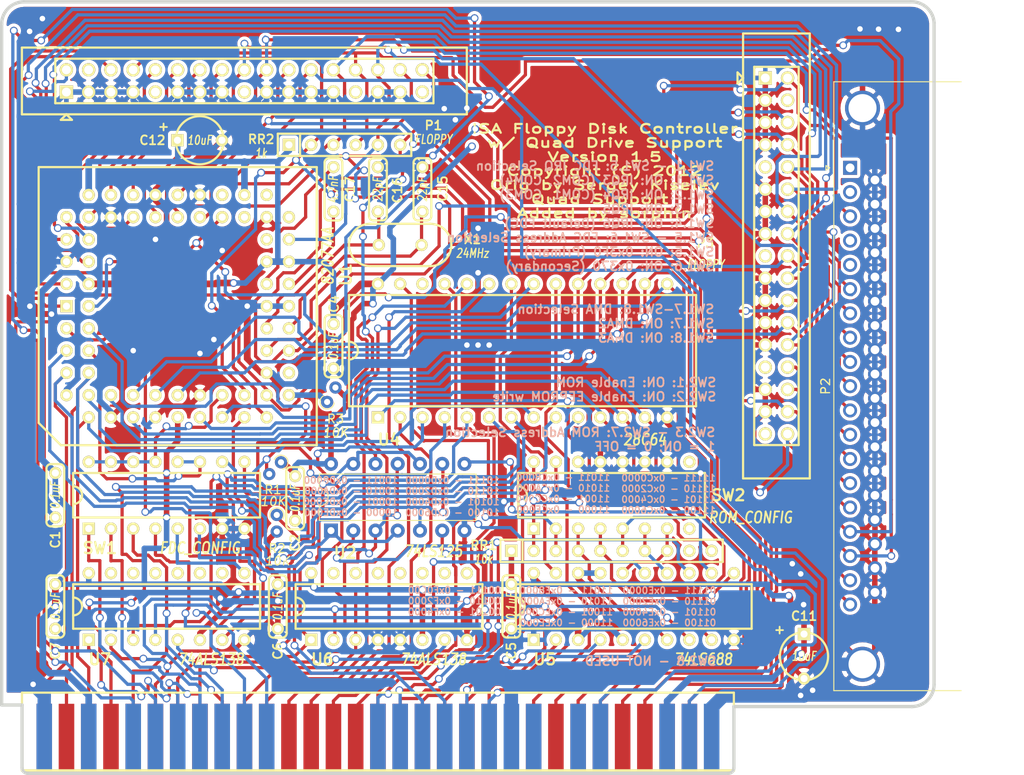
<source format=kicad_pcb>
(kicad_pcb (version 20171130) (host pcbnew "(5.1.6-0)")
  (title_block (date "21 dec 2012"))
  (layers (0 Front signal) (31 Back signal) (34 B.Paste user hide) (35 F.Paste user hide) (36 B.SilkS user) (37 F.SilkS user) (38 B.Mask user) (39 F.Mask user) (44 Edge.Cuts user))
  (net 0 "")
  (net 1 /A0)
  (net 2 /A1)
  (net 3 /A10)
  (net 4 /A11)
  (net 5 /A12)
  (net 6 /A13)
  (net 7 /A14)
  (net 8 /A15)
  (net 9 /A16)
  (net 10 /A17)
  (net 11 /A18)
  (net 12 /A19)
  (net 13 /A2)
  (net 14 /A3)
  (net 15 /A4)
  (net 16 /A5)
  (net 17 /A6)
  (net 18 /A7)
  (net 19 /A8)
  (net 20 /A9)
  (net 21 /AEN)
  (net 22 /D0)
  (net 23 /D1)
  (net 24 /D2)
  (net 25 /D3)
  (net 26 /D4)
  (net 27 /D5)
  (net 28 /D6)
  (net 29 /D7)
  (net 30 /DENSL)
  (net 31 /DIR)
  (net 32 /DRQ2)
  (net 33 /DSA)
  (net 34 /DSB)
  (net 35 /DSKCG)
  (net 36 /HDSEL)
  (net 37 /INDEX)
  (net 38 /IRQ3)
  (net 39 /IRQ4)
  (net 40 /IRQ5)
  (net 41 /IRQ6)
  (net 42 /IRQ7)
  (net 43 /MEA)
  (net 44 /MEB)
  (net 45 /RDATA)
  (net 46 /RDY/~BUSY)
  (net 47 /RESETDRV)
  (net 48 /STEP)
  (net 49 /TC)
  (net 50 /TRK00)
  (net 51 /WDATA)
  (net 52 /WE)
  (net 53 /WP)
  (net 54 /~DACK2)
  (net 55 /~FDC_CS)
  (net 56 /~IOR)
  (net 57 /~IOW)
  (net 58 /~MEMR)
  (net 59 /~MEMW)
  (net 60 /~ROMW)
  (net 61 /~ROM_CS)
  (net 62 /~ROM_CS_IN)
  (net 63 GND)
  (net 64 VCC)
  (net 65 VSS)
  (net 66 VDD)
  (net 67 "Net-(C15-Pad1)")
  (net 68 "Net-(C16-Pad1)")
  (net 69 "Net-(C17-Pad1)")
  (net 70 "Net-(C17-Pad2)")
  (net 71 "Net-(P1-Pad4)")
  (net 72 /DRATE0)
  (net 73 "Net-(P1-Pad9)")
  (net 74 "Net-(P1-Pad17)")
  (net 75 "Net-(P1-Pad27)")
  (net 76 "Net-(P1-Pad33)")
  (net 77 "Net-(P3-Pad4)")
  (net 78 "Net-(P3-Pad9)")
  (net 79 /ME2)
  (net 80 /DS3)
  (net 81 /DS2)
  (net 82 /ME3)
  (net 83 "Net-(P3-Pad17)")
  (net 84 "Net-(P3-Pad27)")
  (net 85 "Net-(P3-Pad33)")
  (net 86 "Net-(RR1-Pad4)")
  (net 87 "Net-(RR1-Pad5)")
  (net 88 "Net-(RR1-Pad6)")
  (net 89 "Net-(RR1-Pad7)")
  (net 90 "Net-(RR1-Pad8)")
  (net 91 "Net-(RR1-Pad9)")
  (net 92 /0x370)
  (net 93 /0x3F0)
  (net 94 /FDC_IRQ)
  (net 95 "Net-(SW2-Pad8)")
  (net 96 "Net-(SW2-Pad9)")
  (net 97 "Net-(U1-Pad29)")
  (net 98 "Net-(U1-Pad42)")
  (net 99 "Net-(U1-Pad43)")
  (net 100 "Net-(U1-Pad44)")
  (net 101 "Net-(U1-Pad47)")
  (net 102 "Net-(U1-Pad48)")
  (net 103 "Net-(U4-Pad26)")
  (net 104 "Net-(U6-Pad7)")
  (net 105 "Net-(U6-Pad9)")
  (net 106 "Net-(U6-Pad10)")
  (net 107 "Net-(U6-Pad11)")
  (net 108 "Net-(U6-Pad12)")
  (net 109 "Net-(U6-Pad13)")
  (net 110 "Net-(U6-Pad14)")
  (net 111 "Net-(U6-Pad15)")
  (net 112 "Net-(U7-Pad10)")
  (net 113 "Net-(U7-Pad11)")
  (net 114 "Net-(U7-Pad12)")
  (net 115 "Net-(U7-Pad14)")
  (net 116 "Net-(U7-Pad15)")
  (net 117 /~DACK3)
  (net 118 /DRQ3)
  (net 119 /DRQ)
  (net 120 /~DACK)
  (net 121 /GT2)
  (net 122 /GT3)
  (net 123 "Net-(U7-Pad13)")
  (net 124 "Net-(P2-Pad5)")
  (net 125 "Net-(P2-Pad4)")
  (net 126 "Net-(P2-Pad2)")
  (net 127 "Net-(P2-Pad1)")
  (net 128 /IDENT)
  (module Resistor_THT:R_Axial_DIN0204_L3.6mm_D1.6mm_P1.90mm_Vertical (layer Front) (at 136.44 92.22 60)
    (fp_text reference R3 (at -1.200089 1.801384) (layer F.SilkS))
    (fp_text value 10K (at -2.541089 2.598705 180) (layer F.SilkS) (effects (font (thickness 0.15) italic)))
    (pad 1 thru_hole circle (at 0 0 60) (size 1.4 1.4) (drill 0.7) (layers *.Cu *.Mask) (net 128 /IDENT))
    (pad 2 thru_hole oval (at 1.9 0 60) (size 1.4 1.4) (drill 0.7) (layers *.Cu *.Mask) (net 64 VCC))
  )
  (module Connector_Dsub:DSUB-37_Female_Horizontal_P2.77x2.84mm_EdgePinOffset9.90mm_Housed_MountingHolesOffset11.32mm (layer Front) (at 196.15 65.49 90)
    (fp_text reference P2 (at -24.93 -2.8 90) (layer F.SilkS))
    (fp_text value "DB37 Female (External Floppy)")
    (pad 0 thru_hole circle (at 6.82 1.42 90) (size 4 4) (drill 3.2) (layers *.Cu *.Mask) (net 63 GND))
    (pad 0 thru_hole circle (at -56.68 1.42 90) (size 4 4) (drill 3.2) (layers *.Cu *.Mask) (net 63 GND))
    (pad 37 thru_hole circle (at -48.475 2.84 90) (size 1.6 1.6) (drill 1) (layers *.Cu *.Mask) (net 63 GND))
    (pad 36 thru_hole circle (at -45.705 2.84 90) (size 1.6 1.6) (drill 1) (layers *.Cu *.Mask) (net 63 GND))
    (pad 35 thru_hole circle (at -42.935 2.84 90) (size 1.6 1.6) (drill 1) (layers *.Cu *.Mask) (net 63 GND))
    (pad 34 thru_hole circle (at -40.165 2.84 90) (size 1.6 1.6) (drill 1) (layers *.Cu *.Mask) (net 63 GND))
    (pad 33 thru_hole circle (at -37.395 2.84 90) (size 1.6 1.6) (drill 1) (layers *.Cu *.Mask) (net 63 GND))
    (pad 32 thru_hole circle (at -34.625 2.84 90) (size 1.6 1.6) (drill 1) (layers *.Cu *.Mask) (net 63 GND))
    (pad 31 thru_hole circle (at -31.855 2.84 90) (size 1.6 1.6) (drill 1) (layers *.Cu *.Mask) (net 63 GND))
    (pad 30 thru_hole circle (at -29.085 2.84 90) (size 1.6 1.6) (drill 1) (layers *.Cu *.Mask) (net 63 GND))
    (pad 29 thru_hole circle (at -26.315 2.84 90) (size 1.6 1.6) (drill 1) (layers *.Cu *.Mask) (net 63 GND))
    (pad 28 thru_hole circle (at -23.545 2.84 90) (size 1.6 1.6) (drill 1) (layers *.Cu *.Mask) (net 63 GND))
    (pad 27 thru_hole circle (at -20.775 2.84 90) (size 1.6 1.6) (drill 1) (layers *.Cu *.Mask) (net 63 GND))
    (pad 26 thru_hole circle (at -18.005 2.84 90) (size 1.6 1.6) (drill 1) (layers *.Cu *.Mask) (net 63 GND))
    (pad 25 thru_hole circle (at -15.235 2.84 90) (size 1.6 1.6) (drill 1) (layers *.Cu *.Mask) (net 63 GND))
    (pad 24 thru_hole circle (at -12.465 2.84 90) (size 1.6 1.6) (drill 1) (layers *.Cu *.Mask) (net 63 GND))
    (pad 23 thru_hole circle (at -9.695 2.84 90) (size 1.6 1.6) (drill 1) (layers *.Cu *.Mask) (net 63 GND))
    (pad 22 thru_hole circle (at -6.925 2.84 90) (size 1.6 1.6) (drill 1) (layers *.Cu *.Mask) (net 63 GND))
    (pad 21 thru_hole circle (at -4.155 2.84 90) (size 1.6 1.6) (drill 1) (layers *.Cu *.Mask) (net 63 GND))
    (pad 20 thru_hole circle (at -1.385 2.84 90) (size 1.6 1.6) (drill 1) (layers *.Cu *.Mask) (net 63 GND))
    (pad 19 thru_hole circle (at -49.86 0 90) (size 1.6 1.6) (drill 1) (layers *.Cu *.Mask) (net 35 /DSKCG))
    (pad 18 thru_hole circle (at -47.09 0 90) (size 1.6 1.6) (drill 1) (layers *.Cu *.Mask) (net 36 /HDSEL))
    (pad 17 thru_hole circle (at -44.32 0 90) (size 1.6 1.6) (drill 1) (layers *.Cu *.Mask) (net 45 /RDATA))
    (pad 16 thru_hole circle (at -41.55 0 90) (size 1.6 1.6) (drill 1) (layers *.Cu *.Mask) (net 53 /WP))
    (pad 15 thru_hole circle (at -38.78 0 90) (size 1.6 1.6) (drill 1) (layers *.Cu *.Mask) (net 50 /TRK00))
    (pad 14 thru_hole circle (at -36.01 0 90) (size 1.6 1.6) (drill 1) (layers *.Cu *.Mask) (net 52 /WE))
    (pad 13 thru_hole circle (at -33.24 0 90) (size 1.6 1.6) (drill 1) (layers *.Cu *.Mask) (net 51 /WDATA))
    (pad 12 thru_hole circle (at -30.47 0 90) (size 1.6 1.6) (drill 1) (layers *.Cu *.Mask) (net 48 /STEP))
    (pad 11 thru_hole circle (at -27.7 0 90) (size 1.6 1.6) (drill 1) (layers *.Cu *.Mask) (net 31 /DIR))
    (pad 10 thru_hole circle (at -24.93 0 90) (size 1.6 1.6) (drill 1) (layers *.Cu *.Mask) (net 82 /ME3))
    (pad 9 thru_hole circle (at -22.16 0 90) (size 1.6 1.6) (drill 1) (layers *.Cu *.Mask) (net 81 /DS2))
    (pad 8 thru_hole circle (at -19.39 0 90) (size 1.6 1.6) (drill 1) (layers *.Cu *.Mask) (net 80 /DS3))
    (pad 7 thru_hole circle (at -16.62 0 90) (size 1.6 1.6) (drill 1) (layers *.Cu *.Mask) (net 79 /ME2))
    (pad 6 thru_hole circle (at -13.85 0 90) (size 1.6 1.6) (drill 1) (layers *.Cu *.Mask) (net 37 /INDEX))
    (pad 5 thru_hole circle (at -11.08 0 90) (size 1.6 1.6) (drill 1) (layers *.Cu *.Mask) (net 124 "Net-(P2-Pad5)"))
    (pad 4 thru_hole circle (at -8.31 0 90) (size 1.6 1.6) (drill 1) (layers *.Cu *.Mask) (net 125 "Net-(P2-Pad4)"))
    (pad 3 thru_hole circle (at -5.54 0 90) (size 1.6 1.6) (drill 1) (layers *.Cu *.Mask) (net 30 /DENSL))
    (pad 2 thru_hole circle (at -2.77 0 90) (size 1.6 1.6) (drill 1) (layers *.Cu *.Mask) (net 126 "Net-(P2-Pad2)"))
    (pad 1 thru_hole rect (at 0 0 90) (size 1.6 1.6) (drill 1) (layers *.Cu *.Mask) (net 127 "Net-(P2-Pad1)"))
  )
  (module Conn_Pin_Header_17x2_Shroud (layer Front) (at 187.74 75.55 270)
    (fp_text reference P3 (at -1.48 8.12 180) (layer F.SilkS) (effects (font (size 1.016 1.016) (thickness 0.2032))))
    (fp_text value FLOPPY (at 0.97 8.07 180) (layer F.SilkS) (effects (font (size 1.016 0.762) (thickness 0.1524) italic)))
    (pad 34 thru_hole circle (at 20.32 -1.27 270) (size 1.524 1.524) (drill 1.016) (layers *.Cu *.Mask F.SilkS) (net 35 /DSKCG))
    (pad 33 thru_hole circle (at 20.32 1.27 270) (size 1.524 1.524) (drill 1.016) (layers *.Cu *.Mask F.SilkS) (net 85 "Net-(P3-Pad33)"))
    (pad 32 thru_hole circle (at 17.78 -1.27 270) (size 1.524 1.524) (drill 1.016) (layers *.Cu *.Mask F.SilkS) (net 36 /HDSEL))
    (pad 31 thru_hole circle (at 17.78 1.27 270) (size 1.524 1.524) (drill 1.016) (layers *.Cu *.Mask F.SilkS) (net 63 GND))
    (pad 29 thru_hole circle (at 15.24 1.27 270) (size 1.524 1.524) (drill 1.016) (layers *.Cu *.Mask F.SilkS) (net 63 GND))
    (pad 30 thru_hole circle (at 15.24 -1.27 270) (size 1.524 1.524) (drill 1.016) (layers *.Cu *.Mask F.SilkS) (net 45 /RDATA))
    (pad 27 thru_hole circle (at 12.7 1.27 270) (size 1.524 1.524) (drill 1.016) (layers *.Cu *.Mask F.SilkS) (net 84 "Net-(P3-Pad27)"))
    (pad 28 thru_hole circle (at 12.7 -1.27 270) (size 1.524 1.524) (drill 1.016) (layers *.Cu *.Mask F.SilkS) (net 53 /WP))
    (pad 26 thru_hole circle (at 10.16 -1.27 270) (size 1.524 1.524) (drill 1.016) (layers *.Cu *.Mask F.SilkS) (net 50 /TRK00))
    (pad 25 thru_hole circle (at 10.16 1.27 270) (size 1.524 1.524) (drill 1.016) (layers *.Cu *.Mask F.SilkS) (net 63 GND))
    (pad 24 thru_hole circle (at 7.62 -1.27 270) (size 1.524 1.524) (drill 1.016) (layers *.Cu *.Mask F.SilkS) (net 52 /WE))
    (pad 23 thru_hole circle (at 7.62 1.27 270) (size 1.524 1.524) (drill 1.016) (layers *.Cu *.Mask F.SilkS) (net 63 GND))
    (pad 22 thru_hole circle (at 5.08 -1.27 270) (size 1.524 1.524) (drill 1.016) (layers *.Cu *.Mask F.SilkS) (net 51 /WDATA))
    (pad 21 thru_hole circle (at 5.08 1.27 270) (size 1.524 1.524) (drill 1.016) (layers *.Cu *.Mask F.SilkS) (net 63 GND))
    (pad 20 thru_hole circle (at 2.54 -1.27 270) (size 1.524 1.524) (drill 1.016) (layers *.Cu *.Mask F.SilkS) (net 48 /STEP))
    (pad 19 thru_hole circle (at 2.54 1.27 270) (size 1.524 1.524) (drill 1.016) (layers *.Cu *.Mask F.SilkS) (net 63 GND))
    (pad 18 thru_hole circle (at 0 -1.27 270) (size 1.524 1.524) (drill 1.016) (layers *.Cu *.Mask F.SilkS) (net 31 /DIR))
    (pad 17 thru_hole circle (at 0 1.27 270) (size 1.524 1.524) (drill 1.016) (layers *.Cu *.Mask F.SilkS) (net 83 "Net-(P3-Pad17)"))
    (pad 16 thru_hole circle (at -2.54 -1.27 270) (size 1.524 1.524) (drill 1.016) (layers *.Cu *.Mask F.SilkS) (net 82 /ME3))
    (pad 15 thru_hole circle (at -2.54 1.27 270) (size 1.524 1.524) (drill 1.016) (layers *.Cu *.Mask F.SilkS) (net 63 GND))
    (pad 14 thru_hole circle (at -5.08 -1.27 270) (size 1.524 1.524) (drill 1.016) (layers *.Cu *.Mask F.SilkS) (net 81 /DS2))
    (pad 13 thru_hole circle (at -5.08 1.27 270) (size 1.524 1.524) (drill 1.016) (layers *.Cu *.Mask F.SilkS) (net 63 GND))
    (pad 12 thru_hole circle (at -7.62 -1.27 270) (size 1.524 1.524) (drill 1.016) (layers *.Cu *.Mask F.SilkS) (net 80 /DS3))
    (pad 11 thru_hole circle (at -7.62 1.27 270) (size 1.524 1.524) (drill 1.016) (layers *.Cu *.Mask F.SilkS) (net 63 GND))
    (pad 10 thru_hole circle (at -10.16 -1.27 270) (size 1.524 1.524) (drill 1.016) (layers *.Cu *.Mask F.SilkS) (net 79 /ME2))
    (pad 9 thru_hole circle (at -10.16 1.27 270) (size 1.524 1.524) (drill 1.016) (layers *.Cu *.Mask F.SilkS) (net 78 "Net-(P3-Pad9)"))
    (pad 8 thru_hole circle (at -12.7 -1.27 270) (size 1.524 1.524) (drill 1.016) (layers *.Cu *.Mask F.SilkS) (net 37 /INDEX))
    (pad 7 thru_hole circle (at -12.7 1.27 270) (size 1.524 1.524) (drill 1.016) (layers *.Cu *.Mask F.SilkS) (net 63 GND))
    (pad 6 thru_hole circle (at -15.24 -1.27 270) (size 1.524 1.524) (drill 1.016) (layers *.Cu *.Mask F.SilkS) (net 72 /DRATE0))
    (pad 5 thru_hole circle (at -15.24 1.27 270) (size 1.524 1.524) (drill 1.016) (layers *.Cu *.Mask F.SilkS) (net 63 GND))
    (pad 4 thru_hole circle (at -17.78 -1.27 270) (size 1.524 1.524) (drill 1.016) (layers *.Cu *.Mask F.SilkS) (net 77 "Net-(P3-Pad4)"))
    (pad 3 thru_hole circle (at -17.78 1.27 270) (size 1.524 1.524) (drill 1.016) (layers *.Cu *.Mask F.SilkS) (net 63 GND))
    (pad 2 thru_hole circle (at -20.32 -1.27 270) (size 1.524 1.524) (drill 1.016) (layers *.Cu *.Mask F.SilkS) (net 30 /DENSL))
    (pad 1 thru_hole rect (at -20.32 1.27 270) (size 1.524 1.524) (drill 1.016) (layers *.Cu *.Mask F.SilkS) (net 63 GND))
  )
  (module Resistor_THT:R_Axial_DIN0204_L3.6mm_D1.6mm_P1.90mm_Vertical (layer Front) (at 130.69 105.12 270)
    (fp_text reference R2 (at 3.82 -0.03 180) (layer F.SilkS))
    (fp_text value 10K (at 5.25 -0.09 180) (layer F.SilkS) (effects (font (thickness 0.15) italic)))
    (pad 1 thru_hole circle (at 0 0 270) (size 1.4 1.4) (drill 0.7) (layers *.Cu *.Mask) (net 122 /GT3))
    (pad 2 thru_hole oval (at 1.9 0 270) (size 1.4 1.4) (drill 0.7) (layers *.Cu *.Mask) (net 64 VCC))
  )
  (module Resistor_THT:R_Axial_DIN0204_L3.6mm_D1.6mm_P1.90mm_Vertical (layer Front) (at 131.17 99.11 225)
    (fp_text reference R1 (at 2.856711 -1.569777) (layer F.SilkS))
    (fp_text value 10K (at 3.804234 -2.545584 180) (layer F.SilkS) (effects (font (thickness 0.15) italic)))
    (pad 2 thru_hole oval (at 1.9 0 225) (size 1.4 1.4) (drill 0.7) (layers *.Cu *.Mask) (net 121 /GT2))
    (pad 1 thru_hole circle (at 0 0 225) (size 1.4 1.4) (drill 0.7) (layers *.Cu *.Mask) (net 64 VCC))
  )
  (module Package_DIP:DIP-14_W7.62mm (layer Front) (at 136.88 106.91 90)
    (fp_text reference U2 (at -2.53 1.61 180) (layer F.SilkS) (effects (font (size 1.27 1.27) (thickness 0.254))))
    (fp_text value 74LS125 (at -2.36 11.7 180) (layer F.SilkS) (effects (font (size 1.27 1.016) (thickness 0.2032) italic)))
    (pad 1 thru_hole rect (at 0 0 90) (size 1.6 1.6) (drill 0.8) (layers *.Cu *.Mask) (net 122 /GT3))
    (pad 8 thru_hole oval (at 7.62 15.24 90) (size 1.6 1.6) (drill 0.8) (layers *.Cu *.Mask) (net 32 /DRQ2))
    (pad 2 thru_hole oval (at 0 2.54 90) (size 1.6 1.6) (drill 0.8) (layers *.Cu *.Mask) (net 117 /~DACK3))
    (pad 9 thru_hole oval (at 7.62 12.7 90) (size 1.6 1.6) (drill 0.8) (layers *.Cu *.Mask) (net 119 /DRQ))
    (pad 3 thru_hole oval (at 0 5.08 90) (size 1.6 1.6) (drill 0.8) (layers *.Cu *.Mask) (net 120 /~DACK))
    (pad 10 thru_hole oval (at 7.62 10.16 90) (size 1.6 1.6) (drill 0.8) (layers *.Cu *.Mask) (net 121 /GT2))
    (pad 4 thru_hole oval (at 0 7.62 90) (size 1.6 1.6) (drill 0.8) (layers *.Cu *.Mask) (net 122 /GT3))
    (pad 11 thru_hole oval (at 7.62 7.62 90) (size 1.6 1.6) (drill 0.8) (layers *.Cu *.Mask) (net 120 /~DACK))
    (pad 5 thru_hole oval (at 0 10.16 90) (size 1.6 1.6) (drill 0.8) (layers *.Cu *.Mask) (net 119 /DRQ))
    (pad 12 thru_hole oval (at 7.62 5.08 90) (size 1.6 1.6) (drill 0.8) (layers *.Cu *.Mask) (net 54 /~DACK2))
    (pad 6 thru_hole oval (at 0 12.7 90) (size 1.6 1.6) (drill 0.8) (layers *.Cu *.Mask) (net 118 /DRQ3))
    (pad 13 thru_hole oval (at 7.62 2.54 90) (size 1.6 1.6) (drill 0.8) (layers *.Cu *.Mask) (net 121 /GT2))
    (pad 7 thru_hole oval (at 0 15.24 90) (size 1.6 1.6) (drill 0.8) (layers *.Cu *.Mask) (net 63 GND))
    (pad 14 thru_hole oval (at 7.62 0 90) (size 1.6 1.6) (drill 0.8) (layers *.Cu *.Mask) (net 64 VCC))
  )
  (module Cap_Cer_504 (layer Front) (at 132.79 103.22 270)
    (fp_text reference C2 (at 5.08 0 270) (layer F.SilkS) (effects (font (size 1.016 1.016) (thickness 0.2032))))
    (fp_text value 0.1uF (at 0 0 270) (layer F.SilkS) (effects (font (size 1.016 0.762) (thickness 0.1524) italic)))
    (pad 1 thru_hole circle (at -2.54 0 270) (size 1.397 1.397) (drill 0.8128) (layers *.Cu *.Mask F.SilkS) (net 64 VCC))
    (pad 2 thru_hole circle (at 2.54 0 270) (size 1.397 1.397) (drill 0.8128) (layers *.Cu *.Mask F.SilkS) (net 63 GND))
  )
  (module DIP16_300 (layer Front) (at 118.11 102.87)
    (fp_text reference SW1 (at -7.62 6.0325) (layer F.SilkS) (effects (font (size 1.27 1.27) (thickness 0.254))))
    (fp_text value FDC_CONFIG (at 3.81 6.0325) (layer F.SilkS) (effects (font (size 1.27 1.016) (thickness 0.2032) italic)))
    (pad 1 thru_hole rect (at -8.89 3.81) (size 1.397 1.397) (drill 0.8128) (layers *.Cu *.Mask F.SilkS) (net 38 /IRQ3))
    (pad 2 thru_hole circle (at -6.35 3.81) (size 1.397 1.397) (drill 0.8128) (layers *.Cu *.Mask F.SilkS) (net 39 /IRQ4))
    (pad 3 thru_hole circle (at -3.81 3.81) (size 1.397 1.397) (drill 0.8128) (layers *.Cu *.Mask F.SilkS) (net 40 /IRQ5))
    (pad 4 thru_hole circle (at -1.27 3.81) (size 1.397 1.397) (drill 0.8128) (layers *.Cu *.Mask F.SilkS) (net 41 /IRQ6))
    (pad 5 thru_hole circle (at 1.27 3.81) (size 1.397 1.397) (drill 0.8128) (layers *.Cu *.Mask F.SilkS) (net 92 /0x370))
    (pad 6 thru_hole circle (at 3.81 3.81) (size 1.397 1.397) (drill 0.8128) (layers *.Cu *.Mask F.SilkS) (net 93 /0x3F0))
    (pad 7 thru_hole circle (at 6.35 3.81) (size 1.397 1.397) (drill 0.8128) (layers *.Cu *.Mask F.SilkS) (net 63 GND))
    (pad 8 thru_hole circle (at 8.89 3.81) (size 1.397 1.397) (drill 0.8128) (layers *.Cu *.Mask F.SilkS) (net 63 GND))
    (pad 9 thru_hole circle (at 8.89 -3.81) (size 1.397 1.397) (drill 0.8128) (layers *.Cu *.Mask F.SilkS) (net 122 /GT3))
    (pad 10 thru_hole circle (at 6.35 -3.81) (size 1.397 1.397) (drill 0.8128) (layers *.Cu *.Mask F.SilkS) (net 121 /GT2))
    (pad 11 thru_hole circle (at 3.81 -3.81) (size 1.397 1.397) (drill 0.8128) (layers *.Cu *.Mask F.SilkS) (net 55 /~FDC_CS))
    (pad 12 thru_hole circle (at 1.27 -3.81) (size 1.397 1.397) (drill 0.8128) (layers *.Cu *.Mask F.SilkS) (net 55 /~FDC_CS))
    (pad 13 thru_hole circle (at -1.27 -3.81) (size 1.397 1.397) (drill 0.8128) (layers *.Cu *.Mask F.SilkS) (net 94 /FDC_IRQ))
    (pad 14 thru_hole circle (at -3.81 -3.81) (size 1.397 1.397) (drill 0.8128) (layers *.Cu *.Mask F.SilkS) (net 94 /FDC_IRQ))
    (pad 15 thru_hole circle (at -6.35 -3.81) (size 1.397 1.397) (drill 0.8128) (layers *.Cu *.Mask F.SilkS) (net 94 /FDC_IRQ))
    (pad 16 thru_hole circle (at -8.89 -3.81) (size 1.397 1.397) (drill 0.8128) (layers *.Cu *.Mask F.SilkS) (net 94 /FDC_IRQ))
  )
  (module Conn_Bus_ISA8 (layer Front) (at 142.24 130.4925)
    (fp_text reference BUS1 hide)
    (fp_text value BUSPC_DEV hide)
    (pad 1 connect rect (at 38.1 0) (size 1.778 7.62) (layers Back B.Mask) (net 63 GND))
    (pad 2 connect rect (at 35.56 0) (size 1.778 7.62) (layers Back B.Mask) (net 47 /RESETDRV))
    (pad 3 connect rect (at 33.02 0) (size 1.778 7.62) (layers Back B.Mask) (net 64 VCC))
    (pad 6 connect rect (at 25.4 0) (size 1.778 7.62) (layers Back B.Mask) (net 32 /DRQ2))
    (pad 7 connect rect (at 22.86 0) (size 1.778 7.62) (layers Back B.Mask) (net 65 VSS))
    (pad 9 connect rect (at 17.78 0) (size 1.778 7.62) (layers Back B.Mask) (net 66 VDD))
    (pad 10 connect rect (at 15.24 0) (size 1.778 7.62) (layers Back B.Mask) (net 63 GND))
    (pad 11 connect rect (at 12.7 0) (size 1.778 7.62) (layers Back B.Mask) (net 59 /~MEMW))
    (pad 12 connect rect (at 10.16 0) (size 1.778 7.62) (layers Back B.Mask) (net 58 /~MEMR))
    (pad 13 connect rect (at 7.62 0) (size 1.778 7.62) (layers Back B.Mask) (net 57 /~IOW))
    (pad 14 connect rect (at 5.08 0) (size 1.778 7.62) (layers Back B.Mask) (net 56 /~IOR))
    (pad 21 connect rect (at -12.7 0) (size 1.778 7.62) (layers Back B.Mask) (net 42 /IRQ7))
    (pad 22 connect rect (at -15.24 0) (size 1.778 7.62) (layers Back B.Mask) (net 41 /IRQ6))
    (pad 23 connect rect (at -17.78 0) (size 1.778 7.62) (layers Back B.Mask) (net 40 /IRQ5))
    (pad 24 connect rect (at -20.32 0) (size 1.778 7.62) (layers Back B.Mask) (net 39 /IRQ4))
    (pad 25 connect rect (at -22.86 0) (size 1.778 7.62) (layers Back B.Mask) (net 38 /IRQ3))
    (pad 26 connect rect (at -25.4 0) (size 1.778 7.62) (layers Back B.Mask) (net 54 /~DACK2))
    (pad 27 connect rect (at -27.94 0) (size 1.778 7.62) (layers Back B.Mask) (net 49 /TC))
    (pad 29 connect rect (at -33.02 0) (size 1.778 7.62) (layers Back B.Mask) (net 64 VCC))
    (pad 31 connect rect (at -38.1 0) (size 1.778 7.62) (layers Back B.Mask) (net 63 GND))
    (pad 33 connect rect (at 35.56 0) (size 1.778 7.62) (layers Front F.Mask) (net 29 /D7))
    (pad 34 connect rect (at 33.02 0) (size 1.778 7.62) (layers Front F.Mask) (net 28 /D6))
    (pad 35 connect rect (at 30.48 0) (size 1.778 7.62) (layers Front F.Mask) (net 27 /D5))
    (pad 36 connect rect (at 27.94 0) (size 1.778 7.62) (layers Front F.Mask) (net 26 /D4))
    (pad 37 connect rect (at 25.4 0) (size 1.778 7.62) (layers Front F.Mask) (net 25 /D3))
    (pad 38 connect rect (at 22.86 0) (size 1.778 7.62) (layers Front F.Mask) (net 24 /D2))
    (pad 39 connect rect (at 20.32 0) (size 1.778 7.62) (layers Front F.Mask) (net 23 /D1))
    (pad 40 connect rect (at 17.78 0) (size 1.778 7.62) (layers Front F.Mask) (net 22 /D0))
    (pad 42 connect rect (at 12.7 0) (size 1.778 7.62) (layers Front F.Mask) (net 21 /AEN))
    (pad 43 connect rect (at 10.16 0) (size 1.778 7.62) (layers Front F.Mask) (net 12 /A19))
    (pad 44 connect rect (at 7.62 0) (size 1.778 7.62) (layers Front F.Mask) (net 11 /A18))
    (pad 45 connect rect (at 5.08 0) (size 1.778 7.62) (layers Front F.Mask) (net 10 /A17))
    (pad 46 connect rect (at 2.54 0) (size 1.778 7.62) (layers Front F.Mask) (net 9 /A16))
    (pad 47 connect rect (at 0 0) (size 1.778 7.62) (layers Front F.Mask) (net 8 /A15))
    (pad 48 connect rect (at -2.54 0) (size 1.778 7.62) (layers Front F.Mask) (net 7 /A14))
    (pad 49 connect rect (at -5.08 0) (size 1.778 7.62) (layers Front F.Mask) (net 6 /A13))
    (pad 50 connect rect (at -7.62 0) (size 1.778 7.62) (layers Front F.Mask) (net 5 /A12))
    (pad 51 connect rect (at -10.16 0) (size 1.778 7.62) (layers Front F.Mask) (net 4 /A11))
    (pad 52 connect rect (at -12.7 0) (size 1.778 7.62) (layers Front F.Mask) (net 3 /A10))
    (pad 53 connect rect (at -15.24 0) (size 1.778 7.62) (layers Front F.Mask) (net 20 /A9))
    (pad 54 connect rect (at -17.78 0) (size 1.778 7.62) (layers Front F.Mask) (net 19 /A8))
    (pad 55 connect rect (at -20.32 0) (size 1.778 7.62) (layers Front F.Mask) (net 18 /A7))
    (pad 56 connect rect (at -22.86 0) (size 1.778 7.62) (layers Front F.Mask) (net 17 /A6))
    (pad 57 connect rect (at -25.4 0) (size 1.778 7.62) (layers Front F.Mask) (net 16 /A5))
    (pad 58 connect rect (at -27.94 0) (size 1.778 7.62) (layers Front F.Mask) (net 15 /A4))
    (pad 59 connect rect (at -30.48 0) (size 1.778 7.62) (layers Front F.Mask) (net 14 /A3))
    (pad 60 connect rect (at -33.02 0) (size 1.778 7.62) (layers Front F.Mask) (net 13 /A2))
    (pad 61 connect rect (at -35.56 0) (size 1.778 7.62) (layers Front F.Mask) (net 2 /A1))
    (pad 62 connect rect (at -38.1 0) (size 1.778 7.62) (layers Front F.Mask) (net 1 /A0))
    (pad 15 connect rect (at 2.54 0) (size 1.778 7.62) (layers Back B.Mask) (net 117 /~DACK3))
    (pad 16 connect rect (at 0 0) (size 1.778 7.62) (layers Back B.Mask) (net 118 /DRQ3))
  )
  (module Cap_Tant_504 (layer Front) (at 190.89 121.26 270)
    (fp_text reference C11 (at -4.59 0 180) (layer F.SilkS) (effects (font (size 1.016 1.016) (thickness 0.2032))))
    (fp_text value 10uF (at 0 0 180) (layer F.SilkS) (effects (font (size 1.016 0.762) (thickness 0.1524) italic)))
    (fp_text user + (at -2.99 2.86 90) (layer F.SilkS) (effects (font (size 1.016 1.016) (thickness 0.2032))))
    (pad 2 thru_hole circle (at 2.54 0 270) (size 1.397 1.397) (drill 0.8128) (layers *.Cu *.Mask F.SilkS) (net 63 GND))
    (pad 1 thru_hole rect (at -2.54 0 270) (size 1.397 1.397) (drill 0.8128) (layers *.Cu *.Mask F.SilkS) (net 64 VCC))
  )
  (module Cap_Tant_504 (layer Front) (at 121.89 62.34)
    (fp_text reference C12 (at -5.3975 0) (layer F.SilkS) (effects (font (size 1.016 1.016) (thickness 0.2032))))
    (fp_text value 10uF (at 0 0) (layer F.SilkS) (effects (font (size 1.016 0.762) (thickness 0.1524) italic)))
    (fp_text user + (at -4.1275 -1.5875) (layer F.SilkS) (effects (font (size 1.016 1.016) (thickness 0.2032))))
    (pad 1 thru_hole rect (at -2.54 0) (size 1.397 1.397) (drill 0.8128) (layers *.Cu *.Mask F.SilkS) (net 64 VCC))
    (pad 2 thru_hole circle (at 2.54 0) (size 1.397 1.397) (drill 0.8128) (layers *.Cu *.Mask F.SilkS) (net 63 GND))
  )
  (module DIP20_300 (layer Front) (at 171.45 115.57)
    (fp_text reference U5 (at -10.16 6.0325) (layer F.SilkS) (effects (font (size 1.27 1.27) (thickness 0.254))))
    (fp_text value 74LS688 (at 7.9375 6.0325) (layer F.SilkS) (effects (font (size 1.27 1.016) (thickness 0.2032) italic)))
    (pad 1 thru_hole rect (at -11.43 3.81) (size 1.397 1.397) (drill 0.8128) (layers *.Cu *.Mask F.SilkS) (net 63 GND))
    (pad 2 thru_hole circle (at -8.89 3.81) (size 1.397 1.397) (drill 0.8128) (layers *.Cu *.Mask F.SilkS) (net 12 /A19))
    (pad 3 thru_hole circle (at -6.35 3.81) (size 1.397 1.397) (drill 0.8128) (layers *.Cu *.Mask F.SilkS) (net 64 VCC))
    (pad 4 thru_hole circle (at -3.81 3.81) (size 1.397 1.397) (drill 0.8128) (layers *.Cu *.Mask F.SilkS) (net 11 /A18))
    (pad 5 thru_hole circle (at -1.27 3.81) (size 1.397 1.397) (drill 0.8128) (layers *.Cu *.Mask F.SilkS) (net 64 VCC))
    (pad 6 thru_hole circle (at 1.27 3.81) (size 1.397 1.397) (drill 0.8128) (layers *.Cu *.Mask F.SilkS) (net 10 /A17))
    (pad 7 thru_hole circle (at 3.81 3.81) (size 1.397 1.397) (drill 0.8128) (layers *.Cu *.Mask F.SilkS) (net 86 "Net-(RR1-Pad4)"))
    (pad 8 thru_hole circle (at 6.35 3.81) (size 1.397 1.397) (drill 0.8128) (layers *.Cu *.Mask F.SilkS) (net 9 /A16))
    (pad 9 thru_hole circle (at 8.89 3.81) (size 1.397 1.397) (drill 0.8128) (layers *.Cu *.Mask F.SilkS) (net 87 "Net-(RR1-Pad5)"))
    (pad 10 thru_hole circle (at 11.43 3.81) (size 1.397 1.397) (drill 0.8128) (layers *.Cu *.Mask F.SilkS) (net 63 GND))
    (pad 11 thru_hole circle (at 11.43 -3.81) (size 1.397 1.397) (drill 0.8128) (layers *.Cu *.Mask F.SilkS) (net 8 /A15))
    (pad 12 thru_hole circle (at 8.89 -3.81) (size 1.397 1.397) (drill 0.8128) (layers *.Cu *.Mask F.SilkS) (net 88 "Net-(RR1-Pad6)"))
    (pad 13 thru_hole circle (at 6.35 -3.81) (size 1.397 1.397) (drill 0.8128) (layers *.Cu *.Mask F.SilkS) (net 7 /A14))
    (pad 14 thru_hole circle (at 3.81 -3.81) (size 1.397 1.397) (drill 0.8128) (layers *.Cu *.Mask F.SilkS) (net 89 "Net-(RR1-Pad7)"))
    (pad 15 thru_hole circle (at 1.27 -3.81) (size 1.397 1.397) (drill 0.8128) (layers *.Cu *.Mask F.SilkS) (net 6 /A13))
    (pad 16 thru_hole circle (at -1.27 -3.81) (size 1.397 1.397) (drill 0.8128) (layers *.Cu *.Mask F.SilkS) (net 90 "Net-(RR1-Pad8)"))
    (pad 17 thru_hole circle (at -3.81 -3.81) (size 1.397 1.397) (drill 0.8128) (layers *.Cu *.Mask F.SilkS) (net 63 GND))
    (pad 18 thru_hole circle (at -6.35 -3.81) (size 1.397 1.397) (drill 0.8128) (layers *.Cu *.Mask F.SilkS) (net 63 GND))
    (pad 19 thru_hole circle (at -8.89 -3.81) (size 1.397 1.397) (drill 0.8128) (layers *.Cu *.Mask F.SilkS) (net 62 /~ROM_CS_IN))
    (pad 20 thru_hole circle (at -11.43 -3.81) (size 1.397 1.397) (drill 0.8128) (layers *.Cu *.Mask F.SilkS) (net 64 VCC))
  )
  (module DIP16_300 (layer Front) (at 118.11 115.57)
    (fp_text reference U7 (at -7.62 6.0325) (layer F.SilkS) (effects (font (size 1.27 1.27) (thickness 0.254))))
    (fp_text value 74ALS138 (at 5.08 6.0325) (layer F.SilkS) (effects (font (size 1.27 1.016) (thickness 0.2032) italic)))
    (pad 1 thru_hole rect (at -8.89 3.81) (size 1.397 1.397) (drill 0.8128) (layers *.Cu *.Mask F.SilkS) (net 18 /A7))
    (pad 2 thru_hole circle (at -6.35 3.81) (size 1.397 1.397) (drill 0.8128) (layers *.Cu *.Mask F.SilkS) (net 16 /A5))
    (pad 3 thru_hole circle (at -3.81 3.81) (size 1.397 1.397) (drill 0.8128) (layers *.Cu *.Mask F.SilkS) (net 15 /A4))
    (pad 4 thru_hole circle (at -1.27 3.81) (size 1.397 1.397) (drill 0.8128) (layers *.Cu *.Mask F.SilkS) (net 21 /AEN))
    (pad 5 thru_hole circle (at 1.27 3.81) (size 1.397 1.397) (drill 0.8128) (layers *.Cu *.Mask F.SilkS) (net 104 "Net-(U6-Pad7)"))
    (pad 6 thru_hole circle (at 3.81 3.81) (size 1.397 1.397) (drill 0.8128) (layers *.Cu *.Mask F.SilkS) (net 64 VCC))
    (pad 7 thru_hole circle (at 6.35 3.81) (size 1.397 1.397) (drill 0.8128) (layers *.Cu *.Mask F.SilkS) (net 93 /0x3F0))
    (pad 8 thru_hole circle (at 8.89 3.81) (size 1.397 1.397) (drill 0.8128) (layers *.Cu *.Mask F.SilkS) (net 63 GND))
    (pad 9 thru_hole circle (at 8.89 -3.81) (size 1.397 1.397) (drill 0.8128) (layers *.Cu *.Mask F.SilkS) (net 92 /0x370))
    (pad 10 thru_hole circle (at 6.35 -3.81) (size 1.397 1.397) (drill 0.8128) (layers *.Cu *.Mask F.SilkS) (net 112 "Net-(U7-Pad10)"))
    (pad 11 thru_hole circle (at 3.81 -3.81) (size 1.397 1.397) (drill 0.8128) (layers *.Cu *.Mask F.SilkS) (net 113 "Net-(U7-Pad11)"))
    (pad 12 thru_hole circle (at 1.27 -3.81) (size 1.397 1.397) (drill 0.8128) (layers *.Cu *.Mask F.SilkS) (net 114 "Net-(U7-Pad12)"))
    (pad 13 thru_hole circle (at -1.27 -3.81) (size 1.397 1.397) (drill 0.8128) (layers *.Cu *.Mask F.SilkS) (net 123 "Net-(U7-Pad13)"))
    (pad 14 thru_hole circle (at -3.81 -3.81) (size 1.397 1.397) (drill 0.8128) (layers *.Cu *.Mask F.SilkS) (net 115 "Net-(U7-Pad14)"))
    (pad 15 thru_hole circle (at -6.35 -3.81) (size 1.397 1.397) (drill 0.8128) (layers *.Cu *.Mask F.SilkS) (net 116 "Net-(U7-Pad15)"))
    (pad 16 thru_hole circle (at -8.89 -3.81) (size 1.397 1.397) (drill 0.8128) (layers *.Cu *.Mask F.SilkS) (net 64 VCC))
  )
  (module DIP16_300 (layer Front) (at 143.51 115.57)
    (fp_text reference U6 (at -7.62 6.0325) (layer F.SilkS) (effects (font (size 1.27 1.27) (thickness 0.254))))
    (fp_text value 74ALS138 (at 5.08 6.0325) (layer F.SilkS) (effects (font (size 1.27 1.016) (thickness 0.2032) italic)))
    (pad 1 thru_hole rect (at -8.89 3.81) (size 1.397 1.397) (drill 0.8128) (layers *.Cu *.Mask F.SilkS) (net 17 /A6))
    (pad 2 thru_hole circle (at -6.35 3.81) (size 1.397 1.397) (drill 0.8128) (layers *.Cu *.Mask F.SilkS) (net 19 /A8))
    (pad 3 thru_hole circle (at -3.81 3.81) (size 1.397 1.397) (drill 0.8128) (layers *.Cu *.Mask F.SilkS) (net 20 /A9))
    (pad 4 thru_hole circle (at -1.27 3.81) (size 1.397 1.397) (drill 0.8128) (layers *.Cu *.Mask F.SilkS) (net 63 GND))
    (pad 5 thru_hole circle (at 1.27 3.81) (size 1.397 1.397) (drill 0.8128) (layers *.Cu *.Mask F.SilkS) (net 63 GND))
    (pad 6 thru_hole circle (at 3.81 3.81) (size 1.397 1.397) (drill 0.8128) (layers *.Cu *.Mask F.SilkS) (net 64 VCC))
    (pad 7 thru_hole circle (at 6.35 3.81) (size 1.397 1.397) (drill 0.8128) (layers *.Cu *.Mask F.SilkS) (net 104 "Net-(U6-Pad7)"))
    (pad 8 thru_hole circle (at 8.89 3.81) (size 1.397 1.397) (drill 0.8128) (layers *.Cu *.Mask F.SilkS) (net 63 GND))
    (pad 9 thru_hole circle (at 8.89 -3.81) (size 1.397 1.397) (drill 0.8128) (layers *.Cu *.Mask F.SilkS) (net 105 "Net-(U6-Pad9)"))
    (pad 10 thru_hole circle (at 6.35 -3.81) (size 1.397 1.397) (drill 0.8128) (layers *.Cu *.Mask F.SilkS) (net 106 "Net-(U6-Pad10)"))
    (pad 11 thru_hole circle (at 3.81 -3.81) (size 1.397 1.397) (drill 0.8128) (layers *.Cu *.Mask F.SilkS) (net 107 "Net-(U6-Pad11)"))
    (pad 12 thru_hole circle (at 1.27 -3.81) (size 1.397 1.397) (drill 0.8128) (layers *.Cu *.Mask F.SilkS) (net 108 "Net-(U6-Pad12)"))
    (pad 13 thru_hole circle (at -1.27 -3.81) (size 1.397 1.397) (drill 0.8128) (layers *.Cu *.Mask F.SilkS) (net 109 "Net-(U6-Pad13)"))
    (pad 14 thru_hole circle (at -3.81 -3.81) (size 1.397 1.397) (drill 0.8128) (layers *.Cu *.Mask F.SilkS) (net 110 "Net-(U6-Pad14)"))
    (pad 15 thru_hole circle (at -6.35 -3.81) (size 1.397 1.397) (drill 0.8128) (layers *.Cu *.Mask F.SilkS) (net 111 "Net-(U6-Pad15)"))
    (pad 16 thru_hole circle (at -8.89 -3.81) (size 1.397 1.397) (drill 0.8128) (layers *.Cu *.Mask F.SilkS) (net 64 VCC))
  )
  (module DIP16_300 (layer Front) (at 168.91 102.87)
    (fp_text reference SW2 (at 13.335 0) (layer F.SilkS) (effects (font (size 1.27 1.27) (thickness 0.254))))
    (fp_text value ROM_CONFIG (at 15.875 2.54) (layer F.SilkS) (effects (font (size 1.27 1.016) (thickness 0.2032) italic)))
    (pad 1 thru_hole rect (at -8.89 3.81) (size 1.397 1.397) (drill 0.8128) (layers *.Cu *.Mask F.SilkS) (net 61 /~ROM_CS))
    (pad 2 thru_hole circle (at -6.35 3.81) (size 1.397 1.397) (drill 0.8128) (layers *.Cu *.Mask F.SilkS) (net 60 /~ROMW))
    (pad 3 thru_hole circle (at -3.81 3.81) (size 1.397 1.397) (drill 0.8128) (layers *.Cu *.Mask F.SilkS) (net 86 "Net-(RR1-Pad4)"))
    (pad 4 thru_hole circle (at -1.27 3.81) (size 1.397 1.397) (drill 0.8128) (layers *.Cu *.Mask F.SilkS) (net 87 "Net-(RR1-Pad5)"))
    (pad 5 thru_hole circle (at 1.27 3.81) (size 1.397 1.397) (drill 0.8128) (layers *.Cu *.Mask F.SilkS) (net 88 "Net-(RR1-Pad6)"))
    (pad 6 thru_hole circle (at 3.81 3.81) (size 1.397 1.397) (drill 0.8128) (layers *.Cu *.Mask F.SilkS) (net 89 "Net-(RR1-Pad7)"))
    (pad 7 thru_hole circle (at 6.35 3.81) (size 1.397 1.397) (drill 0.8128) (layers *.Cu *.Mask F.SilkS) (net 90 "Net-(RR1-Pad8)"))
    (pad 8 thru_hole circle (at 8.89 3.81) (size 1.397 1.397) (drill 0.8128) (layers *.Cu *.Mask F.SilkS) (net 95 "Net-(SW2-Pad8)"))
    (pad 9 thru_hole circle (at 8.89 -3.81) (size 1.397 1.397) (drill 0.8128) (layers *.Cu *.Mask F.SilkS) (net 96 "Net-(SW2-Pad9)"))
    (pad 10 thru_hole circle (at 6.35 -3.81) (size 1.397 1.397) (drill 0.8128) (layers *.Cu *.Mask F.SilkS) (net 63 GND))
    (pad 11 thru_hole circle (at 3.81 -3.81) (size 1.397 1.397) (drill 0.8128) (layers *.Cu *.Mask F.SilkS) (net 63 GND))
    (pad 12 thru_hole circle (at 1.27 -3.81) (size 1.397 1.397) (drill 0.8128) (layers *.Cu *.Mask F.SilkS) (net 63 GND))
    (pad 13 thru_hole circle (at -1.27 -3.81) (size 1.397 1.397) (drill 0.8128) (layers *.Cu *.Mask F.SilkS) (net 63 GND))
    (pad 14 thru_hole circle (at -3.81 -3.81) (size 1.397 1.397) (drill 0.8128) (layers *.Cu *.Mask F.SilkS) (net 63 GND))
    (pad 15 thru_hole circle (at -6.35 -3.81) (size 1.397 1.397) (drill 0.8128) (layers *.Cu *.Mask F.SilkS) (net 59 /~MEMW))
    (pad 16 thru_hole circle (at -8.89 -3.81) (size 1.397 1.397) (drill 0.8128) (layers *.Cu *.Mask F.SilkS) (net 62 /~ROM_CS_IN))
  )
  (module Cap_Cer_504 (layer Front) (at 105.41 102.87 270)
    (fp_text reference C1 (at 5.08 0 270) (layer F.SilkS) (effects (font (size 1.016 1.016) (thickness 0.2032))))
    (fp_text value 0.1uF (at 0 0 270) (layer F.SilkS) (effects (font (size 1.016 0.762) (thickness 0.1524) italic)))
    (pad 1 thru_hole circle (at -2.54 0 270) (size 1.397 1.397) (drill 0.8128) (layers *.Cu *.Mask F.SilkS) (net 64 VCC))
    (pad 2 thru_hole circle (at 2.54 0 270) (size 1.397 1.397) (drill 0.8128) (layers *.Cu *.Mask F.SilkS) (net 63 GND))
  )
  (module Cap_Cer_504 (layer Front) (at 105.41 115.57 270)
    (fp_text reference C7 (at 5.08 0 270) (layer F.SilkS) (effects (font (size 1.016 1.016) (thickness 0.2032))))
    (fp_text value 0.1uF (at 0 0 270) (layer F.SilkS) (effects (font (size 1.016 0.762) (thickness 0.1524) italic)))
    (pad 1 thru_hole circle (at -2.54 0 270) (size 1.397 1.397) (drill 0.8128) (layers *.Cu *.Mask F.SilkS) (net 64 VCC))
    (pad 2 thru_hole circle (at 2.54 0 270) (size 1.397 1.397) (drill 0.8128) (layers *.Cu *.Mask F.SilkS) (net 63 GND))
  )
  (module Cap_Cer_504 (layer Front) (at 130.81 115.57 270)
    (fp_text reference C6 (at 5.08 0 270) (layer F.SilkS) (effects (font (size 1.016 1.016) (thickness 0.2032))))
    (fp_text value 0.1uF (at 0 0 270) (layer F.SilkS) (effects (font (size 1.016 0.762) (thickness 0.1524) italic)))
    (pad 1 thru_hole circle (at -2.54 0 270) (size 1.397 1.397) (drill 0.8128) (layers *.Cu *.Mask F.SilkS) (net 64 VCC))
    (pad 2 thru_hole circle (at 2.54 0 270) (size 1.397 1.397) (drill 0.8128) (layers *.Cu *.Mask F.SilkS) (net 63 GND))
  )
  (module Cap_Cer_504 (layer Front) (at 157.47 115.56 270)
    (fp_text reference C5 (at 5.08 0 270) (layer F.SilkS) (effects (font (size 1.016 1.016) (thickness 0.2032))))
    (fp_text value 0.1uF (at 0 0 270) (layer F.SilkS) (effects (font (size 1.016 0.762) (thickness 0.1524) italic)))
    (pad 1 thru_hole circle (at -2.54 0 270) (size 1.397 1.397) (drill 0.8128) (layers *.Cu *.Mask F.SilkS) (net 64 VCC))
    (pad 2 thru_hole circle (at 2.54 0 270) (size 1.397 1.397) (drill 0.8128) (layers *.Cu *.Mask F.SilkS) (net 63 GND))
  )
  (module Cap_Cer_504 (layer Front) (at 137.17 85.85 270)
    (fp_text reference C4 (at -4.81 -0.06 270) (layer F.SilkS) (effects (font (size 1.016 1.016) (thickness 0.2032))))
    (fp_text value 0.1uF (at 0 0 270) (layer F.SilkS) (effects (font (size 1.016 0.762) (thickness 0.1524) italic)))
    (pad 1 thru_hole circle (at -2.54 0 270) (size 1.397 1.397) (drill 0.8128) (layers *.Cu *.Mask F.SilkS) (net 64 VCC))
    (pad 2 thru_hole circle (at 2.54 0 270) (size 1.397 1.397) (drill 0.8128) (layers *.Cu *.Mask F.SilkS) (net 63 GND))
  )
  (module Cap_Cer_504 (layer Front) (at 142.24 67.945 90)
    (fp_text reference C16 (at -0.105 2.23 90) (layer F.SilkS) (effects (font (size 1.016 1.016) (thickness 0.2032))))
    (fp_text value 22pF (at 0 0 90) (layer F.SilkS) (effects (font (size 1.016 0.762) (thickness 0.1524) italic)))
    (pad 1 thru_hole circle (at -2.54 0 90) (size 1.397 1.397) (drill 0.8128) (layers *.Cu *.Mask F.SilkS) (net 68 "Net-(C16-Pad1)"))
    (pad 2 thru_hole circle (at 2.54 0 90) (size 1.397 1.397) (drill 0.8128) (layers *.Cu *.Mask F.SilkS) (net 63 GND))
  )
  (module Cap_Cer_504 (layer Front) (at 147.32 67.945 90)
    (fp_text reference C15 (at 0.085 2.32 90) (layer F.SilkS) (effects (font (size 1.016 1.016) (thickness 0.2032))))
    (fp_text value 22pF (at 0 0 90) (layer F.SilkS) (effects (font (size 1.016 0.762) (thickness 0.1524) italic)))
    (pad 1 thru_hole circle (at -2.54 0 90) (size 1.397 1.397) (drill 0.8128) (layers *.Cu *.Mask F.SilkS) (net 67 "Net-(C15-Pad1)"))
    (pad 2 thru_hole circle (at 2.54 0 90) (size 1.397 1.397) (drill 0.8128) (layers *.Cu *.Mask F.SilkS) (net 63 GND))
  )
  (module DIP28_600 (layer Front) (at 158.75 86.36)
    (fp_text reference U4 (at -15.24 10.16) (layer F.SilkS) (effects (font (size 1.27 1.27) (thickness 0.254))))
    (fp_text value 28C64 (at 13.97 10.16) (layer F.SilkS) (effects (font (size 1.27 1.016) (thickness 0.2032) italic)))
    (pad 1 thru_hole rect (at -16.51 7.62) (size 1.397 1.397) (drill 0.8128) (layers *.Cu *.Mask F.SilkS) (net 46 /RDY/~BUSY))
    (pad 2 thru_hole circle (at -13.97 7.62) (size 1.397 1.397) (drill 0.8128) (layers *.Cu *.Mask F.SilkS) (net 5 /A12))
    (pad 3 thru_hole circle (at -11.43 7.62) (size 1.397 1.397) (drill 0.8128) (layers *.Cu *.Mask F.SilkS) (net 18 /A7))
    (pad 4 thru_hole circle (at -8.89 7.62) (size 1.397 1.397) (drill 0.8128) (layers *.Cu *.Mask F.SilkS) (net 17 /A6))
    (pad 5 thru_hole circle (at -6.35 7.62) (size 1.397 1.397) (drill 0.8128) (layers *.Cu *.Mask F.SilkS) (net 16 /A5))
    (pad 6 thru_hole circle (at -3.81 7.62) (size 1.397 1.397) (drill 0.8128) (layers *.Cu *.Mask F.SilkS) (net 15 /A4))
    (pad 7 thru_hole circle (at -1.27 7.62) (size 1.397 1.397) (drill 0.8128) (layers *.Cu *.Mask F.SilkS) (net 14 /A3))
    (pad 8 thru_hole circle (at 1.27 7.62) (size 1.397 1.397) (drill 0.8128) (layers *.Cu *.Mask F.SilkS) (net 13 /A2))
    (pad 9 thru_hole circle (at 3.81 7.62) (size 1.397 1.397) (drill 0.8128) (layers *.Cu *.Mask F.SilkS) (net 2 /A1))
    (pad 10 thru_hole circle (at 6.35 7.62) (size 1.397 1.397) (drill 0.8128) (layers *.Cu *.Mask F.SilkS) (net 1 /A0))
    (pad 11 thru_hole circle (at 8.89 7.62) (size 1.397 1.397) (drill 0.8128) (layers *.Cu *.Mask F.SilkS) (net 22 /D0))
    (pad 12 thru_hole circle (at 11.43 7.62) (size 1.397 1.397) (drill 0.8128) (layers *.Cu *.Mask F.SilkS) (net 23 /D1))
    (pad 13 thru_hole circle (at 13.97 7.62) (size 1.397 1.397) (drill 0.8128) (layers *.Cu *.Mask F.SilkS) (net 24 /D2))
    (pad 14 thru_hole circle (at 16.51 7.62) (size 1.397 1.397) (drill 0.8128) (layers *.Cu *.Mask F.SilkS) (net 63 GND))
    (pad 15 thru_hole circle (at 16.51 -7.62) (size 1.397 1.397) (drill 0.8128) (layers *.Cu *.Mask F.SilkS) (net 25 /D3))
    (pad 16 thru_hole circle (at 13.97 -7.62) (size 1.397 1.397) (drill 0.8128) (layers *.Cu *.Mask F.SilkS) (net 26 /D4))
    (pad 17 thru_hole circle (at 11.43 -7.62) (size 1.397 1.397) (drill 0.8128) (layers *.Cu *.Mask F.SilkS) (net 27 /D5))
    (pad 18 thru_hole circle (at 8.89 -7.62) (size 1.397 1.397) (drill 0.8128) (layers *.Cu *.Mask F.SilkS) (net 28 /D6))
    (pad 19 thru_hole circle (at 6.35 -7.62) (size 1.397 1.397) (drill 0.8128) (layers *.Cu *.Mask F.SilkS) (net 29 /D7))
    (pad 20 thru_hole circle (at 3.81 -7.62) (size 1.397 1.397) (drill 0.8128) (layers *.Cu *.Mask F.SilkS) (net 61 /~ROM_CS))
    (pad 21 thru_hole circle (at 1.27 -7.62) (size 1.397 1.397) (drill 0.8128) (layers *.Cu *.Mask F.SilkS) (net 3 /A10))
    (pad 22 thru_hole circle (at -1.27 -7.62) (size 1.397 1.397) (drill 0.8128) (layers *.Cu *.Mask F.SilkS) (net 58 /~MEMR))
    (pad 23 thru_hole circle (at -3.81 -7.62) (size 1.397 1.397) (drill 0.8128) (layers *.Cu *.Mask F.SilkS) (net 4 /A11))
    (pad 24 thru_hole circle (at -6.35 -7.62) (size 1.397 1.397) (drill 0.8128) (layers *.Cu *.Mask F.SilkS) (net 20 /A9))
    (pad 25 thru_hole circle (at -8.89 -7.62) (size 1.397 1.397) (drill 0.8128) (layers *.Cu *.Mask F.SilkS) (net 19 /A8))
    (pad 26 thru_hole circle (at -11.43 -7.62) (size 1.397 1.397) (drill 0.8128) (layers *.Cu *.Mask F.SilkS) (net 103 "Net-(U4-Pad26)"))
    (pad 27 thru_hole circle (at -13.97 -7.62) (size 1.397 1.397) (drill 0.8128) (layers *.Cu *.Mask F.SilkS) (net 60 /~ROMW))
    (pad 28 thru_hole circle (at -16.51 -7.62) (size 1.397 1.397) (drill 0.8128) (layers *.Cu *.Mask F.SilkS) (net 64 VCC))
  )
  (module Cap_Cer_504 (layer Front) (at 137.16 67.945 270)
    (fp_text reference C17 (at 0 -1.905 270) (layer F.SilkS) (effects (font (size 1.016 1.016) (thickness 0.2032))))
    (fp_text value 4.7nF (at 0 0 270) (layer F.SilkS) (effects (font (size 1.016 0.762) (thickness 0.1524) italic)))
    (pad 1 thru_hole circle (at -2.54 0 270) (size 1.397 1.397) (drill 0.8128) (layers *.Cu *.Mask F.SilkS) (net 69 "Net-(C17-Pad1)"))
    (pad 2 thru_hole circle (at 2.54 0 270) (size 1.397 1.397) (drill 0.8128) (layers *.Cu *.Mask F.SilkS) (net 70 "Net-(C17-Pad2)"))
  )
  (module PLCC68_TH (layer Front) (at 119.38 81.28 90)
    (fp_text reference U1 (at 3.59 19.17 90) (layer F.SilkS) (effects (font (size 1.27 1.27) (thickness 0.254))))
    (fp_text value 82077AA (at 5.715 17.145 90) (layer F.SilkS) (effects (font (size 1.27 1.016) (thickness 0.2032) italic)))
    (pad 1 thru_hole rect (at 0 -12.7) (size 1.397 1.397) (drill 0.8128) (layers *.Cu *.Mask F.SilkS) (net 53 /WP))
    (pad 2 thru_hole circle (at 0 -10.16) (size 1.397 1.397) (drill 0.8128) (layers *.Cu *.Mask F.SilkS) (net 50 /TRK00))
    (pad 3 thru_hole circle (at -2.54 -12.7) (size 1.397 1.397) (drill 0.8128) (layers *.Cu *.Mask F.SilkS) (net 120 /~DACK))
    (pad 4 thru_hole circle (at -2.54 -10.16) (size 1.397 1.397) (drill 0.8128) (layers *.Cu *.Mask F.SilkS) (net 56 /~IOR))
    (pad 5 thru_hole circle (at -5.08 -12.7) (size 1.397 1.397) (drill 0.8128) (layers *.Cu *.Mask F.SilkS) (net 57 /~IOW))
    (pad 6 thru_hole circle (at -5.08 -10.16) (size 1.397 1.397) (drill 0.8128) (layers *.Cu *.Mask F.SilkS) (net 55 /~FDC_CS))
    (pad 7 thru_hole circle (at -7.62 -12.7) (size 1.397 1.397) (drill 0.8128) (layers *.Cu *.Mask F.SilkS) (net 1 /A0))
    (pad 8 thru_hole circle (at -7.62 -10.16) (size 1.397 1.397) (drill 0.8128) (layers *.Cu *.Mask F.SilkS) (net 2 /A1))
    (pad 9 thru_hole circle (at -10.16 -12.7) (size 1.397 1.397) (drill 0.8128) (layers *.Cu *.Mask F.SilkS) (net 63 GND))
    (pad 10 thru_hole circle (at -12.7 -10.16) (size 1.397 1.397) (drill 0.8128) (layers *.Cu *.Mask F.SilkS) (net 13 /A2))
    (pad 11 thru_hole circle (at -10.16 -10.16) (size 1.397 1.397) (drill 0.8128) (layers *.Cu *.Mask F.SilkS) (net 22 /D0))
    (pad 12 thru_hole circle (at -12.7 -7.62) (size 1.397 1.397) (drill 0.8128) (layers *.Cu *.Mask F.SilkS) (net 63 GND))
    (pad 13 thru_hole circle (at -10.16 -7.62) (size 1.397 1.397) (drill 0.8128) (layers *.Cu *.Mask F.SilkS) (net 23 /D1))
    (pad 14 thru_hole circle (at -12.7 -5.08) (size 1.397 1.397) (drill 0.8128) (layers *.Cu *.Mask F.SilkS) (net 24 /D2))
    (pad 15 thru_hole circle (at -10.16 -5.08) (size 1.397 1.397) (drill 0.8128) (layers *.Cu *.Mask F.SilkS) (net 25 /D3))
    (pad 16 thru_hole circle (at -12.7 -2.54) (size 1.397 1.397) (drill 0.8128) (layers *.Cu *.Mask F.SilkS) (net 63 GND))
    (pad 17 thru_hole circle (at -10.16 -2.54) (size 1.397 1.397) (drill 0.8128) (layers *.Cu *.Mask F.SilkS) (net 26 /D4))
    (pad 18 thru_hole circle (at -12.7 0) (size 1.397 1.397) (drill 0.8128) (layers *.Cu *.Mask F.SilkS) (net 64 VCC))
    (pad 19 thru_hole circle (at -10.16 0) (size 1.397 1.397) (drill 0.8128) (layers *.Cu *.Mask F.SilkS) (net 27 /D5))
    (pad 20 thru_hole circle (at -12.7 2.54) (size 1.397 1.397) (drill 0.8128) (layers *.Cu *.Mask F.SilkS) (net 28 /D6))
    (pad 21 thru_hole circle (at -10.16 2.54) (size 1.397 1.397) (drill 0.8128) (layers *.Cu *.Mask F.SilkS) (net 63 GND))
    (pad 22 thru_hole circle (at -12.7 5.08) (size 1.397 1.397) (drill 0.8128) (layers *.Cu *.Mask F.SilkS) (net 29 /D7))
    (pad 23 thru_hole circle (at -10.16 5.08) (size 1.397 1.397) (drill 0.8128) (layers *.Cu *.Mask F.SilkS) (net 94 /FDC_IRQ))
    (pad 24 thru_hole circle (at -12.7 7.62) (size 1.397 1.397) (drill 0.8128) (layers *.Cu *.Mask F.SilkS) (net 119 /DRQ))
    (pad 25 thru_hole circle (at -10.16 7.62) (size 1.397 1.397) (drill 0.8128) (layers *.Cu *.Mask F.SilkS) (net 49 /TC))
    (pad 26 thru_hole circle (at -12.7 10.16) (size 1.397 1.397) (drill 0.8128) (layers *.Cu *.Mask F.SilkS) (net 37 /INDEX))
    (pad 27 thru_hole circle (at -10.16 12.7) (size 1.397 1.397) (drill 0.8128) (layers *.Cu *.Mask F.SilkS) (net 128 /IDENT))
    (pad 28 thru_hole circle (at -10.16 10.16) (size 1.397 1.397) (drill 0.8128) (layers *.Cu *.Mask F.SilkS) (net 72 /DRATE0))
    (pad 29 thru_hole circle (at -7.62 12.7) (size 1.397 1.397) (drill 0.8128) (layers *.Cu *.Mask F.SilkS) (net 97 "Net-(U1-Pad29)"))
    (pad 30 thru_hole circle (at -7.62 10.16) (size 1.397 1.397) (drill 0.8128) (layers *.Cu *.Mask F.SilkS) (net 63 GND))
    (pad 31 thru_hole circle (at -5.08 12.7) (size 1.397 1.397) (drill 0.8128) (layers *.Cu *.Mask F.SilkS) (net 35 /DSKCG))
    (pad 32 thru_hole circle (at -5.08 10.16) (size 1.397 1.397) (drill 0.8128) (layers *.Cu *.Mask F.SilkS) (net 47 /RESETDRV))
    (pad 33 thru_hole circle (at -2.54 12.7) (size 1.397 1.397) (drill 0.8128) (layers *.Cu *.Mask F.SilkS) (net 67 "Net-(C15-Pad1)"))
    (pad 34 thru_hole circle (at -2.54 10.16) (size 1.397 1.397) (drill 0.8128) (layers *.Cu *.Mask F.SilkS) (net 68 "Net-(C16-Pad1)"))
    (pad 35 thru_hole circle (at 0 12.7) (size 1.397 1.397) (drill 0.8128) (layers *.Cu *.Mask F.SilkS) (net 63 GND))
    (pad 36 thru_hole circle (at 0 10.16) (size 1.397 1.397) (drill 0.8128) (layers *.Cu *.Mask F.SilkS) (net 63 GND))
    (pad 37 thru_hole circle (at 2.54 12.7) (size 1.397 1.397) (drill 0.8128) (layers *.Cu *.Mask F.SilkS) (net 70 "Net-(C17-Pad2)"))
    (pad 38 thru_hole circle (at 2.54 10.16) (size 1.397 1.397) (drill 0.8128) (layers *.Cu *.Mask F.SilkS) (net 69 "Net-(C17-Pad1)"))
    (pad 39 thru_hole circle (at 5.08 12.7) (size 1.397 1.397) (drill 0.8128) (layers *.Cu *.Mask F.SilkS) (net 64 VCC))
    (pad 40 thru_hole circle (at 5.08 10.16) (size 1.397 1.397) (drill 0.8128) (layers *.Cu *.Mask F.SilkS) (net 64 VCC))
    (pad 41 thru_hole circle (at 7.62 12.7) (size 1.397 1.397) (drill 0.8128) (layers *.Cu *.Mask F.SilkS) (net 45 /RDATA))
    (pad 42 thru_hole circle (at 7.62 10.16) (size 1.397 1.397) (drill 0.8128) (layers *.Cu *.Mask F.SilkS) (net 98 "Net-(U1-Pad42)"))
    (pad 43 thru_hole circle (at 10.16 12.7) (size 1.397 1.397) (drill 0.8128) (layers *.Cu *.Mask F.SilkS) (net 99 "Net-(U1-Pad43)"))
    (pad 44 thru_hole circle (at 12.7 10.16) (size 1.397 1.397) (drill 0.8128) (layers *.Cu *.Mask F.SilkS) (net 100 "Net-(U1-Pad44)"))
    (pad 45 thru_hole circle (at 10.16 10.16) (size 1.397 1.397) (drill 0.8128) (layers *.Cu *.Mask F.SilkS) (net 63 GND))
    (pad 46 thru_hole circle (at 12.7 7.62) (size 1.397 1.397) (drill 0.8128) (layers *.Cu *.Mask F.SilkS) (net 64 VCC))
    (pad 47 thru_hole circle (at 10.16 7.62) (size 1.397 1.397) (drill 0.8128) (layers *.Cu *.Mask F.SilkS) (net 101 "Net-(U1-Pad47)"))
    (pad 48 thru_hole circle (at 12.7 5.08) (size 1.397 1.397) (drill 0.8128) (layers *.Cu *.Mask F.SilkS) (net 102 "Net-(U1-Pad48)"))
    (pad 49 thru_hole circle (at 10.16 5.08) (size 1.397 1.397) (drill 0.8128) (layers *.Cu *.Mask F.SilkS) (net 30 /DENSL))
    (pad 50 thru_hole circle (at 12.7 2.54) (size 1.397 1.397) (drill 0.8128) (layers *.Cu *.Mask F.SilkS) (net 63 GND))
    (pad 51 thru_hole circle (at 10.16 2.54) (size 1.397 1.397) (drill 0.8128) (layers *.Cu *.Mask F.SilkS) (net 36 /HDSEL))
    (pad 52 thru_hole circle (at 12.7 0) (size 1.397 1.397) (drill 0.8128) (layers *.Cu *.Mask F.SilkS) (net 52 /WE))
    (pad 53 thru_hole circle (at 10.16 0) (size 1.397 1.397) (drill 0.8128) (layers *.Cu *.Mask F.SilkS) (net 51 /WDATA))
    (pad 54 thru_hole circle (at 12.7 -2.54) (size 1.397 1.397) (drill 0.8128) (layers *.Cu *.Mask F.SilkS) (net 63 GND))
    (pad 55 thru_hole circle (at 10.16 -2.54) (size 1.397 1.397) (drill 0.8128) (layers *.Cu *.Mask F.SilkS) (net 48 /STEP))
    (pad 56 thru_hole circle (at 12.7 -5.08) (size 1.397 1.397) (drill 0.8128) (layers *.Cu *.Mask F.SilkS) (net 31 /DIR))
    (pad 57 thru_hole circle (at 10.16 -5.08) (size 1.397 1.397) (drill 0.8128) (layers *.Cu *.Mask F.SilkS) (net 43 /MEA))
    (pad 58 thru_hole circle (at 12.7 -7.62) (size 1.397 1.397) (drill 0.8128) (layers *.Cu *.Mask F.SilkS) (net 33 /DSA))
    (pad 59 thru_hole circle (at 10.16 -7.62) (size 1.397 1.397) (drill 0.8128) (layers *.Cu *.Mask F.SilkS) (net 63 GND))
    (pad 60 thru_hole circle (at 12.7 -10.16) (size 1.397 1.397) (drill 0.8128) (layers *.Cu *.Mask F.SilkS) (net 64 VCC))
    (pad 61 thru_hole circle (at 10.16 -12.7) (size 1.397 1.397) (drill 0.8128) (layers *.Cu *.Mask F.SilkS) (net 44 /MEB))
    (pad 62 thru_hole circle (at 10.16 -10.16) (size 1.397 1.397) (drill 0.8128) (layers *.Cu *.Mask F.SilkS) (net 34 /DSB))
    (pad 63 thru_hole circle (at 7.62 -12.7) (size 1.397 1.397) (drill 0.8128) (layers *.Cu *.Mask F.SilkS) (net 79 /ME2))
    (pad 64 thru_hole circle (at 7.62 -10.16) (size 1.397 1.397) (drill 0.8128) (layers *.Cu *.Mask F.SilkS) (net 81 /DS2))
    (pad 65 thru_hole circle (at 5.08 -12.7) (size 1.397 1.397) (drill 0.8128) (layers *.Cu *.Mask F.SilkS) (net 63 GND))
    (pad 66 thru_hole circle (at 5.08 -10.16) (size 1.397 1.397) (drill 0.8128) (layers *.Cu *.Mask F.SilkS) (net 82 /ME3))
    (pad 67 thru_hole circle (at 2.54 -12.7) (size 1.397 1.397) (drill 0.8128) (layers *.Cu *.Mask F.SilkS) (net 80 /DS3))
    (pad 68 thru_hole circle (at 2.54 -10.16) (size 1.397 1.397) (drill 0.8128) (layers *.Cu *.Mask F.SilkS) (net 64 VCC))
  )
  (module Conn_Pin_Header_17x2_Shroud (layer Front) (at 126.99 55.57)
    (fp_text reference P1 (at 21.59 5.08) (layer F.SilkS) (effects (font (size 1.016 1.016) (thickness 0.2032))))
    (fp_text value FLOPPY (at 21.59 6.6675) (layer F.SilkS) (effects (font (size 1.016 0.762) (thickness 0.1524) italic)))
    (pad 1 thru_hole rect (at -20.32 1.27) (size 1.524 1.524) (drill 1.016) (layers *.Cu *.Mask F.SilkS) (net 63 GND))
    (pad 2 thru_hole circle (at -20.32 -1.27) (size 1.524 1.524) (drill 1.016) (layers *.Cu *.Mask F.SilkS) (net 30 /DENSL))
    (pad 3 thru_hole circle (at -17.78 1.27) (size 1.524 1.524) (drill 1.016) (layers *.Cu *.Mask F.SilkS) (net 63 GND))
    (pad 4 thru_hole circle (at -17.78 -1.27) (size 1.524 1.524) (drill 1.016) (layers *.Cu *.Mask F.SilkS) (net 71 "Net-(P1-Pad4)"))
    (pad 5 thru_hole circle (at -15.24 1.27) (size 1.524 1.524) (drill 1.016) (layers *.Cu *.Mask F.SilkS) (net 63 GND))
    (pad 6 thru_hole circle (at -15.24 -1.27) (size 1.524 1.524) (drill 1.016) (layers *.Cu *.Mask F.SilkS) (net 72 /DRATE0))
    (pad 7 thru_hole circle (at -12.7 1.27) (size 1.524 1.524) (drill 1.016) (layers *.Cu *.Mask F.SilkS) (net 63 GND))
    (pad 8 thru_hole circle (at -12.7 -1.27) (size 1.524 1.524) (drill 1.016) (layers *.Cu *.Mask F.SilkS) (net 37 /INDEX))
    (pad 9 thru_hole circle (at -10.16 1.27) (size 1.524 1.524) (drill 1.016) (layers *.Cu *.Mask F.SilkS) (net 73 "Net-(P1-Pad9)"))
    (pad 10 thru_hole circle (at -10.16 -1.27) (size 1.524 1.524) (drill 1.016) (layers *.Cu *.Mask F.SilkS) (net 43 /MEA))
    (pad 11 thru_hole circle (at -7.62 1.27) (size 1.524 1.524) (drill 1.016) (layers *.Cu *.Mask F.SilkS) (net 63 GND))
    (pad 12 thru_hole circle (at -7.62 -1.27) (size 1.524 1.524) (drill 1.016) (layers *.Cu *.Mask F.SilkS) (net 34 /DSB))
    (pad 13 thru_hole circle (at -5.08 1.27) (size 1.524 1.524) (drill 1.016) (layers *.Cu *.Mask F.SilkS) (net 63 GND))
    (pad 14 thru_hole circle (at -5.08 -1.27) (size 1.524 1.524) (drill 1.016) (layers *.Cu *.Mask F.SilkS) (net 33 /DSA))
    (pad 15 thru_hole circle (at -2.54 1.27) (size 1.524 1.524) (drill 1.016) (layers *.Cu *.Mask F.SilkS) (net 63 GND))
    (pad 16 thru_hole circle (at -2.54 -1.27) (size 1.524 1.524) (drill 1.016) (layers *.Cu *.Mask F.SilkS) (net 44 /MEB))
    (pad 17 thru_hole circle (at 0 1.27) (size 1.524 1.524) (drill 1.016) (layers *.Cu *.Mask F.SilkS) (net 74 "Net-(P1-Pad17)"))
    (pad 18 thru_hole circle (at 0 -1.27) (size 1.524 1.524) (drill 1.016) (layers *.Cu *.Mask F.SilkS) (net 31 /DIR))
    (pad 19 thru_hole circle (at 2.54 1.27) (size 1.524 1.524) (drill 1.016) (layers *.Cu *.Mask F.SilkS) (net 63 GND))
    (pad 20 thru_hole circle (at 2.54 -1.27) (size 1.524 1.524) (drill 1.016) (layers *.Cu *.Mask F.SilkS) (net 48 /STEP))
    (pad 21 thru_hole circle (at 5.08 1.27) (size 1.524 1.524) (drill 1.016) (layers *.Cu *.Mask F.SilkS) (net 63 GND))
    (pad 22 thru_hole circle (at 5.08 -1.27) (size 1.524 1.524) (drill 1.016) (layers *.Cu *.Mask F.SilkS) (net 51 /WDATA))
    (pad 23 thru_hole circle (at 7.62 1.27) (size 1.524 1.524) (drill 1.016) (layers *.Cu *.Mask F.SilkS) (net 63 GND))
    (pad 24 thru_hole circle (at 7.62 -1.27) (size 1.524 1.524) (drill 1.016) (layers *.Cu *.Mask F.SilkS) (net 52 /WE))
    (pad 25 thru_hole circle (at 10.16 1.27) (size 1.524 1.524) (drill 1.016) (layers *.Cu *.Mask F.SilkS) (net 63 GND))
    (pad 26 thru_hole circle (at 10.16 -1.27) (size 1.524 1.524) (drill 1.016) (layers *.Cu *.Mask F.SilkS) (net 50 /TRK00))
    (pad 28 thru_hole circle (at 12.7 -1.27) (size 1.524 1.524) (drill 1.016) (layers *.Cu *.Mask F.SilkS) (net 53 /WP))
    (pad 27 thru_hole circle (at 12.7 1.27) (size 1.524 1.524) (drill 1.016) (layers *.Cu *.Mask F.SilkS) (net 75 "Net-(P1-Pad27)"))
    (pad 30 thru_hole circle (at 15.24 -1.27) (size 1.524 1.524) (drill 1.016) (layers *.Cu *.Mask F.SilkS) (net 45 /RDATA))
    (pad 29 thru_hole circle (at 15.24 1.27) (size 1.524 1.524) (drill 1.016) (layers *.Cu *.Mask F.SilkS) (net 63 GND))
    (pad 31 thru_hole circle (at 17.78 1.27) (size 1.524 1.524) (drill 1.016) (layers *.Cu *.Mask F.SilkS) (net 63 GND))
    (pad 32 thru_hole circle (at 17.78 -1.27) (size 1.524 1.524) (drill 1.016) (layers *.Cu *.Mask F.SilkS) (net 36 /HDSEL))
    (pad 33 thru_hole circle (at 20.32 1.27) (size 1.524 1.524) (drill 1.016) (layers *.Cu *.Mask F.SilkS) (net 76 "Net-(P1-Pad33)"))
    (pad 34 thru_hole circle (at 20.32 -1.27) (size 1.524 1.524) (drill 1.016) (layers *.Cu *.Mask F.SilkS) (net 35 /DSKCG))
  )
  (module Conn_SIL-10 (layer Front) (at 168.91 109.22)
    (fp_text reference RR1 (at -14.605 -0.635) (layer F.SilkS) (effects (font (size 1.016 1.016) (thickness 0.2032))))
    (fp_text value 10k (at -14.605 0.9525) (layer F.SilkS) (effects (font (size 1.016 0.762) (thickness 0.1524) italic)))
    (pad 1 thru_hole rect (at -11.43 0) (size 1.397 1.397) (drill 0.8128) (layers *.Cu *.Mask F.SilkS) (net 64 VCC))
    (pad 2 thru_hole circle (at -8.89 0) (size 1.397 1.397) (drill 0.8128) (layers *.Cu *.Mask F.SilkS) (net 61 /~ROM_CS))
    (pad 3 thru_hole circle (at -6.35 0) (size 1.397 1.397) (drill 0.8128) (layers *.Cu *.Mask F.SilkS) (net 60 /~ROMW))
    (pad 4 thru_hole circle (at -3.81 0) (size 1.397 1.397) (drill 0.8128) (layers *.Cu *.Mask F.SilkS) (net 86 "Net-(RR1-Pad4)"))
    (pad 5 thru_hole circle (at -1.27 0) (size 1.397 1.397) (drill 0.8128) (layers *.Cu *.Mask F.SilkS) (net 87 "Net-(RR1-Pad5)"))
    (pad 6 thru_hole circle (at 1.27 0) (size 1.397 1.397) (drill 0.8128) (layers *.Cu *.Mask F.SilkS) (net 88 "Net-(RR1-Pad6)"))
    (pad 7 thru_hole circle (at 3.81 0) (size 1.397 1.397) (drill 0.8128) (layers *.Cu *.Mask F.SilkS) (net 89 "Net-(RR1-Pad7)"))
    (pad 8 thru_hole circle (at 6.35 0) (size 1.397 1.397) (drill 0.8128) (layers *.Cu *.Mask F.SilkS) (net 90 "Net-(RR1-Pad8)"))
    (pad 9 thru_hole circle (at 8.89 0) (size 1.397 1.397) (drill 0.8128) (layers *.Cu *.Mask F.SilkS) (net 91 "Net-(RR1-Pad9)"))
    (pad 10 thru_hole circle (at 11.43 0) (size 1.397 1.397) (drill 0.8128) (layers *.Cu *.Mask F.SilkS) (net 46 /RDY/~BUSY))
  )
  (module Conn_SIL-6 (layer Front) (at 138.43 62.865)
    (fp_text reference RR2 (at -9.525 -0.635) (layer F.SilkS) (effects (font (size 1.016 1.016) (thickness 0.2032))))
    (fp_text value 1k (at -9.525 0.9525) (layer F.SilkS) (effects (font (size 1.016 0.762) (thickness 0.1524) italic)))
    (pad 6 thru_hole circle (at 6.35 0) (size 1.397 1.397) (drill 0.8128) (layers *.Cu *.Mask F.SilkS) (net 35 /DSKCG))
    (pad 5 thru_hole circle (at 3.81 0) (size 1.397 1.397) (drill 0.8128) (layers *.Cu *.Mask F.SilkS) (net 45 /RDATA))
    (pad 4 thru_hole circle (at 1.27 0) (size 1.397 1.397) (drill 0.8128) (layers *.Cu *.Mask F.SilkS) (net 53 /WP))
    (pad 3 thru_hole circle (at -1.27 0) (size 1.397 1.397) (drill 0.8128) (layers *.Cu *.Mask F.SilkS) (net 50 /TRK00))
    (pad 2 thru_hole circle (at -3.81 0) (size 1.397 1.397) (drill 0.8128) (layers *.Cu *.Mask F.SilkS) (net 37 /INDEX))
    (pad 1 thru_hole rect (at -6.35 0) (size 1.397 1.397) (drill 0.8128) (layers *.Cu *.Mask F.SilkS) (net 64 VCC))
  )
  (module Crystal_HC-49U_Vert (layer Front) (at 144.78 74.295 180)
    (fp_text reference X1 (at -8.255 0.635 180) (layer F.SilkS) (effects (font (size 1.016 1.016) (thickness 0.2032))))
    (fp_text value 24MHz (at -8.255 -0.9525 180) (layer F.SilkS) (effects (font (size 1.016 0.762) (thickness 0.1524) italic)))
    (pad 1 thru_hole circle (at -2.44094 0 180) (size 1.397 1.397) (drill 0.8128) (layers *.Cu *.Mask F.SilkS) (net 67 "Net-(C15-Pad1)"))
    (pad 2 thru_hole circle (at 2.44094 0 180) (size 1.397 1.397) (drill 0.8128) (layers *.Cu *.Mask F.SilkS) (net 68 "Net-(C16-Pad1)"))
  )
  (gr_line (start 99.28 126.82) (end 101.61 126.82) (angle 90) (layer Edge.Cuts) (width 0.381))
  (gr_line (start 101.61 133.985) (end 101.61 126.82) (angle 90) (layer Edge.Cuts) (width 0.381))
  (gr_text "01111 - 0xE0000\n01110 - 0xE2000\n01101 - 0xE4000\n01100 - 0xE6000" (at 180.95 115.59) (layer B.SilkS) (effects (font (size 0.762 0.762) (thickness 0.1524)) (justify left mirror)))
  (gr_text "11011 - 0xE8000\n11010 - 0xEA000\n11001 - 0xEC000\n11000 - 0xEE000" (at 169.17 115.58) (layer B.SilkS) (effects (font (size 0.762 0.762) (thickness 0.1524)) (justify left mirror)))
  (gr_text "00111 - 0xF0000\n00110 - 0xF2000\n00101 - 0xF4000" (at 156.4 114.94) (layer B.SilkS) (effects (font (size 0.762 0.762) (thickness 0.1524)) (justify left mirror)))
  (gr_text "10111 - 0xD0000\n10110 - 0xD2000\n10101 - 0xD4000\n10100 - 0xD6000" (at 156.21 103.01) (layer B.SilkS) (effects (font (size 0.762 0.762) (thickness 0.1524)) (justify left mirror)))
  (gr_text "10011 - 0xD8000\n10010 - 0xDA000\n10001 - 0xDC000\n10000 - 0xDE000" (at 144.61 103) (layer B.SilkS) (effects (font (size 0.762 0.762) (thickness 0.1524)) (justify left mirror)))
  (gr_text "11011 - 0xC8000\n11010 - 0xCA000\n11001 - 0xCC000\n11000 - 0xCE000" (at 168.83 102.67) (layer B.SilkS) (effects (font (size 0.762 0.762) (thickness 0.1524)) (justify left mirror)))
  (gr_text "11111 - 0xC0000\n11110 - 0xC2000\n11101 - 0xC4000\n11100 - 0xC6000" (at 180.88 102.74) (layer B.SilkS) (effects (font (size 0.762 0.762) (thickness 0.1524)) (justify left mirror)))
  (gr_text "SW2.8 - NOT USED" (at 181.01 121.8) (layer B.SilkS) (effects (font (size 1.016 1.016) (thickness 0.2032)) (justify left mirror)))
  (gr_text "SW2.1: ON: Enable ROM\nSW2.2: ON: Enable EEPROM write" (at 180.975 90.805) (layer B.SilkS) (effects (font (size 1.016 1.016) (thickness 0.2032)) (justify left mirror)))
  (gr_text "SW2.3 - SW2.7: ROM Address Selection\n1 = ON; 0 = OFF" (at 180.86 96.5) (layer B.SilkS) (effects (font (size 1.016 1.016) (thickness 0.2032)) (justify left mirror)))
  (gr_text "SW1.1 - SW1.5: FDC IRQ Selection\nSW1.1: ON: IRQ3 (COM2, COM4)\nSW1.2: ON: IRQ4 (COM1, COM3)\nSW1.3: ON: IRQ5\nSW1.4: ON: IRQ6 (Default FDC)\nSW1.5 - SW1.6: FDC Address Selection\nSW1.5: ON: 0x3F0 (Primary)\nSW1.6: ON: 0x370 (Secondary)\n\n\nSW1.7-SW1.8: DMA Selection\nSW1.7: ON: DMA2\nSW1.8: ON: DMA3\n" (at 180.75 75.09) (layer B.SilkS) (effects (font (size 1.016 1.016) (thickness 0.2032)) (justify left mirror)))
  (gr_text "ISA Floppy Disk Controller\nw/ Quad Drive Support\nVersion 1.5\nCopyright (C) 2012\nOrig by Sergey Kiselev\nQuad Support \nAdded by sorphin" (at 168.13 65.86) (layer F.SilkS) (effects (font (size 1 1.524) (thickness 0.25))))
  (gr_line (start 99.28 126.82) (end 99.28 49.1) (angle 90) (layer Edge.Cuts) (width 0.381))
  (gr_line (start 205.74 124.46) (end 205.74 48.919) (angle 90) (layer Edge.Cuts) (width 0.381))
  (gr_arc (start 101.82 49.08) (end 99.28 49.1) (angle 90) (layer Edge.Cuts) (width 0.381))
  (gr_line (start 101.8 46.54) (end 203.04 46.54) (angle 90) (layer Edge.Cuts) (width 0.381))
  (gr_line (start 203.2 127) (end 182.88 127) (angle 90) (layer Edge.Cuts) (width 0.381))
  (gr_arc (start 203.2 124.46) (end 205.74 124.46) (angle 90) (layer Edge.Cuts) (width 0.381))
  (gr_arc (start 203.2 49.079) (end 203.04 46.54) (angle 90) (layer Edge.Cuts) (width 0.381))
  (gr_line (start 182.88 133.985) (end 182.88 127) (angle 90) (layer Edge.Cuts) (width 0.381))
  (gr_line (start 102.245 134.62) (end 182.245 134.62) (angle 90) (layer Edge.Cuts) (width 0.381))
  (gr_arc (start 182.245 133.985) (end 182.88 133.985) (angle 90) (layer Edge.Cuts) (width 0.381))
  (gr_arc (start 102.245 133.985) (end 102.245 134.62) (angle 90) (layer Edge.Cuts) (width 0.381))
  (segment (start 165.1 94.615) (end 165.1 93.98) (width 0.3683) (layer Back) (net 1))
  (segment (start 105.41 92.71) (end 105.41 90.17) (width 0.3683) (layer Front) (net 1))
  (segment (start 104.14 130.4925) (end 104.14 124.46) (width 0.3683) (layer Front) (net 1))
  (segment (start 104.14 124.46) (end 106.68 121.92) (width 0.3683) (layer Front) (net 1))
  (segment (start 106.68 121.92) (end 106.68 93.98) (width 0.3683) (layer Front) (net 1))
  (segment (start 105.41 90.17) (end 106.68 88.9) (width 0.3683) (layer Front) (net 1))
  (segment (start 106.68 93.98) (end 105.41 92.71) (width 0.3683) (layer Front) (net 1))
  (segment (start 158.132349 102.622349) (end 157.032349 102.622349) (width 0.3683) (layer Back) (net 1))
  (segment (start 158.237349 102.517349) (end 158.132349 102.622349) (width 0.3683) (layer Back) (net 1))
  (segment (start 157.362349 102.622349) (end 157.032349 102.622349) (width 0.3683) (layer Back) (net 1))
  (segment (start 163.696651 95.383349) (end 163.696651 101.523349) (width 0.3683) (layer Back) (net 1))
  (segment (start 165.1 93.98) (end 163.696651 95.383349) (width 0.3683) (layer Back) (net 1))
  (segment (start 158.967349 101.387349) (end 158.237349 102.117349) (width 0.3683) (layer Back) (net 1))
  (segment (start 163.560651 101.387349) (end 158.967349 101.387349) (width 0.3683) (layer Back) (net 1))
  (segment (start 163.696651 101.523349) (end 163.560651 101.387349) (width 0.3683) (layer Back) (net 1))
  (segment (start 158.237349 102.117349) (end 158.237349 102.517349) (width 0.3683) (layer Back) (net 1))
  (segment (start 151.196582 103.64155) (end 148.301226 103.64155) (width 0.3683) (layer Back) (net 1))
  (segment (start 152.215783 102.622349) (end 151.196582 103.64155) (width 0.3683) (layer Back) (net 1))
  (segment (start 157.032349 102.622349) (end 152.215783 102.622349) (width 0.3683) (layer Back) (net 1))
  (segment (start 141.41155 103.64155) (end 140.55155 103.64155) (width 0.3683) (layer Back) (net 1))
  (segment (start 148.301226 103.64155) (end 141.41155 103.64155) (width 0.3683) (layer Back) (net 1))
  (segment (start 107.315 93.98) (end 105.41 92.075) (width 0.3683) (layer Back) (net 1))
  (segment (start 107.315 100.33) (end 107.315 93.98) (width 0.3683) (layer Back) (net 1))
  (segment (start 112.345 103.505) (end 110.49 103.505) (width 0.3683) (layer Back) (net 1))
  (segment (start 112.435039 103.414961) (end 112.345 103.505) (width 0.3683) (layer Back) (net 1))
  (segment (start 112.991442 103.414961) (end 112.435039 103.414961) (width 0.3683) (layer Back) (net 1))
  (segment (start 129.381271 108.281193) (end 129.381271 105.453594) (width 0.3683) (layer Back) (net 1))
  (segment (start 120.39462 103.15462) (end 113.251782 103.15462) (width 0.3683) (layer Back) (net 1))
  (segment (start 120.88155 103.64155) (end 120.39462 103.15462) (width 0.3683) (layer Back) (net 1))
  (segment (start 105.41 90.17) (end 106.68 88.9) (width 0.3683) (layer Back) (net 1))
  (segment (start 127.394014 104.01769) (end 127.017874 103.64155) (width 0.3683) (layer Back) (net 1))
  (segment (start 135.440382 105.049539) (end 134.746801 105.74312) (width 0.3683) (layer Back) (net 1))
  (segment (start 138.540461 105.049539) (end 135.440382 105.049539) (width 0.3683) (layer Back) (net 1))
  (segment (start 130.332876 108.870721) (end 129.970799 108.870721) (width 0.3683) (layer Back) (net 1))
  (segment (start 133.465829 107.54769) (end 132.503519 108.51) (width 0.3683) (layer Back) (net 1))
  (segment (start 132.151442 108.415039) (end 130.788558 108.415039) (width 0.3683) (layer Back) (net 1))
  (segment (start 105.41 92.075) (end 105.41 90.17) (width 0.3683) (layer Back) (net 1))
  (segment (start 113.251782 103.15462) (end 112.991442 103.414961) (width 0.3683) (layer Back) (net 1))
  (segment (start 129.381271 105.453594) (end 127.945367 104.01769) (width 0.3683) (layer Back) (net 1))
  (segment (start 132.503519 108.51) (end 132.246403 108.51) (width 0.3683) (layer Back) (net 1))
  (segment (start 134.746801 107.310718) (end 134.509829 107.54769) (width 0.3683) (layer Back) (net 1))
  (segment (start 134.509829 107.54769) (end 133.465829 107.54769) (width 0.3683) (layer Back) (net 1))
  (segment (start 134.746801 105.74312) (end 134.746801 107.310718) (width 0.3683) (layer Back) (net 1))
  (segment (start 110.49 103.505) (end 107.315 100.33) (width 0.3683) (layer Back) (net 1))
  (segment (start 127.945367 104.01769) (end 127.394014 104.01769) (width 0.3683) (layer Back) (net 1))
  (segment (start 139.94845 103.64155) (end 138.540461 105.049539) (width 0.3683) (layer Back) (net 1))
  (segment (start 127.017874 103.64155) (end 120.88155 103.64155) (width 0.3683) (layer Back) (net 1))
  (segment (start 130.788558 108.415039) (end 130.332876 108.870721) (width 0.3683) (layer Back) (net 1))
  (segment (start 132.246403 108.51) (end 132.151442 108.415039) (width 0.3683) (layer Back) (net 1))
  (segment (start 141.41155 103.64155) (end 139.94845 103.64155) (width 0.3683) (layer Back) (net 1))
  (segment (start 132.503519 108.51) (end 132.449921 108.51) (width 0.3683) (layer Back) (net 1))
  (segment (start 129.970799 108.870721) (end 129.381271 108.281193) (width 0.3683) (layer Back) (net 1))
  (segment (start 107.315 93.345) (end 107.315 122.555) (width 0.3683) (layer Front) (net 2))
  (segment (start 109.22 88.9) (end 109.22 89.535) (width 0.3683) (layer Back) (net 2))
  (segment (start 109.22 89.535) (end 107.95 90.805) (width 0.3683) (layer Front) (net 2))
  (segment (start 107.95 90.805) (end 107.95 99.695) (width 0.3683) (layer Back) (net 2))
  (segment (start 106.68 123.19) (end 107.315 122.555) (width 0.3683) (layer Front) (net 2))
  (segment (start 107.95 99.3775) (end 107.95 99.695) (width 0.3683) (layer Back) (net 2))
  (segment (start 106.68 130.4925) (end 106.68 123.19) (width 0.3683) (layer Front) (net 2))
  (segment (start 109.22 88.9) (end 109.22 89.535) (width 0.3683) (layer Front) (net 2))
  (segment (start 107.95 92.71) (end 107.95 90.805) (width 0.3683) (layer Front) (net 2))
  (segment (start 109.22 89.535) (end 107.95 90.805) (width 0.3683) (layer Back) (net 2))
  (segment (start 107.315 93.345) (end 107.95 92.71) (width 0.3683) (layer Front) (net 2))
  (segment (start 111.047651 102.792651) (end 107.95 99.695) (width 0.3683) (layer Back) (net 2))
  (segment (start 120.682232 102.53231) (end 112.994014 102.53231) (width 0.3683) (layer Back) (net 2))
  (segment (start 121.169161 103.019239) (end 120.682232 102.53231) (width 0.3683) (layer Back) (net 2))
  (segment (start 127.275641 103.019239) (end 121.169161 103.019239) (width 0.3683) (layer Back) (net 2))
  (segment (start 127.651782 103.39538) (end 127.275641 103.019239) (width 0.3683) (layer Back) (net 2))
  (segment (start 128.573056 103.765301) (end 128.203135 103.39538) (width 0.3683) (layer Back) (net 2))
  (segment (start 131.505301 103.765301) (end 128.573056 103.765301) (width 0.3683) (layer Back) (net 2))
  (segment (start 132.167229 104.427229) (end 131.505301 103.765301) (width 0.3683) (layer Back) (net 2))
  (segment (start 139.690682 103.01924) (end 138.282693 104.427229) (width 0.3683) (layer Back) (net 2))
  (segment (start 128.203135 103.39538) (end 127.651782 103.39538) (width 0.3683) (layer Back) (net 2))
  (segment (start 151.958014 102.000039) (end 150.938813 103.01924) (width 0.3683) (layer Back) (net 2))
  (segment (start 157.615039 101.984961) (end 157.599961 102.000039) (width 0.3683) (layer Back) (net 2))
  (segment (start 157.599961 102.000039) (end 151.958014 102.000039) (width 0.3683) (layer Back) (net 2))
  (segment (start 157.615039 101.85958) (end 157.615039 101.984961) (width 0.3683) (layer Back) (net 2))
  (segment (start 150.938813 103.01924) (end 139.690682 103.01924) (width 0.3683) (layer Back) (net 2))
  (segment (start 162.56 93.98) (end 161.423349 95.116651) (width 0.3683) (layer Back) (net 2))
  (segment (start 112.733673 102.792651) (end 111.047651 102.792651) (width 0.3683) (layer Back) (net 2))
  (segment (start 138.282693 104.427229) (end 132.167229 104.427229) (width 0.3683) (layer Back) (net 2))
  (segment (start 161.423349 99.726651) (end 160.384961 100.765039) (width 0.3683) (layer Back) (net 2))
  (segment (start 112.994014 102.53231) (end 112.733673 102.792651) (width 0.3683) (layer Back) (net 2))
  (segment (start 158.70958 100.765039) (end 157.615039 101.85958) (width 0.3683) (layer Back) (net 2))
  (segment (start 160.384961 100.765039) (end 158.70958 100.765039) (width 0.3683) (layer Back) (net 2))
  (segment (start 161.423349 95.116651) (end 161.423349 99.726651) (width 0.3683) (layer Back) (net 2))
  (via (at 142.24 83.82) (size 0.889) (layers Front Back) (net 3))
  (segment (start 160.02 78.74) (end 156.21 82.55) (width 0.3683) (layer Back) (net 3))
  (segment (start 144.145 83.82) (end 142.24 83.82) (width 0.3683) (layer Back) (net 3))
  (segment (start 145.415 82.55) (end 156.21 82.55) (width 0.3683) (layer Back) (net 3))
  (segment (start 144.145 83.82) (end 145.415 82.55) (width 0.3683) (layer Back) (net 3))
  (segment (start 137.795 123.825) (end 132.08 123.825) (width 0.3683) (layer Front) (net 3))
  (segment (start 140.97 110.49) (end 140.97 120.65) (width 0.3683) (layer Front) (net 3))
  (segment (start 141.866324 110.49) (end 140.97 110.49) (width 0.3683) (layer Front) (net 3))
  (segment (start 132.08 123.825) (end 129.54 126.365) (width 0.3683) (layer Front) (net 3))
  (segment (start 140.97 120.65) (end 137.795 123.825) (width 0.3683) (layer Front) (net 3))
  (segment (start 142.24 88.9) (end 140.97 90.17) (width 0.3683) (layer Front) (net 3))
  (segment (start 129.54 126.365) (end 129.54 130.4925) (width 0.3683) (layer Front) (net 3))
  (segment (start 142.24 83.82) (end 142.24 88.9) (width 0.3683) (layer Front) (net 3))
  (segment (start 143.261849 109.094475) (end 141.866324 110.49) (width 0.3683) (layer Front) (net 3))
  (segment (start 143.261849 98.651849) (end 143.261849 109.094475) (width 0.3683) (layer Front) (net 3))
  (segment (start 140.97 96.36) (end 143.261849 98.651849) (width 0.3683) (layer Front) (net 3))
  (segment (start 140.97 90.17) (end 140.97 96.36) (width 0.3683) (layer Front) (net 3))
  (segment (start 143.51 82.54492) (end 144.13992 81.915) (width 0.3683) (layer Back) (net 4))
  (segment (start 154.94 78.74) (end 151.765 81.915) (width 0.3683) (layer Back) (net 4))
  (segment (start 144.13992 81.915) (end 151.765 81.915) (width 0.3683) (layer Back) (net 4))
  (segment (start 143.51 82.55) (end 143.51 82.54492) (width 0.3683) (layer Back) (net 4))
  (via (at 143.51 82.55) (size 0.889) (layers Front Back) (net 4))
  (segment (start 143.51 96.32) (end 143.51 82.55) (width 0.3683) (layer Front) (net 4))
  (segment (start 145.738151 105.171827) (end 145.738151 105.641849) (width 0.3683) (layer Front) (net 4))
  (segment (start 144.31 97.12) (end 145.738151 98.548151) (width 0.3683) (layer Front) (net 4))
  (segment (start 143.51 96.32) (end 144.31 97.12) (width 0.3683) (layer Front) (net 4))
  (segment (start 145.738151 98.548151) (end 145.738151 105.641849) (width 0.3683) (layer Front) (net 4))
  (segment (start 144.31 97.12) (end 145.028151 97.838151) (width 0.3683) (layer Front) (net 4))
  (segment (start 132.08 126.35992) (end 132.08 130.4925) (width 0.3683) (layer Front) (net 4))
  (segment (start 138.42746 124.45746) (end 134.62254 124.45746) (width 0.3683) (layer Front) (net 4))
  (segment (start 133.985 124.45492) (end 132.08 126.35992) (width 0.3683) (layer Front) (net 4))
  (segment (start 143.51 111.03) (end 143.51 120.015) (width 0.3683) (layer Front) (net 4))
  (segment (start 142.875 120.65) (end 142.23492 120.65) (width 0.3683) (layer Front) (net 4))
  (segment (start 134.62254 124.45492) (end 133.985 124.45492) (width 0.3683) (layer Front) (net 4))
  (segment (start 145.738151 108.801849) (end 143.51 111.03) (width 0.3683) (layer Front) (net 4))
  (segment (start 143.51 120.015) (end 142.875 120.65) (width 0.3683) (layer Front) (net 4))
  (segment (start 134.62254 124.45746) (end 134.62254 124.45492) (width 0.3683) (layer Front) (net 4))
  (segment (start 142.23492 120.65) (end 138.42746 124.45746) (width 0.3683) (layer Front) (net 4))
  (segment (start 145.738151 105.641849) (end 145.738151 108.801849) (width 0.3683) (layer Front) (net 4))
  (segment (start 134.62 126.365) (end 134.62 130.4925) (width 0.3683) (layer Front) (net 5))
  (segment (start 144.78 121.285) (end 142.86992 121.285) (width 0.3683) (layer Front) (net 5))
  (segment (start 146.05 120.015) (end 144.78 121.285) (width 0.3683) (layer Front) (net 5))
  (segment (start 146.05 110.35) (end 146.05 120.015) (width 0.3683) (layer Front) (net 5))
  (segment (start 135.89254 125.09246) (end 134.62 126.365) (width 0.3683) (layer Front) (net 5))
  (segment (start 148.278151 108.121849) (end 146.05 110.35) (width 0.3683) (layer Front) (net 5))
  (segment (start 139.06246 125.09246) (end 135.89254 125.09246) (width 0.3683) (layer Front) (net 5))
  (segment (start 144.827464 95.885) (end 146.526232 97.583768) (width 0.3683) (layer Front) (net 5))
  (segment (start 147.166232 97.583768) (end 148.278151 98.695687) (width 0.3683) (layer Front) (net 5))
  (segment (start 148.278151 98.695687) (end 148.278151 108.121849) (width 0.3683) (layer Front) (net 5))
  (segment (start 146.526232 97.583768) (end 147.166232 97.583768) (width 0.3683) (layer Front) (net 5))
  (segment (start 144.78 93.98) (end 144.78 95.885) (width 0.3683) (layer Front) (net 5))
  (segment (start 144.78 95.885) (end 144.827464 95.885) (width 0.3683) (layer Front) (net 5))
  (segment (start 142.86992 121.285) (end 139.06246 125.09246) (width 0.3683) (layer Front) (net 5))
  (segment (start 137.795 125.73) (end 139.7 125.73) (width 0.3683) (layer Front) (net 6))
  (segment (start 143.51 121.92) (end 146.685 121.92) (width 0.3683) (layer Front) (net 6))
  (segment (start 171.45 110.49) (end 148.59 110.49) (width 0.3683) (layer Back) (net 6))
  (segment (start 172.72 111.76) (end 171.45 110.49) (width 0.3683) (layer Back) (net 6))
  (segment (start 143.50492 121.92508) (end 143.51 121.92508) (width 0.3683) (layer Front) (net 6))
  (segment (start 148.59 110.49) (end 148.59 120.015) (width 0.3683) (layer Front) (net 6))
  (segment (start 137.16 126.365) (end 137.795 125.73) (width 0.3683) (layer Front) (net 6))
  (segment (start 139.7 125.73) (end 143.50492 121.92508) (width 0.3683) (layer Front) (net 6))
  (segment (start 146.685 121.92) (end 148.59 120.015) (width 0.3683) (layer Front) (net 6))
  (segment (start 137.16 130.4925) (end 137.16 126.365) (width 0.3683) (layer Front) (net 6))
  (via (at 148.59 110.49) (size 0.889) (layers Front Back) (net 6))
  (segment (start 143.51 121.92508) (end 143.51 121.92) (width 0.3683) (layer Front) (net 6))
  (segment (start 176.53 108.585) (end 175.895 107.95) (width 0.3683) (layer Back) (net 7))
  (segment (start 176.53 110.49) (end 176.53 108.585) (width 0.3683) (layer Back) (net 7))
  (segment (start 144.14754 122.56008) (end 144.14754 122.55246) (width 0.3683) (layer Front) (net 7))
  (segment (start 139.7 130.4925) (end 139.7 127.00762) (width 0.3683) (layer Front) (net 7))
  (via (at 153.7 106.17) (size 0.889) (layers Front Back) (net 7))
  (segment (start 139.7 127.00762) (end 144.14754 122.56008) (width 0.3683) (layer Front) (net 7))
  (segment (start 144.14754 122.55246) (end 144.145 122.555) (width 0.3683) (layer Front) (net 7))
  (segment (start 177.8 111.76) (end 176.53 110.49) (width 0.3683) (layer Back) (net 7))
  (segment (start 175.895 107.95) (end 158.75 107.95) (width 0.3683) (layer Back) (net 7))
  (segment (start 158.75 107.95) (end 157.37 106.57) (width 0.3683) (layer Back) (net 7))
  (segment (start 146.932618 122.55246) (end 144.14754 122.55246) (width 0.3683) (layer Front) (net 7))
  (segment (start 148.847768 120.63731) (end 146.932618 122.55246) (width 0.3683) (layer Front) (net 7))
  (segment (start 151.13 120.015) (end 150.907244 120.015) (width 0.3683) (layer Front) (net 7))
  (segment (start 150.907244 120.015) (end 150.284934 120.63731) (width 0.3683) (layer Front) (net 7))
  (segment (start 150.284934 120.63731) (end 148.847768 120.63731) (width 0.3683) (layer Front) (net 7))
  (segment (start 154.1 106.57) (end 153.7 106.17) (width 0.3683) (layer Back) (net 7))
  (segment (start 157.37 106.57) (end 154.1 106.57) (width 0.3683) (layer Back) (net 7))
  (segment (start 150.881849 106.315687) (end 150.881849 110.851849) (width 0.3683) (layer Front) (net 7))
  (segment (start 150.881849 110.851849) (end 151.13 111.1) (width 0.3683) (layer Front) (net 7))
  (segment (start 151.525687 105.671849) (end 150.881849 106.315687) (width 0.3683) (layer Front) (net 7))
  (segment (start 153.201849 105.671849) (end 151.525687 105.671849) (width 0.3683) (layer Front) (net 7))
  (segment (start 153.7 106.17) (end 153.201849 105.671849) (width 0.3683) (layer Front) (net 7))
  (segment (start 151.13 112.02) (end 151.13 120.015) (width 0.3683) (layer Front) (net 7))
  (segment (start 151.13 111.1) (end 151.13 112.02) (width 0.3683) (layer Front) (net 7))
  (segment (start 151.13 111.12) (end 151.13 112.02) (width 0.3683) (layer Front) (net 7))
  (via (at 154.46 115.92) (size 0.889) (layers Front Back) (net 8))
  (via (at 180.34 114.3) (size 0.889) (layers Front Back) (net 8))
  (segment (start 182.88 111.76) (end 180.34 114.3) (width 0.3683) (layer Front) (net 8))
  (segment (start 154.46 114.4) (end 154.46 115.92) (width 0.3683) (layer Back) (net 8))
  (segment (start 154.56 114.3) (end 154.46 114.4) (width 0.3683) (layer Back) (net 8))
  (segment (start 180.34 114.3) (end 154.56 114.3) (width 0.3683) (layer Back) (net 8))
  (segment (start 153.536651 116.843349) (end 154.46 115.92) (width 0.3683) (layer Front) (net 8))
  (segment (start 153.536651 119.925593) (end 153.536651 116.843349) (width 0.3683) (layer Front) (net 8))
  (segment (start 151.508427 120.516651) (end 152.945593 120.516651) (width 0.3683) (layer Front) (net 8))
  (segment (start 152.945593 120.516651) (end 153.536651 119.925593) (width 0.3683) (layer Front) (net 8))
  (segment (start 142.24 125.347698) (end 144.410388 123.17731) (width 0.3683) (layer Front) (net 8))
  (segment (start 149.105536 121.25962) (end 150.542703 121.25962) (width 0.3683) (layer Front) (net 8))
  (segment (start 151.387769 120.63731) (end 151.508427 120.516651) (width 0.3683) (layer Front) (net 8))
  (segment (start 144.410388 123.17731) (end 147.187846 123.17731) (width 0.3683) (layer Front) (net 8))
  (segment (start 151.165013 120.63731) (end 151.387769 120.63731) (width 0.3683) (layer Front) (net 8))
  (segment (start 142.24 130.4925) (end 142.24 125.347698) (width 0.3683) (layer Front) (net 8))
  (segment (start 150.542703 121.25962) (end 151.165013 120.63731) (width 0.3683) (layer Front) (net 8))
  (segment (start 147.187846 123.17731) (end 149.105536 121.25962) (width 0.3683) (layer Front) (net 8))
  (segment (start 161.925 116.84) (end 163.195 115.57) (width 0.3683) (layer Back) (net 9))
  (segment (start 173.99 115.57) (end 175.26 116.84) (width 0.3683) (layer Back) (net 9))
  (via (at 159.385 116.84) (size 0.889) (layers Front Back) (net 9))
  (segment (start 163.195 115.57) (end 173.99 115.57) (width 0.3683) (layer Back) (net 9))
  (via (at 175.26 116.84) (size 0.889) (layers Front Back) (net 9))
  (segment (start 159.385 116.84) (end 161.925 116.84) (width 0.3683) (layer Back) (net 9))
  (segment (start 177.8 119.38) (end 175.26 116.84) (width 0.3683) (layer Front) (net 9))
  (segment (start 159.385 117.825) (end 159.385 116.84) (width 0.3683) (layer Front) (net 9))
  (segment (start 156.490151 120.719849) (end 159.385 117.825) (width 0.3683) (layer Front) (net 9))
  (segment (start 144.78 130.4925) (end 144.78 126.12) (width 0.3683) (layer Front) (net 9))
  (segment (start 146.724921 126.08) (end 147.697231 125.10769) (width 0.3683) (layer Front) (net 9))
  (segment (start 156.421327 120.719849) (end 156.490151 120.719849) (width 0.3683) (layer Front) (net 9))
  (segment (start 155.835876 121.3053) (end 156.421327 120.719849) (width 0.3683) (layer Front) (net 9))
  (segment (start 149.320829 125.10769) (end 151.460789 122.967729) (width 0.3683) (layer Front) (net 9))
  (segment (start 153.549465 121.3053) (end 155.835876 121.3053) (width 0.3683) (layer Front) (net 9))
  (segment (start 151.887037 122.967729) (end 153.549465 121.3053) (width 0.3683) (layer Front) (net 9))
  (segment (start 147.697231 125.10769) (end 149.320829 125.10769) (width 0.3683) (layer Front) (net 9))
  (segment (start 151.460789 122.967729) (end 151.887037 122.967729) (width 0.3683) (layer Front) (net 9))
  (segment (start 144.82 126.08) (end 146.724921 126.08) (width 0.3683) (layer Front) (net 9))
  (segment (start 144.78 126.12) (end 144.82 126.08) (width 0.3683) (layer Front) (net 9))
  (segment (start 159.7025 122.2375) (end 160.655 121.285) (width 0.3683) (layer Back) (net 10))
  (segment (start 170.815 121.285) (end 160.655 121.285) (width 0.3683) (layer Back) (net 10))
  (segment (start 156.845 121.6025) (end 157.48 122.2375) (width 0.3683) (layer Back) (net 10))
  (segment (start 157.48 122.2375) (end 159.7025 122.2375) (width 0.3683) (layer Back) (net 10))
  (via (at 156.845 121.6025) (size 0.889) (layers Front Back) (net 10))
  (segment (start 170.815 121.285) (end 172.72 119.38) (width 0.3683) (layer Back) (net 10))
  (segment (start 156.5275 121.92) (end 156.845 121.6025) (width 0.3683) (layer Front) (net 10))
  (segment (start 156.540191 121.907309) (end 156.845 121.6025) (width 0.3683) (layer Front) (net 10))
  (segment (start 147.32 126.365) (end 147.955 125.73) (width 0.3683) (layer Front) (net 10))
  (segment (start 147.955 125.73) (end 149.578597 125.73) (width 0.3683) (layer Front) (net 10))
  (segment (start 147.32 130.4925) (end 147.32 126.365) (width 0.3683) (layer Front) (net 10))
  (segment (start 156.59239 121.92761) (end 153.807234 121.92761) (width 0.3683) (layer Front) (net 10))
  (segment (start 156.845 121.675) (end 156.59239 121.92761) (width 0.3683) (layer Front) (net 10))
  (segment (start 156.845 121.6025) (end 156.845 121.675) (width 0.3683) (layer Front) (net 10))
  (segment (start 151.718558 123.590039) (end 149.578597 125.73) (width 0.3683) (layer Front) (net 10))
  (segment (start 153.807234 121.92761) (end 152.144805 123.590039) (width 0.3683) (layer Front) (net 10))
  (segment (start 152.144805 123.590039) (end 151.718558 123.590039) (width 0.3683) (layer Front) (net 10))
  (segment (start 149.86 130.4925) (end 149.86 126.365) (width 0.3683) (layer Front) (net 11))
  (segment (start 154.305 122.54992) (end 154.305 122.555) (width 0.3683) (layer Front) (net 11))
  (segment (start 157.48 122.555) (end 158.75 121.285) (width 0.3683) (layer Front) (net 11))
  (segment (start 166.37 120.65) (end 167.64 119.38) (width 0.3683) (layer Back) (net 11))
  (segment (start 154.305 122.555) (end 157.48 122.555) (width 0.3683) (layer Front) (net 11))
  (via (at 158.75 121.285) (size 0.889) (layers Front Back) (net 11))
  (segment (start 166.37 120.65) (end 159.385 120.65) (width 0.3683) (layer Back) (net 11))
  (segment (start 158.75 121.285) (end 159.385 120.65) (width 0.3683) (layer Back) (net 11))
  (segment (start 154.305 122.555) (end 154.059922 122.555) (width 0.3683) (layer Front) (net 11))
  (segment (start 151.976327 124.212349) (end 149.86 126.328676) (width 0.3683) (layer Front) (net 11))
  (segment (start 149.86 126.328676) (end 149.86 130.4925) (width 0.3683) (layer Front) (net 11))
  (segment (start 152.402573 124.212349) (end 151.976327 124.212349) (width 0.3683) (layer Front) (net 11))
  (segment (start 154.059922 122.555) (end 152.402573 124.212349) (width 0.3683) (layer Front) (net 11))
  (segment (start 152.4 130.4925) (end 152.4 126.365) (width 0.3683) (layer Front) (net 12))
  (segment (start 154.94 123.825) (end 158.75 123.825) (width 0.3683) (layer Front) (net 12))
  (segment (start 152.4 126.365) (end 154.94 123.825) (width 0.3683) (layer Front) (net 12))
  (segment (start 158.75 123.825) (end 162.56 120.015) (width 0.3683) (layer Front) (net 12))
  (segment (start 162.56 120.015) (end 162.56 119.38) (width 0.3683) (layer Front) (net 12))
  (segment (start 107.95 121.285) (end 107.95 95.25) (width 0.3683) (layer Front) (net 13))
  (segment (start 109.22 130.4925) (end 109.22 122.555) (width 0.3683) (layer Front) (net 13))
  (segment (start 107.95 95.25) (end 109.22 93.98) (width 0.3683) (layer Front) (net 13))
  (segment (start 109.22 122.555) (end 107.95 121.285) (width 0.3683) (layer Front) (net 13))
  (segment (start 130.937637 97.78492) (end 111.75492 97.78492) (width 0.3683) (layer Back) (net 13))
  (segment (start 146.183349 94.258895) (end 143.705015 96.737229) (width 0.3683) (layer Back) (net 13))
  (segment (start 131.567557 97.155) (end 130.937637 97.78492) (width 0.3683) (layer Back) (net 13))
  (segment (start 146.05 96.59) (end 146.183349 96.456651) (width 0.3683) (layer Back) (net 13))
  (segment (start 143.705015 96.737229) (end 138.742692 96.737229) (width 0.3683) (layer Back) (net 13))
  (segment (start 109.22 95.25) (end 109.22 93.98) (width 0.3683) (layer Back) (net 13))
  (segment (start 138.324922 97.155) (end 131.567557 97.155) (width 0.3683) (layer Back) (net 13))
  (segment (start 111.75492 97.78492) (end 109.22 95.25) (width 0.3683) (layer Back) (net 13))
  (segment (start 146.183349 96.456651) (end 146.183349 94.258895) (width 0.3683) (layer Back) (net 13))
  (segment (start 146.685 92.71) (end 146.05 93.345) (width 0.3683) (layer Back) (net 13))
  (segment (start 160.02 93.98) (end 158.75 92.71) (width 0.3683) (layer Back) (net 13))
  (segment (start 138.742692 96.737229) (end 138.324922 97.155) (width 0.3683) (layer Back) (net 13))
  (segment (start 158.75 92.71) (end 146.685 92.71) (width 0.3683) (layer Back) (net 13))
  (segment (start 146.05 93.345) (end 146.05 96.59) (width 0.3683) (layer Back) (net 13))
  (via (at 114.08 115.15) (size 0.889) (drill 0.635) (layers Front Back) (net 14))
  (via (at 109.3 115.12) (size 0.889) (drill 0.635) (layers Front Back) (net 14))
  (segment (start 110.49 120.65) (end 110.49 118.745) (width 0.3683) (layer Front) (net 14))
  (segment (start 111.76 121.92) (end 110.49 120.65) (width 0.3683) (layer Front) (net 14))
  (segment (start 111.76 130.4925) (end 111.76 121.92) (width 0.3683) (layer Front) (net 14))
  (via (at 112.31 101.91) (size 0.889) (layers Front Back) (net 14))
  (segment (start 120.94 101.91) (end 120.95 101.9) (width 0.3683) (layer Back) (net 14))
  (segment (start 112.31 101.91) (end 120.94 101.91) (width 0.3683) (layer Back) (net 14))
  (segment (start 110.49 118.464328) (end 110.49 118.745) (width 0.3683) (layer Front) (net 14))
  (segment (start 109.28 117.254328) (end 110.49 118.464328) (width 0.3683) (layer Front) (net 14))
  (segment (start 109.28 114.89) (end 109.28 117.254328) (width 0.3683) (layer Front) (net 14))
  (segment (start 109.33 115.15) (end 109.3 115.12) (width 0.3683) (layer Back) (net 14))
  (segment (start 114.08 115.15) (end 109.33 115.15) (width 0.3683) (layer Back) (net 14))
  (segment (start 115.57 113.66) (end 114.08 115.15) (width 0.3683) (layer Front) (net 14))
  (segment (start 115.415 110.335) (end 115.57 110.49) (width 0.3683) (layer Front) (net 14))
  (segment (start 113.52 109.62) (end 114.235 110.335) (width 0.3683) (layer Front) (net 14))
  (segment (start 113.03 109.62) (end 113.52 109.62) (width 0.3683) (layer Front) (net 14))
  (segment (start 114.235 110.335) (end 115.415 110.335) (width 0.3683) (layer Front) (net 14))
  (segment (start 113.03 102.63) (end 113.03 109.62) (width 0.3683) (layer Front) (net 14))
  (segment (start 115.57 110.49) (end 115.57 113.66) (width 0.3683) (layer Front) (net 14))
  (segment (start 112.31 101.91) (end 113.03 102.63) (width 0.3683) (layer Front) (net 14))
  (segment (start 121.42693 102.39693) (end 120.94 101.91) (width 0.3683) (layer Back) (net 14))
  (segment (start 156.992729 101.377271) (end 156.992271 101.377729) (width 0.3683) (layer Back) (net 14))
  (segment (start 128.830824 103.142991) (end 128.460904 102.77307) (width 0.3683) (layer Back) (net 14))
  (segment (start 129.877009 103.142991) (end 128.830824 103.142991) (width 0.3683) (layer Back) (net 14))
  (segment (start 129.877009 103.142991) (end 129.472832 103.142991) (width 0.3683) (layer Back) (net 14))
  (segment (start 127.90955 102.77307) (end 127.53341 102.39693) (width 0.3683) (layer Back) (net 14))
  (segment (start 128.460904 102.77307) (end 127.90955 102.77307) (width 0.3683) (layer Back) (net 14))
  (segment (start 127.53341 102.39693) (end 126.03693 102.39693) (width 0.3683) (layer Back) (net 14))
  (segment (start 126.03693 102.39693) (end 127.582992 102.396929) (width 0.3683) (layer Back) (net 14))
  (segment (start 121.42693 102.39693) (end 126.03693 102.39693) (width 0.3683) (layer Back) (net 14))
  (segment (start 131.522991 103.142991) (end 129.877009 103.142991) (width 0.3683) (layer Back) (net 14))
  (segment (start 158.457842 100.136698) (end 157.216811 101.377729) (width 0.3683) (layer Back) (net 14))
  (segment (start 132.424997 103.804919) (end 131.763069 103.142991) (width 0.3683) (layer Back) (net 14))
  (segment (start 158.883349 95.383349) (end 158.883349 100.113349) (width 0.3683) (layer Back) (net 14))
  (segment (start 138.024924 103.804919) (end 132.424997 103.804919) (width 0.3683) (layer Back) (net 14))
  (segment (start 139.432913 102.39693) (end 138.024924 103.804919) (width 0.3683) (layer Back) (net 14))
  (segment (start 157.216811 101.377729) (end 151.700245 101.37773) (width 0.3683) (layer Back) (net 14))
  (segment (start 151.700245 101.37773) (end 150.681045 102.39693) (width 0.3683) (layer Back) (net 14))
  (segment (start 131.763069 103.142991) (end 131.522991 103.142991) (width 0.3683) (layer Back) (net 14))
  (segment (start 150.681045 102.39693) (end 139.432913 102.39693) (width 0.3683) (layer Back) (net 14))
  (segment (start 158.883349 100.113349) (end 158.86 100.136698) (width 0.3683) (layer Back) (net 14))
  (segment (start 158.86 100.136698) (end 158.457842 100.136698) (width 0.3683) (layer Back) (net 14))
  (segment (start 157.48 93.98) (end 158.883349 95.383349) (width 0.3683) (layer Back) (net 14))
  (via (at 123.79 100.73) (size 0.889) (layers Front Back) (net 15))
  (segment (start 114.3 124.77) (end 114.3 122.95) (width 0.3683) (layer Front) (net 15))
  (segment (start 114.3 130.4925) (end 114.3 124.77) (width 0.3683) (layer Front) (net 15))
  (segment (start 114.3 122.95) (end 115.79 122.95) (width 0.3683) (layer Front) (net 15))
  (segment (start 115.79 122.95) (end 115.98 122.95) (width 0.3683) (layer Front) (net 15))
  (segment (start 118.11 120.96) (end 116.12 122.95) (width 0.3683) (layer Front) (net 15))
  (segment (start 118.11 118.19) (end 118.11 120.96) (width 0.3683) (layer Front) (net 15))
  (segment (start 116.12 122.95) (end 115.79 122.95) (width 0.3683) (layer Front) (net 15))
  (segment (start 118.555 117.745) (end 114.485 117.745) (width 0.3683) (layer Front) (net 15))
  (segment (start 118.555 117.745) (end 118.11 118.19) (width 0.3683) (layer Front) (net 15))
  (segment (start 114.3 117.93) (end 114.3 119.38) (width 0.3683) (layer Front) (net 15))
  (segment (start 114.485 117.745) (end 114.3 117.93) (width 0.3683) (layer Front) (net 15))
  (segment (start 121.911324 117.295) (end 119.005 117.295) (width 0.3683) (layer Front) (net 15))
  (segment (start 123.19 116.016324) (end 121.911324 117.295) (width 0.3683) (layer Front) (net 15))
  (segment (start 119.005 117.295) (end 118.555 117.745) (width 0.3683) (layer Front) (net 15))
  (segment (start 123.79 100.73) (end 123.19 101.33) (width 0.3683) (layer Front) (net 15))
  (segment (start 123.19 104.28) (end 120.76 104.28) (width 0.3683) (layer Front) (net 15))
  (segment (start 123.19 101.33) (end 123.19 104.28) (width 0.3683) (layer Front) (net 15))
  (segment (start 120.76 104.28) (end 120.76 109.79) (width 0.3683) (layer Front) (net 15))
  (segment (start 120.78 109.81) (end 123.19 109.81) (width 0.3683) (layer Front) (net 15))
  (segment (start 120.76 109.79) (end 120.78 109.81) (width 0.3683) (layer Front) (net 15))
  (segment (start 123.19 109.81) (end 123.19 116.016324) (width 0.3683) (layer Front) (net 15))
  (segment (start 147.527922 101.774619) (end 146.014619 101.774619) (width 0.3683) (layer Back) (net 15))
  (segment (start 156.705038 100.754962) (end 156.704581 100.755419) (width 0.3683) (layer Back) (net 15))
  (segment (start 158.200073 99.514388) (end 156.959499 100.754962) (width 0.3683) (layer Back) (net 15))
  (segment (start 158.261039 95.641117) (end 158.261039 99.514388) (width 0.3683) (layer Back) (net 15))
  (segment (start 157.18 95.62) (end 157.2 95.6) (width 0.3683) (layer Back) (net 15))
  (segment (start 158.261039 99.514388) (end 158.200073 99.514388) (width 0.3683) (layer Back) (net 15))
  (segment (start 156.58 95.62) (end 157.18 95.62) (width 0.3683) (layer Back) (net 15))
  (segment (start 157.2 95.6) (end 158.219922 95.6) (width 0.3683) (layer Back) (net 15))
  (segment (start 158.219922 95.6) (end 158.261039 95.641117) (width 0.3683) (layer Back) (net 15))
  (segment (start 156.959499 100.754962) (end 156.705038 100.754962) (width 0.3683) (layer Back) (net 15))
  (segment (start 154.94 93.98) (end 156.58 95.62) (width 0.3683) (layer Back) (net 15))
  (segment (start 156.704581 100.755419) (end 151.904581 100.755419) (width 0.3683) (layer Back) (net 15))
  (segment (start 150.423276 101.774619) (end 146.724619 101.774619) (width 0.3683) (layer Back) (net 15))
  (segment (start 151.904581 100.755419) (end 151.442478 100.755419) (width 0.3683) (layer Back) (net 15))
  (segment (start 151.442478 100.755419) (end 150.423276 101.774619) (width 0.3683) (layer Back) (net 15))
  (segment (start 146.724619 101.774619) (end 146.014619 101.774619) (width 0.3683) (layer Back) (net 15))
  (segment (start 147.527923 101.774619) (end 146.724619 101.774619) (width 0.3683) (layer Back) (net 15))
  (segment (start 124.83462 101.77462) (end 123.79 100.73) (width 0.3683) (layer Back) (net 15))
  (segment (start 129.088594 102.520681) (end 128.718673 102.15076) (width 0.3683) (layer Back) (net 15))
  (segment (start 128.21076 102.15076) (end 128.205301 102.145301) (width 0.3683) (layer Back) (net 15))
  (segment (start 128.718673 102.15076) (end 128.21076 102.15076) (width 0.3683) (layer Back) (net 15))
  (segment (start 127.84076 101.77462) (end 124.83462 101.77462) (width 0.3683) (layer Back) (net 15))
  (segment (start 128.205301 102.139161) (end 127.84076 101.77462) (width 0.3683) (layer Back) (net 15))
  (segment (start 132.020837 102.520681) (end 129.088594 102.520681) (width 0.3683) (layer Back) (net 15))
  (segment (start 146.014619 101.774619) (end 139.175144 101.77462) (width 0.3683) (layer Back) (net 15))
  (segment (start 132.682765 103.182609) (end 132.020837 102.520681) (width 0.3683) (layer Back) (net 15))
  (segment (start 137.767156 103.182609) (end 132.682765 103.182609) (width 0.3683) (layer Back) (net 15))
  (segment (start 128.205301 102.145301) (end 128.205301 102.139161) (width 0.3683) (layer Back) (net 15))
  (segment (start 139.175144 101.77462) (end 137.767156 103.182609) (width 0.3683) (layer Back) (net 15))
  (segment (start 116.84 130.4925) (end 116.84 124.46) (width 0.3683) (layer Front) (net 16))
  (via (at 125.07 100.47) (size 0.889) (layers Front Back) (net 16))
  (via (at 118.2 122.41) (size 0.889) (drill 0.635) (layers Front Back) (net 16))
  (segment (start 115.552172 121.62) (end 117.69 121.62) (width 0.3683) (layer Back) (net 16))
  (segment (start 118.2 122.13) (end 118.2 122.41) (width 0.3683) (layer Back) (net 16))
  (segment (start 117.69 121.62) (end 118.2 122.13) (width 0.3683) (layer Back) (net 16))
  (segment (start 118.2 123.1) (end 116.84 124.46) (width 0.3683) (layer Front) (net 16))
  (segment (start 118.2 122.41) (end 118.2 123.1) (width 0.3683) (layer Front) (net 16))
  (segment (start 115.456086 121.523914) (end 115.552172 121.62) (width 0.3683) (layer Back) (net 16))
  (via (at 115.456086 121.523914) (size 0.889) (drill 0.635) (layers Front Back) (net 16))
  (segment (start 115.456086 121.523914) (end 112.953914 121.523914) (width 0.3683) (layer Front) (net 16))
  (segment (start 111.76 120.33) (end 111.76 119.38) (width 0.3683) (layer Front) (net 16))
  (segment (start 112.953914 121.523914) (end 111.76 120.33) (width 0.3683) (layer Front) (net 16))
  (segment (start 152.4 95.8) (end 152.4 93.98) (width 0.3683) (layer Back) (net 16))
  (segment (start 152.4 95.8) (end 150.881849 97.318151) (width 0.3683) (layer Back) (net 16))
  (segment (start 150.02769 101.15231) (end 138.917373 101.152311) (width 0.3683) (layer Back) (net 16))
  (segment (start 150.108151 101.071849) (end 150.02769 101.15231) (width 0.3683) (layer Back) (net 16))
  (segment (start 138.917373 101.152311) (end 138.188294 101.881393) (width 0.3683) (layer Back) (net 16))
  (segment (start 149.550154 101.15231) (end 138.917373 101.152311) (width 0.3683) (layer Back) (net 16))
  (segment (start 150.881849 100.298151) (end 150.655 100.525) (width 0.3683) (layer Back) (net 16))
  (segment (start 150.881849 97.318151) (end 150.881849 100.298151) (width 0.3683) (layer Back) (net 16))
  (segment (start 150.655 100.525) (end 150.818151 100.361849) (width 0.3683) (layer Back) (net 16))
  (segment (start 150.108151 101.071849) (end 150.655 100.525) (width 0.3683) (layer Back) (net 16))
  (segment (start 121.69269 120.66269) (end 121.69 120.66) (width 0.3683) (layer Front) (net 16))
  (segment (start 123.18 118.755) (end 123.18 120.66269) (width 0.3683) (layer Front) (net 16))
  (segment (start 126.6925 115.2425) (end 123.18 118.755) (width 0.3683) (layer Front) (net 16))
  (segment (start 126.483121 110.41) (end 128.14 110.41) (width 0.3683) (layer Front) (net 16))
  (segment (start 128.143 115.007) (end 127.9075 115.2425) (width 0.3683) (layer Front) (net 16))
  (segment (start 127.9075 115.2425) (end 126.6925 115.2425) (width 0.3683) (layer Front) (net 16))
  (segment (start 119.95 120.66) (end 118.2 122.41) (width 0.3683) (layer Front) (net 16))
  (segment (start 128.143 110.407) (end 128.143 115.007) (width 0.3683) (layer Front) (net 16))
  (segment (start 128.14 110.41) (end 128.143 110.407) (width 0.3683) (layer Front) (net 16))
  (segment (start 126.483121 108.703121) (end 126.483121 110.41) (width 0.3683) (layer Front) (net 16))
  (segment (start 121.69 120.66) (end 119.95 120.66) (width 0.3683) (layer Front) (net 16))
  (segment (start 125.73 107.95) (end 126.483121 108.703121) (width 0.3683) (layer Front) (net 16))
  (segment (start 123.18 120.66269) (end 121.69269 120.66269) (width 0.3683) (layer Front) (net 16))
  (segment (start 125.025151 100.514849) (end 125.025151 102.975151) (width 0.3683) (layer Front) (net 16))
  (segment (start 125.73 103.68) (end 125.73 107.95) (width 0.3683) (layer Front) (net 16))
  (segment (start 125.025151 102.975151) (end 125.73 103.68) (width 0.3683) (layer Front) (net 16))
  (segment (start 125.07 100.47) (end 125.025151 100.514849) (width 0.3683) (layer Front) (net 16))
  (segment (start 125.55231 100.95231) (end 125.07 100.47) (width 0.3683) (layer Back) (net 16))
  (segment (start 128.098529 101.15231) (end 125.55231 101.15231) (width 0.3683) (layer Back) (net 16))
  (segment (start 125.55231 101.15231) (end 125.55231 100.95231) (width 0.3683) (layer Back) (net 16))
  (segment (start 128.474669 101.52845) (end 128.098529 101.15231) (width 0.3683) (layer Back) (net 16))
  (segment (start 129.340983 101.892991) (end 128.976442 101.52845) (width 0.3683) (layer Back) (net 16))
  (segment (start 129.362991 101.892991) (end 129.340983 101.892991) (width 0.3683) (layer Back) (net 16))
  (segment (start 128.976442 101.52845) (end 128.474669 101.52845) (width 0.3683) (layer Back) (net 16))
  (segment (start 129.368371 101.898371) (end 129.362991 101.892991) (width 0.3683) (layer Back) (net 16))
  (segment (start 132.940533 102.560299) (end 132.278605 101.898371) (width 0.3683) (layer Back) (net 16))
  (segment (start 138.17 101.899687) (end 137.509388 102.560299) (width 0.3683) (layer Back) (net 16))
  (segment (start 132.278605 101.898371) (end 129.368371 101.898371) (width 0.3683) (layer Back) (net 16))
  (segment (start 138.917373 101.152311) (end 138.17 101.899684) (width 0.3683) (layer Back) (net 16))
  (segment (start 137.509388 102.560299) (end 132.940533 102.560299) (width 0.3683) (layer Back) (net 16))
  (segment (start 138.17 101.899684) (end 138.17 101.899687) (width 0.3683) (layer Back) (net 16))
  (segment (start 119.38 123.825) (end 121.92 121.285) (width 0.3683) (layer Front) (net 17))
  (segment (start 119.38 130.4925) (end 119.38 123.825) (width 0.3683) (layer Front) (net 17))
  (segment (start 121.92 121.285) (end 132.715 121.285) (width 0.3683) (layer Front) (net 17))
  (segment (start 132.715 121.285) (end 134.62 119.38) (width 0.3683) (layer Front) (net 17))
  (segment (start 145.01 100.53) (end 144.988151 100.508151) (width 0.3683) (layer Back) (net 17))
  (segment (start 149.86 93.98) (end 149.783676 93.98) (width 0.3683) (layer Back) (net 17))
  (segment (start 149.86 96.23) (end 149.86 93.98) (width 0.3683) (layer Back) (net 17))
  (segment (start 145.01 100.53) (end 147.58 100.53) (width 0.3683) (layer Back) (net 17))
  (segment (start 148.278151 99.831849) (end 147.58 100.53) (width 0.3683) (layer Back) (net 17))
  (segment (start 148.278151 97.811849) (end 148.278151 99.831849) (width 0.3683) (layer Back) (net 17))
  (segment (start 149.86 96.23) (end 148.278151 97.811849) (width 0.3683) (layer Back) (net 17))
  (via (at 135.97 101.6) (size 0.889) (layers Front Back) (net 17))
  (segment (start 145.01 100.53) (end 140.319999 100.530001) (width 0.3683) (layer Back) (net 17))
  (segment (start 140.319999 100.530001) (end 138.592792 100.530001) (width 0.3683) (layer Back) (net 17))
  (segment (start 138.469999 100.530001) (end 137.4 101.6) (width 0.3683) (layer Back) (net 17))
  (segment (start 137.4 101.6) (end 135.91 101.6) (width 0.3683) (layer Back) (net 17))
  (segment (start 140.319999 100.530001) (end 138.469999 100.530001) (width 0.3683) (layer Back) (net 17))
  (segment (start 133.35 118.11) (end 134.62 119.38) (width 0.3683) (layer Front) (net 17))
  (segment (start 133.35 111.347756) (end 133.35 118.11) (width 0.3683) (layer Front) (net 17))
  (segment (start 135.26769 110.60231) (end 134.095446 110.60231) (width 0.3683) (layer Front) (net 17))
  (segment (start 134.095446 110.60231) (end 133.35 111.347756) (width 0.3683) (layer Front) (net 17))
  (segment (start 135.91 101.6) (end 135.96 101.65) (width 0.3683) (layer Front) (net 17))
  (segment (start 135.5 105.32) (end 135.5 109.723597) (width 0.3683) (layer Front) (net 17))
  (segment (start 135.96 104.86) (end 135.5 105.32) (width 0.3683) (layer Front) (net 17))
  (segment (start 135.96 101.65) (end 135.96 104.86) (width 0.3683) (layer Front) (net 17))
  (segment (start 135.26769 109.955907) (end 135.26769 110.60231) (width 0.3683) (layer Front) (net 17))
  (segment (start 135.5 109.723597) (end 135.26769 109.955907) (width 0.3683) (layer Front) (net 17))
  (via (at 118.1 126.07) (size 0.889) (drill 0.635) (layers Front Back) (net 18))
  (via (at 116 124.05) (size 0.889) (drill 0.635) (layers Front Back) (net 18))
  (via (at 115.22 125.84) (size 0.889) (drill 0.635) (layers Front Back) (net 18))
  (via (at 118.42 124.31) (size 0.889) (drill 0.635) (layers Front Back) (net 18))
  (via (at 135.36 98.12) (size 0.889) (layers Front Back) (net 18))
  (segment (start 121.92 125.56) (end 120.47 125.56) (width 0.3683) (layer Front) (net 18))
  (segment (start 121.92 130.4925) (end 121.92 125.56) (width 0.3683) (layer Front) (net 18))
  (segment (start 109.22 120.4468) (end 110.64 121.8668) (width 0.3683) (layer Front) (net 18))
  (segment (start 109.22 119.38) (end 109.22 120.4468) (width 0.3683) (layer Front) (net 18))
  (segment (start 110.64 121.8668) (end 110.64 124.52) (width 0.3683) (layer Front) (net 18))
  (via (at 110.64 124.52) (size 0.889) (drill 0.635) (layers Front Back) (net 18))
  (segment (start 120.47 125.56) (end 120.22 125.56) (width 0.3683) (layer Front) (net 18))
  (via (at 120.47 125.56) (size 0.889) (drill 0.635) (layers Front Back) (net 18))
  (segment (start 119.26 124.35) (end 120.47 125.56) (width 0.3683) (layer Back) (net 18))
  (segment (start 118.57 124.35) (end 119.26 124.35) (width 0.3683) (layer Back) (net 18))
  (segment (start 115.07 125.73) (end 114.625501 125.285501) (width 0.3683) (layer Back) (net 18))
  (segment (start 114.625501 125.285501) (end 111.405501 125.285501) (width 0.3683) (layer Back) (net 18))
  (segment (start 111.405501 125.285501) (end 110.975 124.855) (width 0.3683) (layer Back) (net 18))
  (segment (start 110.64 124.52) (end 110.975 124.855) (width 0.3683) (layer Back) (net 18))
  (segment (start 116 125.06) (end 115.22 125.84) (width 0.3683) (layer Front) (net 18))
  (segment (start 116 124.05) (end 116 125.06) (width 0.3683) (layer Front) (net 18))
  (segment (start 116 124.230079) (end 116 124.05) (width 0.3683) (layer Back) (net 18))
  (segment (start 117.839921 126.07) (end 116 124.230079) (width 0.3683) (layer Back) (net 18))
  (segment (start 118.1 126.07) (end 117.839921 126.07) (width 0.3683) (layer Back) (net 18))
  (segment (start 118.42 125.75) (end 118.1 126.07) (width 0.3683) (layer Front) (net 18))
  (segment (start 118.42 124.31) (end 118.42 125.75) (width 0.3683) (layer Front) (net 18))
  (segment (start 136.68 97.79) (end 136.525 97.79) (width 0.3683) (layer Back) (net 18))
  (segment (start 136.69269 97.77731) (end 136.68 97.79) (width 0.3683) (layer Back) (net 18))
  (segment (start 137.672846 97.77731) (end 136.69269 97.77731) (width 0.3683) (layer Back) (net 18))
  (segment (start 135.70269 97.77731) (end 135.36 98.12) (width 0.3683) (layer Back) (net 18))
  (segment (start 136.69269 97.77731) (end 135.70269 97.77731) (width 0.3683) (layer Back) (net 18))
  (segment (start 135.36 99.59) (end 135.36 98.12) (width 0.3683) (layer Front) (net 18))
  (segment (start 135.641849 99.884313) (end 135.641849 99.871849) (width 0.3683) (layer Front) (net 18))
  (segment (start 138.118151 108.060521) (end 138.118151 102.360615) (width 0.3683) (layer Front) (net 18))
  (segment (start 137.483147 108.695525) (end 138.118151 108.060521) (width 0.3683) (layer Front) (net 18))
  (segment (start 137.408151 108.695525) (end 137.483147 108.695525) (width 0.3683) (layer Front) (net 18))
  (segment (start 135.89 113.64) (end 135.89 110.213676) (width 0.3683) (layer Front) (net 18))
  (segment (start 137.23 113.64) (end 135.89 113.64) (width 0.3683) (layer Front) (net 18))
  (segment (start 138.47 114.88) (end 137.23 113.64) (width 0.3683) (layer Front) (net 18))
  (segment (start 138.47 120.08) (end 138.47 114.88) (width 0.3683) (layer Front) (net 18))
  (segment (start 134.62 121.92) (end 135.822651 120.717349) (width 0.3683) (layer Front) (net 18))
  (segment (start 137.832651 120.717349) (end 138.47 120.08) (width 0.3683) (layer Front) (net 18))
  (segment (start 138.118151 102.360615) (end 135.641849 99.884313) (width 0.3683) (layer Front) (net 18))
  (segment (start 121.92 122.555) (end 122.555 121.92) (width 0.3683) (layer Front) (net 18))
  (segment (start 122.555 121.92) (end 134.62 121.92) (width 0.3683) (layer Front) (net 18))
  (segment (start 135.641849 99.871849) (end 135.36 99.59) (width 0.3683) (layer Front) (net 18))
  (segment (start 135.822651 120.717349) (end 137.832651 120.717349) (width 0.3683) (layer Front) (net 18))
  (segment (start 135.89 110.213676) (end 137.408151 108.695525) (width 0.3683) (layer Front) (net 18))
  (segment (start 121.92 125.56) (end 121.92 122.555) (width 0.3683) (layer Front) (net 18))
  (segment (start 147.32 93.98) (end 147.32 96.54) (width 0.3683) (layer Back) (net 18))
  (segment (start 147.32 96.54) (end 146.500461 97.359539) (width 0.3683) (layer Back) (net 18))
  (segment (start 146.500461 97.359539) (end 139.000461 97.359539) (width 0.3683) (layer Back) (net 18))
  (segment (start 138.58269 97.77731) (end 137.672846 97.77731) (width 0.3683) (layer Back) (net 18))
  (segment (start 139.000461 97.359539) (end 138.58269 97.77731) (width 0.3683) (layer Back) (net 18))
  (via (at 152.4 114.935) (size 0.889) (layers Front Back) (net 19))
  (segment (start 151.4475 115.8875) (end 152.4 114.935) (width 0.3683) (layer Back) (net 19))
  (via (at 123.19 125.095) (size 0.889) (layers Front Back) (net 19))
  (segment (start 124.46 126.365) (end 123.19 125.095) (width 0.3683) (layer Front) (net 19))
  (segment (start 124.46 130.4925) (end 124.46 126.365) (width 0.3683) (layer Front) (net 19))
  (segment (start 137.3225 115.8875) (end 151.4475 115.8875) (width 0.3683) (layer Back) (net 19))
  (via (at 137.3225 115.8875) (size 0.889) (drill 0.635) (layers Front Back) (net 19))
  (segment (start 137.3225 119.2175) (end 137.16 119.38) (width 0.3683) (layer Front) (net 19))
  (segment (start 137.3225 115.8875) (end 137.3225 119.2175) (width 0.3683) (layer Front) (net 19))
  (segment (start 115.57 115.57) (end 116.3955 114.7445) (width 0.3683) (layer Back) (net 19))
  (segment (start 118.0775 120.9375) (end 116.4925 120.9375) (width 0.3683) (layer Back) (net 19))
  (segment (start 120.95231 123.81231) (end 118.0775 120.9375) (width 0.3683) (layer Back) (net 19))
  (segment (start 121.23231 123.81231) (end 120.95231 123.81231) (width 0.3683) (layer Back) (net 19))
  (segment (start 121.245 123.825) (end 121.23231 123.81231) (width 0.3683) (layer Back) (net 19))
  (segment (start 116.4925 120.9375) (end 115.57 120.015) (width 0.3683) (layer Back) (net 19))
  (segment (start 121.92 123.825) (end 121.245 123.825) (width 0.3683) (layer Back) (net 19))
  (segment (start 115.57 120.015) (end 115.57 115.57) (width 0.3683) (layer Back) (net 19))
  (segment (start 123.19 125.095) (end 121.92 123.825) (width 0.3683) (layer Back) (net 19))
  (segment (start 122.9855 114.7445) (end 122.9855 114.802921) (width 0.3683) (layer Back) (net 19))
  (segment (start 122.9855 114.802921) (end 124.400269 116.21769) (width 0.3683) (layer Back) (net 19))
  (segment (start 116.3955 114.7445) (end 122.9855 114.7445) (width 0.3683) (layer Back) (net 19))
  (segment (start 125.69231 116.21769) (end 126.0225 115.8875) (width 0.3683) (layer Back) (net 19))
  (segment (start 124.400269 116.21769) (end 125.69231 116.21769) (width 0.3683) (layer Back) (net 19))
  (segment (start 126.0225 115.8875) (end 137.3225 115.8875) (width 0.3683) (layer Back) (net 19))
  (segment (start 153.669999 111.359999) (end 153.669999 113.665001) (width 0.3683) (layer Front) (net 19))
  (segment (start 152.945593 110.635593) (end 153.669999 111.359999) (width 0.3683) (layer Front) (net 19))
  (segment (start 152.945593 108.565736) (end 152.945593 110.635593) (width 0.3683) (layer Front) (net 19))
  (segment (start 155.49561 96.003121) (end 155.49561 106.015719) (width 0.3683) (layer Front) (net 19))
  (segment (start 153.669999 113.665001) (end 153.1475 114.1875) (width 0.3683) (layer Front) (net 19))
  (segment (start 151.13 95.24) (end 151.18 95.29) (width 0.3683) (layer Front) (net 19))
  (segment (start 152.743132 95.29) (end 153.357522 95.90439) (width 0.3683) (layer Front) (net 19))
  (segment (start 154.01853 96.003121) (end 155.49561 96.003121) (width 0.3683) (layer Front) (net 19))
  (segment (start 149.86 78.74) (end 151.13 80.01) (width 0.3683) (layer Front) (net 19))
  (segment (start 153.919799 95.90439) (end 154.01853 96.003121) (width 0.3683) (layer Front) (net 19))
  (segment (start 155.49561 106.015719) (end 152.945593 108.565736) (width 0.3683) (layer Front) (net 19))
  (segment (start 153.357522 95.90439) (end 153.919799 95.90439) (width 0.3683) (layer Front) (net 19))
  (segment (start 153.536651 113.798349) (end 153.1475 114.1875) (width 0.3683) (layer Front) (net 19))
  (segment (start 151.18 95.29) (end 152.743132 95.29) (width 0.3683) (layer Front) (net 19))
  (segment (start 151.13 80.01) (end 151.13 95.24) (width 0.3683) (layer Front) (net 19))
  (segment (start 153.1475 114.1875) (end 152.4 114.935) (width 0.3683) (layer Front) (net 19))
  (segment (start 127 130.4925) (end 127 126.365) (width 0.3683) (layer Front) (net 20))
  (segment (start 149.86 81.28) (end 152.4 78.74) (width 0.3683) (layer Back) (net 20))
  (segment (start 139.7 120.65) (end 139.7 119.38) (width 0.3683) (layer Front) (net 20))
  (segment (start 137.16 123.19) (end 139.7 120.65) (width 0.3683) (layer Front) (net 20))
  (segment (start 127 126.365) (end 130.175 123.19) (width 0.3683) (layer Front) (net 20))
  (segment (start 142.875 81.28) (end 149.86 81.28) (width 0.3683) (layer Back) (net 20))
  (via (at 141.605 82.55) (size 0.889) (layers Front Back) (net 20))
  (segment (start 141.605 82.55) (end 142.875 81.28) (width 0.3683) (layer Back) (net 20))
  (segment (start 130.175 123.19) (end 137.16 123.19) (width 0.3683) (layer Front) (net 20))
  (segment (start 140.658151 97.808308) (end 139.72538 96.875538) (width 0.3683) (layer Front) (net 20))
  (segment (start 140.658151 108.785525) (end 140.658151 97.808308) (width 0.3683) (layer Front) (net 20))
  (segment (start 139.948151 109.495525) (end 140.658151 108.785525) (width 0.3683) (layer Front) (net 20))
  (segment (start 138.43 113.62) (end 138.43 110.47) (width 0.3683) (layer Front) (net 20))
  (segment (start 139.936302 110.47) (end 139.948151 110.481849) (width 0.3683) (layer Front) (net 20))
  (segment (start 138.43 110.47) (end 139.936302 110.47) (width 0.3683) (layer Front) (net 20))
  (segment (start 139.66 113.62) (end 138.43 113.62) (width 0.3683) (layer Front) (net 20))
  (segment (start 139.7 113.66) (end 139.66 113.62) (width 0.3683) (layer Front) (net 20))
  (segment (start 139.72538 96.875538) (end 139.72538 89.654463) (width 0.3683) (layer Front) (net 20))
  (segment (start 139.948151 110.481849) (end 139.948151 109.495525) (width 0.3683) (layer Front) (net 20))
  (segment (start 139.7 119.38) (end 139.7 113.66) (width 0.3683) (layer Front) (net 20))
  (segment (start 141.605 82.55) (end 140.945 83.21) (width 0.3683) (layer Front) (net 20))
  (segment (start 139.967349 84.603673) (end 140.426327 85.062651) (width 0.3683) (layer Front) (net 20))
  (segment (start 139.967349 83.756327) (end 139.967349 84.603673) (width 0.3683) (layer Front) (net 20))
  (segment (start 140.513676 83.21) (end 139.967349 83.756327) (width 0.3683) (layer Front) (net 20))
  (segment (start 140.945 83.21) (end 140.513676 83.21) (width 0.3683) (layer Front) (net 20))
  (segment (start 140.822651 85.062651) (end 140.99538 85.23538) (width 0.3683) (layer Front) (net 20))
  (segment (start 140.426327 85.062651) (end 140.822651 85.062651) (width 0.3683) (layer Front) (net 20))
  (segment (start 140.499922 88.869999) (end 140.499922 88.879922) (width 0.3683) (layer Front) (net 20))
  (segment (start 140.99538 88.374541) (end 140.499922 88.869999) (width 0.3683) (layer Front) (net 20))
  (segment (start 140.99538 85.23538) (end 140.99538 88.374541) (width 0.3683) (layer Front) (net 20))
  (segment (start 139.72538 89.654463) (end 140.499922 88.879922) (width 0.3683) (layer Front) (net 20))
  (segment (start 155.58008 124.45492) (end 156.21 124.45492) (width 0.3683) (layer Front) (net 21))
  (segment (start 163.83 118.11) (end 163.83 120.015) (width 0.3683) (layer Front) (net 21))
  (via (at 161.29 115.57) (size 0.889) (layers Front Back) (net 21))
  (segment (start 163.83 118.11) (end 161.29 115.57) (width 0.3683) (layer Front) (net 21))
  (segment (start 154.94 125.095) (end 155.58008 124.45492) (width 0.3683) (layer Front) (net 21))
  (segment (start 163.83 120.015) (end 159.385 124.46) (width 0.3683) (layer Front) (net 21))
  (segment (start 154.94 130.4925) (end 154.94 125.095) (width 0.3683) (layer Front) (net 21))
  (segment (start 156.21 124.46) (end 159.385 124.46) (width 0.3683) (layer Front) (net 21))
  (segment (start 156.21 124.45492) (end 156.21 124.46) (width 0.3683) (layer Front) (net 21))
  (segment (start 116.87 115.41) (end 116.84 115.44) (width 0.3683) (layer Back) (net 21))
  (segment (start 116.84 115.44) (end 116.84 118.45) (width 0.3683) (layer Back) (net 21))
  (segment (start 118.88252 115.41252) (end 118.88 115.41) (width 0.3683) (layer Back) (net 21))
  (segment (start 116.84 118.45) (end 116.84 119.38) (width 0.3683) (layer Back) (net 21))
  (segment (start 122.71502 115.41252) (end 118.88252 115.41252) (width 0.3683) (layer Back) (net 21))
  (segment (start 124.1425 116.84) (end 122.71502 115.41252) (width 0.3683) (layer Back) (net 21))
  (segment (start 118.88 115.41) (end 116.87 115.41) (width 0.3683) (layer Back) (net 21))
  (segment (start 158.078676 116.84) (end 124.1425 116.84) (width 0.3683) (layer Back) (net 21))
  (segment (start 159.348676 115.57) (end 158.078676 116.84) (width 0.3683) (layer Back) (net 21))
  (segment (start 161.29 115.57) (end 159.348676 115.57) (width 0.3683) (layer Back) (net 21))
  (segment (start 179.457349 113.876327) (end 179.916327 113.417349) (width 0.3683) (layer Front) (net 22))
  (segment (start 163.195 124.46) (end 167.005 120.65) (width 0.3683) (layer Front) (net 22))
  (segment (start 184.028641 120.136359) (end 184.028641 117.815527) (width 0.3683) (layer Front) (net 22))
  (segment (start 180.342573 113.417349) (end 181.743349 112.016573) (width 0.3683) (layer Front) (net 22))
  (segment (start 179.457349 114.723673) (end 179.457349 113.876327) (width 0.3683) (layer Front) (net 22))
  (segment (start 181.743349 112.016573) (end 181.743349 108.718349) (width 0.3683) (layer Front) (net 22))
  (segment (start 173.355 100.33) (end 172.085 100.33) (width 0.3683) (layer Front) (net 22))
  (segment (start 181.743349 108.718349) (end 173.355 100.33) (width 0.3683) (layer Front) (net 22))
  (segment (start 171.45 97.79) (end 167.64 93.98) (width 0.3683) (layer Front) (net 22))
  (segment (start 172.085 100.33) (end 171.45 99.695) (width 0.3683) (layer Front) (net 22))
  (segment (start 179.916327 113.417349) (end 180.342573 113.417349) (width 0.3683) (layer Front) (net 22))
  (segment (start 161.8742 124.46) (end 163.195 124.46) (width 0.3683) (layer Front) (net 22))
  (segment (start 184.028641 117.815527) (end 182.549203 117.815527) (width 0.3683) (layer Front) (net 22))
  (segment (start 167.005 120.65) (end 183.515 120.65) (width 0.3683) (layer Front) (net 22))
  (segment (start 183.515 120.65) (end 184.028641 120.136359) (width 0.3683) (layer Front) (net 22))
  (segment (start 160.02 126.3142) (end 161.8742 124.46) (width 0.3683) (layer Front) (net 22))
  (segment (start 171.45 99.695) (end 171.45 97.79) (width 0.3683) (layer Front) (net 22))
  (segment (start 182.549203 117.815527) (end 179.457349 114.723673) (width 0.3683) (layer Front) (net 22))
  (segment (start 160.02 130.4925) (end 160.02 126.3142) (width 0.3683) (layer Front) (net 22))
  (segment (start 110.49 93.345) (end 109.22 92.075) (width 0.3683) (layer Back) (net 22))
  (segment (start 109.22 92.075) (end 109.22 91.44) (width 0.3683) (layer Back) (net 22))
  (segment (start 131.322479 96.52) (end 130.687479 97.155) (width 0.3683) (layer Back) (net 22))
  (segment (start 136.51992 96.52) (end 131.322479 96.52) (width 0.3683) (layer Back) (net 22))
  (segment (start 136.52246 96.51746) (end 136.51992 96.52) (width 0.3683) (layer Back) (net 22))
  (segment (start 140.85 96.03) (end 138.569841 96.03) (width 0.3683) (layer Back) (net 22))
  (segment (start 112.395 97.155) (end 110.49 95.25) (width 0.3683) (layer Back) (net 22))
  (segment (start 130.687479 97.155) (end 112.395 97.155) (width 0.3683) (layer Back) (net 22))
  (segment (start 140.9 95.98) (end 140.85 96.03) (width 0.3683) (layer Back) (net 22))
  (segment (start 140.9 92.78) (end 140.9 95.98) (width 0.3683) (layer Back) (net 22))
  (segment (start 138.082381 96.51746) (end 136.52246 96.51746) (width 0.3683) (layer Back) (net 22))
  (segment (start 142.24 91.44) (end 140.9 92.78) (width 0.3683) (layer Back) (net 22))
  (segment (start 150.8125 91.1225) (end 150.495 91.44) (width 0.3683) (layer Back) (net 22))
  (segment (start 138.569841 96.03) (end 138.082381 96.51746) (width 0.3683) (layer Back) (net 22))
  (segment (start 110.49 95.25) (end 110.49 93.345) (width 0.3683) (layer Back) (net 22))
  (segment (start 165.4175 91.1225) (end 150.8125 91.1225) (width 0.3683) (layer Back) (net 22))
  (segment (start 167.64 93.345) (end 165.4175 91.1225) (width 0.3683) (layer Back) (net 22))
  (segment (start 167.64 93.98) (end 167.64 93.345) (width 0.3683) (layer Back) (net 22))
  (segment (start 150.495 91.44) (end 142.24 91.44) (width 0.3683) (layer Back) (net 22))
  (segment (start 184.15 121.285) (end 167.5892 121.285) (width 0.3683) (layer Front) (net 23))
  (segment (start 184.650952 117.557758) (end 184.650952 120.784048) (width 0.3683) (layer Front) (net 23))
  (segment (start 183.681202 112.636931) (end 183.681202 116.588008) (width 0.3683) (layer Front) (net 23))
  (segment (start 170.18 93.98) (end 173.99 97.79) (width 0.3683) (layer Front) (net 23))
  (segment (start 184.650952 120.784048) (end 184.15 121.285) (width 0.3683) (layer Front) (net 23))
  (segment (start 173.99 97.79) (end 173.99 99.695) (width 0.3683) (layer Front) (net 23))
  (segment (start 162.56 126.3142) (end 162.56 130.4925) (width 0.3683) (layer Front) (net 23))
  (segment (start 183.681202 116.588008) (end 184.650952 117.557758) (width 0.3683) (layer Front) (net 23))
  (segment (start 184.020952 112.297181) (end 183.681202 112.636931) (width 0.3683) (layer Front) (net 23))
  (segment (start 173.99 99.695) (end 184.020952 109.725952) (width 0.3683) (layer Front) (net 23))
  (segment (start 184.020952 109.725952) (end 184.020952 112.297181) (width 0.3683) (layer Front) (net 23))
  (segment (start 167.5892 121.285) (end 162.56 126.3142) (width 0.3683) (layer Front) (net 23))
  (segment (start 114.935 96.52) (end 113.03 94.615) (width 0.3683) (layer Back) (net 23))
  (segment (start 137.834762 95.885) (end 131.077401 95.885) (width 0.3683) (layer Back) (net 23))
  (segment (start 130.442401 96.52) (end 114.935 96.52) (width 0.3683) (layer Back) (net 23))
  (segment (start 141.605 90.805) (end 140.55 91.86) (width 0.3683) (layer Back) (net 23))
  (segment (start 150.8125 89.8525) (end 149.86 90.805) (width 0.3683) (layer Back) (net 23))
  (segment (start 138.312072 95.40769) (end 137.834762 95.885) (width 0.3683) (layer Back) (net 23))
  (segment (start 140.14231 95.40769) (end 138.312072 95.40769) (width 0.3683) (layer Back) (net 23))
  (segment (start 140.27769 95.27231) (end 140.14231 95.40769) (width 0.3683) (layer Back) (net 23))
  (segment (start 111.76 92.075) (end 111.76 91.44) (width 0.3683) (layer Back) (net 23))
  (segment (start 113.03 93.345) (end 111.76 92.075) (width 0.3683) (layer Back) (net 23))
  (segment (start 131.077401 95.885) (end 130.442401 96.52) (width 0.3683) (layer Back) (net 23))
  (segment (start 140.55 92.249921) (end 140.27769 92.522231) (width 0.3683) (layer Back) (net 23))
  (segment (start 140.27769 92.522231) (end 140.27769 95.27231) (width 0.3683) (layer Back) (net 23))
  (segment (start 113.03 94.615) (end 113.03 93.345) (width 0.3683) (layer Back) (net 23))
  (segment (start 149.86 90.805) (end 141.605 90.805) (width 0.3683) (layer Back) (net 23))
  (segment (start 140.55 91.86) (end 140.55 92.249921) (width 0.3683) (layer Back) (net 23))
  (segment (start 170.18 93.98) (end 166.0525 89.8525) (width 0.3683) (layer Back) (net 23))
  (segment (start 166.0525 89.8525) (end 150.8125 89.8525) (width 0.3683) (layer Back) (net 23))
  (segment (start 176.53 100.965) (end 184.643263 109.078263) (width 0.3683) (layer Front) (net 24))
  (segment (start 185.273263 117.299989) (end 185.273263 121.426657) (width 0.3683) (layer Front) (net 24))
  (segment (start 184.643263 112.55495) (end 184.303513 112.8947) (width 0.3683) (layer Front) (net 24))
  (segment (start 169.49928 121.91492) (end 165.1 126.3142) (width 0.3683) (layer Front) (net 24))
  (segment (start 185.273263 121.426657) (end 184.785 121.91492) (width 0.3683) (layer Front) (net 24))
  (segment (start 184.303513 116.330239) (end 185.273263 117.299989) (width 0.3683) (layer Front) (net 24))
  (segment (start 176.53 97.79) (end 176.53 100.965) (width 0.3683) (layer Front) (net 24))
  (segment (start 184.303513 112.8947) (end 184.303513 116.330239) (width 0.3683) (layer Front) (net 24))
  (segment (start 184.643263 109.078263) (end 184.643263 112.55495) (width 0.3683) (layer Front) (net 24))
  (segment (start 184.785 121.91492) (end 169.49928 121.91492) (width 0.3683) (layer Front) (net 24))
  (segment (start 172.72 93.98) (end 176.53 97.79) (width 0.3683) (layer Front) (net 24))
  (segment (start 165.1 126.3142) (end 165.1 130.4925) (width 0.3683) (layer Front) (net 24))
  (segment (start 167.64 88.9) (end 172.72 93.98) (width 0.3683) (layer Back) (net 24))
  (segment (start 150.495 88.9) (end 167.64 88.9) (width 0.3683) (layer Back) (net 24))
  (segment (start 149.225 90.17) (end 150.495 88.9) (width 0.3683) (layer Back) (net 24))
  (segment (start 139.655381 91.874541) (end 141.359922 90.17) (width 0.3683) (layer Back) (net 24))
  (segment (start 138.054303 94.78538) (end 139.64462 94.78538) (width 0.3683) (layer Back) (net 24))
  (segment (start 130.210013 95.87231) (end 130.832322 95.25) (width 0.3683) (layer Back) (net 24))
  (segment (start 137.589683 95.25) (end 138.054303 94.78538) (width 0.3683) (layer Back) (net 24))
  (segment (start 130.832322 95.25) (end 137.589683 95.25) (width 0.3683) (layer Back) (net 24))
  (segment (start 141.359922 90.17) (end 149.225 90.17) (width 0.3683) (layer Back) (net 24))
  (segment (start 139.655374 94.774626) (end 139.655381 91.874541) (width 0.3683) (layer Back) (net 24))
  (segment (start 128.79769 95.87231) (end 130.210013 95.87231) (width 0.3683) (layer Back) (net 24))
  (segment (start 115.57 95.885) (end 128.785 95.885) (width 0.3683) (layer Back) (net 24))
  (segment (start 128.785 95.885) (end 128.79769 95.87231) (width 0.3683) (layer Back) (net 24))
  (segment (start 114.3 94.615) (end 115.57 95.885) (width 0.3683) (layer Back) (net 24))
  (segment (start 139.64462 94.78538) (end 139.655374 94.774626) (width 0.3683) (layer Back) (net 24))
  (segment (start 114.3 93.98) (end 114.3 94.615) (width 0.3683) (layer Back) (net 24))
  (segment (start 167.64 126.365) (end 171.45 122.555) (width 0.3683) (layer Front) (net 25))
  (segment (start 175.26 78.74) (end 172.72 81.28) (width 0.3683) (layer Back) (net 25))
  (segment (start 156.845 83.185) (end 146.05 83.185) (width 0.3683) (layer Back) (net 25))
  (segment (start 118.11 87.63) (end 123.19 87.63) (width 0.3683) (layer Back) (net 25))
  (segment (start 128.27 82.55) (end 132.715 82.55) (width 0.3683) (layer Back) (net 25))
  (segment (start 114.3 91.44) (end 118.11 87.63) (width 0.3683) (layer Back) (net 25))
  (segment (start 185.41492 122.555) (end 185.42 122.54992) (width 0.3683) (layer Front) (net 25))
  (segment (start 158.75 81.28) (end 156.845 83.185) (width 0.3683) (layer Back) (net 25))
  (segment (start 172.72 81.28) (end 158.75 81.28) (width 0.3683) (layer Back) (net 25))
  (segment (start 171.45 122.555) (end 185.41492 122.555) (width 0.3683) (layer Front) (net 25))
  (segment (start 167.64 130.4925) (end 167.64 126.365) (width 0.3683) (layer Front) (net 25))
  (segment (start 123.19 87.63) (end 128.27 82.55) (width 0.3683) (layer Back) (net 25))
  (segment (start 133.216651 83.051651) (end 133.216651 84.246651) (width 0.3683) (layer Back) (net 25))
  (segment (start 132.715 82.55) (end 133.216651 83.051651) (width 0.3683) (layer Back) (net 25))
  (segment (start 133.216651 84.246651) (end 134.60099 85.63099) (width 0.3683) (layer Back) (net 25))
  (segment (start 143.60401 85.63099) (end 144.3175 84.9175) (width 0.3683) (layer Back) (net 25))
  (segment (start 134.60099 85.63099) (end 143.60401 85.63099) (width 0.3683) (layer Back) (net 25))
  (segment (start 144.3175 84.9175) (end 144.145 85.09) (width 0.3683) (layer Back) (net 25))
  (segment (start 146.05 83.185) (end 144.3175 84.9175) (width 0.3683) (layer Back) (net 25))
  (segment (start 180.34 98.425) (end 176.53 94.615) (width 0.3683) (layer Front) (net 25))
  (segment (start 176.53 80.01) (end 175.26 78.74) (width 0.3683) (layer Front) (net 25))
  (segment (start 185.265574 112.812719) (end 185.265574 108.425494) (width 0.3683) (layer Front) (net 25))
  (segment (start 184.925824 116.07247) (end 184.925824 113.152469) (width 0.3683) (layer Front) (net 25))
  (segment (start 185.41492 122.555) (end 185.895574 122.074346) (width 0.3683) (layer Front) (net 25))
  (segment (start 185.895574 117.04222) (end 184.925824 116.07247) (width 0.3683) (layer Front) (net 25))
  (segment (start 185.265574 108.425494) (end 180.34 103.49992) (width 0.3683) (layer Front) (net 25))
  (segment (start 180.34 103.49992) (end 180.34 98.425) (width 0.3683) (layer Front) (net 25))
  (segment (start 176.53 94.615) (end 176.53 80.01) (width 0.3683) (layer Front) (net 25))
  (segment (start 184.925824 113.152469) (end 185.265574 112.812719) (width 0.3683) (layer Front) (net 25))
  (segment (start 185.895574 122.074346) (end 185.895574 117.04222) (width 0.3683) (layer Front) (net 25))
  (segment (start 173.355 123.19) (end 186.055 123.19) (width 0.3683) (layer Front) (net 26))
  (segment (start 186.055 123.19) (end 186.04992 123.19) (width 0.3683) (layer Front) (net 26))
  (segment (start 172.72508 78.73492) (end 172.72 78.74) (width 0.3683) (layer Front) (net 26))
  (segment (start 170.18 126.365) (end 173.355 123.19) (width 0.3683) (layer Front) (net 26))
  (via (at 172.72 82.55) (size 0.889) (layers Front Back) (net 26))
  (segment (start 172.72 82.55) (end 172.72 78.74) (width 0.3683) (layer Front) (net 26))
  (segment (start 170.18 130.4925) (end 170.18 126.365) (width 0.3683) (layer Front) (net 26))
  (segment (start 125.095 88.265) (end 120.015 88.265) (width 0.3683) (layer Back) (net 26))
  (segment (start 120.015 88.265) (end 116.84 91.44) (width 0.3683) (layer Back) (net 26))
  (segment (start 128.27 85.09) (end 125.095 88.265) (width 0.3683) (layer Back) (net 26))
  (segment (start 132.715 85.09) (end 128.27 85.09) (width 0.3683) (layer Back) (net 26))
  (segment (start 133.8783 86.2533) (end 132.715 85.09) (width 0.3683) (layer Back) (net 26))
  (segment (start 144.78 85.85) (end 144.3767 86.2533) (width 0.3683) (layer Back) (net 26))
  (segment (start 146.685 83.82) (end 144.78 85.725) (width 0.3683) (layer Back) (net 26))
  (segment (start 157.48 83.82) (end 146.685 83.82) (width 0.3683) (layer Back) (net 26))
  (segment (start 172.085 83.185) (end 158.115 83.185) (width 0.3683) (layer Back) (net 26))
  (segment (start 144.78 85.725) (end 144.78 85.85) (width 0.3683) (layer Back) (net 26))
  (segment (start 158.115 83.185) (end 157.48 83.82) (width 0.3683) (layer Back) (net 26))
  (segment (start 144.3767 86.2533) (end 133.8783 86.2533) (width 0.3683) (layer Back) (net 26))
  (segment (start 172.72 82.55) (end 172.085 83.185) (width 0.3683) (layer Back) (net 26))
  (segment (start 173.99 77.47) (end 175.895 77.47) (width 0.3683) (layer Front) (net 26))
  (segment (start 186.517885 122.727115) (end 186.055 123.19) (width 0.3683) (layer Front) (net 26))
  (segment (start 180.97754 102.87254) (end 185.887885 107.782885) (width 0.3683) (layer Front) (net 26))
  (segment (start 185.548135 113.410238) (end 185.548135 115.814701) (width 0.3683) (layer Front) (net 26))
  (segment (start 177.165 93.98) (end 180.97754 97.79254) (width 0.3683) (layer Front) (net 26))
  (segment (start 180.97754 97.79254) (end 180.97754 102.87254) (width 0.3683) (layer Front) (net 26))
  (segment (start 185.887885 107.782885) (end 185.887885 113.070488) (width 0.3683) (layer Front) (net 26))
  (segment (start 185.887885 113.070488) (end 185.548135 113.410238) (width 0.3683) (layer Front) (net 26))
  (segment (start 172.72 78.74) (end 173.99 77.47) (width 0.3683) (layer Front) (net 26))
  (segment (start 175.895 77.47) (end 177.165 78.74) (width 0.3683) (layer Front) (net 26))
  (segment (start 177.165 78.74) (end 177.165 93.98) (width 0.3683) (layer Front) (net 26))
  (segment (start 185.548135 115.814701) (end 186.517885 116.784451) (width 0.3683) (layer Front) (net 26))
  (segment (start 186.517885 116.784451) (end 186.517885 122.727115) (width 0.3683) (layer Front) (net 26))
  (segment (start 169.545 84.455) (end 147.32 84.455) (width 0.3683) (layer Back) (net 27))
  (segment (start 128.27 87.63) (end 132.715 87.63) (width 0.3683) (layer Back) (net 27))
  (segment (start 119.38 91.44) (end 121.92 88.9) (width 0.3683) (layer Back) (net 27))
  (segment (start 170.18 83.82) (end 170.18 78.74) (width 0.3683) (layer Front) (net 27))
  (via (at 169.545 84.455) (size 0.889) (layers Front Back) (net 27))
  (segment (start 121.92 88.9) (end 127 88.9) (width 0.3683) (layer Back) (net 27))
  (segment (start 169.545 84.455) (end 170.18 83.82) (width 0.3683) (layer Front) (net 27))
  (segment (start 145.415 86.36) (end 147.32 84.455) (width 0.3683) (layer Back) (net 27))
  (segment (start 127 88.9) (end 128.27 87.63) (width 0.3683) (layer Back) (net 27))
  (segment (start 133.46939 86.87561) (end 132.715 87.63) (width 0.3683) (layer Back) (net 27))
  (segment (start 145.415 86.585) (end 145.12439 86.87561) (width 0.3683) (layer Back) (net 27))
  (segment (start 145.12439 86.87561) (end 133.46939 86.87561) (width 0.3683) (layer Back) (net 27))
  (segment (start 145.415 86.36) (end 145.415 86.585) (width 0.3683) (layer Back) (net 27))
  (segment (start 172.72 126.3142) (end 175.2092 123.825) (width 0.3683) (layer Front) (net 27))
  (segment (start 181.61 102.235) (end 181.61 97.155) (width 0.3683) (layer Front) (net 27))
  (segment (start 186.170446 113.668007) (end 186.510196 113.328257) (width 0.3683) (layer Front) (net 27))
  (segment (start 186.69 123.825) (end 187.140196 123.374804) (width 0.3683) (layer Front) (net 27))
  (segment (start 187.140196 116.526682) (end 186.170446 115.556932) (width 0.3683) (layer Front) (net 27))
  (segment (start 186.170446 115.556932) (end 186.170446 113.668007) (width 0.3683) (layer Front) (net 27))
  (segment (start 176.53 76.835) (end 172.085 76.835) (width 0.3683) (layer Front) (net 27))
  (segment (start 186.510196 113.328257) (end 186.510196 107.135196) (width 0.3683) (layer Front) (net 27))
  (segment (start 175.2092 123.825) (end 186.69 123.825) (width 0.3683) (layer Front) (net 27))
  (segment (start 186.510196 107.135196) (end 181.61 102.235) (width 0.3683) (layer Front) (net 27))
  (segment (start 177.8 93.345) (end 177.8 78.105) (width 0.3683) (layer Front) (net 27))
  (segment (start 177.8 78.105) (end 176.53 76.835) (width 0.3683) (layer Front) (net 27))
  (segment (start 181.61 97.155) (end 177.8 93.345) (width 0.3683) (layer Front) (net 27))
  (segment (start 172.72 130.4925) (end 172.72 126.3142) (width 0.3683) (layer Front) (net 27))
  (segment (start 187.140196 123.374804) (end 187.140196 116.526682) (width 0.3683) (layer Front) (net 27))
  (segment (start 172.085 76.835) (end 170.18 78.74) (width 0.3683) (layer Front) (net 27))
  (segment (start 167.64 85.725) (end 166.37 86.995) (width 0.3683) (layer Front) (net 28))
  (via (at 166.37 86.995) (size 0.889) (layers Front Back) (net 28))
  (segment (start 167.64 78.74) (end 167.64 85.725) (width 0.3683) (layer Front) (net 28))
  (segment (start 182.23992 101.59492) (end 187.132507 106.487507) (width 0.3683) (layer Front) (net 28))
  (segment (start 186.792757 113.925776) (end 186.792757 115.299163) (width 0.3683) (layer Front) (net 28))
  (segment (start 177.165 124.46) (end 175.26 126.365) (width 0.3683) (layer Front) (net 28))
  (segment (start 178.435 77.60532) (end 178.435 91.44508) (width 0.3683) (layer Front) (net 28))
  (segment (start 187.762507 124.022493) (end 187.325 124.46) (width 0.3683) (layer Front) (net 28))
  (segment (start 178.44008 91.45016) (end 178.435 91.45016) (width 0.3683) (layer Front) (net 28))
  (segment (start 182.23992 96.51492) (end 182.23992 101.59492) (width 0.3683) (layer Front) (net 28))
  (segment (start 167.64 78.74) (end 170.18 76.2) (width 0.3683) (layer Front) (net 28))
  (segment (start 170.18 76.2) (end 177.02968 76.2) (width 0.3683) (layer Front) (net 28))
  (segment (start 177.02968 76.2) (end 178.435 77.60532) (width 0.3683) (layer Front) (net 28))
  (segment (start 178.435 91.45016) (end 178.435 92.71) (width 0.3683) (layer Front) (net 28))
  (segment (start 178.435 92.71) (end 182.23992 96.51492) (width 0.3683) (layer Front) (net 28))
  (segment (start 187.132507 106.487507) (end 187.132507 113.586026) (width 0.3683) (layer Front) (net 28))
  (segment (start 187.325 124.46) (end 177.165 124.46) (width 0.3683) (layer Front) (net 28))
  (segment (start 175.26 126.365) (end 175.26 130.4925) (width 0.3683) (layer Front) (net 28))
  (segment (start 187.132507 113.586026) (end 186.792757 113.925776) (width 0.3683) (layer Front) (net 28))
  (segment (start 178.435 91.44508) (end 178.44008 91.45016) (width 0.3683) (layer Front) (net 28))
  (segment (start 187.762507 116.268913) (end 187.762507 124.022493) (width 0.3683) (layer Front) (net 28))
  (segment (start 186.792757 115.299163) (end 187.762507 116.268913) (width 0.3683) (layer Front) (net 28))
  (segment (start 123.19 95.25) (end 121.92 93.98) (width 0.3683) (layer Back) (net 28))
  (segment (start 129.952244 95.25) (end 123.19 95.25) (width 0.3683) (layer Back) (net 28))
  (segment (start 130.587244 94.615) (end 129.952244 95.25) (width 0.3683) (layer Back) (net 28))
  (segment (start 141.114843 89.535) (end 139.033072 91.616772) (width 0.3683) (layer Back) (net 28))
  (segment (start 137.292389 94.527611) (end 137.205 94.615) (width 0.3683) (layer Back) (net 28))
  (segment (start 137.431993 94.527611) (end 137.292389 94.527611) (width 0.3683) (layer Back) (net 28))
  (segment (start 139.033072 91.616772) (end 139.033067 94.16307) (width 0.3683) (layer Back) (net 28))
  (segment (start 137.205 94.615) (end 130.587244 94.615) (width 0.3683) (layer Back) (net 28))
  (segment (start 166.37 86.995) (end 165.4175 87.9475) (width 0.3683) (layer Back) (net 28))
  (segment (start 137.796534 94.16307) (end 137.431993 94.527611) (width 0.3683) (layer Back) (net 28))
  (segment (start 148.59 89.535) (end 141.114843 89.535) (width 0.3683) (layer Back) (net 28))
  (segment (start 165.4175 87.9475) (end 150.1775 87.9475) (width 0.3683) (layer Back) (net 28))
  (segment (start 139.033067 94.16307) (end 137.796534 94.16307) (width 0.3683) (layer Back) (net 28))
  (segment (start 150.1775 87.9475) (end 148.59 89.535) (width 0.3683) (layer Back) (net 28))
  (segment (start 178.435 125.73) (end 178.435 125.72492) (width 0.3683) (layer Front) (net 29))
  (segment (start 177.8 126.365) (end 178.435 125.73) (width 0.3683) (layer Front) (net 29))
  (segment (start 177.8 130.4925) (end 177.8 126.365) (width 0.3683) (layer Front) (net 29))
  (segment (start 165.1 85.725) (end 163.83 86.995) (width 0.3683) (layer Front) (net 29))
  (segment (start 165.1 78.74) (end 165.1 85.725) (width 0.3683) (layer Front) (net 29))
  (segment (start 178.435 125.72492) (end 179.06492 125.095) (width 0.3683) (layer Front) (net 29))
  (via (at 163.83 86.995) (size 0.889) (layers Front Back) (net 29))
  (segment (start 182.87492 95.89008) (end 182.86984 95.885) (width 0.3683) (layer Front) (net 29))
  (segment (start 179.06492 125.08992) (end 179.06492 125.095) (width 0.3683) (layer Front) (net 29))
  (segment (start 179.033067 77.323307) (end 177.274761 75.565001) (width 0.3683) (layer Front) (net 29))
  (segment (start 182.87492 95.89008) (end 182.87492 95.885) (width 0.3683) (layer Front) (net 29))
  (segment (start 177.274761 75.565001) (end 168.274999 75.565001) (width 0.3683) (layer Front) (net 29))
  (segment (start 179.033067 77.433307) (end 179.033067 77.323307) (width 0.3683) (layer Front) (net 29))
  (segment (start 179.07 77.47024) (end 179.033067 77.433307) (width 0.3683) (layer Front) (net 29))
  (segment (start 168.274999 75.565001) (end 165.1 78.74) (width 0.3683) (layer Front) (net 29))
  (segment (start 179.07 92.08008) (end 179.07 77.47024) (width 0.3683) (layer Front) (net 29))
  (segment (start 182.87492 95.885) (end 179.07 92.08008) (width 0.3683) (layer Front) (net 29))
  (segment (start 187.96 125.095) (end 188.384818 124.670182) (width 0.3683) (layer Front) (net 29))
  (segment (start 188.384818 124.670182) (end 188.384818 116.000643) (width 0.3683) (layer Front) (net 29))
  (segment (start 187.415068 115.030893) (end 187.415068 114.183545) (width 0.3683) (layer Front) (net 29))
  (segment (start 179.06492 125.095) (end 187.96 125.095) (width 0.3683) (layer Front) (net 29))
  (segment (start 188.384818 116.000643) (end 187.415068 115.030893) (width 0.3683) (layer Front) (net 29))
  (segment (start 187.754818 105.839818) (end 182.88 100.965) (width 0.3683) (layer Front) (net 29))
  (segment (start 182.88 100.965) (end 182.88 95.89516) (width 0.3683) (layer Front) (net 29))
  (segment (start 182.88 95.89516) (end 182.87492 95.89008) (width 0.3683) (layer Front) (net 29))
  (segment (start 187.415068 114.183545) (end 187.754818 113.843795) (width 0.3683) (layer Front) (net 29))
  (segment (start 187.754818 113.843795) (end 187.754818 105.839818) (width 0.3683) (layer Front) (net 29))
  (segment (start 125.73 92.71) (end 124.46 93.98) (width 0.3683) (layer Back) (net 29))
  (segment (start 136.68 93.98) (end 131.445 93.98) (width 0.3683) (layer Back) (net 29))
  (segment (start 131.445 93.98) (end 130.175 92.71) (width 0.3683) (layer Back) (net 29))
  (segment (start 163.83 86.995) (end 149.86 86.995) (width 0.3683) (layer Back) (net 29))
  (segment (start 140.869764 88.9) (end 138.410763 91.359003) (width 0.3683) (layer Back) (net 29))
  (segment (start 138.29924 93.54076) (end 137.11924 93.54076) (width 0.3683) (layer Back) (net 29))
  (segment (start 147.955 88.9) (end 140.869764 88.9) (width 0.3683) (layer Back) (net 29))
  (segment (start 149.86 86.995) (end 147.955 88.9) (width 0.3683) (layer Back) (net 29))
  (segment (start 130.175 92.71) (end 125.73 92.71) (width 0.3683) (layer Back) (net 29))
  (segment (start 138.410763 91.359003) (end 138.410763 93.429237) (width 0.3683) (layer Back) (net 29))
  (segment (start 138.410763 93.429237) (end 138.29924 93.54076) (width 0.3683) (layer Back) (net 29))
  (segment (start 137.11924 93.54076) (end 136.68 93.98) (width 0.3683) (layer Back) (net 29))
  (via (at 102.5 56.75) (size 0.889) (drill 0.635) (layers Front Back) (net 30))
  (segment (start 124.46 71.12) (end 121.505 74.075) (width 0.3683) (layer Front) (net 30))
  (via (at 183.63 56.56) (size 0.889) (drill 0.635) (layers Front Back) (net 30))
  (via (at 121.505 74.075) (size 0.889) (drill 0.635) (layers Front Back) (net 30))
  (segment (start 121.505 74.075) (end 124.81 77.38) (width 0.3683) (layer Front) (net 30))
  (segment (start 124.81 77.38) (end 124.81 77.38) (width 0.3683) (layer Front) (net 30))
  (via (at 124.81 77.38) (size 0.889) (drill 0.635) (layers Front Back) (net 30))
  (segment (start 133.88 79.99) (end 125.17 79.99) (width 0.3683) (layer Back) (net 30))
  (segment (start 125.17 79.99) (end 124.81 79.63) (width 0.3683) (layer Back) (net 30))
  (segment (start 136.614407 84.956651) (end 133.88 82.222244) (width 0.3683) (layer Back) (net 30))
  (segment (start 137.705593 84.956651) (end 136.614407 84.956651) (width 0.3683) (layer Back) (net 30))
  (segment (start 138.58 73.44) (end 138.58 84.082244) (width 0.3683) (layer Back) (net 30))
  (segment (start 142.083622 72.323622) (end 139.696378 72.323622) (width 0.3683) (layer Back) (net 30))
  (segment (start 139.696378 72.323622) (end 138.58 73.44) (width 0.3683) (layer Back) (net 30))
  (segment (start 124.81 79.63) (end 124.81 77.38) (width 0.3683) (layer Back) (net 30))
  (segment (start 133.88 82.222244) (end 133.88 79.99) (width 0.3683) (layer Back) (net 30))
  (segment (start 138.58 84.082244) (end 137.705593 84.956651) (width 0.3683) (layer Back) (net 30))
  (segment (start 105.162349 56.762651) (end 105.175 56.75) (width 0.3683) (layer Back) (net 30))
  (segment (start 103.983676 56.75) (end 103.996327 56.762651) (width 0.3683) (layer Back) (net 30))
  (segment (start 103.996327 56.762651) (end 105.162349 56.762651) (width 0.3683) (layer Back) (net 30))
  (segment (start 102.5 56.75) (end 103.983676 56.75) (width 0.3683) (layer Back) (net 30))
  (segment (start 118.11 77.47) (end 121.505 74.075) (width 0.3683) (layer Front) (net 30))
  (segment (start 103.14 77.47) (end 118.11 77.47) (width 0.3683) (layer Front) (net 30))
  (segment (start 103.12 75.45) (end 103.12 77.45) (width 0.3683) (layer Front) (net 30))
  (segment (start 103.11769 75.44769) (end 103.12 75.45) (width 0.3683) (layer Front) (net 30))
  (segment (start 103.11769 57.36769) (end 103.11769 75.44769) (width 0.3683) (layer Front) (net 30))
  (segment (start 103.12 77.45) (end 103.14 77.47) (width 0.3683) (layer Front) (net 30))
  (segment (start 102.5 56.75) (end 103.11769 57.36769) (width 0.3683) (layer Front) (net 30))
  (segment (start 187.670151 56.569849) (end 184.600151 56.569849) (width 0.3683) (layer Back) (net 30))
  (segment (start 189.01 55.23) (end 187.670151 56.569849) (width 0.3683) (layer Back) (net 30))
  (segment (start 184.600151 56.569849) (end 183.609849 56.569849) (width 0.3683) (layer Back) (net 30))
  (segment (start 183.185501 56.115501) (end 174.874499 56.115501) (width 0.3683) (layer Back) (net 30))
  (segment (start 183.63 56.56) (end 183.185501 56.115501) (width 0.3683) (layer Back) (net 30))
  (segment (start 174.874499 56.115501) (end 174.794499 56.115501) (width 0.3683) (layer Back) (net 30))
  (via (at 174.874499 56.115501) (size 0.889) (drill 0.635) (layers Front Back) (net 30))
  (segment (start 153.353622 61.053622) (end 142.083622 72.323622) (width 0.3683) (layer Back) (net 30))
  (via (at 153.353622 61.053622) (size 0.889) (drill 0.635) (layers Front Back) (net 30))
  (segment (start 172.11 70.18) (end 172.15 70.22) (width 0.3683) (layer Front) (net 30))
  (segment (start 158.486868 70.18) (end 172.11 70.18) (width 0.3683) (layer Front) (net 30))
  (segment (start 172.15 70.22) (end 176.08 70.22) (width 0.3683) (layer Front) (net 30))
  (segment (start 176.08 70.22) (end 176.36 69.94) (width 0.3683) (layer Front) (net 30))
  (segment (start 174.874499 57.280723) (end 174.874499 56.115501) (width 0.3683) (layer Front) (net 30))
  (segment (start 176.36 59.62) (end 176.13 59.62) (width 0.3683) (layer Front) (net 30))
  (segment (start 176.36 69.94) (end 176.36 59.62) (width 0.3683) (layer Front) (net 30))
  (segment (start 174.874499 58.364499) (end 174.874499 57.280723) (width 0.3683) (layer Front) (net 30))
  (segment (start 176.13 59.62) (end 174.874499 58.364499) (width 0.3683) (layer Front) (net 30))
  (segment (start 194.52 69.4) (end 196.15 71.03) (width 0.3683) (layer Front) (net 30))
  (segment (start 194.52 62.34) (end 194.52 69.4) (width 0.3683) (layer Front) (net 30))
  (segment (start 192.837349 60.657349) (end 194.52 62.34) (width 0.3683) (layer Front) (net 30))
  (segment (start 190.210151 59.216475) (end 191.651025 60.657349) (width 0.3683) (layer Front) (net 30))
  (segment (start 190.210151 56.430151) (end 190.210151 59.216475) (width 0.3683) (layer Front) (net 30))
  (segment (start 191.651025 60.657349) (end 192.837349 60.657349) (width 0.3683) (layer Front) (net 30))
  (segment (start 189.01 55.23) (end 190.210151 56.430151) (width 0.3683) (layer Front) (net 30))
  (segment (start 155.923434 67.616566) (end 158.486868 70.18) (width 0.3683) (layer Front) (net 30))
  (segment (start 154.093622 61.053622) (end 155.923434 62.883434) (width 0.3683) (layer Front) (net 30))
  (segment (start 153.353622 61.053622) (end 154.093622 61.053622) (width 0.3683) (layer Front) (net 30))
  (segment (start 155.923434 62.883434) (end 155.923434 67.616566) (width 0.3683) (layer Front) (net 30))
  (segment (start 106.67 55.37763) (end 106.407781 55.639849) (width 0.3683) (layer Back) (net 30))
  (segment (start 106.67 54.3) (end 106.67 55.37763) (width 0.3683) (layer Back) (net 30))
  (segment (start 105.557479 55.639849) (end 105.162349 56.034979) (width 0.3683) (layer Back) (net 30))
  (segment (start 106.407781 55.639849) (end 105.557479 55.639849) (width 0.3683) (layer Back) (net 30))
  (segment (start 105.162349 56.034979) (end 105.162349 56.762651) (width 0.3683) (layer Back) (net 30))
  (via (at 127 51.31) (size 0.889) (drill 0.635) (layers Front Back) (net 31))
  (segment (start 196.33 93.64) (end 196.43 93.74) (width 0.3683) (layer Front) (net 31))
  (segment (start 194.289539 87.549697) (end 194.289539 91.329539) (width 0.3683) (layer Front) (net 31))
  (segment (start 193.510341 86.770499) (end 194.289539 87.549697) (width 0.3683) (layer Front) (net 31))
  (segment (start 192.363072 83.773072) (end 193.510341 84.920341) (width 0.3683) (layer Front) (net 31))
  (segment (start 192.363072 80.133072) (end 192.363072 83.773072) (width 0.3683) (layer Front) (net 31))
  (segment (start 193.510341 84.920341) (end 193.510341 86.770499) (width 0.3683) (layer Front) (net 31))
  (segment (start 189.01 75.55) (end 190.62231 77.16231) (width 0.3683) (layer Front) (net 31))
  (segment (start 191.800299 77.570455) (end 191.800299 79.570299) (width 0.3683) (layer Front) (net 31))
  (segment (start 191.800299 79.570299) (end 192.363072 80.133072) (width 0.3683) (layer Front) (net 31))
  (segment (start 191.392154 77.16231) (end 191.800299 77.570455) (width 0.3683) (layer Front) (net 31))
  (segment (start 194.289539 91.329539) (end 196.15 93.19) (width 0.3683) (layer Front) (net 31))
  (segment (start 190.62231 77.16231) (end 191.392154 77.16231) (width 0.3683) (layer Front) (net 31))
  (segment (start 127 54.29) (end 126.99 54.3) (width 0.3683) (layer Back) (net 31))
  (segment (start 114.3 68.58) (end 114.3 65.204328) (width 0.3683) (layer Front) (net 31))
  (segment (start 118.544328 60.96) (end 122.94492 60.96) (width 0.3683) (layer Front) (net 31))
  (segment (start 114.3 65.204328) (end 118.544328 60.96) (width 0.3683) (layer Front) (net 31))
  (segment (start 122.94492 60.96) (end 125.73 58.17492) (width 0.3683) (layer Front) (net 31))
  (segment (start 125.73 58.17492) (end 125.73 55.56) (width 0.3683) (layer Front) (net 31))
  (segment (start 125.73 55.56) (end 126.99 54.3) (width 0.3683) (layer Front) (net 31))
  (segment (start 126.99 51.32) (end 127 51.31) (width 0.3683) (layer Back) (net 31))
  (segment (start 126.99 54.3) (end 126.99 51.32) (width 0.3683) (layer Back) (net 31))
  (segment (start 177.110151 76.750151) (end 154.010004 53.650004) (width 0.3683) (layer Back) (net 31))
  (segment (start 127.439966 51.749966) (end 143.145457 51.749966) (width 0.3683) (layer Front) (net 31))
  (segment (start 189.01 75.55) (end 187.809849 76.750151) (width 0.3683) (layer Back) (net 31))
  (via (at 143.412831 52.01734) (size 0.889) (drill 0.635) (layers Front Back) (net 31))
  (segment (start 127 51.31) (end 127.439966 51.749966) (width 0.3683) (layer Front) (net 31))
  (segment (start 187.809849 76.750151) (end 177.110151 76.750151) (width 0.3683) (layer Back) (net 31))
  (segment (start 154.010004 53.650004) (end 149.349364 53.650004) (width 0.3683) (layer Back) (net 31))
  (segment (start 149.349364 53.650004) (end 148.692442 52.993082) (width 0.3683) (layer Back) (net 31))
  (segment (start 148.692442 52.993082) (end 144.388573 52.993082) (width 0.3683) (layer Back) (net 31))
  (segment (start 144.388573 52.993082) (end 143.412831 52.01734) (width 0.3683) (layer Back) (net 31))
  (segment (start 143.145457 51.749966) (end 143.412831 52.01734) (width 0.3683) (layer Front) (net 31))
  (via (at 157.52 104.47) (size 0.889) (drill 0.635) (layers Front Back) (net 32))
  (via (at 157.32 99.07) (size 0.889) (drill 0.635) (layers Front Back) (net 32))
  (segment (start 157.52 99.27) (end 157.32 99.07) (width 0.3683) (layer Front) (net 32))
  (segment (start 157.52 104.47) (end 157.52 99.27) (width 0.3683) (layer Front) (net 32))
  (segment (start 152.34 99.07) (end 152.12 99.29) (width 0.3683) (layer Back) (net 32))
  (segment (start 157.32 99.07) (end 152.34 99.07) (width 0.3683) (layer Back) (net 32))
  (segment (start 161.505 104.775) (end 161.49231 104.78769) (width 0.3683) (layer Back) (net 32))
  (segment (start 185.29 111.36) (end 178.705 104.775) (width 0.3683) (layer Back) (net 32))
  (segment (start 161.49231 104.78769) (end 157.67 104.78769) (width 0.3683) (layer Back) (net 32))
  (segment (start 178.705 104.775) (end 161.505 104.775) (width 0.3683) (layer Back) (net 32))
  (segment (start 185.29 111.36) (end 186.14 111.36) (width 0.3683) (layer Back) (net 32))
  (segment (start 167.64 130.4925) (end 167.64 126.3142) (width 0.3683) (layer Back) (net 32))
  (segment (start 187.855611 113.075611) (end 186.14 111.36) (width 0.3683) (layer Back) (net 32))
  (segment (start 173.99 125.095) (end 176.12999 122.95501) (width 0.3683) (layer Back) (net 32))
  (segment (start 168.8592 125.095) (end 173.99 125.095) (width 0.3683) (layer Back) (net 32))
  (segment (start 176.12999 122.95501) (end 186.83499 122.95501) (width 0.3683) (layer Back) (net 32))
  (segment (start 186.83499 122.95501) (end 189.825 119.965) (width 0.3683) (layer Back) (net 32))
  (segment (start 167.64 126.3142) (end 168.8592 125.095) (width 0.3683) (layer Back) (net 32))
  (segment (start 192.17 119.625672) (end 192.17 114.183132) (width 0.3683) (layer Back) (net 32))
  (segment (start 191.830672 119.965) (end 192.17 119.625672) (width 0.3683) (layer Back) (net 32))
  (segment (start 192.17 114.183132) (end 191.062479 113.075611) (width 0.3683) (layer Back) (net 32))
  (segment (start 189.825 119.965) (end 191.830672 119.965) (width 0.3683) (layer Back) (net 32))
  (segment (start 191.062479 113.075611) (end 187.855611 113.075611) (width 0.3683) (layer Back) (net 32))
  (segment (start 119.38 59.69) (end 117.475 59.69) (width 0.3683) (layer Front) (net 33))
  (segment (start 111.76 68.58) (end 111.76 65.405) (width 0.3683) (layer Front) (net 33))
  (segment (start 119.38 59.69) (end 120.65 58.42) (width 0.3683) (layer Front) (net 33))
  (segment (start 117.475 59.69) (end 111.76 65.405) (width 0.3683) (layer Front) (net 33))
  (segment (start 120.65 58.42) (end 120.65 56.515) (width 0.3683) (layer Front) (net 33))
  (segment (start 120.65 55.56) (end 121.91 54.3) (width 0.3683) (layer Front) (net 33))
  (segment (start 120.65 56.515) (end 120.65 55.56) (width 0.3683) (layer Front) (net 33))
  (segment (start 110.49 69.85) (end 110.49 66.675) (width 0.3683) (layer Front) (net 34))
  (segment (start 118.11 58.42) (end 118.11 56.515) (width 0.3683) (layer Front) (net 34))
  (segment (start 110.49 64.77) (end 116.205 59.055) (width 0.3683) (layer Front) (net 34))
  (segment (start 109.22 71.12) (end 110.49 69.85) (width 0.3683) (layer Front) (net 34))
  (segment (start 117.475 59.055) (end 118.11 58.42) (width 0.3683) (layer Front) (net 34))
  (segment (start 110.49 64.77) (end 110.49 69.85) (width 0.3683) (layer Front) (net 34))
  (segment (start 117.475 59.055) (end 116.205 59.055) (width 0.3683) (layer Front) (net 34))
  (segment (start 118.11 55.56) (end 119.37 54.3) (width 0.3683) (layer Front) (net 34))
  (segment (start 118.11 56.515) (end 118.11 55.56) (width 0.3683) (layer Front) (net 34))
  (segment (start 128.27 86.995) (end 128.905 87.63) (width 0.3683) (layer Front) (net 35))
  (segment (start 130.81 79.375) (end 130.175 80.01) (width 0.3683) (layer Front) (net 35))
  (segment (start 128.905 87.63) (end 130.175 87.63) (width 0.3683) (layer Front) (net 35))
  (segment (start 128.905 80.01) (end 128.27 80.645) (width 0.3683) (layer Front) (net 35))
  (segment (start 132.715 77.47) (end 131.445 77.47) (width 0.3683) (layer Front) (net 35))
  (segment (start 128.27 80.645) (end 128.27 86.995) (width 0.3683) (layer Front) (net 35))
  (segment (start 134.6375 75.5475) (end 132.715 77.47) (width 0.3683) (layer Front) (net 35))
  (segment (start 130.175 80.01) (end 128.905 80.01) (width 0.3683) (layer Front) (net 35))
  (segment (start 144.78 62.865) (end 144.78 64.77) (width 0.3683) (layer Front) (net 35))
  (segment (start 130.81 78.105) (end 130.81 79.375) (width 0.3683) (layer Front) (net 35))
  (segment (start 130.175 87.63) (end 131.445 86.36) (width 0.3683) (layer Front) (net 35))
  (segment (start 134.6375 75.5225) (end 134.6375 75.5475) (width 0.3683) (layer Front) (net 35))
  (segment (start 131.445 86.36) (end 132.08 86.36) (width 0.3683) (layer Front) (net 35))
  (segment (start 135.66 74.5) (end 134.6375 75.5225) (width 0.3683) (layer Front) (net 35))
  (segment (start 131.445 77.47) (end 130.81 78.105) (width 0.3683) (layer Front) (net 35))
  (segment (start 144.78 64.77) (end 142.887349 66.662651) (width 0.3683) (layer Front) (net 35))
  (segment (start 137.117349 66.662651) (end 135.66 68.12) (width 0.3683) (layer Front) (net 35))
  (segment (start 142.887349 66.662651) (end 137.117349 66.662651) (width 0.3683) (layer Front) (net 35))
  (segment (start 135.66 68.12) (end 135.66 74.5) (width 0.3683) (layer Front) (net 35))
  (segment (start 177.53253 74.94269) (end 150.21731 74.94269) (width 0.3683) (layer Front) (net 35))
  (segment (start 135.63 81.28) (end 135.63 83.797828) (width 0.3683) (layer Front) (net 35))
  (segment (start 147.556651 77.603349) (end 139.306651 77.603349) (width 0.3683) (layer Front) (net 35))
  (segment (start 133.067828 86.36) (end 132.08 86.36) (width 0.3683) (layer Front) (net 35))
  (segment (start 150.21731 74.94269) (end 147.556651 77.603349) (width 0.3683) (layer Front) (net 35))
  (segment (start 135.63 83.797828) (end 133.067828 86.36) (width 0.3683) (layer Front) (net 35))
  (segment (start 139.306651 77.603349) (end 135.63 81.28) (width 0.3683) (layer Front) (net 35))
  (segment (start 179.65992 77.07008) (end 177.53253 74.94269) (width 0.3683) (layer Front) (net 35))
  (segment (start 183.50231 95.632312) (end 183.50231 95.637391) (width 0.3683) (layer Front) (net 35))
  (segment (start 189.01 95.87) (end 189.01 99.41) (width 0.3683) (layer Back) (net 35))
  (segment (start 189.01 99.41) (end 185.875 102.545) (width 0.3683) (layer Back) (net 35))
  (segment (start 185.875 102.545) (end 185.69 102.73) (width 0.3683) (layer Back) (net 35))
  (via (at 185.875 102.545) (size 0.889) (drill 0.635) (layers Front Back) (net 35))
  (segment (start 179.65992 77.180081) (end 179.65992 77.07008) (width 0.3683) (layer Front) (net 35))
  (segment (start 179.69231 77.212471) (end 179.65992 77.180081) (width 0.3683) (layer Front) (net 35))
  (segment (start 179.69231 91.822312) (end 179.69231 77.212471) (width 0.3683) (layer Front) (net 35))
  (segment (start 183.50231 95.632312) (end 179.69231 91.822312) (width 0.3683) (layer Front) (net 35))
  (segment (start 183.50231 100.17231) (end 183.50231 95.632312) (width 0.3683) (layer Front) (net 35))
  (segment (start 185.875 102.545) (end 183.50231 100.17231) (width 0.3683) (layer Front) (net 35))
  (segment (start 196.15 115.35) (end 194.279961 113.479961) (width 0.3683) (layer Front) (net 35))
  (segment (start 194.279961 113.479961) (end 194.279961 111.930039) (width 0.3683) (layer Front) (net 35))
  (segment (start 194.279961 111.930039) (end 193.35769 111.007769) (width 0.3683) (layer Front) (net 35))
  (segment (start 193.35769 108.777847) (end 192.51307 107.933228) (width 0.3683) (layer Front) (net 35))
  (segment (start 193.35769 111.007769) (end 193.35769 108.777847) (width 0.3683) (layer Front) (net 35))
  (segment (start 192.51307 104.583385) (end 191.780761 103.851076) (width 0.3683) (layer Front) (net 35))
  (segment (start 192.51307 107.933228) (end 192.51307 104.583385) (width 0.3683) (layer Front) (net 35))
  (segment (start 191.780761 103.851076) (end 191.780761 102.031155) (width 0.3683) (layer Front) (net 35))
  (segment (start 191.780761 102.031155) (end 190.94845 101.198845) (width 0.3683) (layer Front) (net 35))
  (segment (start 189.01 96.870472) (end 189.01 95.87) (width 0.3683) (layer Front) (net 35))
  (segment (start 190.94845 98.808922) (end 189.01 96.870472) (width 0.3683) (layer Front) (net 35))
  (segment (start 190.94845 101.198845) (end 190.94845 98.808922) (width 0.3683) (layer Front) (net 35))
  (segment (start 144.78 62.865) (end 148.59 59.055) (width 0.3683) (layer Front) (net 35))
  (segment (start 148.59 56.78) (end 148.59 55.58) (width 0.3683) (layer Front) (net 35))
  (segment (start 148.59 56.515) (end 148.59 56.78) (width 0.3683) (layer Front) (net 35))
  (segment (start 148.59 55.58) (end 147.31 54.3) (width 0.3683) (layer Front) (net 35))
  (segment (start 148.59 56.78) (end 148.59 59.055) (width 0.3683) (layer Front) (net 35))
  (via (at 184.81 92.08) (size 0.889) (drill 0.635) (layers Front Back) (net 36))
  (via (at 139.65 69) (size 0.889) (drill 0.635) (layers Front Back) (net 36))
  (via (at 140.67 65.78) (size 0.889) (drill 0.635) (layers Front Back) (net 36))
  (segment (start 130.81 69.85) (end 136.525 64.135) (width 0.3683) (layer Front) (net 36))
  (segment (start 123.825 69.85) (end 130.81 69.85) (width 0.3683) (layer Front) (net 36))
  (segment (start 121.92 71.12) (end 122.555 71.12) (width 0.3683) (layer Front) (net 36))
  (segment (start 122.555 71.12) (end 123.825 69.85) (width 0.3683) (layer Front) (net 36))
  (segment (start 138.575 64.135) (end 136.525 64.135) (width 0.3683) (layer Front) (net 36))
  (via (at 138.575 64.135) (size 0.889) (drill 0.635) (layers Front Back) (net 36))
  (segment (start 148.982756 68.75) (end 148.952756 68.78) (width 0.3683) (layer Front) (net 36))
  (segment (start 138.575 64.135) (end 138.575 64.215) (width 0.3683) (layer Front) (net 36))
  (segment (start 139.82 68.83) (end 139.65 69) (width 0.3683) (layer Front) (net 36))
  (segment (start 145.493676 68.75) (end 145.413676 68.83) (width 0.3683) (layer Front) (net 36))
  (segment (start 145.413676 68.83) (end 139.82 68.83) (width 0.3683) (layer Front) (net 36))
  (segment (start 148.982756 68.75) (end 145.493676 68.75) (width 0.3683) (layer Front) (net 36))
  (segment (start 140.22 65.78) (end 138.575 64.135) (width 0.3683) (layer Front) (net 36))
  (segment (start 140.67 65.78) (end 140.22 65.78) (width 0.3683) (layer Front) (net 36))
  (segment (start 139.71 66.275078) (end 140.205078 65.78) (width 0.3683) (layer Back) (net 36))
  (segment (start 140.205078 65.78) (end 140.67 65.78) (width 0.3683) (layer Back) (net 36))
  (segment (start 139.71 68.94) (end 139.71 66.275078) (width 0.3683) (layer Back) (net 36))
  (segment (start 139.65 69) (end 139.71 68.94) (width 0.3683) (layer Back) (net 36))
  (segment (start 195.81 112.58) (end 196.15 112.58) (width 0.3683) (layer Front) (net 36))
  (segment (start 193.98 110.75) (end 195.81 112.58) (width 0.3683) (layer Front) (net 36))
  (segment (start 193.13538 107.675459) (end 193.98 108.520078) (width 0.3683) (layer Front) (net 36))
  (segment (start 191.57076 100.941076) (end 192.40307 101.773386) (width 0.3683) (layer Front) (net 36))
  (segment (start 191.57076 98.551153) (end 191.57076 100.941076) (width 0.3683) (layer Front) (net 36))
  (segment (start 190.60614 97.586534) (end 191.57076 98.551153) (width 0.3683) (layer Front) (net 36))
  (segment (start 192.40307 101.773386) (end 192.40307 103.593307) (width 0.3683) (layer Front) (net 36))
  (segment (start 193.13538 104.325617) (end 193.13538 107.675459) (width 0.3683) (layer Front) (net 36))
  (segment (start 190.60614 93.97185) (end 190.60614 97.586534) (width 0.3683) (layer Front) (net 36))
  (segment (start 189.96429 93.33) (end 190.60614 93.97185) (width 0.3683) (layer Front) (net 36))
  (segment (start 193.98 108.520078) (end 193.98 110.75) (width 0.3683) (layer Front) (net 36))
  (segment (start 192.40307 103.593307) (end 193.13538 104.325617) (width 0.3683) (layer Front) (net 36))
  (segment (start 189.01 93.33) (end 189.96429 93.33) (width 0.3683) (layer Front) (net 36))
  (segment (start 184.859849 92.129849) (end 184.81 92.08) (width 0.3683) (layer Back) (net 36))
  (segment (start 187.809849 92.129849) (end 184.859849 92.129849) (width 0.3683) (layer Back) (net 36))
  (segment (start 189.01 93.33) (end 187.809849 92.129849) (width 0.3683) (layer Back) (net 36))
  (segment (start 180.830076 92.08) (end 184.81 92.08) (width 0.3683) (layer Front) (net 36))
  (segment (start 180.31462 91.564544) (end 180.830076 92.08) (width 0.3683) (layer Front) (net 36))
  (segment (start 180.31462 76.8447) (end 180.31462 91.564544) (width 0.3683) (layer Front) (net 36))
  (segment (start 177.69992 74.23) (end 180.31462 76.8447) (width 0.3683) (layer Front) (net 36))
  (segment (start 150.46 74.23) (end 177.69992 74.23) (width 0.3683) (layer Front) (net 36))
  (segment (start 148.982756 68.75) (end 149.431324 68.75) (width 0.3683) (layer Front) (net 36))
  (segment (start 150.43 74.2) (end 150.46 74.23) (width 0.3683) (layer Front) (net 36))
  (segment (start 150.43 69.748676) (end 150.43 74.2) (width 0.3683) (layer Front) (net 36))
  (segment (start 149.431324 68.75) (end 150.43 69.748676) (width 0.3683) (layer Front) (net 36))
  (segment (start 146.05 55.58) (end 144.77 54.3) (width 0.3683) (layer Front) (net 36))
  (segment (start 143.51 63.5) (end 143.51 61.595) (width 0.3683) (layer Front) (net 36))
  (segment (start 142.875 64.135) (end 143.51 63.5) (width 0.3683) (layer Front) (net 36))
  (segment (start 143.51 61.595) (end 146.05 59.055) (width 0.3683) (layer Front) (net 36))
  (segment (start 138.575 64.135) (end 142.875 64.135) (width 0.3683) (layer Front) (net 36))
  (segment (start 146.05 59.055) (end 146.05 55.58) (width 0.3683) (layer Front) (net 36))
  (via (at 178.88 73.86) (size 0.889) (drill 0.635) (layers Front Back) (net 37))
  (segment (start 128.27 90.805) (end 125.73 88.265) (width 0.3683) (layer Front) (net 37))
  (segment (start 125.73 88.265) (end 125.73 82.55) (width 0.3683) (layer Front) (net 37))
  (segment (start 128.27 92.71) (end 128.27 90.805) (width 0.3683) (layer Front) (net 37))
  (segment (start 128.905 66.04) (end 131.445 66.04) (width 0.3683) (layer Front) (net 37))
  (via (at 123.27 81.23) (size 0.889) (layers Front Back) (net 37))
  (segment (start 129.54 93.98) (end 128.27 92.71) (width 0.3683) (layer Front) (net 37))
  (segment (start 134.62 62.865) (end 132.8825 64.6025) (width 0.3683) (layer Front) (net 37))
  (via (at 128.905 66.04) (size 0.889) (layers Front Back) (net 37))
  (segment (start 145.94 67.82) (end 145.94 67.82) (width 0.3683) (layer Front) (net 37))
  (segment (start 132.8825 64.6025) (end 131.445 66.04) (width 0.3683) (layer Front) (net 37))
  (via (at 132.8825 64.6025) (size 0.889) (drill 0.635) (layers Front Back) (net 37))
  (segment (start 132.8825 64.6025) (end 136.8 68.52) (width 0.3683) (layer Back) (net 37))
  (segment (start 136.8 68.52) (end 136.88 68.52) (width 0.3683) (layer Back) (net 37))
  (segment (start 136.88 68.52) (end 136.88 68.52) (width 0.3683) (layer Back) (net 37))
  (via (at 136.88 68.52) (size 0.889) (drill 0.635) (layers Front Back) (net 37))
  (segment (start 123.385078 81.23) (end 123.27 81.23) (width 0.3683) (layer Front) (net 37))
  (segment (start 124.705078 82.55) (end 123.385078 81.23) (width 0.3683) (layer Front) (net 37))
  (segment (start 125.73 82.55) (end 124.705078 82.55) (width 0.3683) (layer Front) (net 37))
  (segment (start 123.27 77.5) (end 123.27 81.23) (width 0.3683) (layer Back) (net 37))
  (segment (start 128.27 72.5) (end 123.27 77.5) (width 0.3683) (layer Back) (net 37))
  (segment (start 128.27 66.675) (end 128.27 72.5) (width 0.3683) (layer Back) (net 37))
  (segment (start 128.905 66.04) (end 128.27 66.675) (width 0.3683) (layer Back) (net 37))
  (segment (start 189.01 62.85) (end 190.640039 64.480039) (width 0.3683) (layer Front) (net 37))
  (segment (start 190.640039 66.139961) (end 191.82462 67.324541) (width 0.3683) (layer Front) (net 37))
  (segment (start 190.640039 64.480039) (end 190.640039 66.139961) (width 0.3683) (layer Front) (net 37))
  (segment (start 191.82462 70.644384) (end 192.377008 71.196771) (width 0.3683) (layer Front) (net 37))
  (segment (start 191.82462 67.324541) (end 191.82462 70.644384) (width 0.3683) (layer Front) (net 37))
  (segment (start 192.377008 72.856693) (end 193.012009 73.491693) (width 0.3683) (layer Front) (net 37))
  (segment (start 192.377008 71.196771) (end 192.377008 72.856693) (width 0.3683) (layer Front) (net 37))
  (segment (start 193.012009 73.491693) (end 193.012009 74.34) (width 0.3683) (layer Front) (net 37))
  (segment (start 187.809849 61.649849) (end 183.450151 61.649849) (width 0.3683) (layer Back) (net 37))
  (segment (start 189.01 62.85) (end 187.809849 61.649849) (width 0.3683) (layer Back) (net 37))
  (segment (start 183.450151 61.649849) (end 183.450151 61.649849) (width 0.3683) (layer Back) (net 37))
  (via (at 183.450151 61.649849) (size 0.889) (drill 0.635) (layers Front Back) (net 37))
  (segment (start 183.450151 61.649849) (end 180.210151 61.649849) (width 0.3683) (layer Front) (net 37))
  (segment (start 180.210151 61.649849) (end 179.76 62.1) (width 0.3683) (layer Front) (net 37))
  (segment (start 179.76 62.1) (end 179.76 71.26) (width 0.3683) (layer Front) (net 37))
  (segment (start 179.76 71.26) (end 179.76 71.41) (width 0.3683) (layer Front) (net 37))
  (via (at 179.76 71.26) (size 0.889) (drill 0.635) (layers Front Back) (net 37))
  (segment (start 137.46769 67.93231) (end 136.88 68.52) (width 0.3683) (layer Front) (net 37))
  (segment (start 149.93 67.82) (end 145.94 67.82) (width 0.3683) (layer Front) (net 37))
  (segment (start 151.902651 69.792651) (end 149.93 67.82) (width 0.3683) (layer Front) (net 37))
  (segment (start 145.82769 67.93231) (end 137.46769 67.93231) (width 0.3683) (layer Front) (net 37))
  (segment (start 177.844696 73.494698) (end 151.91 73.494698) (width 0.3683) (layer Front) (net 37))
  (segment (start 178.88 73.86) (end 178.209998 73.86) (width 0.3683) (layer Front) (net 37))
  (segment (start 151.902651 73.487349) (end 151.902651 69.792651) (width 0.3683) (layer Front) (net 37))
  (segment (start 145.94 67.82) (end 145.82769 67.93231) (width 0.3683) (layer Front) (net 37))
  (segment (start 151.91 73.494698) (end 151.902651 73.487349) (width 0.3683) (layer Front) (net 37))
  (segment (start 178.209998 73.86) (end 177.844696 73.494698) (width 0.3683) (layer Front) (net 37))
  (segment (start 179.76 72.98) (end 178.88 73.86) (width 0.3683) (layer Back) (net 37))
  (segment (start 179.76 71.26) (end 179.76 72.98) (width 0.3683) (layer Back) (net 37))
  (segment (start 196.34 79.98) (end 196.43 79.89) (width 0.3683) (layer Back) (net 37))
  (segment (start 194.911849 78.101849) (end 196.15 79.34) (width 0.3683) (layer Front) (net 37))
  (segment (start 194.911849 76.23984) (end 194.911849 78.101849) (width 0.3683) (layer Front) (net 37))
  (segment (start 193.012009 74.34) (end 194.911849 76.23984) (width 0.3683) (layer Front) (net 37))
  (segment (start 135.810151 53.723927) (end 135.186073 53.099849) (width 0.3683) (layer Front) (net 37))
  (segment (start 134.62 62.865) (end 135.810151 61.674849) (width 0.3683) (layer Front) (net 37))
  (segment (start 135.810151 61.674849) (end 135.810151 53.979849) (width 0.3683) (layer Front) (net 37))
  (segment (start 135.810151 53.979849) (end 135.810151 53.723927) (width 0.3683) (layer Front) (net 37))
  (segment (start 135.810151 53.723927) (end 135.08081 52.994586) (width 0.3683) (layer Front) (net 37))
  (segment (start 115.595414 52.994586) (end 114.29 54.3) (width 0.3683) (layer Front) (net 37))
  (segment (start 135.08081 52.994586) (end 115.595414 52.994586) (width 0.3683) (layer Front) (net 37))
  (via (at 110.49 116.84) (size 0.889) (layers Front Back) (net 38))
  (segment (start 114.18 123.16) (end 111.93 120.91) (width 0.3683) (layer Back) (net 38))
  (segment (start 111.385 120.91) (end 110.49 120.015) (width 0.3683) (layer Back) (net 38))
  (segment (start 111.93 120.91) (end 111.385 120.91) (width 0.3683) (layer Back) (net 38))
  (segment (start 116.52 123.16) (end 114.18 123.16) (width 0.3683) (layer Back) (net 38))
  (segment (start 110.49 120.015) (end 110.49 116.84) (width 0.3683) (layer Back) (net 38))
  (segment (start 117.537349 124.733673) (end 117.991025 125.187349) (width 0.3683) (layer Back) (net 38))
  (segment (start 117.537349 124.177349) (end 117.537349 124.733673) (width 0.3683) (layer Back) (net 38))
  (segment (start 116.52 123.16) (end 117.537349 124.177349) (width 0.3683) (layer Back) (net 38))
  (segment (start 117.991025 125.187349) (end 118.317349 125.187349) (width 0.3683) (layer Back) (net 38))
  (segment (start 118.972651 125.192651) (end 118.317349 125.192651) (width 0.3683) (layer Back) (net 38))
  (segment (start 119.38 125.6) (end 118.972651 125.192651) (width 0.3683) (layer Back) (net 38))
  (segment (start 119.38 130.4925) (end 119.38 125.6) (width 0.3683) (layer Back) (net 38))
  (segment (start 110.49 110.34) (end 110.49 116.84) (width 0.3683) (layer Front) (net 38))
  (segment (start 109.23 110.34) (end 110.49 110.34) (width 0.3683) (layer Front) (net 38))
  (segment (start 109.22 110.35) (end 109.23 110.34) (width 0.3683) (layer Front) (net 38))
  (segment (start 109.22 106.68) (end 109.22 110.35) (width 0.3683) (layer Front) (net 38))
  (via (at 113.03 116.84) (size 0.889) (layers Front Back) (net 39))
  (segment (start 121.92 124.87) (end 121.92 130.4925) (width 0.3683) (layer Back) (net 39))
  (segment (start 121.49731 124.44731) (end 121.92 124.87) (width 0.3683) (layer Back) (net 39))
  (segment (start 120.707232 124.44731) (end 121.49731 124.44731) (width 0.3683) (layer Back) (net 39))
  (segment (start 119.552573 123.292651) (end 120.707232 124.44731) (width 0.3683) (layer Back) (net 39))
  (segment (start 117.317349 122.537349) (end 117.317349 122.833673) (width 0.3683) (layer Back) (net 39))
  (segment (start 117.776327 123.292651) (end 119.552573 123.292651) (width 0.3683) (layer Back) (net 39))
  (segment (start 117.29231 122.51231) (end 117.317349 122.537349) (width 0.3683) (layer Back) (net 39))
  (segment (start 115.072231 122.51231) (end 117.29231 122.51231) (width 0.3683) (layer Back) (net 39))
  (segment (start 113.03 120.470079) (end 115.072231 122.51231) (width 0.3683) (layer Back) (net 39))
  (segment (start 117.317349 122.833673) (end 117.776327 123.292651) (width 0.3683) (layer Back) (net 39))
  (segment (start 113.03 116.84) (end 113.03 120.470079) (width 0.3683) (layer Back) (net 39))
  (segment (start 111.79 110.34) (end 113.03 110.34) (width 0.3683) (layer Front) (net 39))
  (segment (start 111.76 110.37) (end 111.79 110.34) (width 0.3683) (layer Front) (net 39))
  (segment (start 113.03 110.34) (end 113.03 116.84) (width 0.3683) (layer Front) (net 39))
  (segment (start 111.76 106.68) (end 111.76 110.37) (width 0.3683) (layer Front) (net 39))
  (via (at 118.11 116.35) (size 0.889) (layers Front Back) (net 40))
  (segment (start 118.11 120.015) (end 118.11 117.475) (width 0.3683) (layer Back) (net 40))
  (segment (start 124.46 130.4925) (end 124.46 125.095) (width 0.3683) (layer Back) (net 40))
  (segment (start 121.285 123.19) (end 122.555 123.19) (width 0.3683) (layer Back) (net 40))
  (segment (start 118.11 120.015) (end 121.285 123.19) (width 0.3683) (layer Back) (net 40))
  (segment (start 124.46 125.095) (end 122.555 123.19) (width 0.3683) (layer Back) (net 40))
  (segment (start 118.11 117.475) (end 118.11 116.24) (width 0.3683) (layer Back) (net 40))
  (segment (start 118.11 111.125) (end 118.11 116.24) (width 0.3683) (layer Front) (net 40))
  (segment (start 114.3 106.68) (end 114.3 109.25) (width 0.3683) (layer Front) (net 40))
  (segment (start 114.76269 109.71269) (end 116.01269 109.71269) (width 0.3683) (layer Front) (net 40))
  (segment (start 114.3 109.25) (end 114.76269 109.71269) (width 0.3683) (layer Front) (net 40))
  (segment (start 116.6575 110.3575) (end 117.3425 110.3575) (width 0.3683) (layer Front) (net 40))
  (segment (start 116.01269 109.71269) (end 116.6575 110.3575) (width 0.3683) (layer Front) (net 40))
  (segment (start 118.11 111.125) (end 117.3425 110.3575) (width 0.3683) (layer Front) (net 40))
  (via (at 120.27 116.35) (size 0.889) (drill 0.635) (layers Front Back) (net 41))
  (segment (start 123.19 120.015) (end 127 123.825) (width 0.3683) (layer Back) (net 41))
  (segment (start 127 123.825) (end 127 130.4925) (width 0.3683) (layer Back) (net 41))
  (segment (start 123.19 118.24) (end 123.19 120.015) (width 0.3683) (layer Back) (net 41))
  (segment (start 120.26 117.91) (end 122.86 117.91) (width 0.3683) (layer Back) (net 41))
  (segment (start 122.86 117.91) (end 123.19 118.24) (width 0.3683) (layer Back) (net 41))
  (segment (start 120.26 116.35) (end 120.16 116.25) (width 0.3683) (layer Back) (net 41))
  (segment (start 120.26 117.91) (end 120.26 116.35) (width 0.3683) (layer Back) (net 41))
  (segment (start 116.84 109.659922) (end 116.84 106.68) (width 0.3683) (layer Front) (net 41))
  (segment (start 117.600269 109.73519) (end 116.915268 109.73519) (width 0.3683) (layer Front) (net 41))
  (segment (start 120.65 110.49) (end 118.48 110.49) (width 0.3683) (layer Front) (net 41))
  (segment (start 118.3 110.31) (end 118.175078 110.31) (width 0.3683) (layer Front) (net 41))
  (segment (start 116.915268 109.73519) (end 116.84 109.659922) (width 0.3683) (layer Front) (net 41))
  (segment (start 118.175078 110.31) (end 117.600269 109.73519) (width 0.3683) (layer Front) (net 41))
  (segment (start 120.65 115.76) (end 120.65 110.49) (width 0.3683) (layer Front) (net 41))
  (segment (start 118.48 110.49) (end 118.3 110.31) (width 0.3683) (layer Front) (net 41))
  (segment (start 120.16 116.25) (end 120.65 115.76) (width 0.3683) (layer Front) (net 41))
  (via (at 121.52 116.3) (size 0.889) (drill 0.635) (layers Front Back) (net 42))
  (segment (start 121.67 116.25) (end 121.66 116.24) (width 0.3683) (layer Back) (net 42))
  (segment (start 129.54 123.825) (end 125.73 120.015) (width 0.3683) (layer Back) (net 42))
  (segment (start 124.855 117.87) (end 123.98 117.87) (width 0.3683) (layer Back) (net 42))
  (segment (start 123.98 117.87) (end 122.36 116.25) (width 0.3683) (layer Back) (net 42))
  (segment (start 125.73 118.745) (end 124.855 117.87) (width 0.3683) (layer Back) (net 42))
  (segment (start 125.73 120.015) (end 125.73 118.745) (width 0.3683) (layer Back) (net 42))
  (segment (start 129.54 130.4925) (end 129.54 123.825) (width 0.3683) (layer Back) (net 42))
  (segment (start 121.66 116.2) (end 121.52 116.34) (width 0.3683) (layer Front) (net 42))
  (segment (start 121.61 116.25) (end 121.52 116.34) (width 0.3683) (layer Back) (net 42))
  (segment (start 122.36 116.25) (end 121.61 116.25) (width 0.3683) (layer Back) (net 42))
  (segment (start 113.03 72.39) (end 108.585 72.39) (width 0.3683) (layer Front) (net 43))
  (segment (start 115.57 58.42) (end 115.57 56.515) (width 0.3683) (layer Front) (net 43))
  (segment (start 114.3 71.12) (end 113.03 72.39) (width 0.3683) (layer Front) (net 43))
  (segment (start 108.585 72.39) (end 107.95 71.755) (width 0.3683) (layer Front) (net 43))
  (segment (start 107.95 71.755) (end 107.95 66.04) (width 0.3683) (layer Front) (net 43))
  (segment (start 107.95 66.04) (end 115.57 58.42) (width 0.3683) (layer Front) (net 43))
  (segment (start 115.57 55.56) (end 116.83 54.3) (width 0.3683) (layer Front) (net 43))
  (segment (start 115.57 56.515) (end 115.57 55.56) (width 0.3683) (layer Front) (net 43))
  (segment (start 106.68 71.755) (end 106.68 71.12) (width 0.3683) (layer Front) (net 44))
  (segment (start 107.95 74.295) (end 107.95 73.025) (width 0.3683) (layer Front) (net 44))
  (segment (start 121.285 60.325) (end 118.11 60.325) (width 0.3683) (layer Front) (net 44))
  (segment (start 113.665 69.85) (end 114.935 69.85) (width 0.3683) (layer Front) (net 44))
  (segment (start 108.585 74.93) (end 107.95 74.295) (width 0.3683) (layer Front) (net 44))
  (segment (start 121.285 60.325) (end 123.19 58.42) (width 0.3683) (layer Front) (net 44))
  (segment (start 115.57 71.755) (end 112.395 74.93) (width 0.3683) (layer Front) (net 44))
  (segment (start 113.03 65.405) (end 113.03 69.215) (width 0.3683) (layer Front) (net 44))
  (segment (start 118.11 60.325) (end 113.03 65.405) (width 0.3683) (layer Front) (net 44))
  (segment (start 114.935 69.85) (end 115.57 70.485) (width 0.3683) (layer Front) (net 44))
  (segment (start 112.395 74.93) (end 108.585 74.93) (width 0.3683) (layer Front) (net 44))
  (segment (start 113.03 69.215) (end 113.665 69.85) (width 0.3683) (layer Front) (net 44))
  (segment (start 115.57 70.485) (end 115.57 71.755) (width 0.3683) (layer Front) (net 44))
  (segment (start 107.95 73.025) (end 106.68 71.755) (width 0.3683) (layer Front) (net 44))
  (segment (start 123.19 55.56) (end 124.45 54.3) (width 0.3683) (layer Front) (net 44))
  (segment (start 123.19 56.72) (end 123.19 55.56) (width 0.3683) (layer Front) (net 44))
  (segment (start 123.19 56.515) (end 123.19 56.72) (width 0.3683) (layer Front) (net 44))
  (segment (start 123.19 56.72) (end 123.19 58.42) (width 0.3683) (layer Front) (net 44))
  (segment (start 142.24 63.5) (end 142.24 62.865) (width 0.3683) (layer Back) (net 45))
  (segment (start 142.24 62.865) (end 138.57 66.535) (width 0.3683) (layer Back) (net 45))
  (segment (start 138.57 70.757244) (end 138.55 70.777244) (width 0.3683) (layer Back) (net 45))
  (segment (start 138.57 66.535) (end 138.57 70.757244) (width 0.3683) (layer Back) (net 45))
  (segment (start 138.55 70.777244) (end 138.55 71.84) (width 0.3683) (layer Back) (net 45))
  (segment (start 136.73 73.66) (end 132.08 73.66) (width 0.3683) (layer Back) (net 45))
  (segment (start 138.55 71.84) (end 136.73 73.66) (width 0.3683) (layer Back) (net 45))
  (via (at 191.18 58.88) (size 0.889) (drill 0.635) (layers Front Back) (net 45))
  (segment (start 191.940078 58.88) (end 195.160078 62.1) (width 0.3683) (layer Front) (net 45))
  (segment (start 191.18 58.88) (end 191.940078 58.88) (width 0.3683) (layer Front) (net 45))
  (segment (start 200.83 62.1) (end 200.842462 62.087538) (width 0.3683) (layer Front) (net 45))
  (segment (start 195.160078 62.1) (end 200.83 62.1) (width 0.3683) (layer Front) (net 45))
  (segment (start 200.842462 62.087538) (end 200.842462 103.395002) (width 0.3683) (layer Front) (net 45))
  (segment (start 190.380079 92.86571) (end 191.22845 93.714081) (width 0.3683) (layer Front) (net 45))
  (segment (start 190.380079 91.082449) (end 190.380079 92.86571) (width 0.3683) (layer Front) (net 45))
  (segment (start 190.08763 90.79) (end 190.380079 91.082449) (width 0.3683) (layer Front) (net 45))
  (segment (start 189.01 90.79) (end 190.08763 90.79) (width 0.3683) (layer Front) (net 45))
  (segment (start 191.22845 97.328765) (end 192.19307 98.293385) (width 0.3683) (layer Front) (net 45))
  (segment (start 191.22845 93.714081) (end 191.22845 97.328765) (width 0.3683) (layer Front) (net 45))
  (segment (start 192.19307 98.293385) (end 192.19307 100.683307) (width 0.3683) (layer Front) (net 45))
  (segment (start 193.02538 101.515617) (end 193.02538 103.335538) (width 0.3683) (layer Front) (net 45))
  (segment (start 192.19307 100.683307) (end 193.02538 101.515617) (width 0.3683) (layer Front) (net 45))
  (segment (start 193.02538 103.335538) (end 193.75769 104.067848) (width 0.3683) (layer Front) (net 45))
  (segment (start 193.75769 107.41769) (end 196.15 109.81) (width 0.3683) (layer Front) (net 45))
  (segment (start 193.75769 104.067848) (end 193.75769 107.41769) (width 0.3683) (layer Front) (net 45))
  (segment (start 200.842462 105.047538) (end 200.85 105.055076) (width 0.3683) (layer Front) (net 45))
  (segment (start 200.842462 103.395002) (end 200.842462 105.047538) (width 0.3683) (layer Front) (net 45))
  (segment (start 200.85 105.055076) (end 200.85 109.8) (width 0.3683) (layer Front) (net 45))
  (segment (start 200.85 109.8) (end 200.85 109.8) (width 0.3683) (layer Front) (net 45))
  (via (at 200.85 109.8) (size 0.889) (drill 0.635) (layers Front Back) (net 45))
  (segment (start 196.16 109.8) (end 196.15 109.81) (width 0.3683) (layer Back) (net 45))
  (segment (start 200.85 109.8) (end 196.16 109.8) (width 0.3683) (layer Back) (net 45))
  (segment (start 143.51 56.343776) (end 142.23 55.063776) (width 0.3683) (layer Front) (net 45))
  (segment (start 142.23 55.063776) (end 142.23 54.3) (width 0.3683) (layer Front) (net 45))
  (segment (start 143.51 59.69) (end 143.51 56.343776) (width 0.3683) (layer Front) (net 45))
  (segment (start 142.24 60.96) (end 143.51 59.69) (width 0.3683) (layer Front) (net 45))
  (segment (start 142.24 62.865) (end 142.24 60.96) (width 0.3683) (layer Front) (net 45))
  (segment (start 142.23 54.3) (end 142.23 51.893845) (width 0.3683) (layer Back) (net 45))
  (segment (start 142.23 51.893845) (end 142.989157 51.134688) (width 0.3683) (layer Back) (net 45))
  (segment (start 191.16 54.720239) (end 191.16 58.93) (width 0.3683) (layer Back) (net 45))
  (segment (start 188.845141 52.40538) (end 191.16 54.720239) (width 0.3683) (layer Back) (net 45))
  (segment (start 142.989157 51.134688) (end 148.594208 51.134688) (width 0.3683) (layer Back) (net 45))
  (segment (start 148.594208 51.134688) (end 149.8649 52.40538) (width 0.3683) (layer Back) (net 45))
  (segment (start 149.8649 52.40538) (end 188.845141 52.40538) (width 0.3683) (layer Back) (net 45))
  (segment (start 173.99 103.505) (end 170.18 103.505) (width 0.3683) (layer Front) (net 46))
  (segment (start 179.07 107.95) (end 177.165 107.95) (width 0.3683) (layer Front) (net 46))
  (segment (start 166.37 99.695) (end 166.37 98.425) (width 0.3683) (layer Front) (net 46))
  (via (at 163.88 92.14) (size 0.889) (layers Front Back) (net 46))
  (segment (start 176.53 107.315) (end 176.53 106.045) (width 0.3683) (layer Front) (net 46))
  (segment (start 177.165 107.95) (end 176.53 107.315) (width 0.3683) (layer Front) (net 46))
  (segment (start 176.53 106.045) (end 173.99 103.505) (width 0.3683) (layer Front) (net 46))
  (segment (start 170.18 103.505) (end 166.37 99.695) (width 0.3683) (layer Front) (net 46))
  (segment (start 179.07 107.95) (end 180.34 109.22) (width 0.3683) (layer Front) (net 46))
  (segment (start 163.84 92.1) (end 163.88 92.14) (width 0.3683) (layer Back) (net 46))
  (segment (start 160.51 92.1) (end 163.84 92.1) (width 0.3683) (layer Back) (net 46))
  (segment (start 160.485 92.075) (end 160.51 92.1) (width 0.3683) (layer Back) (net 46))
  (segment (start 144.145 92.075) (end 160.485 92.075) (width 0.3683) (layer Back) (net 46))
  (segment (start 142.24 93.98) (end 144.145 92.075) (width 0.3683) (layer Back) (net 46))
  (segment (start 163.963349 92.223349) (end 163.88 92.14) (width 0.3683) (layer Front) (net 46))
  (segment (start 165.3325 97.3875) (end 163.963349 96.018349) (width 0.3683) (layer Front) (net 46))
  (segment (start 166.37 98.425) (end 165.3325 97.3875) (width 0.3683) (layer Front) (net 46))
  (segment (start 163.963349 96.018349) (end 163.963349 92.223349) (width 0.3683) (layer Front) (net 46))
  (via (at 149.225 69.85) (size 0.889) (layers Front Back) (net 47))
  (segment (start 177.8 130.4925) (end 177.8 126.365) (width 0.3683) (layer Back) (net 47))
  (segment (start 133.35 85.09) (end 130.81 85.09) (width 0.3683) (layer Front) (net 47))
  (segment (start 134.62 80.645) (end 134.62 83.82) (width 0.3683) (layer Front) (net 47))
  (segment (start 130.81 85.09) (end 129.54 86.36) (width 0.3683) (layer Front) (net 47))
  (segment (start 138.6575 76.6075) (end 134.62 80.645) (width 0.3683) (layer Front) (net 47))
  (segment (start 149.225 74.425) (end 147.0425 76.6075) (width 0.3683) (layer Front) (net 47))
  (segment (start 134.62 83.82) (end 133.35 85.09) (width 0.3683) (layer Front) (net 47))
  (segment (start 147.0425 76.6075) (end 138.6575 76.6075) (width 0.3683) (layer Front) (net 47))
  (segment (start 149.225 69.85) (end 149.225 74.425) (width 0.3683) (layer Front) (net 47))
  (segment (start 178.8425 125.3225) (end 177.8 126.365) (width 0.3683) (layer Back) (net 47))
  (segment (start 179.3875 124.7775) (end 178.8425 125.3225) (width 0.3683) (layer Back) (net 47))
  (segment (start 188.27333 124.24667) (end 188.27333 124.59333) (width 0.3683) (layer Back) (net 47))
  (segment (start 190.29 122.23) (end 188.27333 124.24667) (width 0.3683) (layer Back) (net 47))
  (segment (start 191.19 122.23) (end 190.29 122.23) (width 0.3683) (layer Back) (net 47))
  (segment (start 192.98 120.44) (end 191.19 122.23) (width 0.3683) (layer Back) (net 47))
  (segment (start 189.88 109.47) (end 192.98 112.57) (width 0.3683) (layer Back) (net 47))
  (segment (start 180.69 98.92) (end 180.69 103.01) (width 0.3683) (layer Back) (net 47))
  (segment (start 177.95 96.18) (end 180.69 98.92) (width 0.3683) (layer Back) (net 47))
  (segment (start 179.57167 124.59333) (end 178.8425 125.3225) (width 0.3683) (layer Back) (net 47))
  (segment (start 177.95 79.747756) (end 177.95 96.18) (width 0.3683) (layer Back) (net 47))
  (segment (start 188.27333 124.59333) (end 179.57167 124.59333) (width 0.3683) (layer Back) (net 47))
  (segment (start 187.15 109.47) (end 189.88 109.47) (width 0.3683) (layer Back) (net 47))
  (segment (start 158.21 77.19) (end 175.392244 77.19) (width 0.3683) (layer Back) (net 47))
  (segment (start 180.69 103.01) (end 187.15 109.47) (width 0.3683) (layer Back) (net 47))
  (segment (start 149.225 69.85) (end 157.21 69.85) (width 0.3683) (layer Back) (net 47))
  (segment (start 192.98 112.57) (end 192.98 120.44) (width 0.3683) (layer Back) (net 47))
  (segment (start 175.392244 77.19) (end 177.95 79.747756) (width 0.3683) (layer Back) (net 47))
  (segment (start 157.21 69.85) (end 157.21 76.19) (width 0.3683) (layer Back) (net 47))
  (segment (start 157.21 76.19) (end 158.21 77.19) (width 0.3683) (layer Back) (net 47))
  (segment (start 191.177989 78.927989) (end 190.34 78.09) (width 0.3683) (layer Front) (net 48))
  (segment (start 191.177989 79.828068) (end 191.177989 78.927989) (width 0.3683) (layer Front) (net 48))
  (segment (start 192.699391 85.029312) (end 192.33485 84.664771) (width 0.3683) (layer Front) (net 48))
  (segment (start 195.69 95.96) (end 194.34 94.61) (width 0.3683) (layer Front) (net 48))
  (segment (start 192.699391 86.849391) (end 192.699391 85.029312) (width 0.3683) (layer Front) (net 48))
  (segment (start 190.34 78.09) (end 189.01 78.09) (width 0.3683) (layer Front) (net 48))
  (segment (start 192.33485 84.624928) (end 191.740762 84.030841) (width 0.3683) (layer Front) (net 48))
  (segment (start 192.878268 87.028268) (end 192.699391 86.849391) (width 0.3683) (layer Front) (net 48))
  (segment (start 196.15 95.96) (end 195.69 95.96) (width 0.3683) (layer Front) (net 48))
  (segment (start 192.33485 84.664771) (end 192.33485 84.624928) (width 0.3683) (layer Front) (net 48))
  (segment (start 192.888032 87.028268) (end 192.878268 87.028268) (width 0.3683) (layer Front) (net 48))
  (segment (start 191.740762 84.030841) (end 191.740762 80.39084) (width 0.3683) (layer Front) (net 48))
  (segment (start 193.667229 87.807465) (end 192.888032 87.028268) (width 0.3683) (layer Front) (net 48))
  (segment (start 191.740762 80.39084) (end 191.177989 79.828068) (width 0.3683) (layer Front) (net 48))
  (segment (start 193.667229 91.587308) (end 193.667229 87.807465) (width 0.3683) (layer Front) (net 48))
  (segment (start 194.34 92.260078) (end 193.667229 91.587308) (width 0.3683) (layer Front) (net 48))
  (segment (start 194.34 94.61) (end 194.34 92.260078) (width 0.3683) (layer Front) (net 48))
  (segment (start 116.84 70.485) (end 116.84 70.85076) (width 0.3683) (layer Front) (net 48))
  (segment (start 115.57 69.215) (end 116.84 70.485) (width 0.3683) (layer Front) (net 48))
  (segment (start 120.65 64.135) (end 119.38 64.135) (width 0.3683) (layer Front) (net 48))
  (segment (start 115.57 67.945) (end 115.57 69.215) (width 0.3683) (layer Front) (net 48))
  (segment (start 128.27 59.055) (end 125.73 59.055) (width 0.3683) (layer Front) (net 48))
  (segment (start 119.38 64.135) (end 115.57 67.945) (width 0.3683) (layer Front) (net 48))
  (segment (start 128.27 55.56) (end 128.27 59.055) (width 0.3683) (layer Front) (net 48))
  (segment (start 129.53 54.3) (end 128.27 55.56) (width 0.3683) (layer Front) (net 48))
  (segment (start 125.73 59.055) (end 120.65 64.135) (width 0.3683) (layer Front) (net 48))
  (segment (start 116.84 70.85076) (end 116.84 71.12) (width 0.3683) (layer Front) (net 48))
  (segment (start 129.53 50.722512) (end 129.359385 50.551897) (width 0.3683) (layer Back) (net 48))
  (segment (start 129.53 50.964953) (end 129.432361 50.867314) (width 0.3683) (layer Back) (net 48))
  (via (at 129.432361 50.867314) (size 0.889) (drill 0.635) (layers Front Back) (net 48))
  (segment (start 129.53 54.3) (end 129.53 50.964953) (width 0.3683) (layer Back) (net 48))
  (segment (start 129.432361 50.867314) (end 144.053601 50.867314) (width 0.3683) (layer Front) (net 48))
  (segment (start 144.053601 50.867314) (end 145.203627 52.01734) (width 0.3683) (layer Front) (net 48))
  (segment (start 164.571771 53.027693) (end 149.607133 53.027693) (width 0.3683) (layer Back) (net 48))
  (via (at 145.203627 52.01734) (size 0.889) (drill 0.635) (layers Front Back) (net 48))
  (segment (start 189.586073 74.349849) (end 185.893927 74.349849) (width 0.3683) (layer Back) (net 48))
  (segment (start 190.91 75.673776) (end 189.586073 74.349849) (width 0.3683) (layer Back) (net 48))
  (segment (start 149.607133 53.027693) (end 148.59678 52.01734) (width 0.3683) (layer Back) (net 48))
  (segment (start 189.01 78.09) (end 190.91 76.19) (width 0.3683) (layer Back) (net 48))
  (segment (start 185.893927 74.349849) (end 164.571771 53.027693) (width 0.3683) (layer Back) (net 48))
  (segment (start 148.59678 52.01734) (end 145.203627 52.01734) (width 0.3683) (layer Back) (net 48))
  (segment (start 190.91 76.19) (end 190.91 75.673776) (width 0.3683) (layer Back) (net 48))
  (segment (start 114.3 130.4925) (end 114.3 126.365) (width 0.3683) (layer Back) (net 49))
  (via (at 105.41 121.92) (size 0.889) (layers Front Back) (net 49))
  (segment (start 110.655966 126.0075) (end 106.62 121.971534) (width 0.3683) (layer Back) (net 49))
  (segment (start 106.62 121.971534) (end 106.62 121.92) (width 0.3683) (layer Back) (net 49))
  (segment (start 113.9425 126.0075) (end 110.655966 126.0075) (width 0.3683) (layer Back) (net 49))
  (segment (start 113.9425 126.0075) (end 114.3 126.365) (width 0.3683) (layer Back) (net 49))
  (segment (start 106.62 121.92) (end 105.41 121.92) (width 0.3683) (layer Back) (net 49))
  (segment (start 103.505 120.015) (end 105.41 121.92) (width 0.3683) (layer Front) (net 49))
  (segment (start 103.415 103.455) (end 103.505 103.545) (width 0.3683) (layer Front) (net 49))
  (segment (start 103.415 85.18) (end 103.415 103.455) (width 0.3683) (layer Front) (net 49))
  (segment (start 100.89 85.18) (end 103.415 85.18) (width 0.3683) (layer Front) (net 49))
  (segment (start 103.505 103.545) (end 103.505 120.015) (width 0.3683) (layer Front) (net 49))
  (segment (start 101.027349 83.072651) (end 100.89 83.21) (width 0.3683) (layer Front) (net 49))
  (segment (start 106.045 82.55) (end 105.522349 83.072651) (width 0.3683) (layer Front) (net 49))
  (segment (start 105.522349 83.072651) (end 101.027349 83.072651) (width 0.3683) (layer Front) (net 49))
  (segment (start 123.825 82.55) (end 106.045 82.55) (width 0.3683) (layer Front) (net 49))
  (segment (start 124.46 83.185) (end 123.825 82.55) (width 0.3683) (layer Front) (net 49))
  (segment (start 124.46 88.265) (end 124.46 83.185) (width 0.3683) (layer Front) (net 49))
  (segment (start 100.89 83.21) (end 100.89 85.18) (width 0.3683) (layer Front) (net 49))
  (segment (start 127 90.805) (end 124.46 88.265) (width 0.3683) (layer Front) (net 49))
  (segment (start 127 91.44) (end 127 90.805) (width 0.3683) (layer Front) (net 49))
  (segment (start 196.46 104.85) (end 196.43 104.82) (width 0.3683) (layer Front) (net 50))
  (via (at 191.81 61.54) (size 0.889) (drill 0.635) (layers Front Back) (net 50))
  (segment (start 123.19 69.215) (end 122.555 69.85) (width 0.3683) (layer Front) (net 50))
  (segment (start 123.825 67.31) (end 123.19 67.945) (width 0.3683) (layer Front) (net 50))
  (segment (start 138.43 61.595) (end 137.16 62.865) (width 0.3683) (layer Front) (net 50))
  (segment (start 132.08 67.31) (end 123.825 67.31) (width 0.3683) (layer Front) (net 50))
  (segment (start 109.22 81.28) (end 109.855 81.28) (width 0.3683) (layer Back) (net 50))
  (segment (start 116.205 76.2) (end 114.935 76.2) (width 0.3683) (layer Front) (net 50))
  (segment (start 136.525 62.865) (end 132.08 67.31) (width 0.3683) (layer Front) (net 50))
  (via (at 111.59 76.2) (size 0.889) (layers Front Back) (net 50))
  (segment (start 120.65 71.755) (end 116.205 76.2) (width 0.3683) (layer Front) (net 50))
  (segment (start 121.285 69.85) (end 120.65 70.485) (width 0.3683) (layer Front) (net 50))
  (segment (start 120.65 70.485) (end 120.65 71.755) (width 0.3683) (layer Front) (net 50))
  (segment (start 137.16 62.865) (end 136.525 62.865) (width 0.3683) (layer Front) (net 50))
  (segment (start 123.19 67.945) (end 123.19 69.215) (width 0.3683) (layer Front) (net 50))
  (segment (start 122.555 69.85) (end 121.285 69.85) (width 0.3683) (layer Front) (net 50))
  (segment (start 110.207828 81.28) (end 109.22 81.28) (width 0.3683) (layer Back) (net 50))
  (segment (start 111.24439 80.243438) (end 110.207828 81.28) (width 0.3683) (layer Back) (net 50))
  (segment (start 111.24439 76.54561) (end 111.59 76.2) (width 0.3683) (layer Back) (net 50))
  (segment (start 111.24439 80.243438) (end 111.24439 76.54561) (width 0.3683) (layer Back) (net 50))
  (segment (start 114.935 76.2) (end 111.59 76.2) (width 0.3683) (layer Front) (net 50))
  (segment (start 190.11 85.71) (end 189.01 85.71) (width 0.3683) (layer Front) (net 50))
  (segment (start 190.832461 86.432461) (end 190.11 85.71) (width 0.3683) (layer Front) (net 50))
  (segment (start 189.01 85.71) (end 194.26 80.46) (width 0.3683) (layer Back) (net 50))
  (segment (start 194.26 80.46) (end 194.26 72.82) (width 0.3683) (layer Back) (net 50))
  (segment (start 194.26 72.82) (end 194.26 72.82) (width 0.3683) (layer Back) (net 50))
  (via (at 194.26 72.82) (size 0.889) (drill 0.635) (layers Front Back) (net 50))
  (segment (start 194.26 72.82) (end 193.220393 72.82) (width 0.3683) (layer Front) (net 50))
  (segment (start 192.999318 72.598925) (end 192.999317 70.939001) (width 0.3683) (layer Front) (net 50))
  (segment (start 193.220393 72.82) (end 192.999318 72.598925) (width 0.3683) (layer Front) (net 50))
  (segment (start 192.44693 70.386614) (end 192.44693 67.066772) (width 0.3683) (layer Front) (net 50))
  (segment (start 192.999317 70.939001) (end 192.44693 70.386614) (width 0.3683) (layer Front) (net 50))
  (segment (start 192.44693 67.066772) (end 191.262349 65.882193) (width 0.3683) (layer Front) (net 50))
  (segment (start 191.262349 64.22227) (end 191.26 64.219921) (width 0.3683) (layer Front) (net 50))
  (segment (start 191.262349 65.882193) (end 191.262349 64.22227) (width 0.3683) (layer Front) (net 50))
  (segment (start 191.26 62.09) (end 191.81 61.54) (width 0.3683) (layer Front) (net 50))
  (segment (start 191.26 64.219921) (end 191.26 62.09) (width 0.3683) (layer Front) (net 50))
  (segment (start 196.099922 104.27) (end 196.124961 104.244961) (width 0.3683) (layer Front) (net 50))
  (segment (start 194.27 102.82) (end 195.72 104.27) (width 0.3683) (layer Front) (net 50))
  (segment (start 191.624699 92.277246) (end 192.47307 93.125617) (width 0.3683) (layer Front) (net 50))
  (segment (start 193.43769 100.167769) (end 194.27 101.000079) (width 0.3683) (layer Front) (net 50))
  (segment (start 194.27 101.000079) (end 194.27 102.82) (width 0.3683) (layer Front) (net 50))
  (segment (start 193.43769 97.777847) (end 193.43769 100.167769) (width 0.3683) (layer Front) (net 50))
  (segment (start 192.47307 96.813227) (end 193.43769 97.777847) (width 0.3683) (layer Front) (net 50))
  (segment (start 191.624699 88.514699) (end 191.624699 92.277246) (width 0.3683) (layer Front) (net 50))
  (segment (start 192.47307 93.125617) (end 192.47307 96.813227) (width 0.3683) (layer Front) (net 50))
  (segment (start 195.72 104.27) (end 196.099922 104.27) (width 0.3683) (layer Front) (net 50))
  (segment (start 191.257539 88.147539) (end 191.624699 88.514699) (width 0.3683) (layer Front) (net 50))
  (segment (start 190.832461 87.708455) (end 190.832461 86.432461) (width 0.3683) (layer Front) (net 50))
  (segment (start 191.257539 88.133533) (end 190.832461 87.708455) (width 0.3683) (layer Front) (net 50))
  (segment (start 191.257539 88.147539) (end 191.257539 88.133533) (width 0.3683) (layer Front) (net 50))
  (segment (start 138.43 55.58) (end 137.15 54.3) (width 0.3683) (layer Front) (net 50))
  (segment (start 138.43 61.595) (end 138.43 56.98) (width 0.3683) (layer Front) (net 50))
  (segment (start 138.43 56.98) (end 138.43 55.58) (width 0.3683) (layer Front) (net 50))
  (segment (start 138.43 56.98) (end 138.43 56.515) (width 0.3683) (layer Front) (net 50))
  (segment (start 148.851977 50.512377) (end 140.937623 50.512377) (width 0.3683) (layer Back) (net 50))
  (segment (start 189.10291 51.783069) (end 150.122669 51.783069) (width 0.3683) (layer Back) (net 50))
  (segment (start 140.937623 50.512377) (end 137.15 54.3) (width 0.3683) (layer Back) (net 50))
  (segment (start 192.113068 61.236932) (end 192.113068 54.793226) (width 0.3683) (layer Back) (net 50))
  (segment (start 191.81 61.54) (end 192.113068 61.236932) (width 0.3683) (layer Back) (net 50))
  (segment (start 192.113068 54.793226) (end 189.10291 51.783069) (width 0.3683) (layer Back) (net 50))
  (segment (start 150.122669 51.783069) (end 148.851977 50.512377) (width 0.3683) (layer Back) (net 50))
  (via (at 146.26 62.77) (size 0.889) (drill 0.635) (layers Front Back) (net 51))
  (segment (start 123.825 66.04) (end 129.7475 60.1175) (width 0.3683) (layer Front) (net 51))
  (segment (start 118.11 67.945) (end 120.015 66.04) (width 0.3683) (layer Front) (net 51))
  (segment (start 120.015 66.04) (end 123.825 66.04) (width 0.3683) (layer Front) (net 51))
  (segment (start 119.38 70.485) (end 118.11 69.215) (width 0.3683) (layer Front) (net 51))
  (segment (start 118.11 69.215) (end 118.11 67.945) (width 0.3683) (layer Front) (net 51))
  (segment (start 119.38 71.12) (end 119.38 70.485) (width 0.3683) (layer Front) (net 51))
  (via (at 129.7475 60.1175) (size 0.889) (drill 0.635) (layers Front Back) (net 51))
  (segment (start 155 72.44) (end 155.01 72.43) (width 0.3683) (layer Front) (net 51))
  (segment (start 155.01 72.43) (end 155.01 69.11) (width 0.3683) (layer Front) (net 51))
  (segment (start 144.87439 60.44439) (end 146.24 61.81) (width 0.3683) (layer Back) (net 51))
  (segment (start 130.07439 60.44439) (end 144.87439 60.44439) (width 0.3683) (layer Back) (net 51))
  (segment (start 129.7475 60.1175) (end 130.07439 60.44439) (width 0.3683) (layer Back) (net 51))
  (segment (start 146.24 62.75) (end 146.26 62.77) (width 0.3683) (layer Back) (net 51))
  (segment (start 146.24 61.81) (end 146.24 62.75) (width 0.3683) (layer Back) (net 51))
  (segment (start 148.67 62.77) (end 149.72 63.82) (width 0.3683) (layer Front) (net 51))
  (segment (start 146.26 62.77) (end 148.67 62.77) (width 0.3683) (layer Front) (net 51))
  (segment (start 149.72 63.82) (end 149.62 63.72) (width 0.3683) (layer Front) (net 51))
  (segment (start 155.01 69.11) (end 149.72 63.82) (width 0.3683) (layer Front) (net 51))
  (segment (start 187.809849 81.830151) (end 184.260151 81.830151) (width 0.3683) (layer Back) (net 51))
  (segment (start 189.01 80.63) (end 187.809849 81.830151) (width 0.3683) (layer Back) (net 51))
  (segment (start 184.260151 81.830151) (end 184.260151 81.830151) (width 0.3683) (layer Back) (net 51))
  (via (at 184.260151 81.830151) (size 0.889) (drill 0.635) (layers Front Back) (net 51))
  (segment (start 169.49 72.44) (end 169.14 72.44) (width 0.3683) (layer Front) (net 51))
  (segment (start 169.14 72.44) (end 155 72.44) (width 0.3683) (layer Front) (net 51))
  (segment (start 180.93693 81.86) (end 184.230302 81.86) (width 0.3683) (layer Front) (net 51))
  (segment (start 184.230302 81.86) (end 184.260151 81.830151) (width 0.3683) (layer Front) (net 51))
  (segment (start 180.93693 74.35693) (end 180.93693 81.86) (width 0.3683) (layer Front) (net 51))
  (segment (start 179.02 72.44) (end 180.93693 74.35693) (width 0.3683) (layer Front) (net 51))
  (segment (start 169.14 72.44) (end 179.02 72.44) (width 0.3683) (layer Front) (net 51))
  (segment (start 191.118452 84.28861) (end 191.118452 81.648452) (width 0.3683) (layer Front) (net 51))
  (segment (start 190.1 80.63) (end 189.01 80.63) (width 0.3683) (layer Front) (net 51))
  (segment (start 191.118452 81.648452) (end 190.1 80.63) (width 0.3683) (layer Front) (net 51))
  (segment (start 191.71254 84.882698) (end 191.118452 84.28861) (width 0.3683) (layer Front) (net 51))
  (segment (start 191.71254 84.92254) (end 191.71254 84.882698) (width 0.3683) (layer Front) (net 51))
  (segment (start 192.077081 85.287081) (end 191.71254 84.92254) (width 0.3683) (layer Front) (net 51))
  (segment (start 192.077081 87.192919) (end 192.869319 87.985157) (width 0.3683) (layer Front) (net 51))
  (segment (start 192.077081 85.287081) (end 192.077081 87.192919) (width 0.3683) (layer Front) (net 51))
  (segment (start 192.869319 87.985157) (end 192.869319 91.761708) (width 0.3683) (layer Front) (net 51))
  (segment (start 193.71769 96.29769) (end 196.15 98.73) (width 0.3683) (layer Front) (net 51))
  (segment (start 193.71769 92.610079) (end 193.71769 96.29769) (width 0.3683) (layer Front) (net 51))
  (segment (start 192.869319 91.761708) (end 193.71769 92.610079) (width 0.3683) (layer Front) (net 51))
  (segment (start 130.81 55.56) (end 132.07 54.3) (width 0.3683) (layer Front) (net 51))
  (segment (start 130.81 59.055) (end 130.81 55.56) (width 0.3683) (layer Front) (net 51))
  (segment (start 129.7475 60.1175) (end 130.81 59.055) (width 0.3683) (layer Front) (net 51))
  (segment (start 125.73 66.675) (end 133.35 59.055) (width 0.3683) (layer Front) (net 52))
  (segment (start 133.35 59.055) (end 133.35 56.515) (width 0.3683) (layer Front) (net 52))
  (segment (start 119.38 68.58) (end 121.285 66.675) (width 0.3683) (layer Front) (net 52))
  (segment (start 121.285 66.675) (end 125.73 66.675) (width 0.3683) (layer Front) (net 52))
  (segment (start 191.454771 85.614771) (end 189.01 83.17) (width 0.3683) (layer Front) (net 52))
  (segment (start 184.16 84.48) (end 184.16 84.48) (width 0.3683) (layer Back) (net 52))
  (segment (start 147.464849 56.445151) (end 147.472651 56.437349) (width 0.3683) (layer Back) (net 76))
  (segment (start 191.454771 87.144771) (end 191.454771 85.614771) (width 0.3683) (layer Front) (net 52))
  (segment (start 195.65 101.5) (end 196.15 101.5) (width 0.3683) (layer Front) (net 52))
  (segment (start 194.06 99.91) (end 195.65 101.5) (width 0.3683) (layer Front) (net 52))
  (segment (start 194.06 97.520079) (end 194.06 99.91) (width 0.3683) (layer Front) (net 52))
  (segment (start 193.09538 96.555459) (end 194.06 97.520079) (width 0.3683) (layer Front) (net 52))
  (segment (start 191.454772 87.450688) (end 192.247009 88.242925) (width 0.3683) (layer Front) (net 52))
  (segment (start 192.247009 92.019477) (end 193.09538 92.867848) (width 0.3683) (layer Front) (net 52))
  (segment (start 192.247009 88.242925) (end 192.247009 92.019477) (width 0.3683) (layer Front) (net 52))
  (segment (start 193.09538 92.867848) (end 193.09538 96.555459) (width 0.3683) (layer Front) (net 52))
  (segment (start 191.454771 87.144771) (end 191.454772 87.450688) (width 0.3683) (layer Front) (net 52))
  (segment (start 133.35 55.56) (end 134.61 54.3) (width 0.3683) (layer Front) (net 52))
  (segment (start 133.35 56.515) (end 133.35 55.56) (width 0.3683) (layer Front) (net 52))
  (segment (start 151.550151 55.500151) (end 135.810151 55.500151) (width 0.3683) (layer Back) (net 52))
  (segment (start 155.333673 56.437349) (end 152.487349 56.437349) (width 0.3683) (layer Back) (net 52))
  (segment (start 152.487349 56.437349) (end 151.550151 55.500151) (width 0.3683) (layer Back) (net 52))
  (segment (start 158.65 59.753676) (end 155.333673 56.437349) (width 0.3683) (layer Back) (net 52))
  (segment (start 158.65 75.67) (end 158.65 59.753676) (width 0.3683) (layer Back) (net 52))
  (segment (start 178.81 84.48) (end 178.81 79.727678) (width 0.3683) (layer Back) (net 52))
  (segment (start 174.752322 75.67) (end 158.65 75.67) (width 0.3683) (layer Back) (net 52))
  (segment (start 178.81 79.727678) (end 174.752322 75.67) (width 0.3683) (layer Back) (net 52))
  (segment (start 135.810151 55.500151) (end 134.61 54.3) (width 0.3683) (layer Back) (net 52))
  (segment (start 187.7 84.48) (end 178.81 84.48) (width 0.3683) (layer Back) (net 52))
  (segment (start 189.01 83.17) (end 187.7 84.48) (width 0.3683) (layer Back) (net 52))
  (via (at 195.36 51.5) (size 0.889) (drill 0.635) (layers Front Back) (net 53))
  (segment (start 194.1 51.5) (end 193.6 52) (width 0.3683) (layer Front) (net 53))
  (segment (start 192.69 52) (end 191.4 53.29) (width 0.3683) (layer Front) (net 53))
  (segment (start 193.6 52) (end 192.69 52) (width 0.3683) (layer Front) (net 53))
  (segment (start 195.36 51.5) (end 194.1 51.5) (width 0.3683) (layer Front) (net 53))
  (segment (start 200.27 51.65) (end 200.1 51.48) (width 0.3683) (layer Back) (net 53))
  (segment (start 186.74 53.29) (end 186.097328 53.29) (width 0.3683) (layer Front) (net 53))
  (segment (start 191.4 53.29) (end 186.74 53.29) (width 0.3683) (layer Front) (net 53))
  (segment (start 195.9 50.96) (end 195.36 51.5) (width 0.3683) (layer Back) (net 53))
  (segment (start 199.58 50.96) (end 195.9 50.96) (width 0.3683) (layer Back) (net 53))
  (segment (start 200.27 51.65) (end 199.58 50.96) (width 0.3683) (layer Back) (net 53))
  (segment (start 191.002389 89.322389) (end 189.93 88.25) (width 0.3683) (layer Front) (net 53))
  (segment (start 191.294447 92.9) (end 191.002389 92.607942) (width 0.3683) (layer Front) (net 53))
  (segment (start 191.85076 97.070996) (end 191.85076 93.39076) (width 0.3683) (layer Front) (net 53))
  (segment (start 189.93 88.25) (end 189.01 88.25) (width 0.3683) (layer Front) (net 53))
  (segment (start 192.81538 98.035615) (end 191.85076 97.070996) (width 0.3683) (layer Front) (net 53))
  (segment (start 192.81538 100.425538) (end 192.81538 98.035615) (width 0.3683) (layer Front) (net 53))
  (segment (start 191.002389 92.607942) (end 191.002389 89.322389) (width 0.3683) (layer Front) (net 53))
  (segment (start 193.64769 103.077769) (end 193.64769 101.257847) (width 0.3683) (layer Front) (net 53))
  (segment (start 191.85076 93.39076) (end 191.36 92.9) (width 0.3683) (layer Front) (net 53))
  (segment (start 196.43 107.59) (end 194.38 105.54) (width 0.3683) (layer Front) (net 53))
  (segment (start 193.64769 101.257847) (end 192.81538 100.425538) (width 0.3683) (layer Front) (net 53))
  (segment (start 191.36 92.9) (end 191.294447 92.9) (width 0.3683) (layer Front) (net 53))
  (segment (start 194.38 103.810079) (end 193.64769 103.077769) (width 0.3683) (layer Front) (net 53))
  (segment (start 194.38 105.54) (end 194.38 103.810079) (width 0.3683) (layer Front) (net 53))
  (segment (start 196.16 107.03) (end 196.15 107.04) (width 0.3683) (layer Back) (net 53))
  (segment (start 200.79 107.03) (end 196.16 107.03) (width 0.3683) (layer Back) (net 53))
  (segment (start 200.27 51.65) (end 201.704389 53.084389) (width 0.3683) (layer Back) (net 53))
  (segment (start 200.79 59.063571) (end 200.79 107.03) (width 0.3683) (layer Back) (net 53))
  (segment (start 201.704389 58.149182) (end 200.79 59.063571) (width 0.3683) (layer Back) (net 53))
  (segment (start 201.704389 53.084389) (end 201.704389 58.149182) (width 0.3683) (layer Back) (net 53))
  (segment (start 140.97 55.58) (end 139.69 54.3) (width 0.3683) (layer Front) (net 53))
  (segment (start 140.97 61.595) (end 140.97 55.58) (width 0.3683) (layer Front) (net 53))
  (segment (start 139.7 62.865) (end 140.97 61.595) (width 0.3683) (layer Front) (net 53))
  (segment (start 139.8 54.19) (end 139.69 54.3) (width 0.3683) (layer Front) (net 53))
  (segment (start 157.34 56.59) (end 155.35 58.58) (width 0.3683) (layer Front) (net 53))
  (segment (start 155.35 58.58) (end 154.49 58.58) (width 0.3683) (layer Front) (net 53))
  (segment (start 154.49 58.58) (end 150.82 54.91) (width 0.3683) (layer Front) (net 53))
  (segment (start 157.34 56.59) (end 157.36 56.59) (width 0.3683) (layer Front) (net 53))
  (segment (start 159.08 54.87) (end 159.08 53.29) (width 0.3683) (layer Front) (net 53))
  (segment (start 157.36 56.59) (end 159.08 54.87) (width 0.3683) (layer Front) (net 53))
  (segment (start 159.08 53.29) (end 186.74 53.29) (width 0.3683) (layer Front) (net 53))
  (segment (start 150.82 54.91) (end 150.82 53.06) (width 0.3683) (layer Front) (net 53))
  (segment (start 139.222276 52.372276) (end 110.732356 52.372276) (width 0.3683) (layer Front) (net 53))
  (segment (start 100.30866 54.213571) (end 100.30866 79.417978) (width 0.3683) (layer Front) (net 53))
  (segment (start 103.447349 80.397349) (end 104.33 81.28) (width 0.3683) (layer Front) (net 53))
  (segment (start 100.30866 79.417978) (end 101.288031 80.397349) (width 0.3683) (layer Front) (net 53))
  (segment (start 110.50777 52.14769) (end 102.374541 52.14769) (width 0.3683) (layer Front) (net 53))
  (segment (start 110.732356 52.372276) (end 110.50777 52.14769) (width 0.3683) (layer Front) (net 53))
  (segment (start 104.33 81.28) (end 106.68 81.28) (width 0.3683) (layer Front) (net 53))
  (segment (start 101.288031 80.397349) (end 103.447349 80.397349) (width 0.3683) (layer Front) (net 53))
  (segment (start 102.374541 52.14769) (end 100.30866 54.213571) (width 0.3683) (layer Front) (net 53))
  (segment (start 142.8 52.9) (end 142.272276 52.372276) (width 0.3683) (layer Front) (net 53))
  (segment (start 139.69 52.46) (end 139.602276 52.372276) (width 0.3683) (layer Front) (net 53))
  (segment (start 139.69 54.3) (end 139.69 52.46) (width 0.3683) (layer Front) (net 53))
  (segment (start 139.602276 52.372276) (end 139.222276 52.372276) (width 0.3683) (layer Front) (net 53))
  (segment (start 142.272276 52.372276) (end 139.602276 52.372276) (width 0.3683) (layer Front) (net 53))
  (segment (start 150.66 52.9) (end 150.82 53.06) (width 0.3683) (layer Front) (net 53))
  (segment (start 142.8 52.9) (end 150.66 52.9) (width 0.3683) (layer Front) (net 53))
  (via (at 103.79 50.95) (size 0.889) (drill 0.635) (layers Front Back) (net 54))
  (via (at 154.91 57.32) (size 0.889) (drill 0.635) (layers Front Back) (net 54))
  (via (at 153.27 48.4) (size 0.889) (drill 0.635) (layers Front Back) (net 54))
  (via (at 101.78 84.03) (size 0.889) (drill 0.635) (layers Front Back) (net 54))
  (via (at 105.41 120.65) (size 0.889) (layers Front Back) (net 54))
  (segment (start 116.84 126.19) (end 116.84 130.4925) (width 0.3683) (layer Back) (net 54))
  (segment (start 116.53 125.88) (end 116.84 126.19) (width 0.3683) (layer Back) (net 54))
  (segment (start 113.665 124.46) (end 115.106324 124.46) (width 0.3683) (layer Back) (net 54))
  (segment (start 116.526324 125.88) (end 116.53 125.88) (width 0.3683) (layer Back) (net 54))
  (segment (start 115.106324 124.46) (end 116.526324 125.88) (width 0.3683) (layer Back) (net 54))
  (segment (start 109.855 120.65) (end 113.665 124.46) (width 0.3683) (layer Back) (net 54))
  (segment (start 105.41 120.65) (end 109.855 120.65) (width 0.3683) (layer Back) (net 54))
  (via (at 140.85 84.18) (size 0.889) (drill 0.635) (layers Front Back) (net 54))
  (segment (start 140.53 82.238676) (end 140.53 73.34) (width 0.3683) (layer Back) (net 54))
  (segment (start 140.53 73.34) (end 140.53 73.34) (width 0.3683) (layer Back) (net 54))
  (via (at 140.53 73.34) (size 0.889) (drill 0.635) (layers Front Back) (net 54))
  (segment (start 140.53 73.34) (end 140.53 70.03) (width 0.3683) (layer Front) (net 54))
  (segment (start 101.79 84.04) (end 101.78 84.03) (width 0.3683) (layer Front) (net 54))
  (segment (start 103.155079 84.04) (end 101.79 84.04) (width 0.3683) (layer Front) (net 54))
  (segment (start 104.14 85.024921) (end 103.155079 84.04) (width 0.3683) (layer Front) (net 54))
  (segment (start 104.14 119.38) (end 104.14 85.024921) (width 0.3683) (layer Front) (net 54))
  (segment (start 105.41 120.65) (end 104.14 119.38) (width 0.3683) (layer Front) (net 54))
  (segment (start 140.53 70.03) (end 140.53 70.03) (width 0.3683) (layer Front) (net 54))
  (via (at 140.53 70.03) (size 0.889) (drill 0.635) (layers Front Back) (net 54))
  (segment (start 140.53 70.03) (end 143.76 66.8) (width 0.3683) (layer Back) (net 54))
  (segment (start 143.76 66.8) (end 145.04 66.8) (width 0.3683) (layer Back) (net 54))
  (segment (start 145.04 66.8) (end 145.04 66.8) (width 0.3683) (layer Back) (net 54))
  (via (at 145.04 66.8) (size 0.889) (drill 0.635) (layers Front Back) (net 54))
  (segment (start 145.04 66.002756) (end 146.952756 64.09) (width 0.3683) (layer Front) (net 54))
  (segment (start 145.04 66.8) (end 145.04 66.002756) (width 0.3683) (layer Front) (net 54))
  (segment (start 146.952756 64.09) (end 148.51 64.09) (width 0.3683) (layer Front) (net 54))
  (segment (start 148.51 64.09) (end 148.51 64.09) (width 0.3683) (layer Front) (net 54))
  (via (at 148.51 64.09) (size 0.889) (drill 0.635) (layers Front Back) (net 54))
  (segment (start 100.55561 49.93439) (end 100.665 49.825) (width 0.3683) (layer Back) (net 54))
  (segment (start 100.55561 82.80561) (end 100.55561 49.93439) (width 0.3683) (layer Back) (net 54))
  (segment (start 101.78 84.03) (end 100.55561 82.80561) (width 0.3683) (layer Back) (net 54))
  (segment (start 154.91 57.69) (end 154.91 57.32) (width 0.3683) (layer Back) (net 54))
  (segment (start 148.51 64.09) (end 154.91 57.69) (width 0.3683) (layer Back) (net 54))
  (via (at 100.665 49.825) (size 0.889) (drill 0.635) (layers Front Back) (net 54))
  (segment (start 101.79 50.95) (end 100.665 49.825) (width 0.3683) (layer Front) (net 54))
  (segment (start 103.79 50.95) (end 101.79 50.95) (width 0.3683) (layer Front) (net 54))
  (segment (start 140.34769 96.617769) (end 141.96 98.230079) (width 0.3683) (layer Front) (net 54))
  (segment (start 140.34769 89.912232) (end 140.34769 96.617769) (width 0.3683) (layer Front) (net 54))
  (segment (start 141.96 98.230079) (end 141.96 99.29) (width 0.3683) (layer Front) (net 54))
  (segment (start 141.46 88.799922) (end 140.34769 89.912232) (width 0.3683) (layer Front) (net 54))
  (segment (start 140.85 84.18) (end 140.7 84.03) (width 0.3683) (layer Back) (net 54))
  (segment (start 140.7 82.408676) (end 140.53 82.238676) (width 0.3683) (layer Back) (net 54))
  (segment (start 140.7 84.03) (end 140.7 82.408676) (width 0.3683) (layer Back) (net 54))
  (segment (start 141.46 88.79) (end 141.61769 88.63231) (width 0.3683) (layer Front) (net 54))
  (segment (start 141.46 88.799922) (end 141.46 88.79) (width 0.3683) (layer Front) (net 54))
  (segment (start 141.61769 84.94769) (end 140.85 84.18) (width 0.3683) (layer Front) (net 54))
  (segment (start 141.61769 88.63231) (end 141.61769 84.94769) (width 0.3683) (layer Front) (net 54))
  (segment (start 154.91 57.32) (end 153.27 55.68) (width 0.3683) (layer Front) (net 54))
  (segment (start 153.27 55.68) (end 153.27 48.4) (width 0.3683) (layer Front) (net 54))
  (segment (start 107.339173 47.400827) (end 103.79 50.95) (width 0.3683) (layer Back) (net 54))
  (segment (start 150.140827 47.400827) (end 107.339173 47.400827) (width 0.3683) (layer Back) (net 54))
  (segment (start 151.14 48.4) (end 150.140827 47.400827) (width 0.3683) (layer Back) (net 54))
  (segment (start 153.27 48.4) (end 151.14 48.4) (width 0.3683) (layer Back) (net 54))
  (segment (start 110.49 87.63) (end 109.22 86.36) (width 0.3683) (layer Front) (net 55))
  (segment (start 110.49 99.695) (end 110.49 87.63) (width 0.3683) (layer Front) (net 55))
  (segment (start 110.49 99.695) (end 110.49 100.2) (width 0.3683) (layer Front) (net 55))
  (segment (start 110.49 100.2) (end 110.87 100.58) (width 0.3683) (layer Front) (net 55))
  (via (at 114.2 100.98) (size 0.889) (drill 0.635) (layers Front Back) (net 55))
  (segment (start 121.92 99.06) (end 121.92 100.49) (width 0.3683) (layer Front) (net 55))
  (segment (start 121.92 100.49) (end 121.74 100.67) (width 0.3683) (layer Front) (net 55))
  (segment (start 121.74 100.67) (end 119.48 100.67) (width 0.3683) (layer Front) (net 55))
  (segment (start 119.48 100.67) (end 119.48 100.67) (width 0.3683) (layer Front) (net 55))
  (via (at 119.48 100.67) (size 0.889) (drill 0.635) (layers Front Back) (net 55))
  (segment (start 111.3 101.01) (end 110.49 100.2) (width 0.3683) (layer Front) (net 55))
  (segment (start 111.33 100.98) (end 111.3 101.01) (width 0.3683) (layer Front) (net 55))
  (segment (start 114.2 100.98) (end 111.33 100.98) (width 0.3683) (layer Front) (net 55))
  (segment (start 119.48 100.67) (end 118.98 101.17) (width 0.3683) (layer Back) (net 55))
  (segment (start 118.937349 101.212651) (end 118.98 101.17) (width 0.3683) (layer Back) (net 55))
  (segment (start 117.082651 101.212651) (end 118.937349 101.212651) (width 0.3683) (layer Back) (net 55))
  (segment (start 116.85 100.98) (end 117.082651 101.212651) (width 0.3683) (layer Back) (net 55))
  (segment (start 114.2 100.98) (end 116.85 100.98) (width 0.3683) (layer Back) (net 55))
  (segment (start 121.92 99.06) (end 119.38 99.06) (width 0.3683) (layer Back) (net 55))
  (via (at 131.445 120.015) (size 0.889) (layers Front Back) (net 56))
  (segment (start 131.445 92.71) (end 133.985 92.71) (width 0.3683) (layer Back) (net 56))
  (segment (start 130.81 92.075) (end 131.445 92.71) (width 0.3683) (layer Back) (net 56))
  (segment (start 123.19 92.075) (end 122.555 92.71) (width 0.3683) (layer Back) (net 56))
  (segment (start 147.32 126.365) (end 144.145 123.19) (width 0.3683) (layer Back) (net 56))
  (via (at 133.985 92.71) (size 0.889) (layers Front Back) (net 56))
  (segment (start 130.175 90.17) (end 123.825 90.17) (width 0.3683) (layer Back) (net 56))
  (segment (start 113.665 92.71) (end 113.03 92.075) (width 0.3683) (layer Back) (net 56))
  (segment (start 123.825 90.17) (end 123.19 90.805) (width 0.3683) (layer Back) (net 56))
  (segment (start 144.145 123.19) (end 134.62 123.19) (width 0.3683) (layer Back) (net 56))
  (segment (start 123.19 90.805) (end 123.19 92.075) (width 0.3683) (layer Back) (net 56))
  (segment (start 130.81 90.805) (end 130.81 92.075) (width 0.3683) (layer Back) (net 56))
  (segment (start 113.03 92.075) (end 113.03 87.63) (width 0.3683) (layer Back) (net 56))
  (segment (start 130.175 90.17) (end 130.81 90.805) (width 0.3683) (layer Back) (net 56))
  (segment (start 147.32 130.4925) (end 147.32 126.365) (width 0.3683) (layer Back) (net 56))
  (segment (start 113.03 87.63) (end 109.22 83.82) (width 0.3683) (layer Back) (net 56))
  (segment (start 134.62 123.19) (end 131.445 120.015) (width 0.3683) (layer Back) (net 56))
  (segment (start 122.555 92.71) (end 113.665 92.71) (width 0.3683) (layer Back) (net 56))
  (segment (start 133.985 95.885) (end 133.985 92.71) (width 0.3683) (layer Front) (net 56))
  (segment (start 128.52 96.9) (end 128.57 96.85) (width 0.3683) (layer Front) (net 56))
  (segment (start 132.08 110.857598) (end 132.452151 110.485447) (width 0.3683) (layer Front) (net 56))
  (segment (start 128.57 96.85) (end 133.02 96.85) (width 0.3683) (layer Front) (net 56))
  (segment (start 132.452151 110.321525) (end 133.993676 108.78) (width 0.3683) (layer Front) (net 56))
  (segment (start 133.02 96.85) (end 133.985 95.885) (width 0.3683) (layer Front) (net 56))
  (segment (start 134.67 108.78) (end 134.87769 108.57231) (width 0.3683) (layer Front) (net 56))
  (segment (start 133.993676 108.78) (end 134.67 108.78) (width 0.3683) (layer Front) (net 56))
  (segment (start 132.08 119.38) (end 132.08 110.857598) (width 0.3683) (layer Front) (net 56))
  (segment (start 132.452151 110.485447) (end 132.452151 110.321525) (width 0.3683) (layer Front) (net 56))
  (segment (start 131.445 120.015) (end 132.08 119.38) (width 0.3683) (layer Front) (net 56))
  (segment (start 134.836549 102.44769) (end 134.482159 102.0933) (width 0.3683) (layer Front) (net 56))
  (segment (start 134.87769 102.44769) (end 134.836549 102.44769) (width 0.3683) (layer Front) (net 56))
  (segment (start 134.87769 108.57231) (end 134.87769 102.44769) (width 0.3683) (layer Front) (net 56))
  (segment (start 134.482159 102.0933) (end 128.53 102.0933) (width 0.3683) (layer Front) (net 56))
  (segment (start 128.53 101.54) (end 128.52 101.53) (width 0.3683) (layer Front) (net 56))
  (segment (start 128.53 102.0933) (end 128.53 101.54) (width 0.3683) (layer Front) (net 56))
  (segment (start 128.52 101.53) (end 128.52 96.9) (width 0.3683) (layer Front) (net 56))
  (via (at 132.715 120.015) (size 0.889) (layers Front Back) (net 57))
  (segment (start 104.775 97.78492) (end 104.78008 97.79) (width 0.3683) (layer Back) (net 57))
  (segment (start 106.68 86.36) (end 104.775 88.265) (width 0.3683) (layer Back) (net 57))
  (segment (start 104.775 88.265) (end 104.775 97.78492) (width 0.3683) (layer Back) (net 57))
  (segment (start 146.05 122.555) (end 135.255 122.555) (width 0.3683) (layer Back) (net 57))
  (segment (start 132.715 120.015) (end 132.70992 120.00992) (width 0.3683) (layer Front) (net 57))
  (segment (start 149.86 126.365) (end 146.05 122.555) (width 0.3683) (layer Back) (net 57))
  (segment (start 149.86 130.4925) (end 149.86 126.365) (width 0.3683) (layer Back) (net 57))
  (segment (start 135.255 122.555) (end 132.715 120.015) (width 0.3683) (layer Back) (net 57))
  (via (at 134.38 109.7) (size 0.889) (layers Front Back) (net 57))
  (segment (start 132.70992 120.00992) (end 132.70992 111.69992) (width 0.3683) (layer Front) (net 57))
  (segment (start 128.08 106.077756) (end 128.136651 106.134407) (width 0.3683) (layer Back) (net 57))
  (segment (start 128.136651 106.134407) (end 128.136651 108.806651) (width 0.3683) (layer Back) (net 57))
  (segment (start 109.855 104.14) (end 113 104.14) (width 0.3683) (layer Back) (net 57))
  (segment (start 104.775 97.78492) (end 104.775 97.79) (width 0.3683) (layer Back) (net 57))
  (segment (start 128.08 106.04) (end 128.08 106.077756) (width 0.3683) (layer Back) (net 57))
  (segment (start 120.623781 104.26386) (end 124.36386 104.26386) (width 0.3683) (layer Back) (net 57))
  (segment (start 120.136852 103.77693) (end 120.623781 104.26386) (width 0.3683) (layer Back) (net 57))
  (segment (start 113.509552 103.77693) (end 120.136852 103.77693) (width 0.3683) (layer Back) (net 57))
  (segment (start 104.775 97.79) (end 106.68 99.695) (width 0.3683) (layer Back) (net 57))
  (segment (start 113.249211 104.037271) (end 113.509552 103.77693) (width 0.3683) (layer Back) (net 57))
  (segment (start 113.102729 104.037271) (end 113.249211 104.037271) (width 0.3683) (layer Back) (net 57))
  (segment (start 113 104.14) (end 113.102729 104.037271) (width 0.3683) (layer Back) (net 57))
  (segment (start 106.68 99.695) (end 106.68 100.965) (width 0.3683) (layer Back) (net 57))
  (segment (start 106.68 100.965) (end 109.855 104.14) (width 0.3683) (layer Back) (net 57))
  (segment (start 124.36386 104.26386) (end 125.75 104.26386) (width 0.3683) (layer Back) (net 57))
  (segment (start 125.75 104.986324) (end 125.74 104.996324) (width 0.3683) (layer Back) (net 57))
  (segment (start 125.75 104.26386) (end 125.75 104.986324) (width 0.3683) (layer Back) (net 57))
  (segment (start 126.266327 105.522651) (end 125.74 104.996324) (width 0.3683) (layer Back) (net 57))
  (segment (start 127.672651 105.522651) (end 126.266327 105.522651) (width 0.3683) (layer Back) (net 57))
  (segment (start 128.136651 105.986651) (end 127.672651 105.522651) (width 0.3683) (layer Back) (net 57))
  (segment (start 128.136651 106.134407) (end 128.136651 105.986651) (width 0.3683) (layer Back) (net 57))
  (segment (start 134.117678 109.7) (end 134.38 109.7) (width 0.3683) (layer Back) (net 57))
  (segment (start 131.004093 110.98769) (end 132.829988 110.98769) (width 0.3683) (layer Back) (net 57))
  (segment (start 132.829988 110.98769) (end 134.117678 109.7) (width 0.3683) (layer Back) (net 57))
  (segment (start 134.117677 109.7) (end 134.38 109.7) (width 0.3683) (layer Front) (net 57))
  (segment (start 132.70992 111.107757) (end 134.117677 109.7) (width 0.3683) (layer Front) (net 57))
  (segment (start 132.70992 111.69992) (end 132.70992 111.107757) (width 0.3683) (layer Front) (net 57))
  (segment (start 131.004093 110.98769) (end 129.974093 110.98769) (width 0.3683) (layer Back) (net 57))
  (segment (start 129.974093 110.98769) (end 129.804093 110.81769) (width 0.3683) (layer Back) (net 57))
  (segment (start 129.804093 110.81769) (end 129.50009 110.81769) (width 0.3683) (layer Back) (net 57))
  (segment (start 128.815502 110.133102) (end 128.815502 109.485502) (width 0.3683) (layer Back) (net 57))
  (segment (start 129.50009 110.81769) (end 128.815502 110.133102) (width 0.3683) (layer Back) (net 57))
  (segment (start 128.815502 109.485502) (end 128.36 109.03) (width 0.3683) (layer Back) (net 57))
  (segment (start 128.136651 108.806651) (end 128.36 109.03) (width 0.3683) (layer Back) (net 57))
  (segment (start 152.4 130.4925) (end 152.4 125.095) (width 0.3683) (layer Back) (net 58))
  (via (at 152.4 125.095) (size 0.889) (layers Front Back) (net 58))
  (segment (start 154.305 123.19) (end 152.4 125.095) (width 0.3683) (layer Front) (net 58))
  (segment (start 161.29 120.3325) (end 158.4325 123.19) (width 0.3683) (layer Front) (net 58))
  (segment (start 158.4325 123.19) (end 154.305 123.19) (width 0.3683) (layer Front) (net 58))
  (segment (start 161.29 117.475) (end 161.29 120.3325) (width 0.3683) (layer Front) (net 58))
  (segment (start 158.75 114.935) (end 161.29 117.475) (width 0.3683) (layer Front) (net 58))
  (segment (start 158.75 104.14) (end 158.75 104.14) (width 0.3683) (layer Front) (net 58))
  (via (at 158.74 103.73) (size 0.889) (drill 0.635) (layers Front Back) (net 58))
  (segment (start 158.75 103.468676) (end 159.688676 102.53) (width 0.3683) (layer Back) (net 58))
  (segment (start 159.688676 102.53) (end 161.21 102.53) (width 0.3683) (layer Back) (net 58))
  (segment (start 161.21 102.53) (end 161.31 102.43) (width 0.3683) (layer Back) (net 58))
  (via (at 161.34 102.27) (size 0.889) (drill 0.635) (layers Front Back) (net 58))
  (segment (start 161.31 98.667756) (end 161.31 102.24) (width 0.3683) (layer Front) (net 58))
  (segment (start 161.31 102.24) (end 161.34 102.27) (width 0.3683) (layer Front) (net 58))
  (segment (start 159.741105 97.923349) (end 160.565593 97.923349) (width 0.3683) (layer Front) (net 58))
  (segment (start 156.21 94.392244) (end 159.741105 97.923349) (width 0.3683) (layer Front) (net 58))
  (segment (start 157.48 78.74) (end 157.48 85.725) (width 0.3683) (layer Front) (net 58))
  (segment (start 156.21 86.995) (end 156.21 94.392244) (width 0.3683) (layer Front) (net 58))
  (segment (start 160.565593 97.923349) (end 161.31 98.667756) (width 0.3683) (layer Front) (net 58))
  (segment (start 157.48 85.725) (end 156.21 86.995) (width 0.3683) (layer Front) (net 58))
  (segment (start 158.75 103.74) (end 158.74 103.73) (width 0.3683) (layer Front) (net 58))
  (segment (start 158.75 104.35) (end 158.75 103.74) (width 0.3683) (layer Front) (net 58))
  (segment (start 158.75 104.14) (end 158.75 104.35) (width 0.3683) (layer Front) (net 58))
  (segment (start 158.75 104.35) (end 158.75 114.935) (width 0.3683) (layer Front) (net 58))
  (segment (start 166.37 115.57) (end 163.83 113.03) (width 0.3683) (layer Front) (net 59))
  (segment (start 154.94 126.365) (end 155.8925 125.4125) (width 0.3683) (layer Back) (net 59))
  (via (at 155.8925 125.4125) (size 0.889) (layers Front Back) (net 59))
  (segment (start 166.37 120.015) (end 163.83 122.555) (width 0.3683) (layer Front) (net 59))
  (segment (start 156.85008 125.095) (end 160.02 125.095) (width 0.3683) (layer Front) (net 59))
  (segment (start 154.94 130.4925) (end 154.94 126.365) (width 0.3683) (layer Back) (net 59))
  (segment (start 156.21508 125.08992) (end 156.85008 125.08992) (width 0.3683) (layer Front) (net 59))
  (segment (start 162.56 122.555) (end 163.83 122.555) (width 0.3683) (layer Front) (net 59))
  (segment (start 155.8925 125.4125) (end 156.21508 125.08992) (width 0.3683) (layer Front) (net 59))
  (segment (start 156.85008 125.08992) (end 156.85008 125.095) (width 0.3683) (layer Front) (net 59))
  (segment (start 166.37 115.57) (end 166.37 120.015) (width 0.3683) (layer Front) (net 59))
  (segment (start 160.02 125.095) (end 162.56 122.555) (width 0.3683) (layer Front) (net 59))
  (segment (start 163.83 113.03) (end 163.83 103.505) (width 0.3683) (layer Front) (net 59))
  (segment (start 162.56 99.06) (end 162.56 102.235) (width 0.3683) (layer Front) (net 59))
  (segment (start 163.83 103.505) (end 162.56 102.235) (width 0.3683) (layer Front) (net 59))
  (segment (start 162.56 109.22) (end 162.56 106.68) (width 0.3683) (layer Front) (net 60))
  (via (at 154.52 105.35) (size 0.889) (layers Front Back) (net 60))
  (segment (start 161.29 105.41) (end 162.56 106.68) (width 0.3683) (layer Back) (net 60))
  (segment (start 146.05 95.25) (end 146.05 80.01) (width 0.3683) (layer Front) (net 60))
  (segment (start 146.05 80.01) (end 144.78 78.74) (width 0.3683) (layer Front) (net 60))
  (segment (start 146.19 95.39) (end 146.05 95.25) (width 0.3683) (layer Front) (net 60))
  (segment (start 154.8733 100.5333) (end 154.8733 104.9967) (width 0.3683) (layer Front) (net 60))
  (segment (start 154.855431 100.515431) (end 154.8733 100.5333) (width 0.3683) (layer Front) (net 60))
  (segment (start 154.855431 96.625431) (end 154.855431 100.515431) (width 0.3683) (layer Front) (net 60))
  (segment (start 154.8733 104.9967) (end 154.52 105.35) (width 0.3683) (layer Front) (net 60))
  (segment (start 147.534569 96.625431) (end 154.855431 96.625431) (width 0.3683) (layer Front) (net 60))
  (segment (start 147.48 96.68) (end 147.534569 96.625431) (width 0.3683) (layer Front) (net 60))
  (segment (start 146.19 95.39) (end 147.48 96.68) (width 0.3683) (layer Front) (net 60))
  (segment (start 154.58 105.41) (end 154.52 105.35) (width 0.3683) (layer Back) (net 60))
  (segment (start 161.29 105.41) (end 154.58 105.41) (width 0.3683) (layer Back) (net 60))
  (segment (start 160.02 106.68) (end 160.02 103.505) (width 0.3683) (layer Front) (net 61))
  (segment (start 162.56 85.09) (end 162.56 78.74) (width 0.3683) (layer Front) (net 61))
  (segment (start 160.02 109.22) (end 160.02 106.68) (width 0.3683) (layer Front) (net 61))
  (segment (start 162.56 85.09) (end 162.56 92.24) (width 0.3683) (layer Front) (net 61))
  (segment (start 162.56 92.297756) (end 161.423349 93.434407) (width 0.3683) (layer Front) (net 61))
  (segment (start 162.56 92.24) (end 162.56 92.297756) (width 0.3683) (layer Front) (net 61))
  (segment (start 163.963349 98.781105) (end 163.963349 101.763349) (width 0.3683) (layer Front) (net 61))
  (segment (start 161.423349 96.241105) (end 163.963349 98.781105) (width 0.3683) (layer Front) (net 61))
  (segment (start 161.423349 93.434407) (end 161.423349 96.241105) (width 0.3683) (layer Front) (net 61))
  (segment (start 163.963349 101.763349) (end 165.22 103.02) (width 0.3683) (layer Front) (net 61))
  (segment (start 165.22 103.02) (end 165.22 103.7) (width 0.3683) (layer Front) (net 61))
  (segment (start 165.22 103.7) (end 165.22 103.7) (width 0.3683) (layer Front) (net 61))
  (via (at 165.22 103.7) (size 0.889) (drill 0.635) (layers Front Back) (net 61))
  (segment (start 160.02 103.505) (end 160.02 103.505) (width 0.3683) (layer Front) (net 61))
  (via (at 160.02 103.505) (size 0.889) (drill 0.635) (layers Front Back) (net 61))
  (segment (start 160.215 103.7) (end 160.02 103.505) (width 0.3683) (layer Back) (net 61))
  (segment (start 165.22 103.7) (end 160.215 103.7) (width 0.3683) (layer Back) (net 61))
  (segment (start 160.02 99.06) (end 160.02 102.235) (width 0.3683) (layer Front) (net 62))
  (segment (start 161.29 110.49) (end 161.29 103.505) (width 0.3683) (layer Front) (net 62))
  (segment (start 160.02 102.235) (end 161.29 103.505) (width 0.3683) (layer Front) (net 62))
  (segment (start 162.56 111.76) (end 161.29 110.49) (width 0.3683) (layer Front) (net 62))
  (via (at 124.25 114.62) (size 0.889) (drill 0.635) (layers Front Back) (net 63))
  (segment (start 129.54 88.9) (end 130.175 88.9) (width 0.63246) (layer Back) (net 63))
  (segment (start 157.48 130.4925) (end 157.48 123.825) (width 1.524) (layer Back) (net 63))
  (segment (start 104.14 130.4925) (end 104.14 125.73) (width 1.524) (layer Back) (net 63))
  (segment (start 153.67 85.725) (end 154.94 85.725) (width 0.63246) (layer Back) (net 63))
  (via (at 191.87 125.14) (size 0.889) (layers Front Back) (net 63))
  (via (at 190.5 125.73) (size 0.889) (layers Front Back) (net 63))
  (via (at 102.87 124.46) (size 0.889) (layers Front Back) (net 63))
  (segment (start 151.08 60.005) (end 149.81 58.735) (width 0.63246) (layer Back) (net 63))
  (segment (start 104.14 125.73) (end 102.87 124.46) (width 1.524) (layer Back) (net 63))
  (via (at 151.08 60.005) (size 0.889) (layers Front Back) (net 63))
  (segment (start 111.76 93.98) (end 111.76 93.345) (width 0.63246) (layer Back) (net 63))
  (segment (start 105.41 118.11) (end 106.68 116.84) (width 0.63246) (layer Back) (net 63))
  (via (at 102.47 49.91) (size 0.889) (layers Front Back) (net 63))
  (segment (start 167.005 85.725) (end 175.26 93.98) (width 0.63246) (layer Back) (net 63))
  (segment (start 154.94 85.725) (end 167.005 85.725) (width 0.63246) (layer Back) (net 63))
  (via (at 153.67 77.47) (size 0.889) (layers Front Back) (net 63))
  (segment (start 153.67 85.725) (end 153.67 77.47) (width 0.63246) (layer Front) (net 63))
  (segment (start 167.64 97.155) (end 166.37 95.885) (width 0.63246) (layer Front) (net 63))
  (segment (start 110.49 92.075) (end 110.49 88.265) (width 0.63246) (layer Back) (net 63))
  (segment (start 116.84 68.58) (end 115.57 69.85) (width 0.63246) (layer Back) (net 63))
  (via (at 152.39 58.67) (size 0.889) (layers Front Back) (net 63))
  (segment (start 163.83 118.11) (end 165.1 116.84) (width 0.63246) (layer Back) (net 63))
  (segment (start 127.635 59.69) (end 129.54 57.785) (width 0.63246) (layer Back) (net 63))
  (segment (start 115.57 74.93) (end 111.76 71.12) (width 0.63246) (layer Back) (net 63))
  (via (at 153.67 85.725) (size 0.889) (layers Front Back) (net 63))
  (segment (start 166.37 93.345) (end 167.005 92.71) (width 0.63246) (layer Front) (net 63))
  (segment (start 142.24 118.11) (end 130.81 118.11) (width 0.63246) (layer Back) (net 63))
  (via (at 154.94 85.725) (size 0.889) (layers Front Back) (net 63))
  (segment (start 113.03 69.85) (end 111.76 71.12) (width 0.63246) (layer Back) (net 63))
  (segment (start 120.65 92.71) (end 118.11 92.71) (width 0.63246) (layer Front) (net 63))
  (segment (start 101.31 69.63) (end 101.31 59.47) (width 0.63246) (layer Back) (net 63))
  (segment (start 110.49 79.375) (end 110.49 72.39) (width 0.63246) (layer Back) (net 63))
  (segment (start 153.67 77.47) (end 153.67 72.39) (width 0.63246) (layer Back) (net 63))
  (segment (start 121.92 91.44) (end 120.65 92.71) (width 0.63246) (layer Front) (net 63))
  (segment (start 121.92 86.6775) (end 121.92 81.28) (width 0.63246) (layer Back) (net 63))
  (via (at 130.81 114.935) (size 0.889) (layers Front Back) (net 63))
  (segment (start 109.855 80.01) (end 110.49 79.375) (width 0.63246) (layer Back) (net 63))
  (segment (start 101.32 74.7) (end 101.32 69.62) (width 0.63246) (layer Back) (net 63))
  (segment (start 120.015 79.375) (end 121.92 81.28) (width 0.63246) (layer Back) (net 63))
  (via (at 121.92 86.6775) (size 0.889) (layers Front Back) (net 63))
  (segment (start 130.175 88.9) (end 131.445 90.17) (width 0.63246) (layer Back) (net 63))
  (segment (start 127.3175 73.3425) (end 129.54 71.12) (width 0.63246) (layer Front) (net 63))
  (segment (start 121.92 88.9) (end 121.92 86.6775) (width 0.63246) (layer Front) (net 63))
  (segment (start 120.015 79.375) (end 115.57 74.93) (width 0.63246) (layer Back) (net 63))
  (segment (start 116.84 68.58) (end 116.84 67.945) (width 0.63246) (layer Front) (net 63))
  (segment (start 124.46 57.785) (end 126.365 59.69) (width 0.63246) (layer Back) (net 63))
  (segment (start 168.91 100.33) (end 170.18 99.06) (width 0.63246) (layer Back) (net 63))
  (segment (start 165.1 111.76) (end 167.64 111.76) (width 0.63246) (layer Back) (net 63))
  (segment (start 126.365 59.69) (end 127 59.69) (width 0.63246) (layer Back) (net 63))
  (via (at 189.55 110.69) (size 0.889) (layers Front Back) (net 63))
  (segment (start 160.02 119.38) (end 160.02 118.11) (width 0.63246) (layer Back) (net 63))
  (segment (start 116.84 67.945) (end 119.6975 65.0875) (width 0.63246) (layer Front) (net 63))
  (segment (start 130.81 114.935) (end 130.80492 114.935) (width 0.63246) (layer Front) (net 63))
  (segment (start 110.49 69.85) (end 111.76 71.12) (width 0.63246) (layer Back) (net 63))
  (segment (start 110.49 88.265) (end 109.855 87.63) (width 0.63246) (layer Back) (net 63))
  (segment (start 165.1 116.84) (end 167.64 116.84) (width 0.63246) (layer Back) (net 63))
  (segment (start 147.32 65.405) (end 149.225 65.405) (width 0.63246) (layer Front) (net 63))
  (segment (start 171.7675 118.11) (end 181.61 118.11) (width 0.63246) (layer Back) (net 63))
  (segment (start 149.225 65.405) (end 153.67 69.85) (width 0.63246) (layer Front) (net 63))
  (segment (start 127.3175 87.3125) (end 127.3175 81.28) (width 0.63246) (layer Front) (net 63))
  (segment (start 108.585 80.01) (end 109.855 80.01) (width 0.63246) (layer Back) (net 63))
  (via (at 167.64 116.84) (size 0.889) (layers Front Back) (net 63))
  (segment (start 167.64 99.06) (end 167.64 97.155) (width 0.63246) (layer Front) (net 63))
  (segment (start 127 59.69) (end 127.635 59.69) (width 0.63246) (layer Back) (net 63))
  (segment (start 127.3175 81.28) (end 123.5075 85.09) (width 0.63246) (layer Back) (net 63))
  (via (at 103.93 48.45) (size 0.889) (layers Front Back) (net 63))
  (segment (start 104.14 106.68) (end 102.87 106.68) (width 0.63246) (layer Back) (net 63))
  (segment (start 128.905 88.9) (end 127.3175 87.3125) (width 0.63246) (layer Front) (net 63))
  (segment (start 175.26 93.98) (end 175.26 94.615) (width 0.63246) (layer Front) (net 63))
  (via (at 179.07 100.33) (size 0.889) (layers Front Back) (net 63))
  (via (at 190.51 111.85) (size 0.889) (layers Front Back) (net 63))
  (segment (start 105.41 105.41) (end 104.14 106.68) (width 0.63246) (layer Back) (net 63))
  (segment (start 153.67 72.39) (end 153.67 69.85) (width 0.63246) (layer Front) (net 63))
  (segment (start 102.87 69.85) (end 110.49 69.85) (width 0.63246) (layer Back) (net 63))
  (segment (start 166.37 95.885) (end 166.37 93.345) (width 0.63246) (layer Front) (net 63))
  (segment (start 107.95 89.535) (end 107.95 87.63) (width 0.63246) (layer Back) (net 63))
  (segment (start 127.3175 81.28) (end 127.3175 73.3425) (width 0.63246) (layer Front) (net 63))
  (segment (start 129.54 88.9) (end 128.905 88.9) (width 0.63246) (layer Front) (net 63))
  (segment (start 179.07 98.425) (end 179.07 100.33) (width 0.63246) (layer Front) (net 63))
  (segment (start 111.76 93.345) (end 110.49 92.075) (width 0.63246) (layer Back) (net 63))
  (segment (start 171.45 100.33) (end 172.72 99.06) (width 0.63246) (layer Back) (net 63))
  (segment (start 114.6175 86.6775) (end 121.92 86.6775) (width 0.63246) (layer Back) (net 63))
  (segment (start 173.99 100.33) (end 175.26 99.06) (width 0.63246) (layer Back) (net 63))
  (segment (start 111.76 93.98) (end 113.03 92.71) (width 0.63246) (layer Front) (net 63))
  (segment (start 151.08 60.005) (end 149.81 61.275) (width 0.63246) (layer Back) (net 63))
  (segment (start 126.0475 73.3425) (end 124.46 74.93) (width 0.63246) (layer Front) (net 63))
  (via (at 114.3 86.36) (size 0.889) (layers Front Back) (net 63))
  (segment (start 106.68 116.84) (end 106.68 114.3) (width 0.63246) (layer Back) (net 63))
  (segment (start 142.24 119.38) (end 142.24 118.11) (width 0.63246) (layer Back) (net 63))
  (via (at 153.67 72.39) (size 0.889) (layers Front Back) (net 63))
  (segment (start 113.03 87.63) (end 114.3 86.36) (width 0.63246) (layer Front) (net 63))
  (segment (start 151.08 60.005) (end 152.35 58.735) (width 0.63246) (layer Front) (net 63))
  (segment (start 167.64 114.935) (end 165.1 112.395) (width 0.63246) (layer Front) (net 63))
  (segment (start 130.81 114.935) (end 130.81 118.11) (width 0.63246) (layer Front) (net 63))
  (segment (start 109.855 87.63) (end 107.95 87.63) (width 0.63246) (layer Back) (net 63))
  (segment (start 167.64 116.84) (end 167.64 114.935) (width 0.63246) (layer Front) (net 63))
  (segment (start 113.03 92.71) (end 113.03 87.63) (width 0.63246) (layer Front) (net 63))
  (segment (start 102.87 114.3) (end 106.68 114.3) (width 0.63246) (layer Back) (net 63))
  (segment (start 119.6975 65.0875) (end 122.2375 65.0875) (width 0.63246) (layer Front) (net 63))
  (segment (start 124.46 74.93) (end 120.015 79.375) (width 0.63246) (layer Back) (net 63))
  (segment (start 165.1 111.76) (end 165.1 112.395) (width 0.63246) (layer Front) (net 63))
  (segment (start 182.88 119.38) (end 181.61 118.11) (width 0.63246) (layer Back) (net 63))
  (segment (start 127.3175 73.3425) (end 126.0475 73.3425) (width 0.63246) (layer Front) (net 63))
  (segment (start 144.145 118.11) (end 142.24 118.11) (width 0.63246) (layer Back) (net 63))
  (segment (start 176.53 100.33) (end 179.07 100.33) (width 0.63246) (layer Back) (net 63))
  (segment (start 110.49 72.39) (end 111.76 71.12) (width 0.63246) (layer Back) (net 63))
  (via (at 199.4 49.66) (size 0.889) (drill 0.635) (layers Front Back) (net 63))
  (segment (start 114.3 86.36) (end 114.6175 86.6775) (width 0.63246) (layer Back) (net 63))
  (segment (start 160.02 118.11) (end 163.83 118.11) (width 0.63246) (layer Back) (net 63))
  (segment (start 172.72 99.06) (end 173.99 100.33) (width 0.63246) (layer Back) (net 63))
  (segment (start 152.4 85.725) (end 153.67 85.725) (width 0.63246) (layer Back) (net 63))
  (via (at 152.4 85.725) (size 0.889) (layers Front Back) (net 63))
  (via (at 124.46 74.93) (size 0.889) (layers Front Back) (net 63))
  (segment (start 152.4 119.38) (end 151.13 118.11) (width 0.63246) (layer Back) (net 63))
  (via (at 201.67 49.68) (size 0.889) (drill 0.635) (layers Front Back) (net 63))
  (segment (start 118.11 67.31) (end 120.65 67.31) (width 0.63246) (layer Back) (net 63))
  (segment (start 175.26 94.615) (end 179.07 98.425) (width 0.63246) (layer Front) (net 63))
  (segment (start 151.13 118.11) (end 144.145 118.11) (width 0.63246) (layer Back) (net 63))
  (segment (start 120.65 67.31) (end 121.92 68.58) (width 0.63246) (layer Back) (net 63))
  (segment (start 170.18 99.06) (end 171.45 100.33) (width 0.63246) (layer Back) (net 63))
  (via (at 149.81 58.735) (size 0.889) (layers Front Back) (net 63))
  (segment (start 170.4975 116.84) (end 171.7675 118.11) (width 0.63246) (layer Back) (net 63))
  (segment (start 130.81 118.11) (end 128.27 120.65) (width 0.63246) (layer Back) (net 63))
  (segment (start 107.95 87.63) (end 107.95 82.55) (width 0.63246) (layer Back) (net 63))
  (segment (start 128.27 120.65) (end 127 119.38) (width 0.63246) (layer Back) (net 63))
  (segment (start 165.1 99.06) (end 166.37 100.33) (width 0.63246) (layer Back) (net 63))
  (segment (start 106.68 91.44) (end 106.68 90.805) (width 0.63246) (layer Back) (net 63))
  (segment (start 175.26 99.06) (end 176.53 100.33) (width 0.63246) (layer Back) (net 63))
  (segment (start 118.11 92.71) (end 116.84 93.98) (width 0.63246) (layer Front) (net 63))
  (segment (start 166.37 100.33) (end 167.64 99.06) (width 0.63246) (layer Back) (net 63))
  (segment (start 116.84 69.215) (end 118.11 70.485) (width 0.63246) (layer Front) (net 63))
  (segment (start 144.78 118.11) (end 144.145 118.11) (width 0.63246) (layer Back) (net 63))
  (segment (start 116.84 68.58) (end 116.84 69.215) (width 0.63246) (layer Front) (net 63))
  (segment (start 121.92 91.44) (end 120.65 90.17) (width 0.63246) (layer Front) (net 63))
  (segment (start 106.68 90.805) (end 107.95 89.535) (width 0.63246) (layer Back) (net 63))
  (segment (start 115.57 69.85) (end 113.03 69.85) (width 0.63246) (layer Back) (net 63))
  (segment (start 118.11 70.485) (end 118.11 72.39) (width 0.63246) (layer Front) (net 63))
  (segment (start 118.11 72.39) (end 116.84 73.66) (width 0.63246) (layer Front) (net 63))
  (via (at 116.84 73.66) (size 0.889) (layers Front Back) (net 63))
  (segment (start 116.84 73.66) (end 115.57 74.93) (width 0.63246) (layer Back) (net 63))
  (segment (start 120.65 90.17) (end 121.92 88.9) (width 0.63246) (layer Front) (net 63))
  (segment (start 102.87 106.68) (end 102.87 81.28) (width 0.63246) (layer Back) (net 63))
  (segment (start 107.95 82.55) (end 107.95 80.645) (width 0.63246) (layer Back) (net 63))
  (segment (start 144.78 119.38) (end 144.78 118.11) (width 0.63246) (layer Back) (net 63))
  (via (at 127.3175 81.28) (size 0.889) (layers Front Back) (net 63))
  (segment (start 102.87 114.3) (end 102.87 106.68) (width 0.63246) (layer Back) (net 63))
  (segment (start 116.84 68.58) (end 118.11 67.31) (width 0.63246) (layer Back) (net 63))
  (via (at 102.5 81.29) (size 0.889) (layers Front Back) (net 63))
  (segment (start 102.87 124.46) (end 102.87 114.3) (width 0.63246) (layer Back) (net 63))
  (via (at 197.28 49.63) (size 0.889) (drill 0.635) (layers Front Back) (net 63))
  (segment (start 167.64 99.06) (end 168.91 100.33) (width 0.63246) (layer Back) (net 63))
  (segment (start 107.95 80.645) (end 108.585 80.01) (width 0.63246) (layer Back) (net 63))
  (segment (start 167.005 92.71) (end 173.99 92.71) (width 0.63246) (layer Front) (net 63))
  (segment (start 167.64 116.84) (end 170.4975 116.84) (width 0.63246) (layer Back) (net 63))
  (segment (start 173.99 92.71) (end 175.26 93.98) (width 0.63246) (layer Front) (net 63))
  (segment (start 123.5075 85.09) (end 121.92 86.6775) (width 0.63246) (layer Back) (net 63))
  (segment (start 132.08 81.28) (end 129.54 81.28) (width 0.63246) (layer Back) (net 63))
  (segment (start 129.54 81.28) (end 127.3175 81.28) (width 0.63246) (layer Back) (net 63))
  (segment (start 121.92 85.09) (end 121.92 86.6775) (width 0.63246) (layer Front) (net 63))
  (segment (start 123.5075 85.09) (end 121.92 85.09) (width 0.63246) (layer Front) (net 63))
  (via (at 123.5075 85.09) (size 0.889) (layers Front Back) (net 63))
  (segment (start 101.32 59.69) (end 101.31 59.68) (width 0.63246) (layer Back) (net 63))
  (segment (start 101.31 57.86) (end 101.31 53.33) (width 0.63246) (layer Back) (net 63))
  (segment (start 101.31 59.68) (end 101.31 57.86) (width 0.63246) (layer Back) (net 63))
  (segment (start 101.53 69.85) (end 101.31 69.63) (width 0.63246) (layer Back) (net 63))
  (segment (start 102.87 69.85) (end 101.53 69.85) (width 0.63246) (layer Back) (net 63))
  (segment (start 101.45 76.2) (end 101.31 76.34) (width 0.63246) (layer Back) (net 63))
  (segment (start 106.68 76.2) (end 101.45 76.2) (width 0.63246) (layer Back) (net 63))
  (segment (start 101.31 76.34) (end 101.31 74.79) (width 0.63246) (layer Back) (net 63))
  (segment (start 101.31 78.07) (end 101.31 76.34) (width 0.63246) (layer Back) (net 63))
  (segment (start 101.42 81.28) (end 101.31 81.17) (width 0.63246) (layer Back) (net 63))
  (segment (start 102.86 81.28) (end 101.42 81.28) (width 0.63246) (layer Back) (net 63))
  (segment (start 106.9975 113.9825) (end 106.68 114.3) (width 0.63246) (layer Back) (net 63))
  (segment (start 146.685 87.63) (end 137.93 87.63) (width 0.63246) (layer Back) (net 63))
  (segment (start 148.59 85.725) (end 146.685 87.63) (width 0.63246) (layer Back) (net 63))
  (segment (start 137.93 87.63) (end 137.17 88.39) (width 0.63246) (layer Back) (net 63))
  (segment (start 152.4 85.725) (end 148.59 85.725) (width 0.63246) (layer Back) (net 63))
  (segment (start 137.17 88.39) (end 135.89 89.67) (width 0.63246) (layer Back) (net 63))
  (segment (start 134.08 90.17) (end 131.445 90.17) (width 0.63246) (layer Back) (net 63))
  (segment (start 134.58 89.67) (end 134.08 90.17) (width 0.63246) (layer Back) (net 63))
  (via (at 104.97 82.19) (size 0.889) (layers Front Back) (net 63))
  (segment (start 105.33 82.55) (end 104.97 82.19) (width 0.63246) (layer Back) (net 63))
  (segment (start 107.95 82.55) (end 105.33 82.55) (width 0.63246) (layer Back) (net 63))
  (segment (start 103.4 82.19) (end 102.5 81.29) (width 0.63246) (layer Front) (net 63))
  (segment (start 104.97 82.19) (end 103.4 82.19) (width 0.63246) (layer Front) (net 63))
  (segment (start 101.31 81.17) (end 101.31 78.1) (width 0.63246) (layer Back) (net 63))
  (segment (start 180.34 127.127) (end 180.34 130.4925) (width 1.524) (layer Back) (net 63))
  (segment (start 190.87651 125.79349) (end 181.67351 125.79349) (width 1.524) (layer Back) (net 63))
  (segment (start 181.67351 125.79349) (end 180.34 127.127) (width 1.524) (layer Back) (net 63))
  (segment (start 157.48 118.11) (end 157.47 118.1) (width 0.63246) (layer Back) (net 63))
  (segment (start 160.02 118.11) (end 157.48 118.11) (width 0.63246) (layer Back) (net 63))
  (segment (start 157.47 120.23) (end 157.47 118.1) (width 0.63246) (layer Back) (net 63))
  (segment (start 157.112231 120.587769) (end 157.47 120.23) (width 0.63246) (layer Back) (net 63))
  (segment (start 155.830269 121.115428) (end 156.357928 120.587769) (width 0.63246) (layer Back) (net 63))
  (segment (start 157.48 123.825) (end 155.830269 122.175269) (width 0.63246) (layer Back) (net 63))
  (segment (start 155.830269 122.175269) (end 155.830269 121.115428) (width 0.63246) (layer Back) (net 63))
  (segment (start 156.357928 120.587769) (end 157.112231 120.587769) (width 0.63246) (layer Back) (net 63))
  (segment (start 135.89 89.67) (end 134.58 89.67) (width 0.63246) (layer Back) (net 63))
  (segment (start 103.93 48.45) (end 102.47 49.91) (width 0.63246) (layer Back) (net 63))
  (segment (start 101.31 51.07) (end 101.31 51.13) (width 0.63246) (layer Back) (net 63))
  (segment (start 102.47 49.91) (end 101.31 51.07) (width 0.63246) (layer Back) (net 63))
  (segment (start 101.31 51.13) (end 101.31 53.33) (width 0.63246) (layer Back) (net 63))
  (segment (start 142.24 65.405) (end 147.32 65.405) (width 0.63246) (layer Back) (net 63))
  (segment (start 124.565 114.935) (end 124.25 114.62) (width 0.63246) (layer Back) (net 63))
  (segment (start 130.81 114.935) (end 124.565 114.935) (width 0.63246) (layer Back) (net 63))
  (segment (start 124.25 114.62) (end 123.6575 114.0275) (width 0.63246) (layer Back) (net 63))
  (segment (start 123.6575 114.0275) (end 123.6575 113.9825) (width 0.63246) (layer Back) (net 63))
  (segment (start 123.6575 113.9825) (end 106.9975 113.9825) (width 0.63246) (layer Back) (net 63))
  (segment (start 125.728731 109.015599) (end 124.46 107.746868) (width 0.63246) (layer Front) (net 63))
  (segment (start 124.25 113.847723) (end 125.728731 112.368992) (width 0.63246) (layer Front) (net 63))
  (segment (start 124.46 107.746868) (end 124.46 106.68) (width 0.63246) (layer Front) (net 63))
  (segment (start 125.728731 112.368992) (end 125.728731 109.015599) (width 0.63246) (layer Front) (net 63))
  (segment (start 124.25 114.62) (end 124.25 113.847723) (width 0.63246) (layer Front) (net 63))
  (segment (start 124.46 106.68) (end 127 106.68) (width 0.63246) (layer Back) (net 63))
  (segment (start 127.1 106.78) (end 127 106.68) (width 0.63246) (layer Front) (net 63))
  (segment (start 156.62 103.36) (end 156.62 103.59) (width 0.63246) (layer Front) (net 63))
  (segment (start 156.25 102.99) (end 156.62 103.36) (width 0.63246) (layer Front) (net 63))
  (segment (start 153.67 95.15) (end 154.232277 95.15) (width 0.63246) (layer Front) (net 63))
  (segment (start 155.999619 95.248731) (end 156.25 95.499112) (width 0.63246) (layer Front) (net 63))
  (segment (start 156.25 95.499112) (end 156.25 102.99) (width 0.63246) (layer Front) (net 63))
  (segment (start 154.331008 95.248731) (end 155.999619 95.248731) (width 0.63246) (layer Front) (net 63))
  (segment (start 154.232277 95.15) (end 154.331008 95.248731) (width 0.63246) (layer Front) (net 63))
  (segment (start 153.67 85.725) (end 153.67 95.15) (width 0.63246) (layer Front) (net 63))
  (via (at 156.62 103.59) (size 0.889) (drill 0.635) (layers Front Back) (net 63))
  (segment (start 156.62 103.59) (end 152.485 103.59) (width 0.63246) (layer Back) (net 63))
  (segment (start 156.62 103.868197) (end 156.62 103.59) (width 0.63246) (layer Front) (net 63))
  (segment (start 153.895269 108.682928) (end 155.342928 107.235269) (width 0.63246) (layer Front) (net 63))
  (segment (start 156.25 107.21) (end 156.25 104.238197) (width 0.63246) (layer Front) (net 63))
  (segment (start 154.422928 110.444731) (end 153.895269 109.917072) (width 0.63246) (layer Front) (net 63))
  (segment (start 152.696803 117.993197) (end 152.696803 116.14) (width 0.63246) (layer Front) (net 63))
  (segment (start 153.895269 109.917072) (end 153.895269 108.682928) (width 0.63246) (layer Front) (net 63))
  (segment (start 154.424389 114.412414) (end 154.424389 110.444731) (width 0.63246) (layer Front) (net 63))
  (segment (start 154.424389 110.444731) (end 154.422928 110.444731) (width 0.63246) (layer Front) (net 63))
  (segment (start 155.342928 107.235269) (end 156.224731 107.235269) (width 0.63246) (layer Front) (net 63))
  (segment (start 152.696803 116.14) (end 154.424389 114.412414) (width 0.63246) (layer Front) (net 63))
  (segment (start 156.25 104.238197) (end 156.62 103.868197) (width 0.63246) (layer Front) (net 63))
  (segment (start 156.224731 107.235269) (end 156.25 107.21) (width 0.63246) (layer Front) (net 63))
  (segment (start 152.4 118.29) (end 152.696803 117.993197) (width 0.63246) (layer Front) (net 63))
  (segment (start 152.4 119.38) (end 152.4 118.29) (width 0.63246) (layer Front) (net 63))
  (segment (start 152.485 103.59) (end 152.485 105.075) (width 0.63246) (layer Back) (net 63))
  (segment (start 152.12 105.44) (end 152.12 106.91) (width 0.63246) (layer Back) (net 63))
  (segment (start 152.485 105.075) (end 152.12 105.44) (width 0.63246) (layer Back) (net 63))
  (segment (start 127 106.68) (end 127.237511 106.917511) (width 0.63246) (layer Front) (net 63))
  (segment (start 132.79 105.76) (end 132.79 104.09) (width 0.63246) (layer Front) (net 63))
  (segment (start 132.79 104.09) (end 132.17 103.47) (width 0.63246) (layer Front) (net 63))
  (segment (start 132.17 103.47) (end 129.62 103.47) (width 0.63246) (layer Front) (net 63))
  (segment (start 129.62 103.47) (end 127.91 105.18) (width 0.63246) (layer Front) (net 63))
  (segment (start 127.91 105.18) (end 127.91 105.22) (width 0.63246) (layer Front) (net 63))
  (segment (start 127 106.13) (end 127 106.68) (width 0.63246) (layer Front) (net 63))
  (segment (start 127.91 105.22) (end 127 106.13) (width 0.63246) (layer Front) (net 63))
  (segment (start 147.375 61.275) (end 147.32 61.33) (width 0.63246) (layer Back) (net 63))
  (segment (start 149.81 61.275) (end 147.375 61.275) (width 0.63246) (layer Back) (net 63))
  (segment (start 147.32 65.405) (end 147.32 61.33) (width 0.63246) (layer Back) (net 63))
  (segment (start 198.97 106.205) (end 198.97 103.435) (width 0.63246) (layer Back) (net 63))
  (segment (start 198.97 103.435) (end 198.97 100.665) (width 0.63246) (layer Back) (net 63))
  (segment (start 186.47 90.79) (end 186.47 93.33) (width 0.63246) (layer Front) (net 63))
  (segment (start 186.47 83.17) (end 186.47 85.71) (width 0.63246) (layer Front) (net 63))
  (segment (start 186.47 83.17) (end 186.47 80.63) (width 0.63246) (layer Front) (net 63))
  (segment (start 186.47 80.63) (end 186.47 78.09) (width 0.63246) (layer Front) (net 63))
  (segment (start 182.95 119.45) (end 182.88 119.38) (width 0.63246) (layer Back) (net 63))
  (segment (start 187.89 119.45) (end 182.95 119.45) (width 0.63246) (layer Back) (net 63))
  (segment (start 179.07 100.33) (end 179.07 103.42) (width 0.63246) (layer Back) (net 63))
  (segment (start 184.98 109.33) (end 185.02 109.33) (width 0.63246) (layer Back) (net 63))
  (segment (start 179.07 103.42) (end 184.98 109.33) (width 0.63246) (layer Back) (net 63))
  (segment (start 186.29561 110.60561) (end 189.34561 110.60561) (width 0.63246) (layer Back) (net 63))
  (segment (start 185.02 109.33) (end 186.29561 110.60561) (width 0.63246) (layer Back) (net 63))
  (segment (start 186.47 62.85) (end 186.47 60.31) (width 0.63246) (layer Front) (net 63))
  (segment (start 186.47 67.93) (end 186.47 70.47) (width 0.63246) (layer Front) (net 63))
  (segment (start 186.47 73.01) (end 186.47 70.47) (width 0.63246) (layer Front) (net 63))
  (segment (start 186.47 62.85) (end 184.58 64.74) (width 0.63246) (layer Front) (net 63))
  (segment (start 184.58 66.04) (end 186.47 67.93) (width 0.63246) (layer Front) (net 63))
  (segment (start 184.58 64.74) (end 184.58 66.04) (width 0.63246) (layer Front) (net 63))
  (segment (start 189.55 110.89) (end 190.51 111.85) (width 0.63246) (layer Front) (net 63))
  (segment (start 189.55 110.69) (end 189.55 110.89) (width 0.63246) (layer Front) (net 63))
  (segment (start 197.57 51.49) (end 199.4 49.66) (width 0.63246) (layer Front) (net 63))
  (segment (start 197.57 53.67) (end 197.57 51.49) (width 0.63246) (layer Front) (net 63))
  (segment (start 199.37 49.63) (end 199.4 49.66) (width 0.63246) (layer Back) (net 63))
  (segment (start 197.28 49.63) (end 199.37 49.63) (width 0.63246) (layer Back) (net 63))
  (segment (start 199.42 49.68) (end 199.4 49.66) (width 0.63246) (layer Front) (net 63))
  (segment (start 201.67 49.68) (end 199.42 49.68) (width 0.63246) (layer Front) (net 63))
  (segment (start 192.82 123.8) (end 192.845 123.825) (width 0.63246) (layer Back) (net 63))
  (segment (start 187.89 119.45) (end 187.89 118.31) (width 0.63246) (layer Back) (net 63))
  (segment (start 187.89 118.31) (end 190.84 115.36) (width 0.63246) (layer Back) (net 63))
  (segment (start 190.84 115.36) (end 190.84 115.36) (width 0.63246) (layer Back) (net 63))
  (via (at 190.84 115.36) (size 0.889) (drill 0.635) (layers Front Back) (net 63))
  (segment (start 190.84 115.36) (end 192.06 114.14) (width 0.63246) (layer Front) (net 63))
  (segment (start 192.06 113.4) (end 190.51 111.85) (width 0.63246) (layer Front) (net 63))
  (segment (start 192.06 114.14) (end 192.06 113.4) (width 0.63246) (layer Front) (net 63))
  (segment (start 197.57 53.67) (end 197.57 58.12561) (width 0.63246) (layer Front) (net 63))
  (segment (start 197.57 62.82) (end 198.97 64.22) (width 0.63246) (layer Back) (net 63))
  (segment (start 197.57 58.67) (end 197.57 62.82) (width 0.63246) (layer Back) (net 63))
  (segment (start 198.97 97.895) (end 198.97 64.22) (width 0.63246) (layer Back) (net 63))
  (segment (start 185.137769 94.662231) (end 186.47 93.33) (width 0.63246) (layer Front) (net 63))
  (segment (start 198.99 105.655) (end 198.99 108.425) (width 0.63246) (layer Front) (net 63))
  (segment (start 198.97 120.77) (end 197.57 122.17) (width 0.63246) (layer Front) (net 63))
  (segment (start 198.97 108.975) (end 198.97 120.77) (width 0.63246) (layer Front) (net 63))
  (segment (start 192.82 123.8) (end 192.82 123.76) (width 0.63246) (layer Back) (net 63))
  (segment (start 192.82 123.8) (end 192.82 123.75) (width 1.524) (layer Back) (net 63))
  (segment (start 194.4 122.17) (end 197.57 122.17) (width 1.524) (layer Back) (net 63))
  (segment (start 192.82 123.75) (end 194.4 122.17) (width 1.524) (layer Back) (net 63))
  (segment (start 185.39 73.01) (end 186.47 73.01) (width 0.63246) (layer Front) (net 63))
  (segment (start 184.37 74) (end 184.4 74) (width 0.63246) (layer Front) (net 63))
  (segment (start 184.37 77.33) (end 184.37 74) (width 0.63246) (layer Front) (net 63))
  (segment (start 185.13 78.09) (end 184.37 77.33) (width 0.63246) (layer Front) (net 63))
  (segment (start 184.4 74) (end 185.39 73.01) (width 0.63246) (layer Front) (net 63))
  (segment (start 186.47 78.09) (end 185.13 78.09) (width 0.63246) (layer Front) (net 63))
  (segment (start 184.95 85.71) (end 186.47 85.71) (width 0.63246) (layer Front) (net 63))
  (segment (start 183.9 89.36) (end 183.9 86.76) (width 0.63246) (layer Front) (net 63))
  (segment (start 183.9 86.76) (end 184.95 85.71) (width 0.63246) (layer Front) (net 63))
  (segment (start 185.33 90.79) (end 183.9 89.36) (width 0.63246) (layer Front) (net 63))
  (segment (start 186.47 90.79) (end 185.33 90.79) (width 0.63246) (layer Front) (net 63))
  (segment (start 186.608297 97.98) (end 188.68 97.98) (width 0.63246) (layer Front) (net 63))
  (segment (start 190.19406 99.49406) (end 190.19406 101.81406) (width 0.63246) (layer Front) (net 63))
  (segment (start 188.68 97.98) (end 190.19406 99.49406) (width 0.63246) (layer Front) (net 63))
  (segment (start 190.51 102.13) (end 190.51 105.74) (width 0.63246) (layer Front) (net 63))
  (segment (start 190.19406 101.81406) (end 190.51 102.13) (width 0.63246) (layer Front) (net 63))
  (segment (start 190.51 111.85) (end 190.51 105.74) (width 0.63246) (layer Front) (net 63))
  (segment (start 185.137769 96.509472) (end 186.608297 97.98) (width 0.63246) (layer Front) (net 63))
  (segment (start 185.137769 94.662231) (end 185.137769 96.509472) (width 0.63246) (layer Front) (net 63))
  (segment (start 198.99 97.345) (end 198.99 100.115) (width 0.63246) (layer Back) (net 63))
  (segment (start 186.47 55.23) (end 186.47 57.77) (width 0.63246) (layer Front) (net 63))
  (segment (start 186.47 57.77) (end 186.47 60.31) (width 0.63246) (layer Front) (net 63))
  (segment (start 197.57 122.09) (end 197.57 122.17) (width 0.63246) (layer Front) (net 63))
  (segment (start 190.84 115.36) (end 197.57 122.09) (width 0.63246) (layer Front) (net 63))
  (segment (start 191.69 124.6) (end 191.69 124.98) (width 0.63246) (layer Back) (net 63))
  (segment (start 190.89 123.8) (end 191.69 124.6) (width 0.63246) (layer Back) (net 63))
  (segment (start 191.69 124.98) (end 190.87651 125.79349) (width 1.524) (layer Back) (net 63))
  (segment (start 192.845 123.825) (end 191.69 124.98) (width 1.524) (layer Back) (net 63))
  (segment (start 127 59.77) (end 124.43 62.34) (width 0.63246) (layer Back) (net 63))
  (segment (start 127 59.69) (end 127 59.77) (width 0.63246) (layer Back) (net 63))
  (segment (start 124.42061 62.34939) (end 124.43 62.34939) (width 0.63246) (layer Front) (net 63))
  (segment (start 122.2375 64.5325) (end 124.42061 62.34939) (width 0.63246) (layer Front) (net 63))
  (segment (start 122.2375 65.0875) (end 122.2375 64.5325) (width 0.63246) (layer Front) (net 63))
  (segment (start 147.32 59.39) (end 144.77 56.84) (width 0.63246) (layer Back) (net 63))
  (segment (start 147.32 61.33) (end 147.32 59.39) (width 0.63246) (layer Back) (net 63))
  (segment (start 144.77 56.84) (end 142.23 56.84) (width 0.63246) (layer Back) (net 63))
  (segment (start 142.23 58.2) (end 142.23 56.84) (width 0.63246) (layer Back) (net 63))
  (segment (start 140.74 59.69) (end 142.23 58.2) (width 0.63246) (layer Back) (net 63))
  (segment (start 137.15 58.07) (end 138.77 59.69) (width 0.63246) (layer Back) (net 63))
  (segment (start 138.77 59.69) (end 140.74 59.69) (width 0.63246) (layer Back) (net 63))
  (segment (start 137.15 56.84) (end 137.15 58.07) (width 0.63246) (layer Back) (net 63))
  (segment (start 137.15 56.84) (end 134.61 56.84) (width 0.63246) (layer Back) (net 63))
  (segment (start 134.61 56.84) (end 132.07 56.84) (width 0.63246) (layer Back) (net 63))
  (segment (start 132.07 56.84) (end 129.53 56.84) (width 0.63246) (layer Back) (net 63))
  (segment (start 129.54 56.85) (end 129.53 56.84) (width 0.63246) (layer Back) (net 63))
  (segment (start 129.54 57.785) (end 129.54 56.85) (width 0.63246) (layer Back) (net 63))
  (segment (start 124.46 56.85) (end 124.45 56.84) (width 0.63246) (layer Back) (net 63))
  (segment (start 124.46 57.785) (end 124.46 56.85) (width 0.63246) (layer Back) (net 63))
  (segment (start 124.45 56.84) (end 121.91 56.84) (width 0.63246) (layer Back) (net 63))
  (segment (start 121.91 56.84) (end 119.37 56.84) (width 0.63246) (layer Back) (net 63))
  (segment (start 119.38 56.85) (end 119.37 56.84) (width 0.63246) (layer Back) (net 63))
  (segment (start 119.38 57.785) (end 119.38 56.85) (width 0.63246) (layer Back) (net 63))
  (segment (start 116.205 59.69) (end 117.475 59.69) (width 0.63246) (layer Back) (net 63))
  (segment (start 117.475 59.69) (end 119.38 57.785) (width 0.63246) (layer Back) (net 63))
  (segment (start 114.3 57.785) (end 116.205 59.69) (width 0.63246) (layer Back) (net 63))
  (segment (start 101.31 57.86) (end 101.385 57.785) (width 0.63246) (layer Back) (net 63))
  (segment (start 114.3 56.85) (end 114.29 56.84) (width 0.63246) (layer Back) (net 63))
  (segment (start 114.3 57.785) (end 114.3 56.85) (width 0.63246) (layer Back) (net 63))
  (segment (start 114.29 56.84) (end 111.75 56.84) (width 0.63246) (layer Back) (net 63))
  (segment (start 111.75 56.84) (end 109.21 56.84) (width 0.63246) (layer Back) (net 63))
  (segment (start 109.21 56.84) (end 106.67 56.84) (width 0.63246) (layer Back) (net 63))
  (segment (start 106.67 56.88) (end 105.765 57.785) (width 0.63246) (layer Back) (net 63))
  (segment (start 106.67 56.84) (end 106.67 56.88) (width 0.63246) (layer Back) (net 63))
  (segment (start 101.385 57.785) (end 105.765 57.785) (width 0.63246) (layer Back) (net 63))
  (via (at 141.66 80.99) (size 0.889) (drill 0.635) (layers Front Back) (net 64))
  (via (at 126.34 113.92) (size 0.889) (drill 0.635) (layers Front Back) (net 64))
  (segment (start 129.54 76.2) (end 132.08 76.2) (width 0.762) (layer Back) (net 64))
  (segment (start 105.41 113.03) (end 105.41 115.57) (width 0.762) (layer Front) (net 64))
  (via (at 105.41 115.57) (size 0.889) (layers Front Back) (net 64))
  (segment (start 165.1 119.38) (end 165.1 117.475) (width 0.762) (layer Front) (net 64))
  (segment (start 165.1 117.475) (end 160.02 112.395) (width 0.762) (layer Front) (net 64))
  (via (at 147.32 113.665) (size 0.889) (layers Front Back) (net 64))
  (segment (start 168.91 118.11) (end 166.37 118.11) (width 0.63246) (layer Back) (net 64))
  (segment (start 105.41 113.03) (end 106.68 111.76) (width 0.63246) (layer Back) (net 64))
  (segment (start 105.41 102.87) (end 105.41 100.33) (width 0.63246) (layer Back) (net 64))
  (segment (start 106.68 123.19) (end 104.775 123.19) (width 0.762) (layer Back) (net 64))
  (segment (start 127 68.58) (end 127 64.77) (width 0.762) (layer Back) (net 64))
  (segment (start 104.14 116.84) (end 105.41 115.57) (width 0.63246) (layer Back) (net 64))
  (segment (start 147.32 119.38) (end 147.32 113.665) (width 0.63246) (layer Front) (net 64))
  (segment (start 119.38 64.77) (end 127 64.77) (width 0.63246) (layer Back) (net 64))
  (segment (start 104.775 123.19) (end 103.98252 122.39752) (width 0.762) (layer Back) (net 64))
  (segment (start 109.22 125.73) (end 106.68 123.19) (width 0.762) (layer Back) (net 64))
  (segment (start 103.98252 122.39752) (end 103.98252 116.99748) (width 0.762) (layer Back) (net 64))
  (segment (start 109.22 64.77) (end 119.38 64.77) (width 0.63246) (layer Back) (net 64))
  (segment (start 160.02 112.395) (end 160.02 111.76) (width 0.762) (layer Front) (net 64))
  (segment (start 109.22 130.4925) (end 109.22 125.73) (width 0.762) (layer Back) (net 64))
  (segment (start 103.98252 116.99748) (end 105.41 115.57) (width 0.762) (layer Back) (net 64))
  (segment (start 130.81 64.77) (end 132.08 63.5) (width 0.63246) (layer Back) (net 64))
  (segment (start 130.81 76.2) (end 130.81 64.77) (width 0.63246) (layer Back) (net 64))
  (segment (start 109.22 111.76) (end 109.22 113.03) (width 0.63246) (layer Back) (net 64))
  (segment (start 130.81 76.2) (end 132.08 76.2) (width 0.63246) (layer Back) (net 64))
  (segment (start 127 64.77) (end 130.81 64.77) (width 0.63246) (layer Back) (net 64))
  (segment (start 132.08 63.5) (end 132.08 62.865) (width 0.762) (layer Back) (net 64))
  (segment (start 109.22 68.58) (end 109.22 64.77) (width 0.762) (layer Back) (net 64))
  (segment (start 134.62 111.76) (end 134.62 113.03) (width 0.63246) (layer Back) (net 64))
  (segment (start 103.8225 98.7425) (end 103.8225 79.6925) (width 0.63246) (layer Back) (net 64))
  (via (at 125.76 78.64) (size 0.889) (layers Front Back) (net 64))
  (segment (start 106.045 77.47) (end 107.95 77.47) (width 0.63246) (layer Back) (net 64))
  (segment (start 156.21 113.03) (end 160.02 113.03) (width 0.63246) (layer Back) (net 64))
  (segment (start 107.95 77.47) (end 109.22 78.74) (width 0.63246) (layer Back) (net 64))
  (segment (start 118.11 105.41) (end 118.11 100.33) (width 0.63246) (layer Front) (net 64))
  (via (at 118.11 100.33) (size 0.889) (layers Front Back) (net 64))
  (segment (start 170.18 119.38) (end 168.91 118.11) (width 0.63246) (layer Back) (net 64))
  (segment (start 106.9975 104.4575) (end 105.41 102.87) (width 0.762) (layer Back) (net 64))
  (segment (start 140.335 78.74) (end 142.24 78.74) (width 0.762) (layer Front) (net 64))
  (segment (start 137.16 81.915) (end 140.335 78.74) (width 0.762) (layer Front) (net 64))
  (segment (start 103.8225 79.6925) (end 106.045 77.47) (width 0.762) (layer Back) (net 64))
  (segment (start 105.41 100.33) (end 105.41 100.32492) (width 0.762) (layer Back) (net 64))
  (via (at 118.11 105.41) (size 0.889) (layers Front Back) (net 64))
  (segment (start 103.8225 98.73742) (end 103.8225 79.6925) (width 0.762) (layer Back) (net 64))
  (segment (start 105.41 100.32492) (end 103.8225 98.73742) (width 0.762) (layer Back) (net 64))
  (segment (start 106.68 111.76) (end 106.9975 111.4425) (width 0.762) (layer Back) (net 64))
  (segment (start 106.9975 111.4425) (end 106.9975 104.4575) (width 0.762) (layer Back) (net 64))
  (segment (start 160.02 111.76) (end 160.02 113.03) (width 0.63246) (layer Back) (net 64))
  (segment (start 105.41 100.33) (end 103.8225 98.7425) (width 0.63246) (layer Back) (net 64))
  (segment (start 105.41 113.03) (end 109.22 113.03) (width 0.63246) (layer Back) (net 64))
  (segment (start 104.14 122.555) (end 104.775 123.19) (width 0.63246) (layer Back) (net 64))
  (segment (start 129.54 76.2) (end 130.81 76.2) (width 0.63246) (layer Back) (net 64))
  (segment (start 130.81 113.03) (end 134.62 113.03) (width 0.63246) (layer Back) (net 64))
  (segment (start 166.37 118.11) (end 165.1 119.38) (width 0.63246) (layer Back) (net 64))
  (segment (start 127.1 78.64) (end 129.54 76.2) (width 0.63246) (layer Back) (net 64))
  (segment (start 125.76 78.64) (end 127.1 78.64) (width 0.63246) (layer Back) (net 64))
  (segment (start 123.77 78.64) (end 123.67 78.74) (width 0.63246) (layer Front) (net 64))
  (segment (start 125.76 78.64) (end 123.77 78.64) (width 0.762) (layer Front) (net 64))
  (segment (start 123.67 78.74) (end 123.825 78.74) (width 0.762) (layer Front) (net 64))
  (segment (start 109.22 78.74) (end 123.67 78.74) (width 0.762) (layer Front) (net 64))
  (segment (start 147.32 113.665) (end 149.895 113.665) (width 0.63246) (layer Back) (net 64))
  (segment (start 135.255 113.665) (end 134.935 113.345) (width 0.63246) (layer Back) (net 64))
  (segment (start 147.32 113.665) (end 135.255 113.665) (width 0.63246) (layer Back) (net 64))
  (segment (start 156.21 113.03) (end 153.97 113.03) (width 0.63246) (layer Back) (net 64))
  (segment (start 153.335 113.665) (end 149.895 113.665) (width 0.63246) (layer Back) (net 64))
  (segment (start 153.97 113.03) (end 153.335 113.665) (width 0.63246) (layer Back) (net 64))
  (segment (start 121.92 119.38) (end 121.92 118.63) (width 0.63246) (layer Front) (net 64))
  (segment (start 134.935 113.345) (end 134.62 113.03) (width 0.63246) (layer Back) (net 64))
  (via (at 134.935 113.345) (size 0.889) (drill 0.635) (layers Front Back) (net 64))
  (segment (start 130.81 113.433197) (end 130.81 113.03) (width 0.63246) (layer Back) (net 64))
  (segment (start 130.194667 114.04853) (end 130.81 113.433197) (width 0.63246) (layer Back) (net 64))
  (segment (start 126.20853 114.04853) (end 130.194667 114.04853) (width 0.63246) (layer Back) (net 64))
  (segment (start 126.34 114.21) (end 126.34 113.92) (width 0.63246) (layer Front) (net 64))
  (segment (start 121.92 118.63) (end 126.34 114.21) (width 0.63246) (layer Front) (net 64))
  (segment (start 123.59 113.03) (end 124.26 113.03) (width 0.63246) (layer Back) (net 64))
  (segment (start 124.26 113.03) (end 125.27853 114.04853) (width 0.63246) (layer Back) (net 64))
  (segment (start 118.11 113.03) (end 123.59 113.03) (width 0.63246) (layer Back) (net 64))
  (segment (start 125.27853 114.04853) (end 126.48 114.04853) (width 0.63246) (layer Back) (net 64))
  (segment (start 109.22 113.03) (end 115.43 113.03) (width 0.63246) (layer Back) (net 64))
  (segment (start 115.43 113.03) (end 118.11 113.03) (width 0.63246) (layer Back) (net 64))
  (segment (start 115.571269 112.888731) (end 115.43 113.03) (width 0.63246) (layer Back) (net 64))
  (segment (start 115.571269 108.938731) (end 115.571269 112.888731) (width 0.63246) (layer Back) (net 64))
  (segment (start 117.621269 108.938731) (end 115.571269 108.938731) (width 0.63246) (layer Back) (net 64))
  (segment (start 118.11 108.45) (end 117.621269 108.938731) (width 0.63246) (layer Back) (net 64))
  (segment (start 118.11 105.41) (end 118.11 108.45) (width 0.63246) (layer Back) (net 64))
  (segment (start 137.16 83.3) (end 137.17 83.31) (width 0.63246) (layer Back) (net 64))
  (segment (start 137.16 77.44) (end 137.16 83.3) (width 0.63246) (layer Back) (net 64))
  (segment (start 135.92 76.2) (end 137.16 77.44) (width 0.63246) (layer Back) (net 64))
  (segment (start 132.08 76.2) (end 135.92 76.2) (width 0.63246) (layer Back) (net 64))
  (segment (start 142.24 78.74) (end 143.607791 77.372209) (width 0.63246) (layer Back) (net 64))
  (segment (start 143.607791 72.319486) (end 143.607791 73.207791) (width 0.63246) (layer Back) (net 64))
  (segment (start 143.607791 73.207791) (end 144 73.6) (width 0.63246) (layer Back) (net 64))
  (segment (start 144 76.98) (end 143.607791 77.372209) (width 0.63246) (layer Back) (net 64))
  (segment (start 144 73.6) (end 144 76.98) (width 0.63246) (layer Back) (net 64))
  (segment (start 152.947276 62.98) (end 152.933638 62.993638) (width 0.63246) (layer Back) (net 64))
  (segment (start 143.607791 72.319486) (end 152.933638 62.993638) (width 0.63246) (layer Back) (net 64))
  (segment (start 175.26 126.365) (end 175.26 130.4925) (width 0.762) (layer Back) (net 64))
  (segment (start 177.85083 123.77417) (end 175.26 126.365) (width 0.762) (layer Back) (net 64))
  (segment (start 187.264296 123.77417) (end 177.85083 123.77417) (width 0.762) (layer Back) (net 64))
  (segment (start 157.48 113.01) (end 157.47 113.02) (width 0.63246) (layer Front) (net 64))
  (segment (start 157.48 109.22) (end 157.48 113.01) (width 0.63246) (layer Front) (net 64))
  (segment (start 119.38 93.98) (end 119.38 96.7) (width 0.63246) (layer Front) (net 64))
  (segment (start 119.38 96.7) (end 118.11 97.97) (width 0.63246) (layer Front) (net 64))
  (segment (start 118.11 97.97) (end 118.11 100.33) (width 0.63246) (layer Front) (net 64))
  (segment (start 132.78 99.532172) (end 132.78 100.52) (width 0.63246) (layer Back) (net 64))
  (segment (start 133.186903 99.125269) (end 132.78 99.532172) (width 0.63246) (layer Back) (net 64))
  (segment (start 135.027072 99.125269) (end 133.186903 99.125269) (width 0.63246) (layer Back) (net 64))
  (segment (start 135.191803 99.29) (end 135.027072 99.125269) (width 0.63246) (layer Back) (net 64))
  (segment (start 136.88 99.29) (end 135.191803 99.29) (width 0.63246) (layer Back) (net 64))
  (segment (start 131.45 99.11) (end 132.78 100.44) (width 0.63246) (layer Front) (net 64))
  (segment (start 131.17 99.11) (end 131.45 99.11) (width 0.63246) (layer Front) (net 64))
  (segment (start 130.69 107.02) (end 129.69 108.02) (width 0.63246) (layer Front) (net 64))
  (segment (start 129.69 108.02) (end 129.69 111.08) (width 0.63246) (layer Front) (net 64))
  (segment (start 130.81 112.2) (end 130.81 113.03) (width 0.63246) (layer Front) (net 64))
  (segment (start 129.69 111.08) (end 130.81 112.2) (width 0.63246) (layer Front) (net 64))
  (segment (start 152.97 63.04) (end 152.97 62.96) (width 0.63246) (layer Front) (net 64))
  (via (at 152.97 63.04) (size 0.889) (drill 0.635) (layers Front Back) (net 64))
  (segment (start 190.89 118.72) (end 190.89 120.67) (width 0.63246) (layer Front) (net 64))
  (segment (start 190.89 120.67) (end 190.56 121) (width 0.63246) (layer Front) (net 64))
  (segment (start 190.56 121) (end 190.56 121) (width 0.63246) (layer Front) (net 64))
  (via (at 190.56 121) (size 0.889) (drill 0.635) (layers Front Back) (net 64))
  (segment (start 190.038466 121) (end 187.264296 123.77417) (width 0.63246) (layer Back) (net 64))
  (segment (start 190.56 121) (end 190.038466 121) (width 0.63246) (layer Back) (net 64))
  (segment (start 190.89 118.72) (end 190.89 117.199499) (width 0.63246) (layer Front) (net 64))
  (segment (start 160.02 113.03) (end 186.720501 113.03) (width 0.63246) (layer Back) (net 64))
  (via (at 189.14 114.34) (size 0.889) (drill 0.635) (layers Front Back) (net 64))
  (segment (start 189.725251 116.005251) (end 189.34 115.62) (width 0.63246) (layer Front) (net 64))
  (segment (start 189.725251 116.034749) (end 189.725251 116.005251) (width 0.63246) (layer Front) (net 64))
  (segment (start 190.89 117.199499) (end 189.725251 116.034749) (width 0.63246) (layer Front) (net 64))
  (segment (start 186.720501 113.03) (end 186.720501 113.730501) (width 0.63246) (layer Back) (net 64))
  (segment (start 187.33 114.34) (end 189.14 114.34) (width 0.63246) (layer Back) (net 64))
  (segment (start 186.720501 113.730501) (end 187.33 114.34) (width 0.63246) (layer Back) (net 64))
  (segment (start 189.34 114.54) (end 189.14 114.34) (width 0.63246) (layer Front) (net 64))
  (segment (start 189.34 115.62) (end 189.34 114.54) (width 0.63246) (layer Front) (net 64))
  (segment (start 136.88 99.29) (end 136.88 94.49099) (width 0.63246) (layer Front) (net 64))
  (segment (start 138.97099 92.4) (end 138.97099 86.43901) (width 0.63246) (layer Front) (net 64))
  (segment (start 136.88 94.49099) (end 138.97099 92.4) (width 0.63246) (layer Front) (net 64))
  (segment (start 138.97099 92.105542) (end 138.97099 92.4) (width 0.63246) (layer Front) (net 64))
  (segment (start 137.39 90.524552) (end 138.97099 92.105542) (width 0.63246) (layer Front) (net 64))
  (segment (start 137.16 83.3) (end 137.17 83.31) (width 0.63246) (layer Front) (net 64))
  (segment (start 137.16 81.915) (end 137.16 83.3) (width 0.63246) (layer Front) (net 64))
  (segment (start 141.66 80.99) (end 141.66 80.57) (width 0.63246) (layer Back) (net 64))
  (segment (start 141.66 80.57) (end 141.67 80.56) (width 0.63246) (layer Back) (net 64))
  (segment (start 141.67 79.31) (end 142.24 78.74) (width 0.63246) (layer Back) (net 64))
  (segment (start 141.67 80.56) (end 141.67 79.31) (width 0.63246) (layer Back) (net 64))
  (segment (start 141.66 80.99) (end 140.59 80.99) (width 0.63246) (layer Front) (net 64))
  (segment (start 140.59 80.99) (end 139.49 82.09) (width 0.63246) (layer Front) (net 64))
  (segment (start 139.20439 86.20561) (end 138.97099 86.43901) (width 0.63246) (layer Front) (net 64))
  (segment (start 139.20439 82.91561) (end 139.20439 86.20561) (width 0.63246) (layer Front) (net 64))
  (segment (start 139.49 82.63) (end 139.20439 82.91561) (width 0.63246) (layer Front) (net 64))
  (segment (start 139.49 82.09) (end 139.49 82.63) (width 0.63246) (layer Front) (net 64))
  (segment (start 119.38 62.37) (end 119.35 62.34) (width 0.63246) (layer Back) (net 64))
  (segment (start 119.38 64.77) (end 119.38 62.37) (width 0.63246) (layer Back) (net 64))
  (segment (start 165.1635 130.429) (end 165.1 130.4925) (width 0.63246) (layer Back) (net 65))
  (segment (start 147.22094 74.295) (end 147.22094 70.58406) (width 0.3683) (layer Front) (net 67))
  (segment (start 133.35 80.645) (end 138.42492 75.57008) (width 0.3683) (layer Front) (net 67))
  (segment (start 147.22094 70.58406) (end 147.32 70.485) (width 0.3683) (layer Front) (net 67))
  (segment (start 138.42492 75.57008) (end 145.94586 75.57008) (width 0.3683) (layer Front) (net 67))
  (segment (start 145.94586 75.57008) (end 147.22094 74.295) (width 0.3683) (layer Front) (net 67))
  (segment (start 132.08 83.82) (end 133.35 82.55) (width 0.3683) (layer Front) (net 67))
  (segment (start 133.35 82.55) (end 133.35 80.645) (width 0.3683) (layer Front) (net 67))
  (segment (start 142.33906 74.295) (end 138.43 74.295) (width 0.3683) (layer Front) (net 68))
  (segment (start 130.81 80.645) (end 131.445 80.01) (width 0.3683) (layer Front) (net 68))
  (segment (start 142.33906 70.58406) (end 142.24 70.485) (width 0.3683) (layer Front) (net 68))
  (segment (start 132.715 80.01) (end 138.43 74.295) (width 0.3683) (layer Front) (net 68))
  (segment (start 131.445 80.01) (end 132.715 80.01) (width 0.3683) (layer Front) (net 68))
  (segment (start 142.33906 74.295) (end 142.33906 70.58406) (width 0.3683) (layer Front) (net 68))
  (segment (start 129.54 83.185) (end 129.54 83.82) (width 0.3683) (layer Front) (net 68))
  (segment (start 129.54 83.185) (end 130.81 81.915) (width 0.3683) (layer Front) (net 68))
  (segment (start 130.81 81.915) (end 130.81 80.645) (width 0.3683) (layer Front) (net 68))
  (segment (start 133.985 68.58) (end 133.985 71.12) (width 0.3683) (layer Front) (net 69))
  (segment (start 133.985 68.58) (end 137.16 65.405) (width 0.3683) (layer Front) (net 69))
  (segment (start 131.445 72.39) (end 132.715 72.39) (width 0.3683) (layer Front) (net 69))
  (segment (start 129.54 78.74) (end 129.54 78.105) (width 0.3683) (layer Front) (net 69))
  (segment (start 130.81 76.835) (end 130.81 73.025) (width 0.3683) (layer Front) (net 69))
  (segment (start 130.81 73.025) (end 131.445 72.39) (width 0.3683) (layer Front) (net 69))
  (segment (start 132.715 72.39) (end 133.985 71.12) (width 0.3683) (layer Front) (net 69))
  (segment (start 129.54 78.105) (end 130.81 76.835) (width 0.3683) (layer Front) (net 69))
  (segment (start 132.715 78.74) (end 137.16 74.295) (width 0.3683) (layer Front) (net 70))
  (segment (start 132.08 78.74) (end 132.715 78.74) (width 0.3683) (layer Front) (net 70))
  (segment (start 137.16 74.295) (end 137.16 70.485) (width 0.3683) (layer Front) (net 70))
  (segment (start 188.82 60.39) (end 188.86 60.35) (width 0.3683) (layer Back) (net 72))
  (segment (start 143.47 80.29) (end 143.47 80.29) (width 0.3683) (layer Front) (net 72))
  (via (at 143.47 80.29) (size 0.889) (drill 0.635) (layers Front Back) (net 72))
  (segment (start 148.723349 79.076651) (end 148.723349 77.216651) (width 0.3683) (layer Back) (net 72))
  (segment (start 147.51 80.29) (end 148.723349 79.076651) (width 0.3683) (layer Back) (net 72))
  (segment (start 143.47 80.29) (end 147.51 80.29) (width 0.3683) (layer Back) (net 72))
  (segment (start 148.723349 77.216651) (end 149.88 76.06) (width 0.3683) (layer Back) (net 72))
  (segment (start 149.88 74.873676) (end 152.27 72.483676) (width 0.3683) (layer Back) (net 72))
  (segment (start 149.88 76.06) (end 149.88 74.873676) (width 0.3683) (layer Back) (net 72))
  (segment (start 152.27 72.483676) (end 152.27 71.09) (width 0.3683) (layer Back) (net 72))
  (segment (start 152.27 71.09) (end 156.26 71.09) (width 0.3683) (layer Back) (net 72))
  (segment (start 156.26 71.09) (end 156.26 71.09) (width 0.3683) (layer Back) (net 72))
  (via (at 156.26 71.09) (size 0.889) (drill 0.635) (layers Front Back) (net 72))
  (segment (start 129.54 90.805) (end 129.54 91.44) (width 0.3683) (layer Front) (net 72))
  (segment (start 126.365 84.455) (end 126.365 87.63) (width 0.3683) (layer Front) (net 72))
  (segment (start 126.35992 84.455) (end 126.365 84.455) (width 0.3683) (layer Front) (net 72))
  (segment (start 126.365 81.28) (end 126.365 84.44992) (width 0.3683) (layer Front) (net 72))
  (segment (start 125.095 80.01) (end 126.365 81.28) (width 0.3683) (layer Front) (net 72))
  (segment (start 126.365 84.44992) (end 126.35992 84.455) (width 0.3683) (layer Front) (net 72))
  (segment (start 103.705117 79.775039) (end 103.940078 80.01) (width 0.3683) (layer Front) (net 72))
  (segment (start 101.905039 79.775039) (end 103.705117 79.775039) (width 0.3683) (layer Front) (net 72))
  (segment (start 101.86 79.73) (end 101.905039 79.775039) (width 0.3683) (layer Front) (net 72))
  (segment (start 101.86 58.296403) (end 101.86 79.73) (width 0.3683) (layer Front) (net 72))
  (segment (start 100.93097 54.48903) (end 100.93097 57.367373) (width 0.3683) (layer Front) (net 72))
  (segment (start 101.42231 53.99769) (end 100.93097 54.48903) (width 0.3683) (layer Front) (net 72))
  (segment (start 126.365 87.63) (end 129.54 90.805) (width 0.3683) (layer Front) (net 72))
  (segment (start 103.940078 80.01) (end 125.095 80.01) (width 0.3683) (layer Front) (net 72))
  (segment (start 101.42231 53.98) (end 101.42231 53.99769) (width 0.3683) (layer Front) (net 72))
  (segment (start 100.93097 57.367373) (end 101.86 58.296403) (width 0.3683) (layer Front) (net 72))
  (segment (start 135.871733 86.901733) (end 134.80416 87.969306) (width 0.3683) (layer Front) (net 72))
  (segment (start 135.49 87.283466) (end 135.871733 86.901733) (width 0.3683) (layer Front) (net 72))
  (segment (start 134.80416 89.874307) (end 133.216651 91.461816) (width 0.3683) (layer Front) (net 72))
  (segment (start 133.216651 91.461816) (end 133.216651 91.985593) (width 0.3683) (layer Front) (net 72))
  (segment (start 134.80416 87.969306) (end 134.80416 89.874307) (width 0.3683) (layer Front) (net 72))
  (segment (start 133.216651 91.985593) (end 133.156122 92.046122) (width 0.3683) (layer Front) (net 72))
  (segment (start 131.233673 93.133673) (end 129.54 91.44) (width 0.3683) (layer Front) (net 72))
  (segment (start 132.068571 93.133673) (end 131.233673 93.133673) (width 0.3683) (layer Front) (net 72))
  (segment (start 133.216651 91.985593) (end 132.068571 93.133673) (width 0.3683) (layer Front) (net 72))
  (segment (start 187.809849 59.109849) (end 183.450151 59.109849) (width 0.3683) (layer Back) (net 72))
  (segment (start 189.01 60.31) (end 187.809849 59.109849) (width 0.3683) (layer Back) (net 72))
  (segment (start 183.450151 59.109849) (end 183.385 59.175) (width 0.3683) (layer Back) (net 72))
  (segment (start 183.385 59.175) (end 183.32 59.24) (width 0.3683) (layer Back) (net 72))
  (via (at 183.385 59.175) (size 0.889) (drill 0.635) (layers Front Back) (net 72))
  (segment (start 183.385 59.175) (end 180.995 59.175) (width 0.3683) (layer Front) (net 72))
  (segment (start 180.995 59.175) (end 178.59 61.58) (width 0.3683) (layer Front) (net 72))
  (segment (start 178.59 69.72) (end 178.56 69.75) (width 0.3683) (layer Front) (net 72))
  (segment (start 178.59 61.58) (end 178.59 69.72) (width 0.3683) (layer Front) (net 72))
  (segment (start 178.56 70.52) (end 177.26231 71.81769) (width 0.3683) (layer Front) (net 72))
  (segment (start 178.56 69.75) (end 178.56 70.52) (width 0.3683) (layer Front) (net 72))
  (segment (start 156.98769 71.81769) (end 156.26 71.09) (width 0.3683) (layer Front) (net 72))
  (segment (start 177.26231 71.81769) (end 156.98769 71.81769) (width 0.3683) (layer Front) (net 72))
  (segment (start 138.45 81.783466) (end 138.45 84.323466) (width 0.3683) (layer Front) (net 72))
  (segment (start 140.356815 79.876651) (end 138.45 81.783466) (width 0.3683) (layer Front) (net 72))
  (segment (start 143.056651 79.876651) (end 140.356815 79.876651) (width 0.3683) (layer Front) (net 72))
  (segment (start 138.45 84.323466) (end 135.871733 86.901733) (width 0.3683) (layer Front) (net 72))
  (segment (start 143.47 80.29) (end 143.056651 79.876651) (width 0.3683) (layer Front) (net 72))
  (segment (start 101.45231 53.99769) (end 101.42231 53.99769) (width 0.3683) (layer Front) (net 72))
  (segment (start 102.65 52.8) (end 101.45231 53.99769) (width 0.3683) (layer Front) (net 72))
  (segment (start 110.25 52.8) (end 102.65 52.8) (width 0.3683) (layer Front) (net 72))
  (segment (start 111.75 54.3) (end 110.25 52.8) (width 0.3683) (layer Front) (net 72))
  (segment (start 188.59 65.91) (end 188.59 65.91) (width 0.3683) (layer Back) (net 79))
  (segment (start 189.01 65.39) (end 191.20231 67.58231) (width 0.3683) (layer Front) (net 79))
  (segment (start 191.20231 70.902152) (end 191.754698 71.45454) (width 0.3683) (layer Front) (net 79))
  (segment (start 191.20231 67.58231) (end 191.20231 70.902152) (width 0.3683) (layer Front) (net 79))
  (segment (start 191.754698 73.114462) (end 192.389699 73.749462) (width 0.3683) (layer Front) (net 79))
  (segment (start 191.754698 71.45454) (end 191.754698 73.114462) (width 0.3683) (layer Front) (net 79))
  (segment (start 192.389699 74.597769) (end 194.289539 76.497609) (width 0.3683) (layer Front) (net 79))
  (segment (start 192.389699 74.479699) (end 192.389699 74.597769) (width 0.3683) (layer Front) (net 79))
  (segment (start 192.389699 73.749462) (end 192.389699 74.479699) (width 0.3683) (layer Front) (net 79))
  (segment (start 194.911849 80.871849) (end 196.15 82.11) (width 0.3683) (layer Front) (net 79))
  (segment (start 194.911849 78.981928) (end 194.911849 80.871849) (width 0.3683) (layer Front) (net 79))
  (segment (start 194.289539 78.359618) (end 194.911849 78.981928) (width 0.3683) (layer Front) (net 79))
  (segment (start 194.289539 76.497609) (end 194.289539 78.359618) (width 0.3683) (layer Front) (net 79))
  (segment (start 104.370178 55.939586) (end 104.296109 55.865517) (width 0.3683) (layer Front) (net 79))
  (via (at 104.296109 55.865517) (size 0.889) (drill 0.635) (layers Front Back) (net 79))
  (segment (start 106.68 73.66) (end 105.23 73.66) (width 0.3683) (layer Front) (net 79))
  (segment (start 105.23 73.66) (end 104.370178 72.800178) (width 0.3683) (layer Front) (net 79))
  (segment (start 104.370178 72.800178) (end 104.370178 55.939586) (width 0.3683) (layer Front) (net 79))
  (segment (start 150.638207 50.538447) (end 149.367517 49.267757) (width 0.3683) (layer Back) (net 79))
  (segment (start 189.24 65.62) (end 193.35769 65.62) (width 0.3683) (layer Back) (net 79))
  (segment (start 109.045939 49.267757) (end 104.286756 54.02694) (width 0.3683) (layer Back) (net 79))
  (segment (start 193.35769 54.277688) (end 189.618448 50.538447) (width 0.3683) (layer Back) (net 79))
  (segment (start 193.35769 65.62) (end 193.35769 54.277688) (width 0.3683) (layer Back) (net 79))
  (segment (start 189.618448 50.538447) (end 150.638207 50.538447) (width 0.3683) (layer Back) (net 79))
  (segment (start 149.367517 49.267757) (end 109.045939 49.267757) (width 0.3683) (layer Back) (net 79))
  (segment (start 104.286756 54.02694) (end 104.286756 55.856164) (width 0.3683) (layer Back) (net 79))
  (segment (start 189.01 65.39) (end 189.24 65.62) (width 0.3683) (layer Back) (net 79))
  (segment (start 104.286756 55.856164) (end 104.296109 55.865517) (width 0.3683) (layer Back) (net 79))
  (via (at 102.36 54.91) (size 0.889) (drill 0.635) (layers Front Back) (net 80))
  (segment (start 101.55328 55.67672) (end 102.32 54.91) (width 0.3683) (layer Front) (net 80))
  (segment (start 106.62 78.68) (end 106.68 78.74) (width 0.3683) (layer Front) (net 80))
  (segment (start 101.55328 57.109604) (end 102.49538 58.051704) (width 0.3683) (layer Front) (net 80))
  (segment (start 101.55328 55.67672) (end 101.55328 57.109604) (width 0.3683) (layer Front) (net 80))
  (segment (start 102.49538 58.051704) (end 102.49538 78.67538) (width 0.3683) (layer Front) (net 80))
  (segment (start 102.56 78.74) (end 106.68 78.74) (width 0.3683) (layer Front) (net 80))
  (segment (start 102.49538 78.67538) (end 102.56 78.74) (width 0.3683) (layer Front) (net 80))
  (segment (start 189.77 67.93) (end 189.01 67.93) (width 0.3683) (layer Front) (net 80))
  (segment (start 191.132388 71.712309) (end 190.58 71.159922) (width 0.3683) (layer Front) (net 80))
  (segment (start 191.132388 73.37223) (end 191.132388 71.712309) (width 0.3683) (layer Front) (net 80))
  (segment (start 191.767389 74.007231) (end 191.132388 73.37223) (width 0.3683) (layer Front) (net 80))
  (segment (start 190.58 68.74) (end 189.77 67.93) (width 0.3683) (layer Front) (net 80))
  (segment (start 190.58 71.159922) (end 190.58 68.74) (width 0.3683) (layer Front) (net 80))
  (segment (start 196.15 84.88) (end 194.709961 83.439961) (width 0.3683) (layer Front) (net 80))
  (segment (start 194.23 81.070078) (end 194.23 79.180157) (width 0.3683) (layer Front) (net 80))
  (segment (start 194.709961 81.550039) (end 194.23 81.070078) (width 0.3683) (layer Front) (net 80))
  (segment (start 194.709961 83.439961) (end 194.709961 81.550039) (width 0.3683) (layer Front) (net 80))
  (segment (start 194.23 79.180157) (end 193.667229 78.617387) (width 0.3683) (layer Front) (net 80))
  (segment (start 192.104463 75.192611) (end 191.767389 75.192611) (width 0.3683) (layer Front) (net 80))
  (segment (start 193.667229 76.755377) (end 192.104463 75.192611) (width 0.3683) (layer Front) (net 80))
  (segment (start 193.667229 78.617387) (end 193.667229 76.755377) (width 0.3683) (layer Front) (net 80))
  (segment (start 191.767389 75.192611) (end 191.767389 74.007231) (width 0.3683) (layer Front) (net 80))
  (segment (start 194.602312 67.847688) (end 194.602312 53.762149) (width 0.3683) (layer Back) (net 80))
  (segment (start 194.52 67.93) (end 194.602312 67.847688) (width 0.3683) (layer Back) (net 80))
  (segment (start 107.972323 48.023137) (end 102.32 53.67546) (width 0.3683) (layer Back) (net 80))
  (segment (start 189.01 67.93) (end 194.52 67.93) (width 0.3683) (layer Back) (net 80))
  (segment (start 151.153745 49.293825) (end 149.883057 48.023137) (width 0.3683) (layer Back) (net 80))
  (segment (start 194.602312 53.762149) (end 190.133986 49.293825) (width 0.3683) (layer Back) (net 80))
  (segment (start 149.883057 48.023137) (end 107.972323 48.023137) (width 0.3683) (layer Back) (net 80))
  (segment (start 102.32 53.67546) (end 102.32 54.91) (width 0.3683) (layer Back) (net 80))
  (segment (start 190.133986 49.293825) (end 151.153745 49.293825) (width 0.3683) (layer Back) (net 80))
  (via (at 105.69 72.37) (size 0.889) (drill 0.635) (layers Front Back) (net 81))
  (segment (start 107.94 72.38) (end 109.22 73.66) (width 0.3683) (layer Back) (net 81))
  (segment (start 105.34 56.812328) (end 105.33 56.802328) (width 0.3683) (layer Front) (net 81))
  (segment (start 105.33 54.88) (end 105.26 54.81) (width 0.3683) (layer Front) (net 81))
  (segment (start 105.7 72.38) (end 105.69 72.37) (width 0.3683) (layer Back) (net 81))
  (segment (start 107.94 72.38) (end 105.7 72.38) (width 0.3683) (layer Back) (net 81))
  (segment (start 191.145079 74.265) (end 190.510078 73.63) (width 0.3683) (layer Front) (net 81))
  (segment (start 190.510078 73.63) (end 190.510078 71.970078) (width 0.3683) (layer Front) (net 81))
  (segment (start 190.510078 71.970078) (end 190.045 71.505) (width 0.3683) (layer Front) (net 81))
  (segment (start 190.045 71.505) (end 189.01 70.47) (width 0.3683) (layer Front) (net 81))
  (segment (start 196.15 87.65) (end 194.754961 86.254961) (width 0.3683) (layer Front) (net 81))
  (segment (start 194.754961 84.365039) (end 194.087651 83.69773) (width 0.3683) (layer Front) (net 81))
  (segment (start 194.754961 86.254961) (end 194.754961 84.365039) (width 0.3683) (layer Front) (net 81))
  (segment (start 194.087651 81.807807) (end 193.60769 81.327847) (width 0.3683) (layer Front) (net 81))
  (segment (start 194.087651 83.69773) (end 194.087651 81.807807) (width 0.3683) (layer Front) (net 81))
  (segment (start 193.60769 79.437927) (end 193.044919 78.875156) (width 0.3683) (layer Front) (net 81))
  (segment (start 193.60769 81.327847) (end 193.60769 79.437927) (width 0.3683) (layer Front) (net 81))
  (segment (start 191.89 75.9) (end 191.89 75.858226) (width 0.3683) (layer Front) (net 81))
  (segment (start 193.044919 77.054919) (end 191.89 75.9) (width 0.3683) (layer Front) (net 81))
  (segment (start 193.044919 78.875156) (end 193.044919 77.054919) (width 0.3683) (layer Front) (net 81))
  (segment (start 191.89 75.858226) (end 191.846695 75.814921) (width 0.3683) (layer Front) (net 81))
  (segment (start 191.285079 75.814921) (end 191.145079 75.674921) (width 0.3683) (layer Front) (net 81))
  (segment (start 191.145079 75.674921) (end 191.145079 74.265) (width 0.3683) (layer Front) (net 81))
  (segment (start 191.846695 75.814921) (end 191.285079 75.814921) (width 0.3683) (layer Front) (net 81))
  (segment (start 105.302651 54.980319) (end 105.169407 54.847075) (width 0.3683) (layer Front) (net 81))
  (segment (start 105.302651 71.982651) (end 105.302651 54.980319) (width 0.3683) (layer Front) (net 81))
  (via (at 105.169407 54.847075) (size 0.889) (drill 0.635) (layers Front Back) (net 81))
  (segment (start 105.69 72.37) (end 105.302651 71.982651) (width 0.3683) (layer Front) (net 81))
  (segment (start 189.360679 51.160758) (end 150.380438 51.160758) (width 0.3683) (layer Back) (net 81))
  (segment (start 109.329782 49.890067) (end 105.26 53.959849) (width 0.3683) (layer Back) (net 81))
  (segment (start 149.109747 49.890067) (end 109.329782 49.890067) (width 0.3683) (layer Back) (net 81))
  (segment (start 192.735379 63.949699) (end 192.735378 54.535456) (width 0.3683) (layer Back) (net 81))
  (segment (start 187.809849 64.813927) (end 188.433927 64.189849) (width 0.3683) (layer Back) (net 81))
  (segment (start 188.433927 64.189849) (end 192.495229 64.189849) (width 0.3683) (layer Back) (net 81))
  (segment (start 105.26 53.959849) (end 105.26 54.81) (width 0.3683) (layer Back) (net 81))
  (segment (start 192.735378 54.535456) (end 189.360679 51.160758) (width 0.3683) (layer Back) (net 81))
  (segment (start 189.01 70.47) (end 187.809849 69.269849) (width 0.3683) (layer Back) (net 81))
  (segment (start 187.809849 69.269849) (end 187.809849 64.813927) (width 0.3683) (layer Back) (net 81))
  (segment (start 192.495229 64.189849) (end 192.735379 63.949699) (width 0.3683) (layer Back) (net 81))
  (segment (start 150.380438 51.160758) (end 149.109747 49.890067) (width 0.3683) (layer Back) (net 81))
  (segment (start 108.47 76.2) (end 107.19 74.92) (width 0.3683) (layer Front) (net 82))
  (segment (start 109.22 76.2) (end 108.47 76.2) (width 0.3683) (layer Front) (net 82))
  (segment (start 107.19 74.92) (end 104.12 74.92) (width 0.3683) (layer Front) (net 82))
  (segment (start 104.12 74.92) (end 103.91 74.92) (width 0.3683) (layer Front) (net 82))
  (via (at 193.41 66.65) (size 0.889) (drill 0.635) (layers Front Back) (net 82))
  (via (at 193.41 68.97) (size 0.889) (drill 0.635) (layers Front Back) (net 82))
  (segment (start 189.37 73.01) (end 189.01 73.01) (width 0.3683) (layer Back) (net 82))
  (segment (start 193.41 68.97) (end 189.37 73.01) (width 0.3683) (layer Back) (net 82))
  (segment (start 193.41 66.65) (end 193.41 68.97) (width 0.3683) (layer Front) (net 82))
  (segment (start 190.34 74.34) (end 189.01 73.01) (width 0.3683) (layer Front) (net 82))
  (segment (start 190.522769 74.522769) (end 190.34 74.34) (width 0.3683) (layer Front) (net 82))
  (segment (start 190.522769 76.18269) (end 190.522769 74.522769) (width 0.3683) (layer Front) (net 82))
  (segment (start 194.132651 84.622808) (end 192.985381 83.475538) (width 0.3683) (layer Front) (net 82))
  (segment (start 190.880079 76.54) (end 190.522769 76.18269) (width 0.3683) (layer Front) (net 82))
  (segment (start 191.649922 76.54) (end 190.880079 76.54) (width 0.3683) (layer Front) (net 82))
  (segment (start 194.911849 87.291928) (end 194.132651 86.51273) (width 0.3683) (layer Front) (net 82))
  (segment (start 192.422609 77.312687) (end 191.649922 76.54) (width 0.3683) (layer Front) (net 82))
  (segment (start 192.422609 79.132925) (end 192.422609 77.312687) (width 0.3683) (layer Front) (net 82))
  (segment (start 192.98538 79.695696) (end 192.422609 79.132925) (width 0.3683) (layer Front) (net 82))
  (segment (start 192.985381 83.475538) (end 192.98538 79.695696) (width 0.3683) (layer Front) (net 82))
  (segment (start 194.132651 86.51273) (end 194.132651 84.622808) (width 0.3683) (layer Front) (net 82))
  (segment (start 194.911849 89.181849) (end 194.911849 87.291928) (width 0.3683) (layer Front) (net 82))
  (segment (start 196.15 90.42) (end 194.911849 89.181849) (width 0.3683) (layer Front) (net 82))
  (via (at 103.155449 55.792231) (size 0.889) (drill 0.635) (layers Front Back) (net 82))
  (segment (start 104.12 74.92) (end 103.74 74.54) (width 0.3683) (layer Front) (net 82))
  (segment (start 103.74 56.683676) (end 103.155449 56.099125) (width 0.3683) (layer Front) (net 82))
  (segment (start 103.155449 56.099125) (end 103.155449 55.792231) (width 0.3683) (layer Front) (net 82))
  (segment (start 103.74 74.54) (end 103.74 56.683676) (width 0.3683) (layer Front) (net 82))
  (segment (start 103.242651 55.705029) (end 103.155449 55.792231) (width 0.3683) (layer Back) (net 82))
  (segment (start 149.625287 48.645447) (end 108.788169 48.645447) (width 0.3683) (layer Back) (net 82))
  (segment (start 193.41 66.65) (end 193.980001 66.079999) (width 0.3683) (layer Back) (net 82))
  (segment (start 189.876217 49.916136) (end 150.895976 49.916136) (width 0.3683) (layer Back) (net 82))
  (segment (start 103.242651 54.190965) (end 103.242651 55.705029) (width 0.3683) (layer Back) (net 82))
  (segment (start 193.980001 66.079999) (end 193.98 54.019918) (width 0.3683) (layer Back) (net 82))
  (segment (start 108.788169 48.645447) (end 103.242651 54.190965) (width 0.3683) (layer Back) (net 82))
  (segment (start 150.895976 49.916136) (end 149.625287 48.645447) (width 0.3683) (layer Back) (net 82))
  (segment (start 193.98 54.019918) (end 189.876217 49.916136) (width 0.3683) (layer Back) (net 82))
  (segment (start 165.1 109.22) (end 165.1 106.68) (width 0.3683) (layer Front) (net 86))
  (segment (start 170.18 116.205) (end 172.085 116.205) (width 0.3683) (layer Front) (net 86))
  (segment (start 175.26 119.38) (end 172.085 116.205) (width 0.3683) (layer Front) (net 86))
  (segment (start 166.37 110.49) (end 165.1 109.22) (width 0.3683) (layer Front) (net 86))
  (segment (start 166.37 112.395) (end 170.18 116.205) (width 0.3683) (layer Front) (net 86))
  (segment (start 166.37 112.395) (end 166.37 110.49) (width 0.3683) (layer Front) (net 86))
  (segment (start 175.895 114.935) (end 180.34 119.38) (width 0.3683) (layer Front) (net 87))
  (segment (start 168.91 112.395) (end 168.91 110.49) (width 0.3683) (layer Front) (net 87))
  (segment (start 167.64 109.22) (end 167.64 106.68) (width 0.3683) (layer Front) (net 87))
  (segment (start 168.91 112.395) (end 171.45 114.935) (width 0.3683) (layer Front) (net 87))
  (segment (start 167.64 109.22) (end 168.91 110.49) (width 0.3683) (layer Front) (net 87))
  (segment (start 175.895 114.935) (end 171.45 114.935) (width 0.3683) (layer Front) (net 87))
  (segment (start 179.07 110.49) (end 179.07 106.045) (width 0.3683) (layer Back) (net 88))
  (segment (start 179.07 106.045) (end 178.435 105.41) (width 0.3683) (layer Back) (net 88))
  (segment (start 180.34 111.76) (end 179.07 110.49) (width 0.3683) (layer Back) (net 88))
  (segment (start 178.435 105.41) (end 171.45 105.41) (width 0.3683) (layer Back) (net 88))
  (segment (start 171.45 105.41) (end 170.18 106.68) (width 0.3683) (layer Back) (net 88))
  (segment (start 170.18 109.22) (end 170.18 106.68) (width 0.3683) (layer Front) (net 88))
  (segment (start 172.72 109.22) (end 172.72 106.68) (width 0.3683) (layer Front) (net 89))
  (segment (start 172.72 109.22) (end 175.26 111.76) (width 0.3683) (layer Back) (net 89))
  (segment (start 170.18 111.76) (end 171.45 110.49) (width 0.3683) (layer Front) (net 90))
  (segment (start 175.26 109.22) (end 175.26 106.68) (width 0.3683) (layer Front) (net 90))
  (segment (start 171.45 110.49) (end 173.99 110.49) (width 0.3683) (layer Front) (net 90))
  (segment (start 173.99 110.49) (end 175.26 109.22) (width 0.3683) (layer Front) (net 90))
  (segment (start 119.33 106.73) (end 119.38 106.68) (width 0.3683) (layer Back) (net 92))
  (segment (start 119.33 110.623349) (end 119.33 106.73) (width 0.3683) (layer Back) (net 92))
  (segment (start 125.863349 110.623349) (end 119.33 110.623349) (width 0.3683) (layer Back) (net 92))
  (segment (start 127 111.76) (end 125.863349 110.623349) (width 0.3683) (layer Back) (net 92))
  (via (at 129.13 112.33) (size 0.889) (drill 0.635) (layers Front Back) (net 93))
  (segment (start 121.86 106.74) (end 121.92 106.68) (width 0.3683) (layer Back) (net 93))
  (segment (start 121.86 110.001039) (end 121.86 106.74) (width 0.3683) (layer Back) (net 93))
  (segment (start 127.570882 110.001039) (end 121.86 110.001039) (width 0.3683) (layer Back) (net 93))
  (segment (start 127.570882 110.001039) (end 127.570882 110.648638) (width 0.3683) (layer Back) (net 93))
  (segment (start 129.13 112.207756) (end 129.13 112.33) (width 0.3683) (layer Back) (net 93))
  (segment (start 127.570882 110.648638) (end 129.13 112.207756) (width 0.3683) (layer Back) (net 93))
  (segment (start 126.97 116.87) (end 124.46 119.38) (width 0.3683) (layer Front) (net 93))
  (segment (start 128.96 116.87) (end 126.97 116.87) (width 0.3683) (layer Front) (net 93))
  (segment (start 129.13 116.7) (end 128.96 116.87) (width 0.3683) (layer Front) (net 93))
  (segment (start 129.13 112.33) (end 129.13 116.7) (width 0.3683) (layer Front) (net 93))
  (via (at 118.09 95) (size 0.889) (drill 0.635) (layers Front Back) (net 94))
  (via (at 120.64 94.94) (size 0.889) (drill 0.635) (layers Front Back) (net 94))
  (segment (start 114.3 99.06) (end 116.84 99.06) (width 0.3683) (layer Back) (net 94))
  (segment (start 111.76 99.06) (end 114.3 99.06) (width 0.3683) (layer Back) (net 94))
  (segment (start 109.22 99.06) (end 111.76 99.06) (width 0.3683) (layer Back) (net 94))
  (segment (start 120.653349 95.116651) (end 120.65 95.12) (width 0.3683) (layer Front) (net 94))
  (segment (start 123.19 94.392244) (end 122.465593 95.116651) (width 0.3683) (layer Front) (net 94))
  (segment (start 123.19 92.71) (end 123.19 94.392244) (width 0.3683) (layer Front) (net 94))
  (segment (start 124.46 91.44) (end 123.19 92.71) (width 0.3683) (layer Front) (net 94))
  (segment (start 116.84 96.37) (end 116.84 99.06) (width 0.3683) (layer Front) (net 94))
  (segment (start 118.11 95.1) (end 116.84 96.37) (width 0.3683) (layer Front) (net 94))
  (segment (start 118.13 95.12) (end 118.11 95.1) (width 0.3683) (layer Back) (net 94))
  (segment (start 120.816651 95.116651) (end 120.64 94.94) (width 0.3683) (layer Front) (net 94))
  (segment (start 122.465593 95.116651) (end 120.816651 95.116651) (width 0.3683) (layer Front) (net 94))
  (segment (start 118.35269 95.26269) (end 120.31731 95.26269) (width 0.3683) (layer Back) (net 94))
  (segment (start 120.31731 95.26269) (end 120.64 94.94) (width 0.3683) (layer Back) (net 94))
  (segment (start 118.09 95) (end 118.35269 95.26269) (width 0.3683) (layer Back) (net 94))
  (via (at 123.5075 122.8725) (size 0.889) (layers Front Back) (net 104))
  (via (at 137.425 121.6) (size 0.889) (layers Front Back) (net 104))
  (segment (start 148.22 121.6) (end 137.425 121.6) (width 0.3683) (layer Back) (net 104))
  (segment (start 123.063001 122.428001) (end 121.468001 122.428001) (width 0.3683) (layer Back) (net 104))
  (segment (start 123.5075 122.8725) (end 123.063001 122.428001) (width 0.3683) (layer Back) (net 104))
  (segment (start 119.38 120.34) (end 119.38 119.38) (width 0.3683) (layer Back) (net 104))
  (segment (start 121.468001 122.428001) (end 119.38 120.34) (width 0.3683) (layer Back) (net 104))
  (segment (start 123.825 122.555) (end 123.5075 122.8725) (width 0.3683) (layer Front) (net 104))
  (segment (start 136.47 122.555) (end 123.825 122.555) (width 0.3683) (layer Front) (net 104))
  (segment (start 137.425 121.6) (end 136.47 122.555) (width 0.3683) (layer Front) (net 104))
  (segment (start 149.86 119.38) (end 149.86 120.1) (width 0.3683) (layer Back) (net 104))
  (segment (start 148.36 121.6) (end 148.22 121.6) (width 0.3683) (layer Back) (net 104))
  (segment (start 149.86 120.1) (end 148.36 121.6) (width 0.3683) (layer Back) (net 104))
  (segment (start 144.78 130.4925) (end 144.78 125.22) (width 0.3683) (layer Back) (net 117))
  (segment (start 144.78 125.22) (end 144.78 125.22) (width 0.3683) (layer Back) (net 117))
  (via (at 144.69 125.13) (size 0.889) (drill 0.635) (layers Front Back) (net 117))
  (via (at 149.19 123.83) (size 0.889) (drill 0.635) (layers Front Back) (net 117))
  (via (at 155.99 117.81) (size 0.889) (drill 0.635) (layers Front Back) (net 117))
  (segment (start 155.99 119.888829) (end 155.99 117.81) (width 0.3683) (layer Back) (net 117))
  (segment (start 154.82061 121.058219) (end 155.99 119.888829) (width 0.3683) (layer Back) (net 117))
  (via (at 155.83 108.25) (size 0.889) (drill 0.635) (layers Front Back) (net 117))
  (segment (start 155.99 108.41) (end 155.83 108.25) (width 0.3683) (layer Front) (net 117))
  (segment (start 155.99 117.81) (end 155.99 108.41) (width 0.3683) (layer Front) (net 117))
  (via (at 137.54 110.01) (size 0.889) (drill 0.635) (layers Front Back) (net 117))
  (segment (start 151.53769 121.48231) (end 149.19 123.83) (width 0.3683) (layer Back) (net 117))
  (segment (start 154.347769 121.48231) (end 151.53769 121.48231) (width 0.3683) (layer Back) (net 117))
  (segment (start 154.77186 121.058219) (end 154.347769 121.48231) (width 0.3683) (layer Back) (net 117))
  (segment (start 154.82061 121.058219) (end 154.77186 121.058219) (width 0.3683) (layer Back) (net 117))
  (segment (start 145.74 125.13) (end 144.69 125.13) (width 0.3683) (layer Front) (net 117))
  (segment (start 148.53462 124.48538) (end 146.38462 124.48538) (width 0.3683) (layer Front) (net 117))
  (segment (start 146.38462 124.48538) (end 145.74 125.13) (width 0.3683) (layer Front) (net 117))
  (segment (start 149.19 123.83) (end 148.53462 124.48538) (width 0.3683) (layer Front) (net 117))
  (segment (start 137.932651 110.402651) (end 137.54 110.01) (width 0.3683) (layer Back) (net 117))
  (segment (start 141.653673 110.402651) (end 137.932651 110.402651) (width 0.3683) (layer Back) (net 117))
  (segment (start 141.846324 110.21) (end 141.653673 110.402651) (width 0.3683) (layer Back) (net 117))
  (segment (start 146.28 108.65) (end 146.01 108.65) (width 0.3683) (layer Back) (net 117))
  (segment (start 146.287349 108.657349) (end 146.28 108.65) (width 0.3683) (layer Back) (net 117))
  (segment (start 153.200265 108.657349) (end 146.287349 108.657349) (width 0.3683) (layer Back) (net 117))
  (segment (start 146.01 108.65) (end 144.45 110.21) (width 0.3683) (layer Back) (net 117))
  (segment (start 153.607614 108.25) (end 153.200265 108.657349) (width 0.3683) (layer Back) (net 117))
  (segment (start 144.45 110.21) (end 141.846324 110.21) (width 0.3683) (layer Back) (net 117))
  (segment (start 155.83 108.25) (end 153.607614 108.25) (width 0.3683) (layer Back) (net 117))
  (segment (start 139.42 106.91) (end 139.42 108.13) (width 0.3683) (layer Front) (net 117))
  (segment (start 139.42 108.13) (end 138.62 108.93) (width 0.3683) (layer Front) (net 117))
  (segment (start 138.62 108.93) (end 138.71 108.84) (width 0.3683) (layer Front) (net 117))
  (segment (start 137.54 110.01) (end 138.62 108.93) (width 0.3683) (layer Front) (net 117))
  (segment (start 142.24 130.4925) (end 142.24 126.63) (width 0.3683) (layer Back) (net 118))
  (via (at 143.41 125.55) (size 0.889) (drill 0.635) (layers Front Back) (net 118))
  (via (at 149.42 122.32) (size 0.889) (drill 0.635) (layers Front Back) (net 118))
  (via (at 154.8 117.79) (size 0.889) (drill 0.635) (layers Front Back) (net 118))
  (segment (start 154.8 120.15) (end 154.8 117.79) (width 0.3683) (layer Back) (net 118))
  (segment (start 154.14 120.81) (end 154.8 120.15) (width 0.3683) (layer Back) (net 118))
  (via (at 154.91 109.43) (size 0.889) (drill 0.635) (layers Front Back) (net 118))
  (segment (start 155.178779 109.698779) (end 154.91 109.43) (width 0.3683) (layer Front) (net 118))
  (segment (start 155.178779 113.788779) (end 155.178779 109.698779) (width 0.3683) (layer Front) (net 118))
  (segment (start 155.342651 113.952651) (end 155.178779 113.788779) (width 0.3683) (layer Front) (net 118))
  (via (at 149.97 109.54) (size 0.889) (drill 0.635) (layers Front Back) (net 118))
  (segment (start 154.91 109.43) (end 154.91 109.68) (width 0.3683) (layer Back) (net 118))
  (segment (start 154.8 117.04) (end 154.8 117.79) (width 0.3683) (layer Front) (net 118))
  (segment (start 155.342651 116.497349) (end 154.8 117.04) (width 0.3683) (layer Front) (net 118))
  (segment (start 155.342651 116.497349) (end 155.342651 113.952651) (width 0.3683) (layer Front) (net 118))
  (segment (start 149.42 122.32) (end 150.88 120.86) (width 0.3683) (layer Back) (net 118))
  (segment (start 154.09 120.86) (end 154.14 120.81) (width 0.3683) (layer Back) (net 118))
  (segment (start 150.88 120.86) (end 154.09 120.86) (width 0.3683) (layer Back) (net 118))
  (segment (start 143.41 125.103676) (end 143.41 125.55) (width 0.3683) (layer Front) (net 118))
  (segment (start 144.714056 123.79962) (end 143.41 125.103676) (width 0.3683) (layer Front) (net 118))
  (segment (start 147.94038 123.79962) (end 144.714056 123.79962) (width 0.3683) (layer Front) (net 118))
  (segment (start 149.42 122.32) (end 147.94038 123.79962) (width 0.3683) (layer Front) (net 118))
  (segment (start 143.41 125.55) (end 142.68 125.55) (width 0.3683) (layer Back) (net 118))
  (segment (start 142.24 125.99) (end 142.24 126.63) (width 0.3683) (layer Back) (net 118))
  (segment (start 142.68 125.55) (end 142.24 125.99) (width 0.3683) (layer Back) (net 118))
  (segment (start 154.91 109.43) (end 154.91 109.7) (width 0.3683) (layer Back) (net 118))
  (segment (start 149.97 109.54) (end 149.93 109.54) (width 0.3683) (layer Front) (net 118))
  (segment (start 150.08 109.43) (end 149.97 109.54) (width 0.3683) (layer Back) (net 118))
  (segment (start 154.91 109.43) (end 150.08 109.43) (width 0.3683) (layer Back) (net 118))
  (segment (start 149.58 109.15) (end 149.97 109.54) (width 0.3683) (layer Front) (net 118))
  (segment (start 149.58 106.91) (end 149.58 109.15) (width 0.3683) (layer Front) (net 118))
  (via (at 149.66 104.81) (size 0.889) (drill 0.635) (layers Front Back) (net 119))
  (via (at 126.71 104.64) (size 0.889) (layers Front Back) (net 119))
  (segment (start 126.71 103.779922) (end 126.71 104.64) (width 0.3683) (layer Front) (net 119))
  (segment (start 125.952651 100.046327) (end 125.952651 103.022573) (width 0.3683) (layer Front) (net 119))
  (segment (start 125.73 99.823676) (end 125.952651 100.046327) (width 0.3683) (layer Front) (net 119))
  (segment (start 125.952651 103.022573) (end 126.71 103.779922) (width 0.3683) (layer Front) (net 119))
  (segment (start 125.73 95.25) (end 125.73 99.823676) (width 0.3683) (layer Front) (net 119))
  (segment (start 127 93.98) (end 125.73 95.25) (width 0.3683) (layer Front) (net 119))
  (segment (start 146.84386 104.26386) (end 146.26614 104.26386) (width 0.3683) (layer Back) (net 119))
  (segment (start 148.68 104.81) (end 148.13386 104.26386) (width 0.3683) (layer Back) (net 119))
  (segment (start 149.66 104.81) (end 148.68 104.81) (width 0.3683) (layer Back) (net 119))
  (segment (start 149.66 99.37) (end 149.58 99.29) (width 0.3683) (layer Front) (net 119))
  (segment (start 149.66 104.81) (end 149.66 99.37) (width 0.3683) (layer Front) (net 119))
  (segment (start 147.04 104.3) (end 147.00386 104.26386) (width 0.3683) (layer Back) (net 119))
  (segment (start 147.04 106.91) (end 147.04 104.3) (width 0.3683) (layer Back) (net 119))
  (segment (start 147.00386 104.26386) (end 146.26614 104.26386) (width 0.3683) (layer Back) (net 119))
  (segment (start 148.13386 104.26386) (end 147.00386 104.26386) (width 0.3683) (layer Back) (net 119))
  (segment (start 140.233676 104.26386) (end 146.26614 104.26386) (width 0.3683) (layer Back) (net 119))
  (segment (start 135.698151 105.671849) (end 138.825687 105.671849) (width 0.3683) (layer Back) (net 119))
  (segment (start 128.91 108.699922) (end 129.437812 109.227733) (width 0.3683) (layer Back) (net 119))
  (segment (start 129.437812 109.227733) (end 129.437812 109.875334) (width 0.3683) (layer Back) (net 119))
  (segment (start 134.767598 108.17) (end 135.176709 107.760889) (width 0.3683) (layer Back) (net 119))
  (segment (start 132.761288 109.13231) (end 133.723598 108.17) (width 0.3683) (layer Back) (net 119))
  (segment (start 132.70769 109.13231) (end 132.761288 109.13231) (width 0.3683) (layer Back) (net 119))
  (segment (start 131.026327 109.157349) (end 131.873673 109.157349) (width 0.3683) (layer Back) (net 119))
  (segment (start 133.723598 108.17) (end 134.767598 108.17) (width 0.3683) (layer Back) (net 119))
  (segment (start 135.369111 107.760889) (end 135.369111 106.000889) (width 0.3683) (layer Back) (net 119))
  (segment (start 132.42231 109.41769) (end 132.70769 109.13231) (width 0.3683) (layer Back) (net 119))
  (segment (start 132.134014 109.41769) (end 132.42231 109.41769) (width 0.3683) (layer Back) (net 119))
  (segment (start 129.437812 109.875334) (end 129.757858 110.19538) (width 0.3683) (layer Back) (net 119))
  (segment (start 131.873673 109.157349) (end 132.134014 109.41769) (width 0.3683) (layer Back) (net 119))
  (segment (start 130.54076 110.18) (end 130.54076 109.642916) (width 0.3683) (layer Back) (net 119))
  (segment (start 130.52538 110.19538) (end 130.54076 110.18) (width 0.3683) (layer Back) (net 119))
  (segment (start 130.54076 109.642916) (end 131.026327 109.157349) (width 0.3683) (layer Back) (net 119))
  (segment (start 135.369111 106.000889) (end 135.698151 105.671849) (width 0.3683) (layer Back) (net 119))
  (segment (start 126.71 104.64) (end 127.687598 104.64) (width 0.3683) (layer Back) (net 119))
  (segment (start 138.825687 105.671849) (end 140.233676 104.26386) (width 0.3683) (layer Back) (net 119))
  (segment (start 128.91 108.69) (end 128.91 108.699922) (width 0.3683) (layer Back) (net 119))
  (segment (start 128.768883 108.548883) (end 128.91 108.69) (width 0.3683) (layer Back) (net 119))
  (segment (start 129.757858 110.19538) (end 130.52538 110.19538) (width 0.3683) (layer Back) (net 119))
  (segment (start 128.758961 105.711363) (end 128.758961 108.548883) (width 0.3683) (layer Back) (net 119))
  (segment (start 127.687598 104.64) (end 128.758961 105.711363) (width 0.3683) (layer Back) (net 119))
  (segment (start 135.176709 107.760889) (end 135.369111 107.760889) (width 0.3683) (layer Back) (net 119))
  (segment (start 128.758961 108.548883) (end 128.768883 108.548883) (width 0.3683) (layer Back) (net 119))
  (segment (start 111.16 84.92) (end 110.95 85.13) (width 0.3683) (layer Front) (net 120))
  (segment (start 107.87 85.01) (end 106.68 83.82) (width 0.3683) (layer Front) (net 120))
  (segment (start 107.99 85.13) (end 107.87 85.01) (width 0.3683) (layer Front) (net 120))
  (segment (start 110.95 85.13) (end 107.99 85.13) (width 0.3683) (layer Front) (net 120))
  (segment (start 115.69 86.443676) (end 114.166324 84.92) (width 0.3683) (layer Front) (net 120))
  (segment (start 114.166324 84.92) (end 111.16 84.92) (width 0.3683) (layer Front) (net 120))
  (segment (start 115.69 104.9) (end 115.69 104.9) (width 0.3683) (layer Front) (net 120))
  (segment (start 115.69 104.9) (end 115.69 86.443676) (width 0.3683) (layer Front) (net 120))
  (via (at 115.68 104.78) (size 0.889) (drill 0.635) (layers Front Back) (net 120))
  (via (at 141.23 109.52) (size 0.889) (drill 0.635) (layers Front Back) (net 120))
  (via (at 144.44 105.18) (size 0.889) (drill 0.635) (layers Front Back) (net 120))
  (segment (start 141.09 109.41) (end 141.24 109.26) (width 0.3683) (layer Back) (net 120))
  (segment (start 141.18 109.32) (end 141.24 109.26) (width 0.3683) (layer Back) (net 120))
  (segment (start 144.37 105.14) (end 142.95 105.14) (width 0.3683) (layer Back) (net 120))
  (segment (start 144.44 99.35) (end 144.5 99.29) (width 0.3683) (layer Front) (net 120))
  (segment (start 144.44 105.18) (end 144.44 99.35) (width 0.3683) (layer Front) (net 120))
  (segment (start 141.23 109.52) (end 141.96 108.79) (width 0.3683) (layer Front) (net 120))
  (segment (start 141.96 108.79) (end 141.96 106.91) (width 0.3683) (layer Front) (net 120))
  (segment (start 142.95 105.92) (end 141.96 106.91) (width 0.3683) (layer Back) (net 120))
  (segment (start 142.95 105.14) (end 142.95 105.92) (width 0.3683) (layer Back) (net 120))
  (segment (start 116.25 104.78) (end 115.68 104.78) (width 0.3683) (layer Back) (net 120))
  (segment (start 119.879082 104.39924) (end 116.63076 104.39924) (width 0.3683) (layer Back) (net 120))
  (segment (start 123.12 105.02) (end 122.98617 104.88617) (width 0.3683) (layer Back) (net 120))
  (segment (start 127.799961 109.350039) (end 126.779961 109.350039) (width 0.3683) (layer Back) (net 120))
  (segment (start 133.087756 111.61) (end 129.716324 111.61) (width 0.3683) (layer Back) (net 120))
  (segment (start 128.193192 110.39087) (end 128.193192 109.74327) (width 0.3683) (layer Back) (net 120))
  (segment (start 129.546324 111.44) (end 129.242322 111.44) (width 0.3683) (layer Back) (net 120))
  (segment (start 126.751271 109.378729) (end 123.12 109.378729) (width 0.3683) (layer Back) (net 120))
  (segment (start 128.193192 109.74327) (end 127.799961 109.350039) (width 0.3683) (layer Back) (net 120))
  (segment (start 129.716324 111.61) (end 129.546324 111.44) (width 0.3683) (layer Back) (net 120))
  (segment (start 134.074407 110.623349) (end 133.087756 111.61) (width 0.3683) (layer Back) (net 120))
  (segment (start 120.366012 104.88617) (end 119.879082 104.39924) (width 0.3683) (layer Back) (net 120))
  (segment (start 126.779961 109.350039) (end 126.751271 109.378729) (width 0.3683) (layer Back) (net 120))
  (segment (start 135.622255 110.117745) (end 135.116651 110.623349) (width 0.3683) (layer Back) (net 120))
  (segment (start 129.242322 111.44) (end 128.193192 110.39087) (width 0.3683) (layer Back) (net 120))
  (segment (start 116.63076 104.39924) (end 116.25 104.78) (width 0.3683) (layer Back) (net 120))
  (segment (start 122.98617 104.88617) (end 120.366012 104.88617) (width 0.3683) (layer Back) (net 120))
  (segment (start 135.116651 110.623349) (end 134.074407 110.623349) (width 0.3683) (layer Back) (net 120))
  (segment (start 135.622255 109.075501) (end 135.622255 110.117745) (width 0.3683) (layer Back) (net 120))
  (segment (start 140.785501 109.075501) (end 135.622255 109.075501) (width 0.3683) (layer Back) (net 120))
  (segment (start 123.12 109.378729) (end 123.12 105.02) (width 0.3683) (layer Back) (net 120))
  (segment (start 141.23 109.52) (end 140.785501 109.075501) (width 0.3683) (layer Back) (net 120))
  (via (at 134.53 100.34) (size 0.889) (drill 0.635) (layers Front Back) (net 121))
  (segment (start 126.010079 100.53) (end 125.952651 100.472572) (width 0.3683) (layer Back) (net 121))
  (segment (start 124.966324 99.06) (end 124.46 99.06) (width 0.3683) (layer Back) (net 121))
  (segment (start 125.952651 100.472572) (end 125.952651 100.046327) (width 0.3683) (layer Back) (net 121))
  (segment (start 125.952651 100.046327) (end 124.966324 99.06) (width 0.3683) (layer Back) (net 121))
  (segment (start 128.047428 100.472572) (end 125.952651 100.472572) (width 0.3683) (layer Back) (net 121))
  (segment (start 129.46 99.06) (end 129.46 99.06) (width 0.3683) (layer Back) (net 121))
  (via (at 129.53 98.77) (size 0.889) (drill 0.635) (layers Front Back) (net 121))
  (segment (start 134.54 100.14) (end 134.54 98.98) (width 0.3683) (layer Front) (net 121))
  (segment (start 145.731849 97.981849) (end 139.948151 97.981849) (width 0.3683) (layer Back) (net 121))
  (segment (start 147.04 99.29) (end 145.731849 97.981849) (width 0.3683) (layer Back) (net 121))
  (segment (start 137.402573 100.717349) (end 134.907349 100.717349) (width 0.3683) (layer Back) (net 121))
  (segment (start 134.907349 100.717349) (end 134.53 100.34) (width 0.3683) (layer Back) (net 121))
  (segment (start 139.948151 98.761849) (end 139.42 99.29) (width 0.3683) (layer Back) (net 121))
  (segment (start 139.948151 97.981849) (end 139.948151 98.761849) (width 0.3683) (layer Back) (net 121))
  (segment (start 138.829922 99.29) (end 137.402573 100.717349) (width 0.3683) (layer Back) (net 121))
  (segment (start 139.42 99.29) (end 138.829922 99.29) (width 0.3683) (layer Back) (net 121))
  (segment (start 128.047428 100.472572) (end 128.047428 100.242572) (width 0.3683) (layer Back) (net 121))
  (segment (start 129.52 98.77) (end 129.53 98.77) (width 0.3683) (layer Back) (net 121))
  (segment (start 128.047428 100.242572) (end 129.52 98.77) (width 0.3683) (layer Back) (net 121))
  (segment (start 129.53 98.77) (end 130.82769 97.47231) (width 0.3683) (layer Front) (net 121))
  (segment (start 130.82769 97.47231) (end 133.277769 97.47231) (width 0.3683) (layer Front) (net 121))
  (segment (start 134.54 98.734541) (end 134.54 98.98) (width 0.3683) (layer Front) (net 121))
  (segment (start 133.277769 97.47231) (end 134.54 98.734541) (width 0.3683) (layer Front) (net 121))
  (segment (start 129.826497 100.453503) (end 129.763503 100.453503) (width 0.3683) (layer Front) (net 121))
  (segment (start 129.53 100.22) (end 129.53 98.77) (width 0.3683) (layer Front) (net 121))
  (segment (start 129.763503 100.453503) (end 129.53 100.22) (width 0.3683) (layer Front) (net 121))
  (via (at 131.45 110.04) (size 0.889) (drill 0.635) (layers Front Back) (net 122))
  (segment (start 127 99.77) (end 127 99.06) (width 0.3683) (layer Front) (net 122))
  (segment (start 138.118151 108.148151) (end 136.88 106.91) (width 0.3683) (layer Back) (net 122))
  (segment (start 143.261849 108.148151) (end 138.118151 108.148151) (width 0.3683) (layer Back) (net 122))
  (segment (start 144.5 106.91) (end 143.261849 108.148151) (width 0.3683) (layer Back) (net 122))
  (segment (start 131.853598 110.04) (end 131.45 110.04) (width 0.3683) (layer Front) (net 122))
  (segment (start 134.02231 108.15769) (end 133.735907 108.15769) (width 0.3683) (layer Front) (net 122))
  (segment (start 134.25538 107.92462) (end 134.02231 108.15769) (width 0.3683) (layer Front) (net 122))
  (segment (start 133.735907 108.15769) (end 131.853598 110.04) (width 0.3683) (layer Front) (net 122))
  (segment (start 127 99.06) (end 127 102.41) (width 0.3683) (layer Front) (net 122))
  (segment (start 132.8888 110.0488) (end 132.88 110.04) (width 0.3683) (layer Back) (net 122))
  (segment (start 133.48 109.4576) (end 132.8888 110.0488) (width 0.3683) (layer Back) (net 122))
  (segment (start 133.48 109.293676) (end 133.48 109.4576) (width 0.3683) (layer Back) (net 122))
  (segment (start 132.88 110.04) (end 131.45 110.04) (width 0.3683) (layer Back) (net 122))
  (segment (start 133.956327 108.817349) (end 133.48 109.293676) (width 0.3683) (layer Back) (net 122))
  (segment (start 136.88 106.91) (end 136.88 107.2983) (width 0.3683) (layer Back) (net 122))
  (segment (start 135.725109 108.453191) (end 135.364486 108.453191) (width 0.3683) (layer Back) (net 122))
  (segment (start 135.000328 108.817349) (end 133.956327 108.817349) (width 0.3683) (layer Back) (net 122))
  (segment (start 136.88 107.2983) (end 135.725109 108.453191) (width 0.3683) (layer Back) (net 122))
  (segment (start 135.364486 108.453191) (end 135.000328 108.817349) (width 0.3683) (layer Back) (net 122))
  (segment (start 127 102.41) (end 127.30561 102.71561) (width 0.3683) (layer Front) (net 122))
  (segment (start 127.30561 102.71561) (end 134.22439 102.71561) (width 0.3683) (layer Front) (net 122))
  (segment (start 134.25538 102.7466) (end 134.22439 102.71561) (width 0.3683) (layer Front) (net 122))
  (segment (start 134.25538 107.92462) (end 134.25538 102.7466) (width 0.3683) (layer Front) (net 122))
  (segment (start 133.272376 107.92462) (end 134.25538 107.92462) (width 0.3683) (layer Front) (net 122))
  (segment (start 130.69 105.342244) (end 133.272376 107.92462) (width 0.3683) (layer Front) (net 122))
  (segment (start 130.69 105.12) (end 130.69 105.342244) (width 0.3683) (layer Front) (net 122))
  (segment (start 134.38 91.44) (end 132.08 91.44) (width 0.63246) (layer Back) (net 128))
  (segment (start 136.44 92.17) (end 136.3 92.17) (width 0.63246) (layer Back) (net 128))
  (segment (start 135.57 91.44) (end 134.38 91.44) (width 0.63246) (layer Back) (net 128))
  (segment (start 136.3 92.17) (end 135.57 91.44) (width 0.63246) (layer Back) (net 128))
  (zone (net 63) (net_name GND) (layer Front) (connect_pads (clearance 0.37846)) (min_thickness 0.254) (fill yes (arc_segments 16) (thermal_gap 0.508) (thermal_bridge_width 0.508))
    (polygon (pts (xy 205.44 127.003725) (xy 205.43 46.333725) (xy 99.66 46.333725) (xy 99.66 125.413725) (xy 182.58 125.416225) (xy 182.58 127.003725)))
  )
  (zone (net 63) (net_name GND) (layer Back) (connect_pads (clearance 0.37846)) (min_thickness 0.254) (fill yes (arc_segments 16) (thermal_gap 0.508) (thermal_bridge_width 0.508))
    (polygon (pts (xy 205.44 126.996938) (xy 205.44 46.326938) (xy 99.66 46.326938) (xy 99.66 125.406938) (xy 182.58 125.409438) (xy 182.58 126.996938)))
  )
)
</source>
